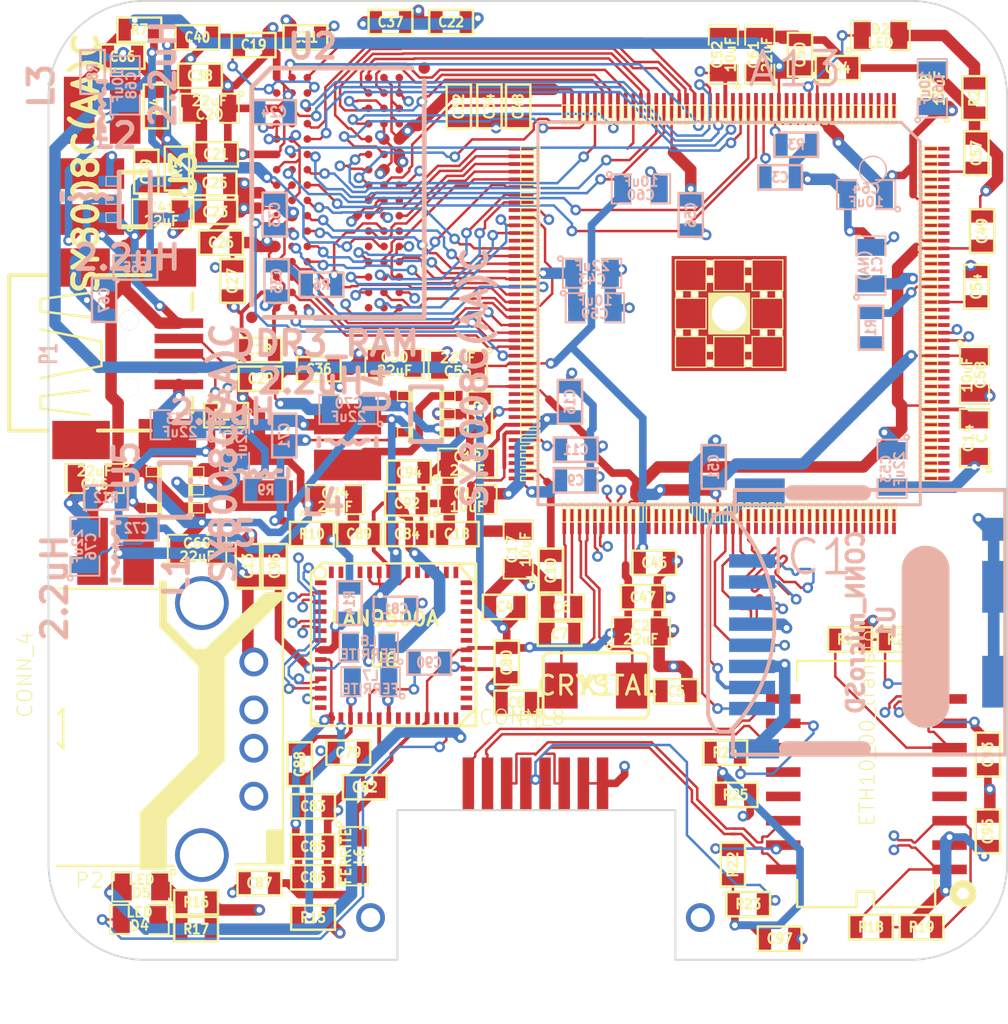
<source format=kicad_pcb>
(kicad_pcb (version 20171130) (host pcbnew "(5.1.12)-1")
  (layers (0 F.Cu signal) (1 In1.Cu signal) (2 In2.Cu signal) (31 B.Cu signal) (34 B.Paste user) (35 F.Paste user) (36 B.SilkS user) (37 F.SilkS user) (38 B.Mask user) (39 F.Mask user) (44 Edge.Cuts user))
  (net 0 "")
  (net 1 "Net-(C1-Pad1)")
  (net 2 GND)
  (net 3 VCC)
  (net 4 "Net-(C3-Pad1)")
  (net 5 "Net-(C6-Pad2)")
  (net 6 "Net-(C7-Pad2)")
  (net 7 "Net-(C9-Pad2)")
  (net 8 "Net-(C10-Pad2)")
  (net 9 "Net-(C11-Pad2)")
  (net 10 3VA)
  (net 11 "Net-(C13-Pad1)")
  (net 12 "Net-(C15-Pad2)")
  (net 13 "Net-(C17-Pad2)")
  (net 14 "Net-(C39-Pad2)")
  (net 15 +5V)
  (net 16 VDD_CPU)
  (net 17 VDD_INT)
  (net 18 "Net-(C65-Pad2)")
  (net 19 "Net-(C71-Pad2)")
  (net 20 "Net-(C72-Pad2)")
  (net 21 VDD33A)
  (net 22 VDDBUSPLL)
  (net 23 VDDCORE)
  (net 24 "Net-(C90-Pad2)")
  (net 25 "Net-(C91-Pad2)")
  (net 26 VDDPLL)
  (net 27 "Net-(C97-Pad2)")
  (net 28 "Net-(D2-Pad1)")
  (net 29 "Net-(D2-Pad2)")
  (net 30 "Net-(D4-Pad1)")
  (net 31 LED1)
  (net 32 "Net-(D5-Pad1)")
  (net 33 LED2)
  (net 34 "Net-(IC1-Pad1)")
  (net 35 "Net-(IC1-Pad2)")
  (net 36 "Net-(IC1-Pad3)")
  (net 37 "Net-(IC1-Pad4)")
  (net 38 "Net-(IC1-Pad5)")
  (net 39 "Net-(IC1-Pad6)")
  (net 40 "Net-(IC1-Pad7)")
  (net 41 "Net-(IC1-Pad8)")
  (net 42 "Net-(IC1-Pad10)")
  (net 43 "Net-(IC1-Pad13)")
  (net 44 "Net-(IC1-Pad14)")
  (net 45 "Net-(IC1-Pad15)")
  (net 46 "Net-(IC1-Pad17)")
  (net 47 DDR3_D04)
  (net 48 DDR3_D06)
  (net 49 DDR3_D02)
  (net 50 DDR3_D00)
  (net 51 DDR3_D11)
  (net 52 DDR3_D09)
  (net 53 DDR3_D13)
  (net 54 DDR3_D15)
  (net 55 DDR3_DM1)
  (net 56 DDR3_DM0)
  (net 57 DDR3_DQS0)
  (net 58 DDR3_DQS1)
  (net 59 DDR3_D12)
  (net 60 DDR3_D08)
  (net 61 DDR3_D14)
  (net 62 DDR3_D10)
  (net 63 DDR3_D01)
  (net 64 DDR3_D03)
  (net 65 DDR3_D07)
  (net 66 DDR3_D05)
  (net 67 DDR3_CK)
  (net 68 DDR3_CK_N)
  (net 69 DDR3_CKE)
  (net 70 DDR3_A10)
  (net 71 DDR3_BA1)
  (net 72 DDR3_A12)
  (net 73 DDR3_A04)
  (net 74 DDR3_A01)
  (net 75 DDR3_A06)
  (net 76 DDR3_A08)
  (net 77 DDR3_A11)
  (net 78 DDR3_A14)
  (net 79 DDR3_RAS)
  (net 80 DDR3_CAS)
  (net 81 DDR3_WE)
  (net 82 DDR3_BA2)
  (net 83 DDR3_BA0)
  (net 84 DDR3_A00)
  (net 85 DDR3_A03)
  (net 86 DDR3_A05)
  (net 87 DDR3_A13)
  (net 88 DDR3_A09)
  (net 89 DDR3_RST)
  (net 90 DDR3_A07)
  (net 91 DDR3_ODT)
  (net 92 "Net-(IC1-Pad74)")
  (net 93 "Net-(IC1-Pad75)")
  (net 94 "Net-(IC1-Pad77)")
  (net 95 "Net-(IC1-Pad78)")
  (net 96 "Net-(IC1-Pad84)")
  (net 97 "Net-(IC1-Pad85)")
  (net 98 "Net-(IC1-Pad86)")
  (net 99 USB_ETH_P)
  (net 100 USB_HOST_P)
  (net 101 "Net-(IC1-Pad99)")
  (net 102 "Net-(IC1-Pad101)")
  (net 103 "Net-(IC1-Pad102)")
  (net 104 "Net-(IC1-Pad103)")
  (net 105 "Net-(IC1-Pad104)")
  (net 106 "Net-(IC1-Pad105)")
  (net 107 "Net-(IC1-Pad106)")
  (net 108 SDC0_D1)
  (net 109 SDC0_D0)
  (net 110 SDC0_CLK)
  (net 111 SDC0_CMD)
  (net 112 SDC0_D3)
  (net 113 SDC0_D2)
  (net 114 "Net-(IC1-Pad114)")
  (net 115 "Net-(IC1-Pad115)")
  (net 116 "Net-(IC1-Pad116)")
  (net 117 "Net-(IC1-Pad117)")
  (net 118 "Net-(IC1-Pad118)")
  (net 119 "Net-(IC1-Pad119)")
  (net 120 "Net-(IC1-Pad120)")
  (net 121 "Net-(IC1-Pad121)")
  (net 122 "Net-(IC1-Pad122)")
  (net 123 "Net-(IC1-Pad123)")
  (net 124 "Net-(IC1-Pad124)")
  (net 125 "Net-(IC1-Pad125)")
  (net 126 "Net-(IC1-Pad126)")
  (net 127 "Net-(IC1-Pad127)")
  (net 128 "Net-(IC1-Pad128)")
  (net 129 "Net-(IC1-Pad130)")
  (net 130 "Net-(IC1-Pad131)")
  (net 131 "Net-(IC1-Pad132)")
  (net 132 "Net-(IC1-Pad133)")
  (net 133 "Net-(IC1-Pad134)")
  (net 134 "Net-(IC1-Pad135)")
  (net 135 "Net-(IC1-Pad136)")
  (net 136 "Net-(IC1-Pad137)")
  (net 137 "Net-(IC1-Pad138)")
  (net 138 "Net-(IC1-Pad139)")
  (net 139 "Net-(IC1-Pad140)")
  (net 140 "Net-(IC1-Pad141)")
  (net 141 "Net-(IC1-Pad143)")
  (net 142 "Net-(IC1-Pad144)")
  (net 143 "Net-(IC1-Pad145)")
  (net 144 "Net-(IC1-Pad146)")
  (net 145 "Net-(IC1-Pad147)")
  (net 146 "Net-(IC1-Pad148)")
  (net 147 "Net-(IC1-Pad150)")
  (net 148 UART1_RX)
  (net 149 UART1_TX)
  (net 150 "Net-(IC1-Pad153)")
  (net 151 "Net-(IC1-Pad154)")
  (net 152 "Net-(IC1-Pad155)")
  (net 153 UBOOT)
  (net 154 "Net-(IC1-Pad158)")
  (net 155 "Net-(IC1-Pad160)")
  (net 156 "Net-(IC1-Pad161)")
  (net 157 "Net-(IC1-Pad162)")
  (net 158 "Net-(IC1-Pad165)")
  (net 159 "Net-(IC1-Pad166)")
  (net 160 "Net-(IC1-Pad167)")
  (net 161 "Net-(IC1-Pad168)")
  (net 162 "Net-(IC1-Pad170)")
  (net 163 "Net-(IC1-Pad171)")
  (net 164 "Net-(IC1-Pad172)")
  (net 165 "Net-(IC1-Pad174)")
  (net 166 "Net-(IC1-Pad175)")
  (net 167 "Net-(IC1-Pad176)")
  (net 168 "Net-(P3-Pad1)")
  (net 169 /Erhernet/TX+)
  (net 170 "Net-(P3-Pad4)")
  (net 171 /Erhernet/TX-)
  (net 172 /Erhernet/RX+)
  (net 173 /Erhernet/RX-)
  (net 174 "Net-(D1-Pad2)")
  (net 175 "Net-(R6-Pad1)")
  (net 176 "Net-(R14-Pad2)")
  (net 177 "Net-(R15-Pad2)")
  (net 178 "Net-(R22-Pad2)")
  (net 179 "Net-(R24-Pad2)")
  (net 180 "Net-(T1-Pad4)")
  (net 181 "Net-(T1-Pad5)")
  (net 182 "Net-(T1-Pad12)")
  (net 183 "Net-(T1-Pad13)")
  (net 184 "Net-(U2-PadJ1)")
  (net 185 "Net-(U2-PadJ9)")
  (net 186 "Net-(U2-PadL1)")
  (net 187 "Net-(U2-PadL9)")
  (net 188 "Net-(U2-PadM7)")
  (net 189 DDR3_A02)
  (net 190 "Net-(U2-PadT7)")
  (net 191 "Net-(U6-Pad1)")
  (net 192 "Net-(U6-Pad34)")
  (net 193 "Net-(U6-Pad36)")
  (net 194 "Net-(U6-Pad22)")
  (net 195 "Net-(U6-Pad23)")
  (net 196 "Net-(U6-Pad14)")
  (net 197 "Net-(U6-Pad26)")
  (net 198 "Net-(U6-Pad29)")
  (net 199 "Net-(U6-Pad30)")
  (net 200 "Net-(U6-Pad31)")
  (net 201 "Net-(U6-Pad32)")
  (net 202 "Net-(U6-Pad37)")
  (net 203 "Net-(U6-Pad38)")
  (net 204 "Net-(U6-Pad39)")
  (net 205 "Net-(U6-Pad40)")
  (net 206 "Net-(U6-Pad41)")
  (net 207 "Net-(U6-Pad42)")
  (net 208 "Net-(U6-Pad43)")
  (net 209 "Net-(U6-Pad44)")
  (net 210 "Net-(U6-Pad45)")
  (net 211 "Net-(U6-Pad46)")
  (net 212 "Net-(U6-Pad47)")
  (net 213 "Net-(U6-Pad53)")
  (net 214 "Net-(U6-Pad54)")
  (net 215 "Net-(U6-Pad55)")
  (net 216 "Net-(U6-Pad56)")
  (net 217 DDR3_DQS0_N)
  (net 218 USB_ETH_N)
  (net 219 "Net-(L2-Pad1)")
  (net 220 "Net-(L4-Pad1)")
  (net 221 "Net-(L5-Pad1)")
  (net 222 TPX_P)
  (net 223 TPX_N)
  (net 224 RPX_N)
  (net 225 RPX_P)
  (net 226 USB_HOST_N)
  (net 227 X1_N)
  (net 228 X1_P)
  (net 229 1V5)
  (net 230 DDR3_DQS1_N)
  (module torbox:H1601CG (layer F.Cu) (at 62.6504 60.845 90)
    (fp_text reference T1 (at 6.996 2.646 90) (layer F.SilkS) (effects (font (size 0.77216 0.77216) (thickness 0.061772)) (justify left bottom)))
    (fp_text value ETH10_00_transfo (at -2.254 0.508 90) (layer F.SilkS) (effects (font (size 0.77216 0.77216) (thickness 0.061772)) (justify left bottom)))
    (pad 1 smd rect (at -4.445 4.3496 180) (size 1.8 0.5) (layers F.Cu F.Paste F.Mask) (net 222 TPX_P))
    (pad 2 smd rect (at -3.175 4.3496 180) (size 1.8 0.5) (layers F.Cu F.Paste F.Mask) (net 3 VCC))
    (pad 3 smd rect (at -1.905 4.3496 180) (size 1.8 0.5) (layers F.Cu F.Paste F.Mask) (net 223 TPX_N))
    (pad 4 smd rect (at -0.635 4.3496 180) (size 1.8 0.5) (layers F.Cu F.Paste F.Mask) (net 180 "Net-(T1-Pad4)"))
    (pad 5 smd rect (at 0.635 4.3496 180) (size 1.8 0.5) (layers F.Cu F.Paste F.Mask) (net 181 "Net-(T1-Pad5)"))
    (pad 6 smd rect (at 1.905 4.3496 180) (size 1.8 0.5) (layers F.Cu F.Paste F.Mask) (net 225 RPX_P))
    (pad 7 smd rect (at 3.175 4.3496 180) (size 1.8 0.5) (layers F.Cu F.Paste F.Mask) (net 3 VCC))
    (pad 8 smd rect (at 4.445 4.3496 180) (size 1.8 0.5) (layers F.Cu F.Paste F.Mask) (net 224 RPX_N))
    (pad 9 smd rect (at 4.445 -4.325 180) (size 1.8 0.5) (layers F.Cu F.Paste F.Mask) (net 173 /Erhernet/RX-))
    (pad 10 smd rect (at 3.175 -4.325 180) (size 1.8 0.5) (layers F.Cu F.Paste F.Mask) (net 179 "Net-(R24-Pad2)"))
    (pad 11 smd rect (at 1.905 -4.325 180) (size 1.8 0.5) (layers F.Cu F.Paste F.Mask) (net 172 /Erhernet/RX+))
    (pad 12 smd rect (at 0.635 -4.325 180) (size 1.8 0.5) (layers F.Cu F.Paste F.Mask) (net 182 "Net-(T1-Pad12)"))
    (pad 13 smd rect (at -0.635 -4.325 180) (size 1.8 0.5) (layers F.Cu F.Paste F.Mask) (net 183 "Net-(T1-Pad13)"))
    (pad 14 smd rect (at -1.905 -4.325 180) (size 1.8 0.5) (layers F.Cu F.Paste F.Mask) (net 171 /Erhernet/TX-))
    (pad 15 smd rect (at -3.175 -4.325 180) (size 1.8 0.5) (layers F.Cu F.Paste F.Mask) (net 178 "Net-(R22-Pad2)"))
    (pad 16 smd rect (at -4.445 -4.325 180) (size 1.8 0.5) (layers F.Cu F.Paste F.Mask) (net 169 /Erhernet/TX+))
  )
  (module opendous:Memory_Card_microSD_DM3CS-SF (layer B.Cu) (at 55.50112 52.4004 90)
    (fp_text reference U1 (at 0 8.19912 90) (layer B.SilkS) (effects (font (size 0.8636 0.8636) (thickness 0.2032)) (justify mirror)))
    (fp_text value CONN_microSD (at 0 6.59892 90) (layer B.SilkS) (effects (font (size 0.8636 0.8636) (thickness 0.2032)) (justify mirror)))
    (pad 1 smd rect (at 3.2004 1.19888 90) (size 0.70104 2.4003) (layers B.Cu B.Paste B.Mask) (net 113 SDC0_D2))
    (pad 2 smd rect (at 2.10058 1.19888 90) (size 0.70104 2.4003) (layers B.Cu B.Paste B.Mask) (net 112 SDC0_D3))
    (pad 3 smd rect (at 1.00076 1.19888 90) (size 0.70104 2.4003) (layers B.Cu B.Paste B.Mask) (net 111 SDC0_CMD))
    (pad 4 smd rect (at -0.09906 1.19888 90) (size 0.70104 2.4003) (layers B.Cu B.Paste B.Mask) (net 3 VCC))
    (pad 5 smd rect (at -1.19888 1.19888 90) (size 0.70104 2.4003) (layers B.Cu B.Paste B.Mask) (net 110 SDC0_CLK))
    (pad 6 smd rect (at -2.30124 1.19888 90) (size 0.70104 2.4003) (layers B.Cu B.Paste B.Mask) (net 2 GND))
    (pad 7 smd rect (at -3.40106 1.19888 90) (size 0.70104 2.4003) (layers B.Cu B.Paste B.Mask) (net 109 SDC0_D0))
    (pad 8 smd rect (at -4.50088 1.19888 90) (size 0.70104 2.4003) (layers B.Cu B.Paste B.Mask) (net 108 SDC0_D1))
    (pad 9 smd rect (at 6.74878 1.6002 90) (size 1.50114 2.60096) (layers B.Cu B.Paste B.Mask) (net 2 GND))
    (pad 9 smd rect (at -6.59892 1.30048 90) (size 1.00076 2.60096) (layers B.Cu B.Paste B.Mask) (net 2 GND))
    (pad 9 smd rect (at 4.84886 13.79982 90) (size 1.19888 1.19888) (layers B.Cu B.Paste B.Mask) (net 2 GND))
    (pad 9 smd rect (at 1.84912 13.79982 90) (size 2.70002 1.19888) (layers B.Cu B.Paste B.Mask) (net 2 GND))
    (pad 9 smd rect (at -3.0988 13.79982 90) (size 2.70002 1.19888) (layers B.Cu B.Paste B.Mask) (net 2 GND))
  )
  (module smd:SM0805 (layer B.Cu) (at 62.9 33.8 90)
    (fp_text reference C1 (at 0 0.3175 90) (layer B.SilkS) (effects (font (size 0.50038 0.50038) (thickness 0.10922)) (justify mirror)))
    (fp_text value "(NA)" (at 0 -0.381 90) (layer B.SilkS) (effects (font (size 0.50038 0.50038) (thickness 0.10922)) (justify mirror)))
    (pad 1 smd rect (at -0.9525 0 90) (size 0.889 1.397) (layers B.Cu B.Paste B.Mask) (net 1 "Net-(C1-Pad1)"))
    (pad 2 smd rect (at 0.9525 0 90) (size 0.889 1.397) (layers B.Cu B.Paste B.Mask) (net 2 GND))
  )
  (module smd:SM0805 (layer F.Cu) (at 50.9 52.9)
    (fp_text reference C2 (at 0 -0.3175) (layer F.SilkS) (effects (font (size 0.50038 0.50038) (thickness 0.10922))))
    (fp_text value 22uF (at 0 0.381) (layer F.SilkS) (effects (font (size 0.50038 0.50038) (thickness 0.10922))))
    (pad 1 smd rect (at -0.9525 0) (size 0.889 1.397) (layers F.Cu F.Paste F.Mask) (net 3 VCC))
    (pad 2 smd rect (at 0.9525 0) (size 0.889 1.397) (layers F.Cu F.Paste F.Mask) (net 2 GND))
  )
  (module smd:SM0603 (layer B.Cu) (at 58.162 29.2)
    (fp_text reference C3 (at 0 0) (layer B.SilkS) (effects (font (size 0.508 0.4572) (thickness 0.1143)) (justify mirror)))
    (fp_text value 100nF hide)
    (pad 1 smd rect (at -0.762 0) (size 0.635 1.143) (layers B.Cu B.Paste B.Mask) (net 4 "Net-(C3-Pad1)"))
    (pad 2 smd rect (at 0.762 0) (size 0.635 1.143) (layers B.Cu B.Paste B.Mask) (net 2 GND))
  )
  (module smd:SM0603 (layer F.Cu) (at 43.8 51.6)
    (fp_text reference C4 (at 0 0) (layer F.SilkS) (effects (font (size 0.508 0.4572) (thickness 0.1143))))
    (fp_text value 100nF hide)
    (pad 1 smd rect (at -0.762 0) (size 0.635 1.143) (layers F.Cu F.Paste F.Mask) (net 2 GND))
    (pad 2 smd rect (at 0.762 0) (size 0.635 1.143) (layers F.Cu F.Paste F.Mask) (net 3 VCC))
  )
  (module smd:SM0603 (layer F.Cu) (at 46.762 51.6)
    (fp_text reference C6 (at 0 0) (layer F.SilkS) (effects (font (size 0.508 0.4572) (thickness 0.1143))))
    (fp_text value 1nF hide)
    (pad 1 smd rect (at -0.762 0) (size 0.635 1.143) (layers F.Cu F.Paste F.Mask) (net 2 GND))
    (pad 2 smd rect (at 0.762 0) (size 0.635 1.143) (layers F.Cu F.Paste F.Mask) (net 5 "Net-(C6-Pad2)"))
  )
  (module smd:SM0603 (layer F.Cu) (at 46.662 53)
    (fp_text reference C7 (at 0 0) (layer F.SilkS) (effects (font (size 0.508 0.4572) (thickness 0.1143))))
    (fp_text value 1nF hide)
    (pad 1 smd rect (at -0.762 0) (size 0.635 1.143) (layers F.Cu F.Paste F.Mask) (net 2 GND))
    (pad 2 smd rect (at 0.762 0) (size 0.635 1.143) (layers F.Cu F.Paste F.Mask) (net 6 "Net-(C7-Pad2)"))
  )
  (module smd:SM0603 (layer B.Cu) (at 47.5 45 180)
    (fp_text reference C9 (at 0 0 180) (layer B.SilkS) (effects (font (size 0.508 0.4572) (thickness 0.1143)) (justify mirror)))
    (fp_text value 1nF hide)
    (pad 1 smd rect (at -0.762 0 180) (size 0.635 1.143) (layers B.Cu B.Paste B.Mask) (net 2 GND))
    (pad 2 smd rect (at 0.762 0 180) (size 0.635 1.143) (layers B.Cu B.Paste B.Mask) (net 7 "Net-(C9-Pad2)"))
  )
  (module smd:SM0603 (layer F.Cu) (at 46.2 49.7 90)
    (fp_text reference C10 (at 0 0 90) (layer F.SilkS) (effects (font (size 0.508 0.4572) (thickness 0.1143))))
    (fp_text value 1nF hide)
    (pad 1 smd rect (at -0.762 0 90) (size 0.635 1.143) (layers F.Cu F.Paste F.Mask) (net 2 GND))
    (pad 2 smd rect (at 0.762 0 90) (size 0.635 1.143) (layers F.Cu F.Paste F.Mask) (net 8 "Net-(C10-Pad2)"))
  )
  (module smd:SM0603 (layer B.Cu) (at 47.5 43.4 180)
    (fp_text reference C11 (at 0 0 180) (layer B.SilkS) (effects (font (size 0.508 0.4572) (thickness 0.1143)) (justify mirror)))
    (fp_text value 1uF hide)
    (pad 1 smd rect (at -0.762 0 180) (size 0.635 1.143) (layers B.Cu B.Paste B.Mask) (net 2 GND))
    (pad 2 smd rect (at 0.762 0 180) (size 0.635 1.143) (layers B.Cu B.Paste B.Mask) (net 9 "Net-(C11-Pad2)"))
  )
  (module smd:SM0805 (layer F.Cu) (at 41.8525 44.1)
    (fp_text reference C12 (at 0 -0.3175) (layer F.SilkS) (effects (font (size 0.50038 0.50038) (thickness 0.10922))))
    (fp_text value 22uF (at 0 0.381) (layer F.SilkS) (effects (font (size 0.50038 0.50038) (thickness 0.10922))))
    (pad 1 smd rect (at -0.9525 0) (size 0.889 1.397) (layers F.Cu F.Paste F.Mask) (net 2 GND))
    (pad 2 smd rect (at 0.9525 0) (size 0.889 1.397) (layers F.Cu F.Paste F.Mask) (net 10 3VA))
  )
  (module smd:SM0603 (layer F.Cu) (at 30.4 49.462 90)
    (fp_text reference C13 (at 0 0 90) (layer F.SilkS) (effects (font (size 0.508 0.4572) (thickness 0.1143))))
    (fp_text value 100nF hide)
    (pad 1 smd rect (at -0.762 0 90) (size 0.635 1.143) (layers F.Cu F.Paste F.Mask) (net 11 "Net-(C13-Pad1)"))
    (pad 2 smd rect (at 0.762 0 90) (size 0.635 1.143) (layers F.Cu F.Paste F.Mask) (net 2 GND))
  )
  (module smd:SM0805 (layer F.Cu) (at 68.3 42.8 90)
    (fp_text reference C14 (at 0 -0.3175 90) (layer F.SilkS) (effects (font (size 0.50038 0.50038) (thickness 0.10922))))
    (fp_text value C (at 0 0.381 90) (layer F.SilkS) (effects (font (size 0.50038 0.50038) (thickness 0.10922))))
    (pad 1 smd rect (at -0.9525 0 90) (size 0.889 1.397) (layers F.Cu F.Paste F.Mask) (net 2 GND))
    (pad 2 smd rect (at 0.9525 0 90) (size 0.889 1.397) (layers F.Cu F.Paste F.Mask) (net 3 VCC))
  )
  (module smd:SM0805 (layer F.Cu) (at 41.8525 46)
    (fp_text reference C15 (at 0 -0.3175) (layer F.SilkS) (effects (font (size 0.50038 0.50038) (thickness 0.10922))))
    (fp_text value 10uF (at 0 0.381) (layer F.SilkS) (effects (font (size 0.50038 0.50038) (thickness 0.10922))))
    (pad 1 smd rect (at -0.9525 0) (size 0.889 1.397) (layers F.Cu F.Paste F.Mask) (net 2 GND))
    (pad 2 smd rect (at 0.9525 0) (size 0.889 1.397) (layers F.Cu F.Paste F.Mask) (net 12 "Net-(C15-Pad2)"))
  )
  (module smd:SM0603 (layer B.Cu) (at 47.2 40.9 270)
    (fp_text reference C16 (at 0 0 270) (layer B.SilkS) (effects (font (size 0.508 0.4572) (thickness 0.1143)) (justify mirror)))
    (fp_text value 100nF hide)
    (pad 1 smd rect (at -0.762 0 270) (size 0.635 1.143) (layers B.Cu B.Paste B.Mask) (net 2 GND))
    (pad 2 smd rect (at 0.762 0 270) (size 0.635 1.143) (layers B.Cu B.Paste B.Mask) (net 12 "Net-(C15-Pad2)"))
  )
  (module smd:SM0805 (layer F.Cu) (at 44.5 48.6 90)
    (fp_text reference C17 (at 0 -0.3175 90) (layer F.SilkS) (effects (font (size 0.50038 0.50038) (thickness 0.10922))))
    (fp_text value 10uF (at 0 0.381 90) (layer F.SilkS) (effects (font (size 0.50038 0.50038) (thickness 0.10922))))
    (pad 1 smd rect (at -0.9525 0 90) (size 0.889 1.397) (layers F.Cu F.Paste F.Mask) (net 2 GND))
    (pad 2 smd rect (at 0.9525 0 90) (size 0.889 1.397) (layers F.Cu F.Paste F.Mask) (net 13 "Net-(C17-Pad2)"))
  )
  (module smd:SM0603 (layer F.Cu) (at 41.3 47.8)
    (fp_text reference C18 (at 0 0) (layer F.SilkS) (effects (font (size 0.508 0.4572) (thickness 0.1143))))
    (fp_text value 100nF hide)
    (pad 1 smd rect (at -0.762 0) (size 0.635 1.143) (layers F.Cu F.Paste F.Mask) (net 2 GND))
    (pad 2 smd rect (at 0.762 0) (size 0.635 1.143) (layers F.Cu F.Paste F.Mask) (net 13 "Net-(C17-Pad2)"))
  )
  (module smd:SM0603 (layer F.Cu) (at 30.7 22.3 180)
    (fp_text reference C19 (at 0 0 180) (layer F.SilkS) (effects (font (size 0.508 0.4572) (thickness 0.1143))))
    (fp_text value 100nF hide)
    (pad 1 smd rect (at -0.762 0 180) (size 0.635 1.143) (layers F.Cu F.Paste F.Mask) (net 229 1V5))
    (pad 2 smd rect (at 0.762 0 180) (size 0.635 1.143) (layers F.Cu F.Paste F.Mask) (net 2 GND))
  )
  (module smd:SM0805 (layer F.Cu) (at 28.4 25.6 180)
    (fp_text reference C20 (at 0 -0.3175 180) (layer F.SilkS) (effects (font (size 0.50038 0.50038) (thickness 0.10922))))
    (fp_text value 22uF (at 0 0.381 180) (layer F.SilkS) (effects (font (size 0.50038 0.50038) (thickness 0.10922))))
    (pad 1 smd rect (at -0.9525 0 180) (size 0.889 1.397) (layers F.Cu F.Paste F.Mask) (net 229 1V5))
    (pad 2 smd rect (at 0.9525 0 180) (size 0.889 1.397) (layers F.Cu F.Paste F.Mask) (net 2 GND))
  )
  (module smd:SM0603 (layer F.Cu) (at 28.738 28 180)
    (fp_text reference C21 (at 0 0 180) (layer F.SilkS) (effects (font (size 0.508 0.4572) (thickness 0.1143))))
    (fp_text value 100nF hide)
    (pad 1 smd rect (at -0.762 0 180) (size 0.635 1.143) (layers F.Cu F.Paste F.Mask) (net 229 1V5))
    (pad 2 smd rect (at 0.762 0 180) (size 0.635 1.143) (layers F.Cu F.Paste F.Mask) (net 2 GND))
  )
  (module smd:SM0603 (layer F.Cu) (at 41 21.1 180)
    (fp_text reference C22 (at 0 0 180) (layer F.SilkS) (effects (font (size 0.508 0.4572) (thickness 0.1143))))
    (fp_text value 100nF hide)
    (pad 1 smd rect (at -0.762 0 180) (size 0.635 1.143) (layers F.Cu F.Paste F.Mask) (net 229 1V5))
    (pad 2 smd rect (at 0.762 0 180) (size 0.635 1.143) (layers F.Cu F.Paste F.Mask) (net 2 GND))
  )
  (module smd:SM0603 (layer F.Cu) (at 28.7 31 180)
    (fp_text reference C23 (at 0 0 180) (layer F.SilkS) (effects (font (size 0.508 0.4572) (thickness 0.1143))))
    (fp_text value 100nF hide)
    (pad 1 smd rect (at -0.762 0 180) (size 0.635 1.143) (layers F.Cu F.Paste F.Mask) (net 229 1V5))
    (pad 2 smd rect (at 0.762 0 180) (size 0.635 1.143) (layers F.Cu F.Paste F.Mask) (net 2 GND))
  )
  (module smd:SM0603 (layer B.Cu) (at 31.762 25.8 180)
    (fp_text reference C24 (at 0 0 180) (layer B.SilkS) (effects (font (size 0.508 0.4572) (thickness 0.1143)) (justify mirror)))
    (fp_text value 100nF hide)
    (pad 1 smd rect (at -0.762 0 180) (size 0.635 1.143) (layers B.Cu B.Paste B.Mask) (net 229 1V5))
    (pad 2 smd rect (at 0.762 0 180) (size 0.635 1.143) (layers B.Cu B.Paste B.Mask) (net 2 GND))
  )
  (module smd:SM0603 (layer F.Cu) (at 28.662 29.5 180)
    (fp_text reference C25 (at 0 0 180) (layer F.SilkS) (effects (font (size 0.508 0.4572) (thickness 0.1143))))
    (fp_text value 100nF hide)
    (pad 1 smd rect (at -0.762 0 180) (size 0.635 1.143) (layers F.Cu F.Paste F.Mask) (net 229 1V5))
    (pad 2 smd rect (at 0.762 0 180) (size 0.635 1.143) (layers F.Cu F.Paste F.Mask) (net 2 GND))
  )
  (module smd:SM0603 (layer F.Cu) (at 29 32.6)
    (fp_text reference C26 (at 0 0) (layer F.SilkS) (effects (font (size 0.508 0.4572) (thickness 0.1143))))
    (fp_text value 100nF hide)
    (pad 1 smd rect (at -0.762 0) (size 0.635 1.143) (layers F.Cu F.Paste F.Mask) (net 229 1V5))
    (pad 2 smd rect (at 0.762 0) (size 0.635 1.143) (layers F.Cu F.Paste F.Mask) (net 2 GND))
  )
  (module smd:SM0603 (layer F.Cu) (at 29.6 34.6 90)
    (fp_text reference C27 (at 0 0 90) (layer F.SilkS) (effects (font (size 0.508 0.4572) (thickness 0.1143))))
    (fp_text value 100nF hide)
    (pad 1 smd rect (at -0.762 0 90) (size 0.635 1.143) (layers F.Cu F.Paste F.Mask) (net 229 1V5))
    (pad 2 smd rect (at 0.762 0 90) (size 0.635 1.143) (layers F.Cu F.Paste F.Mask) (net 2 GND))
  )
  (module smd:SM0603 (layer F.Cu) (at 31 38.2)
    (fp_text reference C28 (at 0 0) (layer F.SilkS) (effects (font (size 0.508 0.4572) (thickness 0.1143))))
    (fp_text value 100nF hide)
    (pad 1 smd rect (at -0.762 0) (size 0.635 1.143) (layers F.Cu F.Paste F.Mask) (net 229 1V5))
    (pad 2 smd rect (at 0.762 0) (size 0.635 1.143) (layers F.Cu F.Paste F.Mask) (net 2 GND))
  )
  (module smd:SM0603 (layer F.Cu) (at 31.062 39.7)
    (fp_text reference C29 (at 0 0) (layer F.SilkS) (effects (font (size 0.508 0.4572) (thickness 0.1143))))
    (fp_text value 100nF hide)
    (pad 1 smd rect (at -0.762 0) (size 0.635 1.143) (layers F.Cu F.Paste F.Mask) (net 229 1V5))
    (pad 2 smd rect (at 0.762 0) (size 0.635 1.143) (layers F.Cu F.Paste F.Mask) (net 2 GND))
  )
  (module smd:SM0805 (layer F.Cu) (at 38.0525 38.9)
    (fp_text reference C30 (at 0 -0.3175) (layer F.SilkS) (effects (font (size 0.50038 0.50038) (thickness 0.10922))))
    (fp_text value 22uF (at 0 0.381) (layer F.SilkS) (effects (font (size 0.50038 0.50038) (thickness 0.10922))))
    (pad 1 smd rect (at -0.9525 0) (size 0.889 1.397) (layers F.Cu F.Paste F.Mask) (net 229 1V5))
    (pad 2 smd rect (at 0.9525 0) (size 0.889 1.397) (layers F.Cu F.Paste F.Mask) (net 2 GND))
  )
  (module smd:SM0603 (layer F.Cu) (at 33.4 21.9)
    (fp_text reference C31 (at 0 0) (layer F.SilkS) (effects (font (size 0.508 0.4572) (thickness 0.1143))))
    (fp_text value 100nF hide)
    (pad 1 smd rect (at -0.762 0) (size 0.635 1.143) (layers F.Cu F.Paste F.Mask) (net 229 1V5))
    (pad 2 smd rect (at 0.762 0) (size 0.635 1.143) (layers F.Cu F.Paste F.Mask) (net 2 GND))
  )
  (module smd:SM0603 (layer F.Cu) (at 41.4 25.5 270)
    (fp_text reference C32 (at 0 0 270) (layer F.SilkS) (effects (font (size 0.508 0.4572) (thickness 0.1143))))
    (fp_text value 100nF hide)
    (pad 1 smd rect (at -0.762 0 270) (size 0.635 1.143) (layers F.Cu F.Paste F.Mask) (net 229 1V5))
    (pad 2 smd rect (at 0.762 0 270) (size 0.635 1.143) (layers F.Cu F.Paste F.Mask) (net 2 GND))
  )
  (module smd:SM0603 (layer B.Cu) (at 31.8 31.138 270)
    (fp_text reference C33 (at 0 0 270) (layer B.SilkS) (effects (font (size 0.508 0.4572) (thickness 0.1143)) (justify mirror)))
    (fp_text value 100nF hide)
    (pad 1 smd rect (at -0.762 0 270) (size 0.635 1.143) (layers B.Cu B.Paste B.Mask) (net 229 1V5))
    (pad 2 smd rect (at 0.762 0 270) (size 0.635 1.143) (layers B.Cu B.Paste B.Mask) (net 2 GND))
  )
  (module smd:SM0603 (layer F.Cu) (at 43 25.5 270)
    (fp_text reference C34 (at 0 0 270) (layer F.SilkS) (effects (font (size 0.508 0.4572) (thickness 0.1143))))
    (fp_text value 100nF hide)
    (pad 1 smd rect (at -0.762 0 270) (size 0.635 1.143) (layers F.Cu F.Paste F.Mask) (net 229 1V5))
    (pad 2 smd rect (at 0.762 0 270) (size 0.635 1.143) (layers F.Cu F.Paste F.Mask) (net 2 GND))
  )
  (module smd:SM0603 (layer B.Cu) (at 31.9 34.6 90)
    (fp_text reference C35 (at 0 0 90) (layer B.SilkS) (effects (font (size 0.508 0.4572) (thickness 0.1143)) (justify mirror)))
    (fp_text value 100nF hide)
    (pad 1 smd rect (at -0.762 0 90) (size 0.635 1.143) (layers B.Cu B.Paste B.Mask) (net 229 1V5))
    (pad 2 smd rect (at 0.762 0 90) (size 0.635 1.143) (layers B.Cu B.Paste B.Mask) (net 2 GND))
  )
  (module smd:SM0603 (layer F.Cu) (at 34.1 39.2 180)
    (fp_text reference C36 (at 0 0 180) (layer F.SilkS) (effects (font (size 0.508 0.4572) (thickness 0.1143))))
    (fp_text value 100nF hide)
    (pad 1 smd rect (at -0.762 0 180) (size 0.635 1.143) (layers F.Cu F.Paste F.Mask) (net 229 1V5))
    (pad 2 smd rect (at 0.762 0 180) (size 0.635 1.143) (layers F.Cu F.Paste F.Mask) (net 2 GND))
  )
  (module smd:SM0603 (layer F.Cu) (at 37.838 21.1)
    (fp_text reference C37 (at 0 0) (layer F.SilkS) (effects (font (size 0.508 0.4572) (thickness 0.1143))))
    (fp_text value 100nF hide)
    (pad 1 smd rect (at -0.762 0) (size 0.635 1.143) (layers F.Cu F.Paste F.Mask) (net 229 1V5))
    (pad 2 smd rect (at 0.762 0) (size 0.635 1.143) (layers F.Cu F.Paste F.Mask) (net 2 GND))
  )
  (module smd:SM0603 (layer F.Cu) (at 27.9 23.9 180)
    (fp_text reference C38 (at 0 0 180) (layer F.SilkS) (effects (font (size 0.508 0.4572) (thickness 0.1143))))
    (fp_text value 100nF hide)
    (pad 1 smd rect (at -0.762 0 180) (size 0.635 1.143) (layers F.Cu F.Paste F.Mask) (net 229 1V5))
    (pad 2 smd rect (at 0.762 0 180) (size 0.635 1.143) (layers F.Cu F.Paste F.Mask) (net 2 GND))
  )
  (module smd:SM0603 (layer F.Cu) (at 25.1 28.9 90)
    (fp_text reference C39 (at 0 0 90) (layer F.SilkS) (effects (font (size 0.508 0.4572) (thickness 0.1143))))
    (fp_text value 100nF hide)
    (pad 1 smd rect (at -0.762 0 90) (size 0.635 1.143) (layers F.Cu F.Paste F.Mask) (net 229 1V5))
    (pad 2 smd rect (at 0.762 0 90) (size 0.635 1.143) (layers F.Cu F.Paste F.Mask) (net 14 "Net-(C39-Pad2)"))
  )
  (module smd:SM0603 (layer F.Cu) (at 27.762 21.9)
    (fp_text reference C40 (at 0 0) (layer F.SilkS) (effects (font (size 0.508 0.4572) (thickness 0.1143))))
    (fp_text value 100nF hide)
    (pad 1 smd rect (at -0.762 0) (size 0.635 1.143) (layers F.Cu F.Paste F.Mask) (net 14 "Net-(C39-Pad2)"))
    (pad 2 smd rect (at 0.762 0) (size 0.635 1.143) (layers F.Cu F.Paste F.Mask) (net 2 GND))
  )
  (module smd:SM0805 (layer F.Cu) (at 25.9 31.1)
    (fp_text reference C41 (at 0 -0.3175) (layer F.SilkS) (effects (font (size 0.50038 0.50038) (thickness 0.10922))))
    (fp_text value 22uF (at 0 0.381) (layer F.SilkS) (effects (font (size 0.50038 0.50038) (thickness 0.10922))))
    (pad 1 smd rect (at -0.9525 0) (size 0.889 1.397) (layers F.Cu F.Paste F.Mask) (net 15 +5V))
    (pad 2 smd rect (at 0.9525 0) (size 0.889 1.397) (layers F.Cu F.Paste F.Mask) (net 2 GND))
  )
  (module smd:SM0603 (layer F.Cu) (at 42.5 41.5 270)
    (fp_text reference C42 (at 0 0 270) (layer F.SilkS) (effects (font (size 0.508 0.4572) (thickness 0.1143))))
    (fp_text value 100nF hide)
    (pad 1 smd rect (at -0.762 0 270) (size 0.635 1.143) (layers F.Cu F.Paste F.Mask) (net 3 VCC))
    (pad 2 smd rect (at 0.762 0 270) (size 0.635 1.143) (layers F.Cu F.Paste F.Mask) (net 2 GND))
  )
  (module smd:SM0805 (layer B.Cu) (at 48.3525 34.2)
    (fp_text reference C43 (at 0 0.3175) (layer B.SilkS) (effects (font (size 0.50038 0.50038) (thickness 0.10922)) (justify mirror)))
    (fp_text value 22uF (at 0 -0.381) (layer B.SilkS) (effects (font (size 0.50038 0.50038) (thickness 0.10922)) (justify mirror)))
    (pad 1 smd rect (at -0.9525 0) (size 0.889 1.397) (layers B.Cu B.Paste B.Mask) (net 229 1V5))
    (pad 2 smd rect (at 0.9525 0) (size 0.889 1.397) (layers B.Cu B.Paste B.Mask) (net 2 GND))
  )
  (module smd:SM0603 (layer F.Cu) (at 61.162 23.5)
    (fp_text reference C44 (at 0 0) (layer F.SilkS) (effects (font (size 0.508 0.4572) (thickness 0.1143))))
    (fp_text value 100nF hide)
    (pad 1 smd rect (at -0.762 0) (size 0.635 1.143) (layers F.Cu F.Paste F.Mask) (net 16 VDD_CPU))
    (pad 2 smd rect (at 0.762 0) (size 0.635 1.143) (layers F.Cu F.Paste F.Mask) (net 2 GND))
  )
  (module smd:SM0603 (layer F.Cu) (at 51.6 49.3)
    (fp_text reference C45 (at 0 0) (layer F.SilkS) (effects (font (size 0.508 0.4572) (thickness 0.1143))))
    (fp_text value 100nF hide)
    (pad 1 smd rect (at -0.762 0) (size 0.635 1.143) (layers F.Cu F.Paste F.Mask) (net 17 VDD_INT))
    (pad 2 smd rect (at 0.762 0) (size 0.635 1.143) (layers F.Cu F.Paste F.Mask) (net 2 GND))
  )
  (module smd:SM0805 (layer F.Cu) (at 22.4 44.9 180)
    (fp_text reference C46 (at 0 -0.3175 180) (layer F.SilkS) (effects (font (size 0.50038 0.50038) (thickness 0.10922))))
    (fp_text value 22uF (at 0 0.381 180) (layer F.SilkS) (effects (font (size 0.50038 0.50038) (thickness 0.10922))))
    (pad 1 smd rect (at -0.9525 0 180) (size 0.889 1.397) (layers F.Cu F.Paste F.Mask) (net 15 +5V))
    (pad 2 smd rect (at 0.9525 0 180) (size 0.889 1.397) (layers F.Cu F.Paste F.Mask) (net 2 GND))
  )
  (module smd:SM0603 (layer F.Cu) (at 51 51.1)
    (fp_text reference C47 (at 0 0) (layer F.SilkS) (effects (font (size 0.508 0.4572) (thickness 0.1143))))
    (fp_text value 100nF hide)
    (pad 1 smd rect (at -0.762 0) (size 0.635 1.143) (layers F.Cu F.Paste F.Mask) (net 3 VCC))
    (pad 2 smd rect (at 0.762 0) (size 0.635 1.143) (layers F.Cu F.Paste F.Mask) (net 2 GND))
  )
  (module smd:SM0603 (layer F.Cu) (at 44.5 25.5 270)
    (fp_text reference C48 (at 0 0 270) (layer F.SilkS) (effects (font (size 0.508 0.4572) (thickness 0.1143))))
    (fp_text value 100nF hide)
    (pad 1 smd rect (at -0.762 0 270) (size 0.635 1.143) (layers F.Cu F.Paste F.Mask) (net 229 1V5))
    (pad 2 smd rect (at 0.762 0 270) (size 0.635 1.143) (layers F.Cu F.Paste F.Mask) (net 2 GND))
  )
  (module smd:SM0603 (layer F.Cu) (at 68.7 32 90)
    (fp_text reference C49 (at 0 0 90) (layer F.SilkS) (effects (font (size 0.508 0.4572) (thickness 0.1143))))
    (fp_text value 100nF hide)
    (pad 1 smd rect (at -0.762 0 90) (size 0.635 1.143) (layers F.Cu F.Paste F.Mask) (net 3 VCC))
    (pad 2 smd rect (at 0.762 0 90) (size 0.635 1.143) (layers F.Cu F.Paste F.Mask) (net 2 GND))
  )
  (module smd:SM0603 (layer F.Cu) (at 59.2 22.8 90)
    (fp_text reference C50 (at 0 0 90) (layer F.SilkS) (effects (font (size 0.508 0.4572) (thickness 0.1143))))
    (fp_text value 100nF hide)
    (pad 1 smd rect (at -0.762 0 90) (size 0.635 1.143) (layers F.Cu F.Paste F.Mask) (net 16 VDD_CPU))
    (pad 2 smd rect (at 0.762 0 90) (size 0.635 1.143) (layers F.Cu F.Paste F.Mask) (net 2 GND))
  )
  (module smd:SM0603 (layer B.Cu) (at 54.7 44.3 90)
    (fp_text reference C51 (at 0 0 90) (layer B.SilkS) (effects (font (size 0.508 0.4572) (thickness 0.1143)) (justify mirror)))
    (fp_text value 100nF hide)
    (pad 1 smd rect (at -0.762 0 90) (size 0.635 1.143) (layers B.Cu B.Paste B.Mask) (net 17 VDD_INT))
    (pad 2 smd rect (at 0.762 0 90) (size 0.635 1.143) (layers B.Cu B.Paste B.Mask) (net 2 GND))
  )
  (module smd:SM0805 (layer F.Cu) (at 55.2 22.8 90)
    (fp_text reference C52 (at 0 -0.3175 90) (layer F.SilkS) (effects (font (size 0.50038 0.50038) (thickness 0.10922))))
    (fp_text value 10uF (at 0 0.381 90) (layer F.SilkS) (effects (font (size 0.50038 0.50038) (thickness 0.10922))))
    (pad 1 smd rect (at -0.9525 0 90) (size 0.889 1.397) (layers F.Cu F.Paste F.Mask) (net 229 1V5))
    (pad 2 smd rect (at 0.9525 0 90) (size 0.889 1.397) (layers F.Cu F.Paste F.Mask) (net 2 GND))
  )
  (module smd:SM0805 (layer B.Cu) (at 64 44.4 270)
    (fp_text reference C53 (at 0 0.3175 270) (layer B.SilkS) (effects (font (size 0.50038 0.50038) (thickness 0.10922)) (justify mirror)))
    (fp_text value 22uF (at 0 -0.381 270) (layer B.SilkS) (effects (font (size 0.50038 0.50038) (thickness 0.10922)) (justify mirror)))
    (pad 1 smd rect (at -0.9525 0 270) (size 0.889 1.397) (layers B.Cu B.Paste B.Mask) (net 3 VCC))
    (pad 2 smd rect (at 0.9525 0 270) (size 0.889 1.397) (layers B.Cu B.Paste B.Mask) (net 2 GND))
  )
  (module smd:SM0603 (layer F.Cu) (at 68.4 34.9 90)
    (fp_text reference C54 (at 0 0 90) (layer F.SilkS) (effects (font (size 0.508 0.4572) (thickness 0.1143))))
    (fp_text value 100nF hide)
    (pad 1 smd rect (at -0.762 0 90) (size 0.635 1.143) (layers F.Cu F.Paste F.Mask) (net 16 VDD_CPU))
    (pad 2 smd rect (at 0.762 0 90) (size 0.635 1.143) (layers F.Cu F.Paste F.Mask) (net 2 GND))
  )
  (module smd:SM0805 (layer F.Cu) (at 41.3525 39 180)
    (fp_text reference C55 (at 0 -0.3175 180) (layer F.SilkS) (effects (font (size 0.50038 0.50038) (thickness 0.10922))))
    (fp_text value 22uF (at 0 0.381 180) (layer F.SilkS) (effects (font (size 0.50038 0.50038) (thickness 0.10922))))
    (pad 1 smd rect (at -0.9525 0 180) (size 0.889 1.397) (layers F.Cu F.Paste F.Mask) (net 17 VDD_INT))
    (pad 2 smd rect (at 0.9525 0 180) (size 0.889 1.397) (layers F.Cu F.Paste F.Mask) (net 2 GND))
  )
  (module smd:SM0603 (layer B.Cu) (at 53.5 31.162 270)
    (fp_text reference C56 (at 0 0 270) (layer B.SilkS) (effects (font (size 0.508 0.4572) (thickness 0.1143)) (justify mirror)))
    (fp_text value 100nF hide)
    (pad 1 smd rect (at -0.762 0 270) (size 0.635 1.143) (layers B.Cu B.Paste B.Mask) (net 229 1V5))
    (pad 2 smd rect (at 0.762 0 270) (size 0.635 1.143) (layers B.Cu B.Paste B.Mask) (net 2 GND))
  )
  (module smd:SM0603 (layer F.Cu) (at 68.4 27.938 90)
    (fp_text reference C57 (at 0 0 90) (layer F.SilkS) (effects (font (size 0.508 0.4572) (thickness 0.1143))))
    (fp_text value 100nF hide)
    (pad 1 smd rect (at -0.762 0 90) (size 0.635 1.143) (layers F.Cu F.Paste F.Mask) (net 16 VDD_CPU))
    (pad 2 smd rect (at 0.762 0 90) (size 0.635 1.143) (layers F.Cu F.Paste F.Mask) (net 2 GND))
  )
  (module smd:SM0805 (layer F.Cu) (at 68.3 39.5 270)
    (fp_text reference C58 (at 0 -0.3175 270) (layer F.SilkS) (effects (font (size 0.50038 0.50038) (thickness 0.10922))))
    (fp_text value 10uF (at 0 0.381 270) (layer F.SilkS) (effects (font (size 0.50038 0.50038) (thickness 0.10922))))
    (pad 1 smd rect (at -0.9525 0 270) (size 0.889 1.397) (layers F.Cu F.Paste F.Mask) (net 17 VDD_INT))
    (pad 2 smd rect (at 0.9525 0 270) (size 0.889 1.397) (layers F.Cu F.Paste F.Mask) (net 2 GND))
  )
  (module smd:SM0805 (layer B.Cu) (at 48.5 36)
    (fp_text reference C59 (at 0 0.3175) (layer B.SilkS) (effects (font (size 0.50038 0.50038) (thickness 0.10922)) (justify mirror)))
    (fp_text value 10uF (at 0 -0.381) (layer B.SilkS) (effects (font (size 0.50038 0.50038) (thickness 0.10922)) (justify mirror)))
    (pad 1 smd rect (at -0.9525 0) (size 0.889 1.397) (layers B.Cu B.Paste B.Mask) (net 229 1V5))
    (pad 2 smd rect (at 0.9525 0) (size 0.889 1.397) (layers B.Cu B.Paste B.Mask) (net 2 GND))
  )
  (module smd:SM0805 (layer B.Cu) (at 50.9 29.8)
    (fp_text reference C60 (at 0 0.3175) (layer B.SilkS) (effects (font (size 0.50038 0.50038) (thickness 0.10922)) (justify mirror)))
    (fp_text value 10uF (at 0 -0.381) (layer B.SilkS) (effects (font (size 0.50038 0.50038) (thickness 0.10922)) (justify mirror)))
    (pad 1 smd rect (at -0.9525 0) (size 0.889 1.397) (layers B.Cu B.Paste B.Mask) (net 17 VDD_INT))
    (pad 2 smd rect (at 0.9525 0) (size 0.889 1.397) (layers B.Cu B.Paste B.Mask) (net 2 GND))
  )
  (module smd:SM0805 (layer F.Cu) (at 57.1 22.8 90)
    (fp_text reference C61 (at 0 -0.3175 90) (layer F.SilkS) (effects (font (size 0.50038 0.50038) (thickness 0.10922))))
    (fp_text value 22uF (at 0 0.381 90) (layer F.SilkS) (effects (font (size 0.50038 0.50038) (thickness 0.10922))))
    (pad 1 smd rect (at -0.9525 0 90) (size 0.889 1.397) (layers F.Cu F.Paste F.Mask) (net 16 VDD_CPU))
    (pad 2 smd rect (at 0.9525 0 90) (size 0.889 1.397) (layers F.Cu F.Paste F.Mask) (net 2 GND))
  )
  (module smd:SM0805 (layer F.Cu) (at 66.1 24.5525 90)
    (fp_text reference C62 (at 0 -0.3175 90) (layer F.SilkS) (effects (font (size 0.50038 0.50038) (thickness 0.10922))))
    (fp_text value 10uF (at 0 0.381 90) (layer F.SilkS) (effects (font (size 0.50038 0.50038) (thickness 0.10922))))
    (pad 1 smd rect (at -0.9525 0 90) (size 0.889 1.397) (layers F.Cu F.Paste F.Mask) (net 16 VDD_CPU))
    (pad 2 smd rect (at 0.9525 0 90) (size 0.889 1.397) (layers F.Cu F.Paste F.Mask) (net 2 GND))
  )
  (module smd:SM0805 (layer B.Cu) (at 66.1 24.5525 90)
    (fp_text reference C63 (at 0 0.3175 90) (layer B.SilkS) (effects (font (size 0.50038 0.50038) (thickness 0.10922)) (justify mirror)))
    (fp_text value 10uF (at 0 -0.381 90) (layer B.SilkS) (effects (font (size 0.50038 0.50038) (thickness 0.10922)) (justify mirror)))
    (pad 1 smd rect (at -0.9525 0 90) (size 0.889 1.397) (layers B.Cu B.Paste B.Mask) (net 16 VDD_CPU))
    (pad 2 smd rect (at 0.9525 0 90) (size 0.889 1.397) (layers B.Cu B.Paste B.Mask) (net 2 GND))
  )
  (module smd:SM0805 (layer B.Cu) (at 62.6475 30.1 180)
    (fp_text reference C64 (at 0 0.3175 180) (layer B.SilkS) (effects (font (size 0.50038 0.50038) (thickness 0.10922)) (justify mirror)))
    (fp_text value 10uF (at 0 -0.381 180) (layer B.SilkS) (effects (font (size 0.50038 0.50038) (thickness 0.10922)) (justify mirror)))
    (pad 1 smd rect (at -0.9525 0 180) (size 0.889 1.397) (layers B.Cu B.Paste B.Mask) (net 16 VDD_CPU))
    (pad 2 smd rect (at 0.9525 0 180) (size 0.889 1.397) (layers B.Cu B.Paste B.Mask) (net 2 GND))
  )
  (module smd:SM0603 (layer B.Cu) (at 24.538 33.9)
    (fp_text reference C65 (at 0 0) (layer B.SilkS) (effects (font (size 0.508 0.4572) (thickness 0.1143)) (justify mirror)))
    (fp_text value 22pF hide)
    (pad 1 smd rect (at -0.762 0) (size 0.635 1.143) (layers B.Cu B.Paste B.Mask) (net 16 VDD_CPU))
    (pad 2 smd rect (at 0.762 0) (size 0.635 1.143) (layers B.Cu B.Paste B.Mask) (net 18 "Net-(C65-Pad2)"))
  )
  (module smd:SM0603 (layer F.Cu) (at 23.862 22.9)
    (fp_text reference C66 (at 0 0) (layer F.SilkS) (effects (font (size 0.508 0.4572) (thickness 0.1143))))
    (fp_text value 22uF hide)
    (pad 1 smd rect (at -0.762 0) (size 0.635 1.143) (layers F.Cu F.Paste F.Mask) (net 16 VDD_CPU))
    (pad 2 smd rect (at 0.762 0) (size 0.635 1.143) (layers F.Cu F.Paste F.Mask) (net 2 GND))
  )
  (module smd:SM0603 (layer B.Cu) (at 22.9 35.6 270)
    (fp_text reference C67 (at 0 0 270) (layer B.SilkS) (effects (font (size 0.508 0.4572) (thickness 0.1143)) (justify mirror)))
    (fp_text value 22uF hide)
    (pad 1 smd rect (at -0.762 0 270) (size 0.635 1.143) (layers B.Cu B.Paste B.Mask) (net 16 VDD_CPU))
    (pad 2 smd rect (at 0.762 0 270) (size 0.635 1.143) (layers B.Cu B.Paste B.Mask) (net 2 GND))
  )
  (module smd:SM0805 (layer B.Cu) (at 24 24.4 90)
    (fp_text reference C68 (at 0 0.3175 90) (layer B.SilkS) (effects (font (size 0.50038 0.50038) (thickness 0.10922)) (justify mirror)))
    (fp_text value 10uF (at 0 -0.381 90) (layer B.SilkS) (effects (font (size 0.50038 0.50038) (thickness 0.10922)) (justify mirror)))
    (pad 1 smd rect (at -0.9525 0 90) (size 0.889 1.397) (layers B.Cu B.Paste B.Mask) (net 17 VDD_INT))
    (pad 2 smd rect (at 0.9525 0 90) (size 0.889 1.397) (layers B.Cu B.Paste B.Mask) (net 2 GND))
  )
  (module smd:SM0805 (layer F.Cu) (at 27.7475 48.6)
    (fp_text reference C69 (at 0 -0.3175) (layer F.SilkS) (effects (font (size 0.50038 0.50038) (thickness 0.10922))))
    (fp_text value 22uF (at 0 0.381) (layer F.SilkS) (effects (font (size 0.50038 0.50038) (thickness 0.10922))))
    (pad 1 smd rect (at -0.9525 0) (size 0.889 1.397) (layers F.Cu F.Paste F.Mask) (net 15 +5V))
    (pad 2 smd rect (at 0.9525 0) (size 0.889 1.397) (layers F.Cu F.Paste F.Mask) (net 2 GND))
  )
  (module smd:SM0805 (layer B.Cu) (at 35.6525 41.3 180)
    (fp_text reference C70 (at 0 0.3175 180) (layer B.SilkS) (effects (font (size 0.50038 0.50038) (thickness 0.10922)) (justify mirror)))
    (fp_text value 22uF (at 0 -0.381 180) (layer B.SilkS) (effects (font (size 0.50038 0.50038) (thickness 0.10922)) (justify mirror)))
    (pad 1 smd rect (at -0.9525 0 180) (size 0.889 1.397) (layers B.Cu B.Paste B.Mask) (net 15 +5V))
    (pad 2 smd rect (at 0.9525 0 180) (size 0.889 1.397) (layers B.Cu B.Paste B.Mask) (net 2 GND))
  )
  (module smd:SM0603 (layer B.Cu) (at 32.3 42.662 270)
    (fp_text reference C71 (at 0 0 270) (layer B.SilkS) (effects (font (size 0.508 0.4572) (thickness 0.1143)) (justify mirror)))
    (fp_text value 22pF hide)
    (pad 1 smd rect (at -0.762 0 270) (size 0.635 1.143) (layers B.Cu B.Paste B.Mask) (net 3 VCC))
    (pad 2 smd rect (at 0.762 0 270) (size 0.635 1.143) (layers B.Cu B.Paste B.Mask) (net 19 "Net-(C71-Pad2)"))
  )
  (module smd:SM0603 (layer B.Cu) (at 24.6 47.5 180)
    (fp_text reference C72 (at 0 0 180) (layer B.SilkS) (effects (font (size 0.508 0.4572) (thickness 0.1143)) (justify mirror)))
    (fp_text value 22pF hide)
    (pad 1 smd rect (at -0.762 0 180) (size 0.635 1.143) (layers B.Cu B.Paste B.Mask) (net 229 1V5))
    (pad 2 smd rect (at 0.762 0 180) (size 0.635 1.143) (layers B.Cu B.Paste B.Mask) (net 20 "Net-(C72-Pad2)"))
  )
  (module smd:SM0805 (layer B.Cu) (at 26.8475 42.1 180)
    (fp_text reference C73 (at 0 0.3175 180) (layer B.SilkS) (effects (font (size 0.50038 0.50038) (thickness 0.10922)) (justify mirror)))
    (fp_text value 22uF (at 0 -0.381 180) (layer B.SilkS) (effects (font (size 0.50038 0.50038) (thickness 0.10922)) (justify mirror)))
    (pad 1 smd rect (at -0.9525 0 180) (size 0.889 1.397) (layers B.Cu B.Paste B.Mask) (net 3 VCC))
    (pad 2 smd rect (at 0.9525 0 180) (size 0.889 1.397) (layers B.Cu B.Paste B.Mask) (net 2 GND))
  )
  (module smd:SM0805 (layer F.Cu) (at 34.9525 46)
    (fp_text reference C74 (at 0 -0.3175) (layer F.SilkS) (effects (font (size 0.50038 0.50038) (thickness 0.10922))))
    (fp_text value 22uF (at 0 0.381) (layer F.SilkS) (effects (font (size 0.50038 0.50038) (thickness 0.10922))))
    (pad 1 smd rect (at -0.9525 0) (size 0.889 1.397) (layers F.Cu F.Paste F.Mask) (net 229 1V5))
    (pad 2 smd rect (at 0.9525 0) (size 0.889 1.397) (layers F.Cu F.Paste F.Mask) (net 2 GND))
  )
  (module smd:SM0805 (layer B.Cu) (at 29.7 43.0525 270)
    (fp_text reference C75 (at 0 0.3175 270) (layer B.SilkS) (effects (font (size 0.50038 0.50038) (thickness 0.10922)) (justify mirror)))
    (fp_text value 22uF (at 0 -0.381 270) (layer B.SilkS) (effects (font (size 0.50038 0.50038) (thickness 0.10922)) (justify mirror)))
    (pad 1 smd rect (at -0.9525 0 270) (size 0.889 1.397) (layers B.Cu B.Paste B.Mask) (net 3 VCC))
    (pad 2 smd rect (at 0.9525 0 270) (size 0.889 1.397) (layers B.Cu B.Paste B.Mask) (net 2 GND))
  )
  (module smd:SM0805 (layer B.Cu) (at 21.9 48.4475 90)
    (fp_text reference C76 (at 0 0.3175 90) (layer B.SilkS) (effects (font (size 0.50038 0.50038) (thickness 0.10922)) (justify mirror)))
    (fp_text value 22uF (at 0 -0.381 90) (layer B.SilkS) (effects (font (size 0.50038 0.50038) (thickness 0.10922)) (justify mirror)))
    (pad 1 smd rect (at -0.9525 0 90) (size 0.889 1.397) (layers B.Cu B.Paste B.Mask) (net 229 1V5))
    (pad 2 smd rect (at 0.9525 0 90) (size 0.889 1.397) (layers B.Cu B.Paste B.Mask) (net 2 GND))
  )
  (module smd:SM0603 (layer F.Cu) (at 35.638 59.2 180)
    (fp_text reference C79 (at 0 0 180) (layer F.SilkS) (effects (font (size 0.508 0.4572) (thickness 0.1143))))
    (fp_text value 100nF hide)
    (pad 1 smd rect (at -0.762 0 180) (size 0.635 1.143) (layers F.Cu F.Paste F.Mask) (net 3 VCC))
    (pad 2 smd rect (at 0.762 0 180) (size 0.635 1.143) (layers F.Cu F.Paste F.Mask) (net 2 GND))
  )
  (module smd:SM0603 (layer F.Cu) (at 43.9 54.5 270)
    (fp_text reference C80 (at 0 0 270) (layer F.SilkS) (effects (font (size 0.508 0.4572) (thickness 0.1143))))
    (fp_text value 100nF hide)
    (pad 1 smd rect (at -0.762 0 270) (size 0.635 1.143) (layers F.Cu F.Paste F.Mask) (net 3 VCC))
    (pad 2 smd rect (at 0.762 0 270) (size 0.635 1.143) (layers F.Cu F.Paste F.Mask) (net 2 GND))
  )
  (module smd:SM0603 (layer B.Cu) (at 38.1 51.7)
    (fp_text reference C81 (at 0 0) (layer B.SilkS) (effects (font (size 0.508 0.4572) (thickness 0.1143)) (justify mirror)))
    (fp_text value 100nF hide)
    (pad 1 smd rect (at -0.762 0) (size 0.635 1.143) (layers B.Cu B.Paste B.Mask) (net 3 VCC))
    (pad 2 smd rect (at 0.762 0) (size 0.635 1.143) (layers B.Cu B.Paste B.Mask) (net 2 GND))
  )
  (module smd:SM0603 (layer F.Cu) (at 36.5 61 180)
    (fp_text reference C82 (at 0 0 180) (layer F.SilkS) (effects (font (size 0.508 0.4572) (thickness 0.1143))))
    (fp_text value 100nF hide)
    (pad 1 smd rect (at -0.762 0 180) (size 0.635 1.143) (layers F.Cu F.Paste F.Mask) (net 3 VCC))
    (pad 2 smd rect (at 0.762 0 180) (size 0.635 1.143) (layers F.Cu F.Paste F.Mask) (net 2 GND))
  )
  (module smd:SM0603 (layer F.Cu) (at 33.8 62)
    (fp_text reference C83 (at 0 0) (layer F.SilkS) (effects (font (size 0.508 0.4572) (thickness 0.1143))))
    (fp_text value 100nF hide)
    (pad 1 smd rect (at -0.762 0) (size 0.635 1.143) (layers F.Cu F.Paste F.Mask) (net 21 VDD33A))
    (pad 2 smd rect (at 0.762 0) (size 0.635 1.143) (layers F.Cu F.Paste F.Mask) (net 2 GND))
  )
  (module smd:SM0603 (layer F.Cu) (at 38.7 47.8)
    (fp_text reference C84 (at 0 0) (layer F.SilkS) (effects (font (size 0.508 0.4572) (thickness 0.1143))))
    (fp_text value 100nF hide)
    (pad 1 smd rect (at -0.762 0) (size 0.635 1.143) (layers F.Cu F.Paste F.Mask) (net 3 VCC))
    (pad 2 smd rect (at 0.762 0) (size 0.635 1.143) (layers F.Cu F.Paste F.Mask) (net 2 GND))
  )
  (module smd:SM0603 (layer F.Cu) (at 33.8 64.1)
    (fp_text reference C85 (at 0 0) (layer F.SilkS) (effects (font (size 0.508 0.4572) (thickness 0.1143))))
    (fp_text value 100nF hide)
    (pad 1 smd rect (at -0.762 0) (size 0.635 1.143) (layers F.Cu F.Paste F.Mask) (net 21 VDD33A))
    (pad 2 smd rect (at 0.762 0) (size 0.635 1.143) (layers F.Cu F.Paste F.Mask) (net 2 GND))
  )
  (module smd:SM0603 (layer F.Cu) (at 33.8 65.7)
    (fp_text reference C86 (at 0 0) (layer F.SilkS) (effects (font (size 0.508 0.4572) (thickness 0.1143))))
    (fp_text value 100nF hide)
    (pad 1 smd rect (at -0.762 0) (size 0.635 1.143) (layers F.Cu F.Paste F.Mask) (net 21 VDD33A))
    (pad 2 smd rect (at 0.762 0) (size 0.635 1.143) (layers F.Cu F.Paste F.Mask) (net 2 GND))
  )
  (module smd:SM0603 (layer F.Cu) (at 31 66 180)
    (fp_text reference C87 (at 0 0 180) (layer F.SilkS) (effects (font (size 0.508 0.4572) (thickness 0.1143))))
    (fp_text value 100nF hide)
    (pad 1 smd rect (at -0.762 0 180) (size 0.635 1.143) (layers F.Cu F.Paste F.Mask) (net 21 VDD33A))
    (pad 2 smd rect (at 0.762 0 180) (size 0.635 1.143) (layers F.Cu F.Paste F.Mask) (net 2 GND))
  )
  (module smd:SM0603 (layer F.Cu) (at 33.1 59.8 270)
    (fp_text reference C88 (at 0 0 270) (layer F.SilkS) (effects (font (size 0.508 0.4572) (thickness 0.1143))))
    (fp_text value 100nF hide)
    (pad 1 smd rect (at -0.762 0 270) (size 0.635 1.143) (layers F.Cu F.Paste F.Mask) (net 22 VDDBUSPLL))
    (pad 2 smd rect (at 0.762 0 270) (size 0.635 1.143) (layers F.Cu F.Paste F.Mask) (net 2 GND))
  )
  (module smd:SM0603 (layer F.Cu) (at 36.2 47.8 180)
    (fp_text reference C89 (at 0 0 180) (layer F.SilkS) (effects (font (size 0.508 0.4572) (thickness 0.1143))))
    (fp_text value 1uF hide)
    (pad 1 smd rect (at -0.762 0 180) (size 0.635 1.143) (layers F.Cu F.Paste F.Mask) (net 23 VDDCORE))
    (pad 2 smd rect (at 0.762 0 180) (size 0.635 1.143) (layers F.Cu F.Paste F.Mask) (net 2 GND))
  )
  (module smd:SM0603 (layer B.Cu) (at 39.862 54.5 180)
    (fp_text reference C90 (at 0 0 180) (layer B.SilkS) (effects (font (size 0.508 0.4572) (thickness 0.1143)) (justify mirror)))
    (fp_text value 10pF hide)
    (pad 1 smd rect (at -0.762 0 180) (size 0.635 1.143) (layers B.Cu B.Paste B.Mask) (net 2 GND))
    (pad 2 smd rect (at 0.762 0 180) (size 0.635 1.143) (layers B.Cu B.Paste B.Mask) (net 24 "Net-(C90-Pad2)"))
  )
  (module smd:SM0603 (layer F.Cu) (at 38.7 46.2)
    (fp_text reference C92 (at 0 0) (layer F.SilkS) (effects (font (size 0.508 0.4572) (thickness 0.1143))))
    (fp_text value 100nF hide)
    (pad 1 smd rect (at -0.762 0) (size 0.635 1.143) (layers F.Cu F.Paste F.Mask) (net 23 VDDCORE))
    (pad 2 smd rect (at 0.762 0) (size 0.635 1.143) (layers F.Cu F.Paste F.Mask) (net 2 GND))
  )
  (module smd:SM0603 (layer F.Cu) (at 69 59.3 90)
    (fp_text reference C93 (at 0 0 90) (layer F.SilkS) (effects (font (size 0.508 0.4572) (thickness 0.1143))))
    (fp_text value 100nF hide)
    (pad 1 smd rect (at -0.762 0 90) (size 0.635 1.143) (layers F.Cu F.Paste F.Mask) (net 2 GND))
    (pad 2 smd rect (at 0.762 0 90) (size 0.635 1.143) (layers F.Cu F.Paste F.Mask) (net 3 VCC))
  )
  (module smd:SM0603 (layer F.Cu) (at 38.8 44.6)
    (fp_text reference C94 (at 0 0) (layer F.SilkS) (effects (font (size 0.508 0.4572) (thickness 0.1143))))
    (fp_text value 100nF hide)
    (pad 1 smd rect (at -0.762 0) (size 0.635 1.143) (layers F.Cu F.Paste F.Mask) (net 23 VDDCORE))
    (pad 2 smd rect (at 0.762 0) (size 0.635 1.143) (layers F.Cu F.Paste F.Mask) (net 2 GND))
  )
  (module smd:SM0603 (layer F.Cu) (at 69 63.3 90)
    (fp_text reference C95 (at 0 0 90) (layer F.SilkS) (effects (font (size 0.508 0.4572) (thickness 0.1143))))
    (fp_text value 100nF hide)
    (pad 1 smd rect (at -0.762 0 90) (size 0.635 1.143) (layers F.Cu F.Paste F.Mask) (net 3 VCC))
    (pad 2 smd rect (at 0.762 0 90) (size 0.635 1.143) (layers F.Cu F.Paste F.Mask) (net 2 GND))
  )
  (module smd:SM0603 (layer F.Cu) (at 31.8 49.462 90)
    (fp_text reference C96 (at 0 0 90) (layer F.SilkS) (effects (font (size 0.508 0.4572) (thickness 0.1143))))
    (fp_text value 100nF hide)
    (pad 1 smd rect (at -0.762 0 90) (size 0.635 1.143) (layers F.Cu F.Paste F.Mask) (net 26 VDDPLL))
    (pad 2 smd rect (at 0.762 0 90) (size 0.635 1.143) (layers F.Cu F.Paste F.Mask) (net 2 GND))
  )
  (module smd:SM0603 (layer F.Cu) (at 58.138 68.9 180)
    (fp_text reference C97 (at 0 0 180) (layer F.SilkS) (effects (font (size 0.508 0.4572) (thickness 0.1143))))
    (fp_text value 1uF hide)
    (pad 1 smd rect (at -0.762 0 180) (size 0.635 1.143) (layers F.Cu F.Paste F.Mask) (net 2 GND))
    (pad 2 smd rect (at 0.762 0 180) (size 0.635 1.143) (layers F.Cu F.Paste F.Mask) (net 27 "Net-(C97-Pad2)"))
  )
  (module smd:SM0805 (layer F.Cu) (at 63.4 21.8)
    (fp_text reference D2 (at 0 -0.3175) (layer F.SilkS) (effects (font (size 0.50038 0.50038) (thickness 0.10922))))
    (fp_text value LED (at 0 0.381) (layer F.SilkS) (effects (font (size 0.50038 0.50038) (thickness 0.10922))))
    (pad 1 smd rect (at -0.9525 0) (size 0.889 1.397) (layers F.Cu F.Paste F.Mask) (net 28 "Net-(D2-Pad1)"))
    (pad 2 smd rect (at 0.9525 0) (size 0.889 1.397) (layers F.Cu F.Paste F.Mask) (net 29 "Net-(D2-Pad2)"))
  )
  (module smd:SM0805 (layer F.Cu) (at 24.7475 67.9 180)
    (fp_text reference D4 (at 0 -0.3175 180) (layer F.SilkS) (effects (font (size 0.50038 0.50038) (thickness 0.10922))))
    (fp_text value LED (at 0 0.381 180) (layer F.SilkS) (effects (font (size 0.50038 0.50038) (thickness 0.10922))))
    (pad 1 smd rect (at -0.9525 0 180) (size 0.889 1.397) (layers F.Cu F.Paste F.Mask) (net 30 "Net-(D4-Pad1)"))
    (pad 2 smd rect (at 0.9525 0 180) (size 0.889 1.397) (layers F.Cu F.Paste F.Mask) (net 31 LED1))
  )
  (module smd:SM0805 (layer F.Cu) (at 24.8475 66.2 180)
    (fp_text reference D5 (at 0 -0.3175 180) (layer F.SilkS) (effects (font (size 0.50038 0.50038) (thickness 0.10922))))
    (fp_text value LED (at 0 0.381 180) (layer F.SilkS) (effects (font (size 0.50038 0.50038) (thickness 0.10922))))
    (pad 1 smd rect (at -0.9525 0 180) (size 0.889 1.397) (layers F.Cu F.Paste F.Mask) (net 32 "Net-(D5-Pad1)"))
    (pad 2 smd rect (at 0.9525 0 180) (size 0.889 1.397) (layers F.Cu F.Paste F.Mask) (net 33 LED2))
  )
  (module A13-OLinuXino-MICRO_Rev_B:TQFP176 (layer F.Cu) (at 55.50178 36.30158 180)
    (fp_text reference IC1 (at -4.29006 -12.7 180) (layer B.SilkS) (effects (font (size 1.778 1.778) (thickness 0.1778))))
    (fp_text value A13 (at -3.44424 12.7508 180) (layer B.SilkS) (effects (font (size 1.778 1.778) (thickness 0.1778))))
    (pad 1 smd rect (at -8.5979 10.84834 180) (size 0.19812 1.29794) (layers F.Cu F.Paste F.Mask) (net 34 "Net-(IC1-Pad1)"))
    (pad 2 smd rect (at -8.19912 10.84834 180) (size 0.19812 1.29794) (layers F.Cu F.Paste F.Mask) (net 35 "Net-(IC1-Pad2)"))
    (pad 3 smd rect (at -7.7978 10.84834 180) (size 0.19812 1.29794) (layers F.Cu F.Paste F.Mask) (net 36 "Net-(IC1-Pad3)"))
    (pad 4 smd rect (at -7.39902 10.84834 180) (size 0.19812 1.29794) (layers F.Cu F.Paste F.Mask) (net 37 "Net-(IC1-Pad4)"))
    (pad 5 smd rect (at -6.9977 10.84834 180) (size 0.19812 1.29794) (layers F.Cu F.Paste F.Mask) (net 38 "Net-(IC1-Pad5)"))
    (pad 6 smd rect (at -6.59892 10.84834 180) (size 0.19812 1.29794) (layers F.Cu F.Paste F.Mask) (net 39 "Net-(IC1-Pad6)"))
    (pad 7 smd rect (at -6.1976 10.84834 180) (size 0.19812 1.29794) (layers F.Cu F.Paste F.Mask) (net 40 "Net-(IC1-Pad7)"))
    (pad 8 smd rect (at -5.79882 10.84834 180) (size 0.19812 1.29794) (layers F.Cu F.Paste F.Mask) (net 41 "Net-(IC1-Pad8)"))
    (pad 9 smd rect (at -5.3975 10.84834 180) (size 0.19812 1.29794) (layers F.Cu F.Paste F.Mask) (net 16 VDD_CPU))
    (pad 10 smd rect (at -4.99872 10.84834 180) (size 0.19812 1.29794) (layers F.Cu F.Paste F.Mask) (net 42 "Net-(IC1-Pad10)"))
    (pad 11 smd rect (at -4.59994 10.84834 180) (size 0.19812 1.29794) (layers F.Cu F.Paste F.Mask) (net 16 VDD_CPU))
    (pad 12 smd rect (at -4.19862 10.84834 180) (size 0.19812 1.29794) (layers F.Cu F.Paste F.Mask) (net 28 "Net-(D2-Pad1)"))
    (pad 13 smd rect (at -3.79984 10.84834 180) (size 0.19812 1.29794) (layers F.Cu F.Paste F.Mask) (net 43 "Net-(IC1-Pad13)"))
    (pad 14 smd rect (at -3.39852 10.84834 180) (size 0.19812 1.29794) (layers F.Cu F.Paste F.Mask) (net 44 "Net-(IC1-Pad14)"))
    (pad 15 smd rect (at -2.99974 10.84834 180) (size 0.19812 1.29794) (layers F.Cu F.Paste F.Mask) (net 45 "Net-(IC1-Pad15)"))
    (pad 16 smd rect (at -2.59842 10.84834 180) (size 0.19812 1.29794) (layers F.Cu F.Paste F.Mask) (net 16 VDD_CPU))
    (pad 17 smd rect (at -2.19964 10.84834 180) (size 0.19812 1.29794) (layers F.Cu F.Paste F.Mask) (net 46 "Net-(IC1-Pad17)"))
    (pad 18 smd rect (at -1.79832 10.84834 180) (size 0.19812 1.29794) (layers F.Cu F.Paste F.Mask) (net 4 "Net-(C3-Pad1)"))
    (pad 19 smd rect (at -1.39954 10.84834 180) (size 0.19812 1.29794) (layers F.Cu F.Paste F.Mask) (net 47 DDR3_D04))
    (pad 20 smd rect (at -0.99822 10.84834 180) (size 0.19812 1.29794) (layers F.Cu F.Paste F.Mask) (net 48 DDR3_D06))
    (pad 21 smd rect (at -0.59944 10.84834 180) (size 0.19812 1.29794) (layers F.Cu F.Paste F.Mask) (net 49 DDR3_D02))
    (pad 22 smd rect (at -0.19812 10.84834 180) (size 0.19812 1.29794) (layers F.Cu F.Paste F.Mask) (net 50 DDR3_D00))
    (pad 23 smd rect (at 0.19812 10.84834 180) (size 0.19812 1.29794) (layers F.Cu F.Paste F.Mask) (net 229 1V5))
    (pad 24 smd rect (at 0.59944 10.84834 180) (size 0.19812 1.29794) (layers F.Cu F.Paste F.Mask) (net 51 DDR3_D11))
    (pad 25 smd rect (at 0.99822 10.84834 180) (size 0.19812 1.29794) (layers F.Cu F.Paste F.Mask) (net 52 DDR3_D09))
    (pad 26 smd rect (at 1.39954 10.84834 180) (size 0.19812 1.29794) (layers F.Cu F.Paste F.Mask) (net 53 DDR3_D13))
    (pad 27 smd rect (at 1.79832 10.84834 180) (size 0.19812 1.29794) (layers F.Cu F.Paste F.Mask) (net 54 DDR3_D15))
    (pad 28 smd rect (at 2.19964 10.84834 180) (size 0.19812 1.29794) (layers F.Cu F.Paste F.Mask) (net 55 DDR3_DM1))
    (pad 29 smd rect (at 2.59842 10.84834 180) (size 0.19812 1.29794) (layers F.Cu F.Paste F.Mask) (net 56 DDR3_DM0))
    (pad 30 smd rect (at 2.99974 10.84834 180) (size 0.19812 1.29794) (layers F.Cu F.Paste F.Mask) (net 229 1V5))
    (pad 31 smd rect (at 3.39852 10.84834 180) (size 0.19812 1.29794) (layers F.Cu F.Paste F.Mask) (net 57 DDR3_DQS0))
    (pad 32 smd rect (at 3.79984 10.84834 180) (size 0.19812 1.29794) (layers F.Cu F.Paste F.Mask) (net 217 DDR3_DQS0_N))
    (pad 33 smd rect (at 4.19862 10.84834 180) (size 0.19812 1.29794) (layers F.Cu F.Paste F.Mask) (net 58 DDR3_DQS1))
    (pad 34 smd rect (at 4.59994 10.84834 180) (size 0.19812 1.29794) (layers F.Cu F.Paste F.Mask) (net 230 DDR3_DQS1_N))
    (pad 35 smd rect (at 4.99872 10.84834 180) (size 0.19812 1.29794) (layers F.Cu F.Paste F.Mask) (net 17 VDD_INT))
    (pad 36 smd rect (at 5.3975 10.84834 180) (size 0.19812 1.29794) (layers F.Cu F.Paste F.Mask) (net 59 DDR3_D12))
    (pad 37 smd rect (at 5.79882 10.84834 180) (size 0.19812 1.29794) (layers F.Cu F.Paste F.Mask) (net 60 DDR3_D08))
    (pad 38 smd rect (at 6.1976 10.84834 180) (size 0.19812 1.29794) (layers F.Cu F.Paste F.Mask) (net 61 DDR3_D14))
    (pad 39 smd rect (at 6.59892 10.84834 180) (size 0.19812 1.29794) (layers F.Cu F.Paste F.Mask) (net 62 DDR3_D10))
    (pad 40 smd rect (at 6.9977 10.84834 180) (size 0.19812 1.29794) (layers F.Cu F.Paste F.Mask) (net 63 DDR3_D01))
    (pad 41 smd rect (at 7.39902 10.84834 180) (size 0.19812 1.29794) (layers F.Cu F.Paste F.Mask) (net 64 DDR3_D03))
    (pad 42 smd rect (at 7.7978 10.84834 180) (size 0.19812 1.29794) (layers F.Cu F.Paste F.Mask) (net 65 DDR3_D07))
    (pad 43 smd rect (at 8.19912 10.84834 180) (size 0.19812 1.29794) (layers F.Cu F.Paste F.Mask) (net 229 1V5))
    (pad 44 smd rect (at 8.5979 10.84834 180) (size 0.19812 1.29794) (layers F.Cu F.Paste F.Mask) (net 66 DDR3_D05))
    (pad 45 smd rect (at 10.84834 8.5979 180) (size 1.29794 0.19812) (layers F.Cu F.Paste F.Mask) (net 67 DDR3_CK))
    (pad 46 smd rect (at 10.84834 8.19912 180) (size 1.29794 0.19812) (layers F.Cu F.Paste F.Mask) (net 68 DDR3_CK_N))
    (pad 47 smd rect (at 10.84834 7.7978 180) (size 1.29794 0.19812) (layers F.Cu F.Paste F.Mask) (net 69 DDR3_CKE))
    (pad 48 smd rect (at 10.84834 7.39902 180) (size 1.29794 0.19812) (layers F.Cu F.Paste F.Mask) (net 70 DDR3_A10))
    (pad 49 smd rect (at 10.84834 6.9977 180) (size 1.29794 0.19812) (layers F.Cu F.Paste F.Mask) (net 71 DDR3_BA1))
    (pad 50 smd rect (at 10.84834 6.59892 180) (size 1.29794 0.19812) (layers F.Cu F.Paste F.Mask) (net 72 DDR3_A12))
    (pad 51 smd rect (at 10.84834 6.1976 180) (size 1.29794 0.19812) (layers F.Cu F.Paste F.Mask) (net 73 DDR3_A04))
    (pad 52 smd rect (at 10.84834 5.79882 180) (size 1.29794 0.19812) (layers F.Cu F.Paste F.Mask) (net 74 DDR3_A01))
    (pad 53 smd rect (at 10.84834 5.3975 180) (size 1.29794 0.19812) (layers F.Cu F.Paste F.Mask) (net 229 1V5))
    (pad 54 smd rect (at 10.84834 4.99872 180) (size 1.29794 0.19812) (layers F.Cu F.Paste F.Mask) (net 75 DDR3_A06))
    (pad 55 smd rect (at 10.84834 4.59994 180) (size 1.29794 0.19812) (layers F.Cu F.Paste F.Mask) (net 76 DDR3_A08))
    (pad 56 smd rect (at 10.84834 4.19862 180) (size 1.29794 0.19812) (layers F.Cu F.Paste F.Mask) (net 77 DDR3_A11))
    (pad 57 smd rect (at 10.84834 3.79984 180) (size 1.29794 0.19812) (layers F.Cu F.Paste F.Mask) (net 78 DDR3_A14))
    (pad 58 smd rect (at 10.84834 3.39852 180) (size 1.29794 0.19812) (layers F.Cu F.Paste F.Mask) (net 79 DDR3_RAS))
    (pad 59 smd rect (at 10.84834 2.99974 180) (size 1.29794 0.19812) (layers F.Cu F.Paste F.Mask) (net 80 DDR3_CAS))
    (pad 60 smd rect (at 10.84834 2.59842 180) (size 1.29794 0.19812) (layers F.Cu F.Paste F.Mask) (net 81 DDR3_WE))
    (pad 61 smd rect (at 10.84834 2.19964 180) (size 1.29794 0.19812) (layers F.Cu F.Paste F.Mask) (net 82 DDR3_BA2))
    (pad 62 smd rect (at 10.84834 1.79832 180) (size 1.29794 0.19812) (layers F.Cu F.Paste F.Mask) (net 229 1V5))
    (pad 63 smd rect (at 10.84834 1.39954 180) (size 1.29794 0.19812) (layers F.Cu F.Paste F.Mask) (net 83 DDR3_BA0))
    (pad 64 smd rect (at 10.84834 0.99822 180) (size 1.29794 0.19812) (layers F.Cu F.Paste F.Mask) (net 84 DDR3_A00))
    (pad 65 smd rect (at 10.84834 0.59944 180) (size 1.29794 0.19812) (layers F.Cu F.Paste F.Mask) (net 85 DDR3_A03))
    (pad 66 smd rect (at 10.84834 0.19812 180) (size 1.29794 0.19812) (layers F.Cu F.Paste F.Mask) (net 75 DDR3_A06))
    (pad 67 smd rect (at 10.84834 -0.19812 180) (size 1.29794 0.19812) (layers F.Cu F.Paste F.Mask) (net 86 DDR3_A05))
    (pad 68 smd rect (at 10.84834 -0.59944 180) (size 1.29794 0.19812) (layers F.Cu F.Paste F.Mask) (net 87 DDR3_A13))
    (pad 69 smd rect (at 10.84834 -0.99822 180) (size 1.29794 0.19812) (layers F.Cu F.Paste F.Mask) (net 88 DDR3_A09))
    (pad 70 smd rect (at 10.84834 -1.39954 180) (size 1.29794 0.19812) (layers F.Cu F.Paste F.Mask) (net 89 DDR3_RST))
    (pad 71 smd rect (at 10.84834 -1.79832 180) (size 1.29794 0.19812) (layers F.Cu F.Paste F.Mask) (net 90 DDR3_A07))
    (pad 72 smd rect (at 10.84834 -2.19964 180) (size 1.29794 0.19812) (layers F.Cu F.Paste F.Mask) (net 91 DDR3_ODT))
    (pad 73 smd rect (at 10.84834 -2.59842 180) (size 1.29794 0.19812) (layers F.Cu F.Paste F.Mask) (net 17 VDD_INT))
    (pad 74 smd rect (at 10.84834 -2.99974 180) (size 1.29794 0.19812) (layers F.Cu F.Paste F.Mask) (net 92 "Net-(IC1-Pad74)"))
    (pad 75 smd rect (at 10.84834 -3.39852 180) (size 1.29794 0.19812) (layers F.Cu F.Paste F.Mask) (net 93 "Net-(IC1-Pad75)"))
    (pad 76 smd rect (at 10.84834 -3.79984 180) (size 1.29794 0.19812) (layers F.Cu F.Paste F.Mask) (net 3 VCC))
    (pad 77 smd rect (at 10.84834 -4.19862 180) (size 1.29794 0.19812) (layers F.Cu F.Paste F.Mask) (net 94 "Net-(IC1-Pad77)"))
    (pad 78 smd rect (at 10.84834 -4.59994 180) (size 1.29794 0.19812) (layers F.Cu F.Paste F.Mask) (net 95 "Net-(IC1-Pad78)"))
    (pad 79 smd rect (at 10.84834 -4.99872 180) (size 1.29794 0.19812) (layers F.Cu F.Paste F.Mask) (net 2 GND))
    (pad 80 smd rect (at 10.84834 -5.3975 180) (size 1.29794 0.19812) (layers F.Cu F.Paste F.Mask) (net 12 "Net-(C15-Pad2)"))
    (pad 81 smd rect (at 10.84834 -5.79882 180) (size 1.29794 0.19812) (layers F.Cu F.Paste F.Mask) (net 10 3VA))
    (pad 82 smd rect (at 10.84834 -6.1976 180) (size 1.29794 0.19812) (layers F.Cu F.Paste F.Mask) (net 13 "Net-(C17-Pad2)"))
    (pad 83 smd rect (at 10.84834 -6.59892 180) (size 1.29794 0.19812) (layers F.Cu F.Paste F.Mask) (net 9 "Net-(C11-Pad2)"))
    (pad 84 smd rect (at 10.84834 -6.9977 180) (size 1.29794 0.19812) (layers F.Cu F.Paste F.Mask) (net 96 "Net-(IC1-Pad84)"))
    (pad 85 smd rect (at 10.84834 -7.39902 180) (size 1.29794 0.19812) (layers F.Cu F.Paste F.Mask) (net 97 "Net-(IC1-Pad85)"))
    (pad 86 smd rect (at 10.84834 -7.7978 180) (size 1.29794 0.19812) (layers F.Cu F.Paste F.Mask) (net 98 "Net-(IC1-Pad86)"))
    (pad 87 smd rect (at 10.84834 -8.19912 180) (size 1.29794 0.19812) (layers F.Cu F.Paste F.Mask) (net 8 "Net-(C10-Pad2)"))
    (pad 88 smd rect (at 10.84834 -8.5979 180) (size 1.29794 0.19812) (layers F.Cu F.Paste F.Mask) (net 7 "Net-(C9-Pad2)"))
    (pad 89 smd rect (at 8.5979 -10.84834 180) (size 0.19812 1.29794) (layers F.Cu F.Paste F.Mask) (net 6 "Net-(C7-Pad2)"))
    (pad 90 smd rect (at 8.19912 -10.84834 180) (size 0.19812 1.29794) (layers F.Cu F.Paste F.Mask) (net 5 "Net-(C6-Pad2)"))
    (pad 91 smd rect (at 7.7978 -10.84834 180) (size 0.19812 1.29794) (layers F.Cu F.Paste F.Mask) (net 228 X1_P))
    (pad 92 smd rect (at 7.39902 -10.84834 180) (size 0.19812 1.29794) (layers F.Cu F.Paste F.Mask) (net 227 X1_N))
    (pad 93 smd rect (at 6.9977 -10.84834 180) (size 0.19812 1.29794) (layers F.Cu F.Paste F.Mask) (net 218 USB_ETH_N))
    (pad 94 smd rect (at 6.59892 -10.84834 180) (size 0.19812 1.29794) (layers F.Cu F.Paste F.Mask) (net 99 USB_ETH_P))
    (pad 95 smd rect (at 6.1976 -10.84834 180) (size 0.19812 1.29794) (layers F.Cu F.Paste F.Mask) (net 226 USB_HOST_N))
    (pad 96 smd rect (at 5.79882 -10.84834 180) (size 0.19812 1.29794) (layers F.Cu F.Paste F.Mask) (net 100 USB_HOST_P))
    (pad 97 smd rect (at 5.3975 -10.84834 180) (size 0.19812 1.29794) (layers F.Cu F.Paste F.Mask) (net 3 VCC))
    (pad 98 smd rect (at 4.99872 -10.84834 180) (size 0.19812 1.29794) (layers F.Cu F.Paste F.Mask) (net 17 VDD_INT))
    (pad 99 smd rect (at 4.59994 -10.84834 180) (size 0.19812 1.29794) (layers F.Cu F.Paste F.Mask) (net 101 "Net-(IC1-Pad99)"))
    (pad 100 smd rect (at 4.19862 -10.84834 180) (size 0.19812 1.29794) (layers F.Cu F.Paste F.Mask) (net 3 VCC))
    (pad 101 smd rect (at 3.79984 -10.84834 180) (size 0.19812 1.29794) (layers F.Cu F.Paste F.Mask) (net 102 "Net-(IC1-Pad101)"))
    (pad 102 smd rect (at 3.39852 -10.84834 180) (size 0.19812 1.29794) (layers F.Cu F.Paste F.Mask) (net 103 "Net-(IC1-Pad102)"))
    (pad 103 smd rect (at 2.99974 -10.84834 180) (size 0.19812 1.29794) (layers F.Cu F.Paste F.Mask) (net 104 "Net-(IC1-Pad103)"))
    (pad 104 smd rect (at 2.59842 -10.84834 180) (size 0.19812 1.29794) (layers F.Cu F.Paste F.Mask) (net 105 "Net-(IC1-Pad104)"))
    (pad 105 smd rect (at 2.19964 -10.84834 180) (size 0.19812 1.29794) (layers F.Cu F.Paste F.Mask) (net 106 "Net-(IC1-Pad105)"))
    (pad 106 smd rect (at 1.79832 -10.84834 180) (size 0.19812 1.29794) (layers F.Cu F.Paste F.Mask) (net 107 "Net-(IC1-Pad106)"))
    (pad 107 smd rect (at 1.39954 -10.84834 180) (size 0.19812 1.29794) (layers F.Cu F.Paste F.Mask) (net 108 SDC0_D1))
    (pad 108 smd rect (at 0.99822 -10.84834 180) (size 0.19812 1.29794) (layers F.Cu F.Paste F.Mask) (net 109 SDC0_D0))
    (pad 109 smd rect (at 0.59944 -10.84834 180) (size 0.19812 1.29794) (layers F.Cu F.Paste F.Mask) (net 17 VDD_INT))
    (pad 110 smd rect (at 0.19812 -10.84834 180) (size 0.19812 1.29794) (layers F.Cu F.Paste F.Mask) (net 110 SDC0_CLK))
    (pad 111 smd rect (at -0.19812 -10.84834 180) (size 0.19812 1.29794) (layers F.Cu F.Paste F.Mask) (net 111 SDC0_CMD))
    (pad 112 smd rect (at -0.59944 -10.84834 180) (size 0.19812 1.29794) (layers F.Cu F.Paste F.Mask) (net 112 SDC0_D3))
    (pad 113 smd rect (at -0.99822 -10.84834 180) (size 0.19812 1.29794) (layers F.Cu F.Paste F.Mask) (net 113 SDC0_D2))
    (pad 114 smd rect (at -1.39954 -10.84834 180) (size 0.19812 1.29794) (layers F.Cu F.Paste F.Mask) (net 114 "Net-(IC1-Pad114)"))
    (pad 115 smd rect (at -1.79832 -10.84834 180) (size 0.19812 1.29794) (layers F.Cu F.Paste F.Mask) (net 115 "Net-(IC1-Pad115)"))
    (pad 116 smd rect (at -2.19964 -10.84834 180) (size 0.19812 1.29794) (layers F.Cu F.Paste F.Mask) (net 116 "Net-(IC1-Pad116)"))
    (pad 117 smd rect (at -2.59842 -10.84834 180) (size 0.19812 1.29794) (layers F.Cu F.Paste F.Mask) (net 117 "Net-(IC1-Pad117)"))
    (pad 118 smd rect (at -2.99974 -10.84834 180) (size 0.19812 1.29794) (layers F.Cu F.Paste F.Mask) (net 118 "Net-(IC1-Pad118)"))
    (pad 119 smd rect (at -3.39852 -10.84834 180) (size 0.19812 1.29794) (layers F.Cu F.Paste F.Mask) (net 119 "Net-(IC1-Pad119)"))
    (pad 120 smd rect (at -3.79984 -10.84834 180) (size 0.19812 1.29794) (layers F.Cu F.Paste F.Mask) (net 120 "Net-(IC1-Pad120)"))
    (pad 121 smd rect (at -4.19862 -10.84834 180) (size 0.19812 1.29794) (layers F.Cu F.Paste F.Mask) (net 121 "Net-(IC1-Pad121)"))
    (pad 122 smd rect (at -4.59994 -10.84834 180) (size 0.19812 1.29794) (layers F.Cu F.Paste F.Mask) (net 122 "Net-(IC1-Pad122)"))
    (pad 123 smd rect (at -4.99872 -10.84834 180) (size 0.19812 1.29794) (layers F.Cu F.Paste F.Mask) (net 123 "Net-(IC1-Pad123)"))
    (pad 124 smd rect (at -5.3975 -10.84834 180) (size 0.19812 1.29794) (layers F.Cu F.Paste F.Mask) (net 124 "Net-(IC1-Pad124)"))
    (pad 125 smd rect (at -5.79882 -10.84834 180) (size 0.19812 1.29794) (layers F.Cu F.Paste F.Mask) (net 125 "Net-(IC1-Pad125)"))
    (pad 126 smd rect (at -6.1976 -10.84834 180) (size 0.19812 1.29794) (layers F.Cu F.Paste F.Mask) (net 126 "Net-(IC1-Pad126)"))
    (pad 127 smd rect (at -6.59892 -10.84834 180) (size 0.19812 1.29794) (layers F.Cu F.Paste F.Mask) (net 127 "Net-(IC1-Pad127)"))
    (pad 128 smd rect (at -6.9977 -10.84834 180) (size 0.19812 1.29794) (layers F.Cu F.Paste F.Mask) (net 128 "Net-(IC1-Pad128)"))
    (pad 129 smd rect (at -7.39902 -10.84834 180) (size 0.19812 1.29794) (layers F.Cu F.Paste F.Mask))
    (pad 130 smd rect (at -7.7978 -10.84834 180) (size 0.19812 1.29794) (layers F.Cu F.Paste F.Mask) (net 129 "Net-(IC1-Pad130)"))
    (pad 131 smd rect (at -8.19912 -10.84834 180) (size 0.19812 1.29794) (layers F.Cu F.Paste F.Mask) (net 130 "Net-(IC1-Pad131)"))
    (pad 132 smd rect (at -8.5979 -10.84834 180) (size 0.19812 1.29794) (layers F.Cu F.Paste F.Mask) (net 131 "Net-(IC1-Pad132)"))
    (pad 133 smd rect (at -10.84834 -8.5979 180) (size 1.29794 0.19812) (layers F.Cu F.Paste F.Mask) (net 132 "Net-(IC1-Pad133)"))
    (pad 134 smd rect (at -10.84834 -8.19912 180) (size 1.29794 0.19812) (layers F.Cu F.Paste F.Mask) (net 133 "Net-(IC1-Pad134)"))
    (pad 135 smd rect (at -10.84834 -7.7978 180) (size 1.29794 0.19812) (layers F.Cu F.Paste F.Mask) (net 134 "Net-(IC1-Pad135)"))
    (pad 136 smd rect (at -10.84834 -7.39902 180) (size 1.29794 0.19812) (layers F.Cu F.Paste F.Mask) (net 135 "Net-(IC1-Pad136)"))
    (pad 137 smd rect (at -10.84834 -6.9977 180) (size 1.29794 0.19812) (layers F.Cu F.Paste F.Mask) (net 136 "Net-(IC1-Pad137)"))
    (pad 138 smd rect (at -10.84834 -6.59892 180) (size 1.29794 0.19812) (layers F.Cu F.Paste F.Mask) (net 137 "Net-(IC1-Pad138)"))
    (pad 139 smd rect (at -10.84834 -6.1976 180) (size 1.29794 0.19812) (layers F.Cu F.Paste F.Mask) (net 138 "Net-(IC1-Pad139)"))
    (pad 140 smd rect (at -10.84834 -5.79882 180) (size 1.29794 0.19812) (layers F.Cu F.Paste F.Mask) (net 139 "Net-(IC1-Pad140)"))
    (pad 141 smd rect (at -10.84834 -5.3975 180) (size 1.29794 0.19812) (layers F.Cu F.Paste F.Mask) (net 140 "Net-(IC1-Pad141)"))
    (pad 142 smd rect (at -10.84834 -4.99872 180) (size 1.29794 0.19812) (layers F.Cu F.Paste F.Mask) (net 3 VCC))
    (pad 143 smd rect (at -10.84834 -4.59994 180) (size 1.29794 0.19812) (layers F.Cu F.Paste F.Mask) (net 141 "Net-(IC1-Pad143)"))
    (pad 144 smd rect (at -10.84834 -4.19862 180) (size 1.29794 0.19812) (layers F.Cu F.Paste F.Mask) (net 142 "Net-(IC1-Pad144)"))
    (pad 145 smd rect (at -10.84834 -3.79984 180) (size 1.29794 0.19812) (layers F.Cu F.Paste F.Mask) (net 143 "Net-(IC1-Pad145)"))
    (pad 146 smd rect (at -10.84834 -3.39852 180) (size 1.29794 0.19812) (layers F.Cu F.Paste F.Mask) (net 144 "Net-(IC1-Pad146)"))
    (pad 147 smd rect (at -10.84834 -2.99974 180) (size 1.29794 0.19812) (layers F.Cu F.Paste F.Mask) (net 145 "Net-(IC1-Pad147)"))
    (pad 148 smd rect (at -10.84834 -2.59842 180) (size 1.29794 0.19812) (layers F.Cu F.Paste F.Mask) (net 146 "Net-(IC1-Pad148)"))
    (pad 149 smd rect (at -10.84834 -2.19964 180) (size 1.29794 0.19812) (layers F.Cu F.Paste F.Mask) (net 17 VDD_INT))
    (pad 150 smd rect (at -10.84834 -1.79832 180) (size 1.29794 0.19812) (layers F.Cu F.Paste F.Mask) (net 147 "Net-(IC1-Pad150)"))
    (pad 151 smd rect (at -10.84834 -1.39954 180) (size 1.29794 0.19812) (layers F.Cu F.Paste F.Mask) (net 148 UART1_RX))
    (pad 152 smd rect (at -10.84834 -0.99822 180) (size 1.29794 0.19812) (layers F.Cu F.Paste F.Mask) (net 149 UART1_TX))
    (pad 153 smd rect (at -10.84834 -0.59944 180) (size 1.29794 0.19812) (layers F.Cu F.Paste F.Mask) (net 150 "Net-(IC1-Pad153)"))
    (pad 154 smd rect (at -10.84834 -0.19812 180) (size 1.29794 0.19812) (layers F.Cu F.Paste F.Mask) (net 151 "Net-(IC1-Pad154)"))
    (pad 155 smd rect (at -10.84834 0.19812 180) (size 1.29794 0.19812) (layers F.Cu F.Paste F.Mask) (net 152 "Net-(IC1-Pad155)"))
    (pad 156 smd rect (at -10.84834 0.59944 180) (size 1.29794 0.19812) (layers F.Cu F.Paste F.Mask) (net 16 VDD_CPU))
    (pad 157 smd rect (at -10.84834 0.99822 180) (size 1.29794 0.19812) (layers F.Cu F.Paste F.Mask) (net 153 UBOOT))
    (pad 158 smd rect (at -10.84834 1.39954 180) (size 1.29794 0.19812) (layers F.Cu F.Paste F.Mask) (net 154 "Net-(IC1-Pad158)"))
    (pad 159 smd rect (at -10.84834 1.79832 180) (size 1.29794 0.19812) (layers F.Cu F.Paste F.Mask) (net 1 "Net-(C1-Pad1)"))
    (pad 160 smd rect (at -10.84834 2.19964 180) (size 1.29794 0.19812) (layers F.Cu F.Paste F.Mask) (net 155 "Net-(IC1-Pad160)"))
    (pad 161 smd rect (at -10.84834 2.59842 180) (size 1.29794 0.19812) (layers F.Cu F.Paste F.Mask) (net 156 "Net-(IC1-Pad161)"))
    (pad 162 smd rect (at -10.84834 2.99974 180) (size 1.29794 0.19812) (layers F.Cu F.Paste F.Mask) (net 157 "Net-(IC1-Pad162)"))
    (pad 163 smd rect (at -10.84834 3.39852 180) (size 1.29794 0.19812) (layers F.Cu F.Paste F.Mask) (net 3 VCC))
    (pad 164 smd rect (at -10.84834 3.79984 180) (size 1.29794 0.19812) (layers F.Cu F.Paste F.Mask) (net 16 VDD_CPU))
    (pad 165 smd rect (at -10.84834 4.19862 180) (size 1.29794 0.19812) (layers F.Cu F.Paste F.Mask) (net 158 "Net-(IC1-Pad165)"))
    (pad 166 smd rect (at -10.84834 4.59994 180) (size 1.29794 0.19812) (layers F.Cu F.Paste F.Mask) (net 159 "Net-(IC1-Pad166)"))
    (pad 167 smd rect (at -10.84834 4.99872 180) (size 1.29794 0.19812) (layers F.Cu F.Paste F.Mask) (net 160 "Net-(IC1-Pad167)"))
    (pad 168 smd rect (at -10.84834 5.3975 180) (size 1.29794 0.19812) (layers F.Cu F.Paste F.Mask) (net 161 "Net-(IC1-Pad168)"))
    (pad 169 smd rect (at -10.84834 5.79882 180) (size 1.29794 0.19812) (layers F.Cu F.Paste F.Mask) (net 16 VDD_CPU))
    (pad 170 smd rect (at -10.84834 6.1976 180) (size 1.29794 0.19812) (layers F.Cu F.Paste F.Mask) (net 162 "Net-(IC1-Pad170)"))
    (pad 171 smd rect (at -10.84834 6.59892 180) (size 1.29794 0.19812) (layers F.Cu F.Paste F.Mask) (net 163 "Net-(IC1-Pad171)"))
    (pad 172 smd rect (at -10.84834 6.9977 180) (size 1.29794 0.19812) (layers F.Cu F.Paste F.Mask) (net 164 "Net-(IC1-Pad172)"))
    (pad 173 smd rect (at -10.84834 7.39902 180) (size 1.29794 0.19812) (layers F.Cu F.Paste F.Mask) (net 16 VDD_CPU))
    (pad 174 smd rect (at -10.84834 7.7978 180) (size 1.29794 0.19812) (layers F.Cu F.Paste F.Mask) (net 165 "Net-(IC1-Pad174)"))
    (pad 175 smd rect (at -10.84834 8.19912 180) (size 1.29794 0.19812) (layers F.Cu F.Paste F.Mask) (net 166 "Net-(IC1-Pad175)"))
    (pad 176 smd rect (at -10.84834 8.5979 180) (size 1.29794 0.19812) (layers F.Cu F.Paste F.Mask) (net 167 "Net-(IC1-Pad176)"))
    (pad GND_ smd rect (at 0 0 180) (size 5.99948 5.99948) (layers F.Cu F.Paste F.Mask))
    (pad P$2 thru_hole rect (at 0 0 180) (size 2.18186 2.18186) (drill 1.79832) (layers F&B.Cu F.Paste F.SilkS F.Mask))
    (pad P$3 thru_hole rect (at -2.59842 0.99822 180) (size 0.4064 0.4064) (drill 0.29972) (layers F&B.Cu F.Paste F.SilkS F.Mask))
    (pad P$4 thru_hole rect (at -1.79832 0.99822 180) (size 0.4064 0.4064) (drill 0.29972) (layers F&B.Cu F.Paste F.SilkS F.Mask))
    (pad P$5 thru_hole rect (at -0.99822 2.59842 180) (size 0.4064 0.4064) (drill 0.29972) (layers F&B.Cu F.Paste F.SilkS F.Mask))
    (pad P$6 thru_hole rect (at -0.99822 1.79832 180) (size 0.4064 0.4064) (drill 0.29972) (layers F&B.Cu F.Paste F.SilkS F.Mask))
    (pad P$7 thru_hole rect (at 0.99822 2.59842 180) (size 0.4064 0.4064) (drill 0.29972) (layers F&B.Cu F.Paste F.SilkS F.Mask))
    (pad P$8 thru_hole rect (at 0.99822 1.79832 180) (size 0.4064 0.4064) (drill 0.29972) (layers F&B.Cu F.Paste F.SilkS F.Mask))
    (pad P$9 thru_hole rect (at 2.59842 0.99822 180) (size 0.4064 0.4064) (drill 0.29972) (layers F&B.Cu F.Paste F.SilkS F.Mask))
    (pad P$10 thru_hole rect (at 1.79832 0.99822 180) (size 0.4064 0.4064) (drill 0.29972) (layers F&B.Cu F.Paste F.SilkS F.Mask))
    (pad P$11 thru_hole rect (at -2.59842 -0.99822 180) (size 0.4064 0.4064) (drill 0.29972) (layers F&B.Cu F.Paste F.SilkS F.Mask))
    (pad P$12 thru_hole rect (at -1.79832 -0.99822 180) (size 0.4064 0.4064) (drill 0.29972) (layers F&B.Cu F.Paste F.SilkS F.Mask))
    (pad P$13 thru_hole rect (at 2.59842 -0.99822 180) (size 0.4064 0.4064) (drill 0.29972) (layers F&B.Cu F.Paste F.SilkS F.Mask))
    (pad P$14 thru_hole rect (at 1.79832 -0.99822 180) (size 0.4064 0.4064) (drill 0.29972) (layers F&B.Cu F.Paste F.SilkS F.Mask))
    (pad P$15 thru_hole rect (at -0.99822 -2.59842 180) (size 0.4064 0.4064) (drill 0.29972) (layers F&B.Cu F.Paste F.SilkS F.Mask))
    (pad P$16 thru_hole rect (at -0.99822 -1.79832 180) (size 0.4064 0.4064) (drill 0.29972) (layers F&B.Cu F.Paste F.SilkS F.Mask))
    (pad P$17 thru_hole rect (at 0.99822 -2.59842 180) (size 0.4064 0.4064) (drill 0.29972) (layers F&B.Cu F.Paste F.SilkS F.Mask))
    (pad P$18 thru_hole rect (at 0.99822 -1.79832 180) (size 0.4064 0.4064) (drill 0.29972) (layers F&B.Cu F.Paste F.SilkS F.Mask))
  )
  (module smd:SM0805 (layer F.Cu) (at 35.9 64.6 270)
    (fp_text reference L6 (at 0 -0.3175 270) (layer F.SilkS) (effects (font (size 0.50038 0.50038) (thickness 0.10922))))
    (fp_text value FERRITE (at 0 0.381 270) (layer F.SilkS) (effects (font (size 0.50038 0.50038) (thickness 0.10922))))
    (pad 1 smd rect (at -0.9525 0 270) (size 0.889 1.397) (layers F.Cu F.Paste F.Mask) (net 3 VCC))
    (pad 2 smd rect (at 0.9525 0 270) (size 0.889 1.397) (layers F.Cu F.Paste F.Mask) (net 21 VDD33A))
  )
  (module smd:SM0805 (layer B.Cu) (at 36.8 55.5 180)
    (fp_text reference L7 (at 0 0.3175 180) (layer B.SilkS) (effects (font (size 0.50038 0.50038) (thickness 0.10922)) (justify mirror)))
    (fp_text value FERRITE (at 0 -0.381 180) (layer B.SilkS) (effects (font (size 0.50038 0.50038) (thickness 0.10922)) (justify mirror)))
    (pad 1 smd rect (at -0.9525 0 180) (size 0.889 1.397) (layers B.Cu B.Paste B.Mask) (net 23 VDDCORE))
    (pad 2 smd rect (at 0.9525 0 180) (size 0.889 1.397) (layers B.Cu B.Paste B.Mask) (net 22 VDDBUSPLL))
  )
  (module smd:SM0805 (layer B.Cu) (at 36.7 53.7 180)
    (fp_text reference L8 (at 0 0.3175 180) (layer B.SilkS) (effects (font (size 0.50038 0.50038) (thickness 0.10922)) (justify mirror)))
    (fp_text value FERRITE (at 0 -0.381 180) (layer B.SilkS) (effects (font (size 0.50038 0.50038) (thickness 0.10922)) (justify mirror)))
    (pad 1 smd rect (at -0.9525 0 180) (size 0.889 1.397) (layers B.Cu B.Paste B.Mask) (net 23 VDDCORE))
    (pad 2 smd rect (at 0.9525 0 180) (size 0.889 1.397) (layers B.Cu B.Paste B.Mask) (net 26 VDDPLL))
  )
  (module USB:CONN_USB_MINI_PIERRE (layer F.Cu) (at 24.2 38.4)
    (fp_text reference P1 (at -4.191 0 90) (layer B.SilkS) (effects (font (size 0.8636 0.5588) (thickness 0.2032))))
    (fp_text value CONN_4 hide)
    (pad 3 smd rect (at 2.60096 0) (size 2.54 0.49784) (layers F.Cu F.Paste F.Mask) (net 148 UART1_RX))
    (pad 2 smd rect (at 2.60096 -0.79756) (size 2.54 0.49784) (layers F.Cu F.Paste F.Mask) (net 149 UART1_TX))
    (pad 4 smd rect (at 2.60096 1.59766) (size 2.54 0.49784) (layers F.Cu F.Paste F.Mask) (net 2 GND))
    (pad 5 smd rect (at -2.5 -4.49834) (size 3 1.99898) (layers F.Cu F.Paste F.Mask))
    (pad 5 smd rect (at 2 -4.49834) (size 3 1.99898) (layers F.Cu F.Paste F.Mask))
    (pad 5 smd rect (at -2.5 4.49834) (size 3 1.99898) (layers F.Cu F.Paste F.Mask))
    (pad 5 smd rect (at 2 4.39928) (size 3 1.99898) (layers F.Cu F.Paste F.Mask))
    (pad 6 smd rect (at 2.54 0.79756) (size 2.032 0.4318) (layers F.Cu F.Paste F.Mask))
    (pad 7 thru_hole circle (at 0 -1.75006) (size 1.016 1.016) (drill 1.016) (layers *.Cu *.SilkS *.Mask))
    (pad 7 np_thru_hole circle (at 0 1.75006) (size 1.016 1.016) (drill 1.016) (layers *.Cu *.SilkS *.Mask))
    (pad 1 smd rect (at 2.60096 -1.59766) (size 2.54 0.49784) (layers F.Cu F.Paste F.Mask) (net 15 +5V))
  )
  (module torbox:USB-A_TH (layer F.Cu) (at 17.72 57.97 270)
    (fp_text reference P2 (at 8.3329 -3.6289) (layer F.SilkS) (effects (font (size 0.77216 0.77216) (thickness 0.061772)) (justify left bottom)))
    (fp_text value CONN_4 (at -5.1351 -0.602 90) (layer F.SilkS) (effects (font (size 0.77216 0.77216) (thickness 0.061772)) (justify right top)))
    (pad 1 thru_hole circle (at -3.5001 -12.9901 270) (size 1.5 1.5) (drill 1) (layers *.Cu *.Mask) (net 11 "Net-(C13-Pad1)"))
    (pad 2 thru_hole circle (at -1 -12.9901 270) (size 1.5 1.5) (drill 1) (layers *.Cu *.Mask) (net 226 USB_HOST_N))
    (pad 3 thru_hole circle (at 1 -12.9901 270) (size 1.5 1.5) (drill 1) (layers *.Cu *.Mask) (net 100 USB_HOST_P))
    (pad 4 thru_hole circle (at 3.5001 -12.9901 270) (size 1.5 1.5) (drill 1) (layers *.Cu *.Mask) (net 2 GND))
    (pad S$1 thru_hole circle (at -6.57 -10.28 270) (size 2.8 2.8) (drill 2.3) (layers *.Cu *.Mask))
    (pad S$2 thru_hole circle (at 6.57 -10.28 270) (size 2.8 2.8) (drill 2.3) (layers *.Cu *.Mask))
  )
  (module torbox:RJ45_LP_RA_SMT (layer F.Cu) (at 45.4 60.8 180)
    (fp_text reference P3 (at 1.001 2.873 180) (layer F.SilkS) (effects (font (size 0.77216 0.77216) (thickness 0.061772)) (justify left bottom)))
    (fp_text value CONN_8 (at 3 3 180) (layer F.SilkS) (effects (font (size 0.77216 0.77216) (thickness 0.061772)) (justify left bottom)))
    (pad 1 smd rect (at -3.5 0 270) (size 2.7 0.6) (layers F.Cu F.Paste F.Mask) (net 168 "Net-(P3-Pad1)"))
    (pad 2 smd rect (at -2.5 0 270) (size 2.7 0.6) (layers F.Cu F.Paste F.Mask) (net 168 "Net-(P3-Pad1)"))
    (pad 3 smd rect (at -1.5 0 270) (size 2.7 0.6) (layers F.Cu F.Paste F.Mask) (net 169 /Erhernet/TX+))
    (pad 4 smd rect (at -0.5 0 270) (size 2.7 0.6) (layers F.Cu F.Paste F.Mask) (net 170 "Net-(P3-Pad4)"))
    (pad 5 smd rect (at 0.5 0 270) (size 2.7 0.6) (layers F.Cu F.Paste F.Mask) (net 170 "Net-(P3-Pad4)"))
    (pad 6 smd rect (at 1.5 0 270) (size 2.7 0.6) (layers F.Cu F.Paste F.Mask) (net 171 /Erhernet/TX-))
    (pad 7 smd rect (at 2.5 0 270) (size 2.7 0.6) (layers F.Cu F.Paste F.Mask) (net 172 /Erhernet/RX+))
    (pad 8 smd rect (at 3.5 0 270) (size 2.7 0.6) (layers F.Cu F.Paste F.Mask) (net 173 /Erhernet/RX-))
    (pad "" np_thru_hole circle (at -6 -0.1 180) (size 1.7 1.7) (drill 1.7) (layers *.Cu))
    (pad "" np_thru_hole circle (at 6 -0.1 180) (size 1.7 1.7) (drill 1.7) (layers *.Cu))
    (pad S$1 thru_hole circle (at -8.6 -7 180) (size 1.5 1.5) (drill 1) (layers *.Cu *.Mask))
    (pad S$2 thru_hole circle (at 8.6 -7 180) (size 1.5 1.5) (drill 1) (layers *.Cu *.Mask))
  )
  (module smd:SM0603 (layer B.Cu) (at 62.9 37.038 90)
    (fp_text reference R1 (at 0 0 90) (layer B.SilkS) (effects (font (size 0.508 0.4572) (thickness 0.1143)) (justify mirror)))
    (fp_text value 47k hide)
    (pad 1 smd rect (at -0.762 0 90) (size 0.635 1.143) (layers B.Cu B.Paste B.Mask) (net 174 "Net-(D1-Pad2)"))
    (pad 2 smd rect (at 0.762 0 90) (size 0.635 1.143) (layers B.Cu B.Paste B.Mask) (net 154 "Net-(IC1-Pad158)"))
  )
  (module smd:SM0603 (layer F.Cu) (at 68.3 25.062 270)
    (fp_text reference R2 (at 0 0 270) (layer F.SilkS) (effects (font (size 0.508 0.4572) (thickness 0.1143))))
    (fp_text value 500R hide)
    (pad 1 smd rect (at -0.762 0 270) (size 0.635 1.143) (layers F.Cu F.Paste F.Mask) (net 29 "Net-(D2-Pad2)"))
    (pad 2 smd rect (at 0.762 0 270) (size 0.635 1.143) (layers F.Cu F.Paste F.Mask) (net 2 GND))
  )
  (module smd:SM0603 (layer B.Cu) (at 59 27.5)
    (fp_text reference R3 (at 0 0) (layer B.SilkS) (effects (font (size 0.508 0.4572) (thickness 0.1143)) (justify mirror)))
    (fp_text value 240R hide)
    (pad 1 smd rect (at -0.762 0) (size 0.635 1.143) (layers B.Cu B.Paste B.Mask) (net 46 "Net-(IC1-Pad17)"))
    (pad 2 smd rect (at 0.762 0) (size 0.635 1.143) (layers B.Cu B.Paste B.Mask) (net 2 GND))
  )
  (module smd:SM0603 (layer F.Cu) (at 25.6 25.5 90)
    (fp_text reference R4 (at 0 0 90) (layer F.SilkS) (effects (font (size 0.508 0.4572) (thickness 0.1143))))
    (fp_text value "1k(1%)" hide)
    (pad 1 smd rect (at -0.762 0 90) (size 0.635 1.143) (layers F.Cu F.Paste F.Mask) (net 14 "Net-(C39-Pad2)"))
    (pad 2 smd rect (at 0.762 0 90) (size 0.635 1.143) (layers F.Cu F.Paste F.Mask) (net 2 GND))
  )
  (module smd:SM0603 (layer F.Cu) (at 26.7 28.738 90)
    (fp_text reference R5 (at 0 0 90) (layer F.SilkS) (effects (font (size 0.508 0.4572) (thickness 0.1143))))
    (fp_text value "1k(1%)" hide)
    (pad 1 smd rect (at -0.762 0 90) (size 0.635 1.143) (layers F.Cu F.Paste F.Mask) (net 229 1V5))
    (pad 2 smd rect (at 0.762 0 90) (size 0.635 1.143) (layers F.Cu F.Paste F.Mask) (net 14 "Net-(C39-Pad2)"))
  )
  (module smd:SM0603 (layer B.Cu) (at 34.238 34.8 180)
    (fp_text reference R6 (at 0 0 180) (layer B.SilkS) (effects (font (size 0.508 0.4572) (thickness 0.1143)) (justify mirror)))
    (fp_text value "240R(1%)" hide)
    (pad 1 smd rect (at -0.762 0 180) (size 0.635 1.143) (layers B.Cu B.Paste B.Mask) (net 175 "Net-(R6-Pad1)"))
    (pad 2 smd rect (at 0.762 0 180) (size 0.635 1.143) (layers B.Cu B.Paste B.Mask) (net 2 GND))
  )
  (module smd:SM0603 (layer F.Cu) (at 24.738 21.5)
    (fp_text reference R7 (at 0 0) (layer F.SilkS) (effects (font (size 0.508 0.4572) (thickness 0.1143))))
    (fp_text value "2k(1%)" hide)
    (pad 1 smd rect (at -0.762 0) (size 0.635 1.143) (layers F.Cu F.Paste F.Mask) (net 16 VDD_CPU))
    (pad 2 smd rect (at 0.762 0) (size 0.635 1.143) (layers F.Cu F.Paste F.Mask) (net 18 "Net-(C65-Pad2)"))
  )
  (module smd:SM0603 (layer B.Cu) (at 22.3 23.7 90)
    (fp_text reference R8 (at 0 0 90) (layer B.SilkS) (effects (font (size 0.508 0.4572) (thickness 0.1143)) (justify mirror)))
    (fp_text value "1.5k(1%)" hide)
    (pad 1 smd rect (at -0.762 0 90) (size 0.635 1.143) (layers B.Cu B.Paste B.Mask) (net 18 "Net-(C65-Pad2)"))
    (pad 2 smd rect (at 0.762 0 90) (size 0.635 1.143) (layers B.Cu B.Paste B.Mask) (net 2 GND))
  )
  (module smd:SM0603 (layer B.Cu) (at 31.338 45.5)
    (fp_text reference R9 (at 0 0) (layer B.SilkS) (effects (font (size 0.508 0.4572) (thickness 0.1143)) (justify mirror)))
    (fp_text value "100k(1%)" hide)
    (pad 1 smd rect (at -0.762 0) (size 0.635 1.143) (layers B.Cu B.Paste B.Mask) (net 3 VCC))
    (pad 2 smd rect (at 0.762 0) (size 0.635 1.143) (layers B.Cu B.Paste B.Mask) (net 19 "Net-(C71-Pad2)"))
  )
  (module smd:SM0603 (layer F.Cu) (at 33.738 47.8)
    (fp_text reference R10 (at 0 0) (layer F.SilkS) (effects (font (size 0.508 0.4572) (thickness 0.1143))))
    (fp_text value "22k(1%)" hide)
    (pad 1 smd rect (at -0.762 0) (size 0.635 1.143) (layers F.Cu F.Paste F.Mask) (net 19 "Net-(C71-Pad2)"))
    (pad 2 smd rect (at 0.762 0) (size 0.635 1.143) (layers F.Cu F.Paste F.Mask) (net 2 GND))
  )
  (module smd:SM0603 (layer F.Cu) (at 29.262 41.6 180)
    (fp_text reference R11 (at 0 0 180) (layer F.SilkS) (effects (font (size 0.508 0.4572) (thickness 0.1143))))
    (fp_text value "4.99k(1%)" hide)
    (pad 1 smd rect (at -0.762 0 180) (size 0.635 1.143) (layers F.Cu F.Paste F.Mask) (net 229 1V5))
    (pad 2 smd rect (at 0.762 0 180) (size 0.635 1.143) (layers F.Cu F.Paste F.Mask) (net 20 "Net-(C72-Pad2)"))
  )
  (module smd:SM0603 (layer B.Cu) (at 23 45.9 180)
    (fp_text reference R12 (at 0 0 180) (layer B.SilkS) (effects (font (size 0.508 0.4572) (thickness 0.1143)) (justify mirror)))
    (fp_text value "3.3k(1%)" hide)
    (pad 1 smd rect (at -0.762 0 180) (size 0.635 1.143) (layers B.Cu B.Paste B.Mask) (net 20 "Net-(C72-Pad2)"))
    (pad 2 smd rect (at 0.762 0 180) (size 0.635 1.143) (layers B.Cu B.Paste B.Mask) (net 2 GND))
  )
  (module smd:SM0603 (layer B.Cu) (at 35.7 51.4 270)
    (fp_text reference R14 (at 0 0 270) (layer B.SilkS) (effects (font (size 0.508 0.4572) (thickness 0.1143)) (justify mirror)))
    (fp_text value R hide)
    (pad 1 smd rect (at -0.762 0 270) (size 0.635 1.143) (layers B.Cu B.Paste B.Mask) (net 2 GND))
    (pad 2 smd rect (at 0.762 0 270) (size 0.635 1.143) (layers B.Cu B.Paste B.Mask) (net 176 "Net-(R14-Pad2)"))
  )
  (module smd:SM0603 (layer F.Cu) (at 33.8 67.8 180)
    (fp_text reference R15 (at 0 0 180) (layer F.SilkS) (effects (font (size 0.508 0.4572) (thickness 0.1143))))
    (fp_text value R hide)
    (pad 1 smd rect (at -0.762 0 180) (size 0.635 1.143) (layers F.Cu F.Paste F.Mask) (net 2 GND))
    (pad 2 smd rect (at 0.762 0 180) (size 0.635 1.143) (layers F.Cu F.Paste F.Mask) (net 177 "Net-(R15-Pad2)"))
  )
  (module smd:SM0603 (layer F.Cu) (at 27.7 67)
    (fp_text reference R16 (at 0 0) (layer F.SilkS) (effects (font (size 0.508 0.4572) (thickness 0.1143))))
    (fp_text value 100R hide)
    (pad 1 smd rect (at -0.762 0) (size 0.635 1.143) (layers F.Cu F.Paste F.Mask) (net 32 "Net-(D5-Pad1)"))
    (pad 2 smd rect (at 0.762 0) (size 0.635 1.143) (layers F.Cu F.Paste F.Mask) (net 3 VCC))
  )
  (module smd:SM0603 (layer F.Cu) (at 27.7 68.4)
    (fp_text reference R17 (at 0 0) (layer F.SilkS) (effects (font (size 0.508 0.4572) (thickness 0.1143))))
    (fp_text value 100R hide)
    (pad 1 smd rect (at -0.762 0) (size 0.635 1.143) (layers F.Cu F.Paste F.Mask) (net 30 "Net-(D4-Pad1)"))
    (pad 2 smd rect (at 0.762 0) (size 0.635 1.143) (layers F.Cu F.Paste F.Mask) (net 3 VCC))
  )
  (module smd:SM0603 (layer F.Cu) (at 62.9 68.3 180)
    (fp_text reference R18 (at 0 0 180) (layer F.SilkS) (effects (font (size 0.508 0.4572) (thickness 0.1143))))
    (fp_text value 50R hide)
    (pad 1 smd rect (at -0.762 0 180) (size 0.635 1.143) (layers F.Cu F.Paste F.Mask) (net 3 VCC))
    (pad 2 smd rect (at 0.762 0 180) (size 0.635 1.143) (layers F.Cu F.Paste F.Mask) (net 222 TPX_P))
  )
  (module smd:SM0603 (layer F.Cu) (at 65.538 68.3)
    (fp_text reference R19 (at 0 0) (layer F.SilkS) (effects (font (size 0.508 0.4572) (thickness 0.1143))))
    (fp_text value 50R hide)
    (pad 1 smd rect (at -0.762 0) (size 0.635 1.143) (layers F.Cu F.Paste F.Mask) (net 3 VCC))
    (pad 2 smd rect (at 0.762 0) (size 0.635 1.143) (layers F.Cu F.Paste F.Mask) (net 223 TPX_N))
  )
  (module smd:SM0603 (layer F.Cu) (at 64.4 53.3 180)
    (fp_text reference R20 (at 0 0 180) (layer F.SilkS) (effects (font (size 0.508 0.4572) (thickness 0.1143))))
    (fp_text value 50R hide)
    (pad 1 smd rect (at -0.762 0 180) (size 0.635 1.143) (layers F.Cu F.Paste F.Mask) (net 224 RPX_N))
    (pad 2 smd rect (at 0.762 0 180) (size 0.635 1.143) (layers F.Cu F.Paste F.Mask) (net 3 VCC))
  )
  (module smd:SM0603 (layer F.Cu) (at 61.8 53.3)
    (fp_text reference R21 (at 0 0) (layer F.SilkS) (effects (font (size 0.508 0.4572) (thickness 0.1143))))
    (fp_text value 50R hide)
    (pad 1 smd rect (at -0.762 0) (size 0.635 1.143) (layers F.Cu F.Paste F.Mask) (net 225 RPX_P))
    (pad 2 smd rect (at 0.762 0) (size 0.635 1.143) (layers F.Cu F.Paste F.Mask) (net 3 VCC))
  )
  (module smd:SM0603 (layer F.Cu) (at 55.7 65.038 90)
    (fp_text reference R22 (at 0 0 90) (layer F.SilkS) (effects (font (size 0.508 0.4572) (thickness 0.1143))))
    (fp_text value 75R hide)
    (pad 1 smd rect (at -0.762 0 90) (size 0.635 1.143) (layers F.Cu F.Paste F.Mask) (net 27 "Net-(C97-Pad2)"))
    (pad 2 smd rect (at 0.762 0 90) (size 0.635 1.143) (layers F.Cu F.Paste F.Mask) (net 178 "Net-(R22-Pad2)"))
  )
  (module smd:SM0603 (layer F.Cu) (at 56.5 67.1)
    (fp_text reference R23 (at 0 0) (layer F.SilkS) (effects (font (size 0.508 0.4572) (thickness 0.1143))))
    (fp_text value 75R hide)
    (pad 1 smd rect (at -0.762 0) (size 0.635 1.143) (layers F.Cu F.Paste F.Mask) (net 27 "Net-(C97-Pad2)"))
    (pad 2 smd rect (at 0.762 0) (size 0.635 1.143) (layers F.Cu F.Paste F.Mask) (net 170 "Net-(P3-Pad4)"))
  )
  (module smd:SM0603 (layer F.Cu) (at 55.3 59.2)
    (fp_text reference R24 (at 0 0) (layer F.SilkS) (effects (font (size 0.508 0.4572) (thickness 0.1143))))
    (fp_text value 75R hide)
    (pad 1 smd rect (at -0.762 0) (size 0.635 1.143) (layers F.Cu F.Paste F.Mask) (net 27 "Net-(C97-Pad2)"))
    (pad 2 smd rect (at 0.762 0) (size 0.635 1.143) (layers F.Cu F.Paste F.Mask) (net 179 "Net-(R24-Pad2)"))
  )
  (module smd:SM0603 (layer F.Cu) (at 55.838 61.4)
    (fp_text reference R25 (at 0 0) (layer F.SilkS) (effects (font (size 0.508 0.4572) (thickness 0.1143))))
    (fp_text value 75R hide)
    (pad 1 smd rect (at -0.762 0) (size 0.635 1.143) (layers F.Cu F.Paste F.Mask) (net 27 "Net-(C97-Pad2)"))
    (pad 2 smd rect (at 0.762 0) (size 0.635 1.143) (layers F.Cu F.Paste F.Mask) (net 168 "Net-(P3-Pad1)"))
  )
  (module A13-OLinuXino-MICRO_Rev_B:FBGA96 (layer F.Cu) (at 35.1 30)
    (fp_text reference U2 (at -1.32334 -7.6327) (layer B.SilkS) (effects (font (size 1.27 1.27) (thickness 0.254))))
    (fp_text value DDR3_RAM (at -0.68834 7.86384) (layer B.SilkS) (effects (font (size 1.27 1.27) (thickness 0.254))))
    (pad A1 smd circle (at -3.19786 -5.99948) (size 0.39878 0.39878) (layers F.Cu F.Paste F.Mask) (net 229 1V5))
    (pad A2 smd circle (at -2.39776 -5.99948) (size 0.39878 0.39878) (layers F.Cu F.Paste F.Mask) (net 53 DDR3_D13))
    (pad A3 smd circle (at -1.59766 -5.99948) (size 0.39878 0.39878) (layers F.Cu F.Paste F.Mask) (net 54 DDR3_D15))
    (pad A7 smd circle (at 1.59766 -5.99948) (size 0.39878 0.39878) (layers F.Cu F.Paste F.Mask) (net 59 DDR3_D12))
    (pad A8 smd circle (at 2.39776 -5.99948) (size 0.39878 0.39878) (layers F.Cu F.Paste F.Mask) (net 229 1V5))
    (pad A9 smd circle (at 3.19786 -5.99948) (size 0.39878 0.39878) (layers F.Cu F.Paste F.Mask) (net 2 GND))
    (pad B1 smd circle (at -3.19786 -5.19938) (size 0.39878 0.39878) (layers F.Cu F.Paste F.Mask) (net 2 GND))
    (pad B2 smd circle (at -2.39776 -5.19938) (size 0.39878 0.39878) (layers F.Cu F.Paste F.Mask) (net 229 1V5))
    (pad B3 smd circle (at -1.59766 -5.19938) (size 0.39878 0.39878) (layers F.Cu F.Paste F.Mask) (net 2 GND))
    (pad B7 smd circle (at 1.59766 -5.19938) (size 0.39878 0.39878) (layers F.Cu F.Paste F.Mask) (net 230 DDR3_DQS1_N))
    (pad B8 smd circle (at 2.39776 -5.19938) (size 0.39878 0.39878) (layers F.Cu F.Paste F.Mask) (net 61 DDR3_D14))
    (pad B9 smd circle (at 3.19786 -5.19938) (size 0.39878 0.39878) (layers F.Cu F.Paste F.Mask) (net 2 GND))
    (pad C1 smd circle (at -3.19786 -4.39928) (size 0.39878 0.39878) (layers F.Cu F.Paste F.Mask) (net 229 1V5))
    (pad C2 smd circle (at -2.39776 -4.39928) (size 0.39878 0.39878) (layers F.Cu F.Paste F.Mask) (net 51 DDR3_D11))
    (pad C3 smd circle (at -1.59766 -4.39928) (size 0.39878 0.39878) (layers F.Cu F.Paste F.Mask) (net 52 DDR3_D09))
    (pad C7 smd circle (at 1.59766 -4.39928) (size 0.39878 0.39878) (layers F.Cu F.Paste F.Mask) (net 58 DDR3_DQS1))
    (pad C8 smd circle (at 2.39776 -4.39928) (size 0.39878 0.39878) (layers F.Cu F.Paste F.Mask) (net 62 DDR3_D10))
    (pad C9 smd circle (at 3.19786 -4.39928) (size 0.39878 0.39878) (layers F.Cu F.Paste F.Mask) (net 229 1V5))
    (pad D1 smd circle (at -3.19786 -3.59918) (size 0.39878 0.39878) (layers F.Cu F.Paste F.Mask) (net 2 GND))
    (pad D2 smd circle (at -2.39776 -3.59918) (size 0.39878 0.39878) (layers F.Cu F.Paste F.Mask) (net 229 1V5))
    (pad D3 smd circle (at -1.59766 -3.59918) (size 0.39878 0.39878) (layers F.Cu F.Paste F.Mask) (net 55 DDR3_DM1))
    (pad D7 smd circle (at 1.59766 -3.59918) (size 0.39878 0.39878) (layers F.Cu F.Paste F.Mask) (net 60 DDR3_D08))
    (pad D8 smd circle (at 2.39776 -3.59918) (size 0.39878 0.39878) (layers F.Cu F.Paste F.Mask) (net 2 GND))
    (pad D9 smd circle (at 3.19786 -3.59918) (size 0.39878 0.39878) (layers F.Cu F.Paste F.Mask) (net 229 1V5))
    (pad E1 smd circle (at -3.19786 -2.79908) (size 0.39878 0.39878) (layers F.Cu F.Paste F.Mask) (net 2 GND))
    (pad E2 smd circle (at -2.39776 -2.79908) (size 0.39878 0.39878) (layers F.Cu F.Paste F.Mask) (net 2 GND))
    (pad E3 smd circle (at -1.59766 -2.79908) (size 0.39878 0.39878) (layers F.Cu F.Paste F.Mask) (net 50 DDR3_D00))
    (pad E7 smd circle (at 1.59766 -2.79908) (size 0.39878 0.39878) (layers F.Cu F.Paste F.Mask) (net 56 DDR3_DM0))
    (pad E8 smd circle (at 2.39776 -2.79908) (size 0.39878 0.39878) (layers F.Cu F.Paste F.Mask) (net 2 GND))
    (pad E9 smd circle (at 3.19786 -2.79908) (size 0.39878 0.39878) (layers F.Cu F.Paste F.Mask) (net 229 1V5))
    (pad F1 smd circle (at -3.19786 -1.99898) (size 0.39878 0.39878) (layers F.Cu F.Paste F.Mask) (net 229 1V5))
    (pad F2 smd circle (at -2.39776 -1.99898) (size 0.39878 0.39878) (layers F.Cu F.Paste F.Mask) (net 49 DDR3_D02))
    (pad F3 smd circle (at -1.59766 -1.99898) (size 0.39878 0.39878) (layers F.Cu F.Paste F.Mask) (net 57 DDR3_DQS0))
    (pad F7 smd circle (at 1.59766 -1.99898) (size 0.39878 0.39878) (layers F.Cu F.Paste F.Mask) (net 63 DDR3_D01))
    (pad F8 smd circle (at 2.39776 -1.99898) (size 0.39878 0.39878) (layers F.Cu F.Paste F.Mask) (net 64 DDR3_D03))
    (pad F9 smd circle (at 3.19786 -1.99898) (size 0.39878 0.39878) (layers F.Cu F.Paste F.Mask) (net 2 GND))
    (pad FID1 smd circle (at -4.49834 6.49986) (size 0.59944 0.59944) (layers F.Cu F.Paste F.Mask))
    (pad FID2 smd circle (at 4.49834 -6.49986) (size 0.59944 0.59944) (layers F.Cu F.Paste F.Mask))
    (pad G1 smd circle (at -3.19786 -1.19888) (size 0.39878 0.39878) (layers F.Cu F.Paste F.Mask) (net 2 GND))
    (pad G2 smd circle (at -2.39776 -1.19888) (size 0.39878 0.39878) (layers F.Cu F.Paste F.Mask) (net 48 DDR3_D06))
    (pad G3 smd circle (at -1.59766 -1.19888) (size 0.39878 0.39878) (layers F.Cu F.Paste F.Mask) (net 217 DDR3_DQS0_N))
    (pad G7 smd circle (at 1.59766 -1.19888) (size 0.39878 0.39878) (layers F.Cu F.Paste F.Mask) (net 229 1V5))
    (pad G8 smd circle (at 2.39776 -1.19888) (size 0.39878 0.39878) (layers F.Cu F.Paste F.Mask) (net 2 GND))
    (pad G9 smd circle (at 3.19786 -1.19888) (size 0.39878 0.39878) (layers F.Cu F.Paste F.Mask) (net 2 GND))
    (pad H1 smd circle (at -3.19786 -0.39878) (size 0.39878 0.39878) (layers F.Cu F.Paste F.Mask) (net 14 "Net-(C39-Pad2)"))
    (pad H2 smd circle (at -2.39776 -0.39878) (size 0.39878 0.39878) (layers F.Cu F.Paste F.Mask) (net 229 1V5))
    (pad H3 smd circle (at -1.59766 -0.39878) (size 0.39878 0.39878) (layers F.Cu F.Paste F.Mask) (net 47 DDR3_D04))
    (pad H7 smd circle (at 1.59766 -0.39878) (size 0.39878 0.39878) (layers F.Cu F.Paste F.Mask) (net 65 DDR3_D07))
    (pad H8 smd circle (at 2.39776 -0.39878) (size 0.39878 0.39878) (layers F.Cu F.Paste F.Mask) (net 66 DDR3_D05))
    (pad H9 smd circle (at 3.19786 -0.39878) (size 0.39878 0.39878) (layers F.Cu F.Paste F.Mask) (net 229 1V5))
    (pad J1 smd circle (at -3.19786 0.39878) (size 0.39878 0.39878) (layers F.Cu F.Paste F.Mask) (net 184 "Net-(U2-PadJ1)"))
    (pad J2 smd circle (at -2.39776 0.39878) (size 0.39878 0.39878) (layers F.Cu F.Paste F.Mask) (net 2 GND))
    (pad J3 smd circle (at -1.59766 0.39878) (size 0.39878 0.39878) (layers F.Cu F.Paste F.Mask) (net 79 DDR3_RAS))
    (pad J7 smd circle (at 1.59766 0.39878) (size 0.39878 0.39878) (layers F.Cu F.Paste F.Mask) (net 67 DDR3_CK))
    (pad J8 smd circle (at 2.39776 0.39878) (size 0.39878 0.39878) (layers F.Cu F.Paste F.Mask) (net 2 GND))
    (pad J9 smd circle (at 3.19786 0.39878) (size 0.39878 0.39878) (layers F.Cu F.Paste F.Mask) (net 185 "Net-(U2-PadJ9)"))
    (pad K1 smd circle (at -3.19786 1.19888) (size 0.39878 0.39878) (layers F.Cu F.Paste F.Mask) (net 91 DDR3_ODT))
    (pad K2 smd circle (at -2.39776 1.19888) (size 0.39878 0.39878) (layers F.Cu F.Paste F.Mask) (net 229 1V5))
    (pad K3 smd circle (at -1.59766 1.19888) (size 0.39878 0.39878) (layers F.Cu F.Paste F.Mask) (net 80 DDR3_CAS))
    (pad K7 smd circle (at 1.59766 1.19888) (size 0.39878 0.39878) (layers F.Cu F.Paste F.Mask) (net 68 DDR3_CK_N))
    (pad K8 smd circle (at 2.39776 1.19888) (size 0.39878 0.39878) (layers F.Cu F.Paste F.Mask) (net 229 1V5))
    (pad K9 smd circle (at 3.19786 1.19888) (size 0.39878 0.39878) (layers F.Cu F.Paste F.Mask) (net 69 DDR3_CKE))
    (pad L1 smd circle (at -3.19786 1.99898) (size 0.39878 0.39878) (layers F.Cu F.Paste F.Mask) (net 186 "Net-(U2-PadL1)"))
    (pad L2 smd circle (at -2.39776 1.99898) (size 0.39878 0.39878) (layers F.Cu F.Paste F.Mask) (net 2 GND))
    (pad L3 smd circle (at -1.59766 1.99898) (size 0.39878 0.39878) (layers F.Cu F.Paste F.Mask) (net 81 DDR3_WE))
    (pad L7 smd circle (at 1.59766 1.99898) (size 0.39878 0.39878) (layers F.Cu F.Paste F.Mask) (net 70 DDR3_A10))
    (pad L8 smd circle (at 2.39776 1.99898) (size 0.39878 0.39878) (layers F.Cu F.Paste F.Mask) (net 175 "Net-(R6-Pad1)"))
    (pad L9 smd circle (at 3.19786 1.99898) (size 0.39878 0.39878) (layers F.Cu F.Paste F.Mask) (net 187 "Net-(U2-PadL9)"))
    (pad M1 smd circle (at -3.19786 2.79908) (size 0.39878 0.39878) (layers F.Cu F.Paste F.Mask) (net 2 GND))
    (pad M2 smd circle (at -2.39776 2.79908) (size 0.39878 0.39878) (layers F.Cu F.Paste F.Mask) (net 83 DDR3_BA0))
    (pad M3 smd circle (at -1.59766 2.79908) (size 0.39878 0.39878) (layers F.Cu F.Paste F.Mask) (net 82 DDR3_BA2))
    (pad M7 smd circle (at 1.59766 2.79908) (size 0.39878 0.39878) (layers F.Cu F.Paste F.Mask) (net 188 "Net-(U2-PadM7)"))
    (pad M8 smd circle (at 2.39776 2.79908) (size 0.39878 0.39878) (layers F.Cu F.Paste F.Mask) (net 14 "Net-(C39-Pad2)"))
    (pad M9 smd circle (at 3.19786 2.79908) (size 0.39878 0.39878) (layers F.Cu F.Paste F.Mask) (net 2 GND))
    (pad N1 smd circle (at -3.19786 3.59918) (size 0.39878 0.39878) (layers F.Cu F.Paste F.Mask) (net 229 1V5))
    (pad N2 smd circle (at -2.39776 3.59918) (size 0.39878 0.39878) (layers F.Cu F.Paste F.Mask) (net 85 DDR3_A03))
    (pad N3 smd circle (at -1.59766 3.59918) (size 0.39878 0.39878) (layers F.Cu F.Paste F.Mask) (net 84 DDR3_A00))
    (pad N7 smd circle (at 1.59766 3.59918) (size 0.39878 0.39878) (layers F.Cu F.Paste F.Mask) (net 72 DDR3_A12))
    (pad N8 smd circle (at 2.39776 3.59918) (size 0.39878 0.39878) (layers F.Cu F.Paste F.Mask) (net 71 DDR3_BA1))
    (pad N9 smd circle (at 3.19786 3.59918) (size 0.39878 0.39878) (layers F.Cu F.Paste F.Mask) (net 229 1V5))
    (pad P1 smd circle (at -3.19786 4.39928) (size 0.39878 0.39878) (layers F.Cu F.Paste F.Mask) (net 2 GND))
    (pad P2 smd circle (at -2.39776 4.39928) (size 0.39878 0.39878) (layers F.Cu F.Paste F.Mask) (net 86 DDR3_A05))
    (pad P3 smd circle (at -1.59766 4.39928) (size 0.39878 0.39878) (layers F.Cu F.Paste F.Mask) (net 189 DDR3_A02))
    (pad P7 smd circle (at 1.59766 4.39928) (size 0.39878 0.39878) (layers F.Cu F.Paste F.Mask) (net 74 DDR3_A01))
    (pad P8 smd circle (at 2.39776 4.39928) (size 0.39878 0.39878) (layers F.Cu F.Paste F.Mask) (net 73 DDR3_A04))
    (pad P9 smd circle (at 3.19786 4.39928) (size 0.39878 0.39878) (layers F.Cu F.Paste F.Mask) (net 2 GND))
    (pad R1 smd circle (at -3.19786 5.19938) (size 0.39878 0.39878) (layers F.Cu F.Paste F.Mask) (net 229 1V5))
    (pad R2 smd circle (at -2.39776 5.19938) (size 0.39878 0.39878) (layers F.Cu F.Paste F.Mask) (net 90 DDR3_A07))
    (pad R3 smd circle (at -1.59766 5.19938) (size 0.39878 0.39878) (layers F.Cu F.Paste F.Mask) (net 88 DDR3_A09))
    (pad R7 smd circle (at 1.59766 5.19938) (size 0.39878 0.39878) (layers F.Cu F.Paste F.Mask) (net 77 DDR3_A11))
    (pad R8 smd circle (at 2.39776 5.19938) (size 0.39878 0.39878) (layers F.Cu F.Paste F.Mask) (net 75 DDR3_A06))
    (pad R9 smd circle (at 3.19786 5.19938) (size 0.39878 0.39878) (layers F.Cu F.Paste F.Mask) (net 229 1V5))
    (pad T1 smd circle (at -3.19786 5.99948) (size 0.39878 0.39878) (layers F.Cu F.Paste F.Mask) (net 2 GND))
    (pad T2 smd circle (at -2.39776 5.99948) (size 0.39878 0.39878) (layers F.Cu F.Paste F.Mask) (net 89 DDR3_RST))
    (pad T3 smd circle (at -1.59766 5.99948) (size 0.39878 0.39878) (layers F.Cu F.Paste F.Mask) (net 87 DDR3_A13))
    (pad T7 smd circle (at 1.59766 5.99948) (size 0.39878 0.39878) (layers F.Cu F.Paste F.Mask) (net 190 "Net-(U2-PadT7)"))
    (pad T8 smd circle (at 2.39776 5.99948) (size 0.39878 0.39878) (layers F.Cu F.Paste F.Mask) (net 76 DDR3_A08))
    (pad T9 smd circle (at 3.19786 5.99948) (size 0.39878 0.39878) (layers F.Cu F.Paste F.Mask) (net 2 GND))
  )
  (module QFN56:QFN48 (layer F.Cu) (at 38 53.6)
    (fp_text reference U6 (at -0.51016 0.78232) (layer F.SilkS) (effects (font (size 0.762 0.762) (thickness 0.127))))
    (fp_text value LAN9500A (at -0.4492 -1.397) (layer F.SilkS) (effects (font (size 0.762 0.762) (thickness 0.1524))))
    (pad 1 smd rect (at -3.79852 -3.25628) (size 0.59944 0.24892) (layers F.Cu F.Paste F.Mask) (net 191 "Net-(U6-Pad1)"))
    (pad 2 smd rect (at -3.79852 -2.7559) (size 0.59944 0.24892) (layers F.Cu F.Paste F.Mask) (net 223 TPX_N))
    (pad 3 smd rect (at -3.79852 -2.25552) (size 0.59944 0.24892) (layers F.Cu F.Paste F.Mask) (net 222 TPX_P))
    (pad 4 smd rect (at -3.79852 -1.75514) (size 0.59944 0.24892) (layers F.Cu F.Paste F.Mask) (net 21 VDD33A))
    (pad 5 smd rect (at -3.79852 -1.2573) (size 0.59944 0.24892) (layers F.Cu F.Paste F.Mask) (net 224 RPX_N))
    (pad 6 smd rect (at -3.79852 -0.75692) (size 0.59944 0.24892) (layers F.Cu F.Paste F.Mask) (net 225 RPX_P))
    (pad 7 smd rect (at -3.79852 -0.25654) (size 0.59944 0.24892) (layers F.Cu F.Paste F.Mask) (net 21 VDD33A))
    (pad 8 smd rect (at -3.79852 0.24384) (size 0.59944 0.24892) (layers F.Cu F.Paste F.Mask) (net 176 "Net-(R14-Pad2)"))
    (pad 9 smd rect (at -3.79852 0.74422) (size 0.59944 0.24892) (layers F.Cu F.Paste F.Mask) (net 21 VDD33A))
    (pad 10 smd rect (at -3.79852 1.2446) (size 0.59944 0.24892) (layers F.Cu F.Paste F.Mask) (net 26 VDDPLL))
    (pad 11 smd rect (at -3.79852 1.74498) (size 0.59944 0.24892) (layers F.Cu F.Paste F.Mask) (net 218 USB_ETH_N))
    (pad 12 smd rect (at -3.79852 2.24282) (size 0.59944 0.24892) (layers F.Cu F.Paste F.Mask) (net 99 USB_ETH_P))
    (pad 39 smd rect (at 3.79852 -1.76022) (size 0.59944 0.24892) (layers F.Cu F.Paste F.Mask) (net 204 "Net-(U6-Pad39)"))
    (pad 40 smd rect (at 3.79852 -2.25806) (size 0.59944 0.24892) (layers F.Cu F.Paste F.Mask) (net 205 "Net-(U6-Pad40)"))
    (pad 41 smd rect (at 3.79852 -2.75844) (size 0.59944 0.24892) (layers F.Cu F.Paste F.Mask) (net 206 "Net-(U6-Pad41)"))
    (pad 42 smd rect (at 3.79852 -3.25882) (size 0.59944 0.24892) (layers F.Cu F.Paste F.Mask) (net 207 "Net-(U6-Pad42)"))
    (pad 19 smd rect (at -1.2493 3.80106) (size 0.24892 0.59944) (layers F.Cu F.Paste F.Mask) (net 24 "Net-(C90-Pad2)"))
    (pad 20 smd rect (at -0.75146 3.80106) (size 0.24892 0.59944) (layers F.Cu F.Paste F.Mask) (net 3 VCC))
    (pad 21 smd rect (at -0.25108 3.80106) (size 0.24892 0.59944) (layers F.Cu F.Paste F.Mask) (net 23 VDDCORE))
    (pad 22 smd rect (at 0.2493 3.80106) (size 0.24892 0.59944) (layers F.Cu F.Paste F.Mask) (net 194 "Net-(U6-Pad22)"))
    (pad 23 smd rect (at 0.74968 3.80106) (size 0.24892 0.59944) (layers F.Cu F.Paste F.Mask) (net 195 "Net-(U6-Pad23)"))
    (pad 24 smd rect (at 1.25006 3.80106) (size 0.24892 0.59944) (layers F.Cu F.Paste F.Mask) (net 3 VCC))
    (pad 25 smd rect (at 1.75044 3.80106) (size 0.24892 0.59944) (layers F.Cu F.Paste F.Mask) (net 3 VCC))
    (pad 26 smd rect (at 2.25082 3.80106) (size 0.24892 0.59944) (layers F.Cu F.Paste F.Mask) (net 197 "Net-(U6-Pad26)"))
    (pad 15 smd rect (at -3.24828 3.80106) (size 0.24892 0.59944) (layers F.Cu F.Paste F.Mask) (net 21 VDD33A))
    (pad 16 smd rect (at -2.7479 3.80106) (size 0.24892 0.59944) (layers F.Cu F.Paste F.Mask) (net 177 "Net-(R15-Pad2)"))
    (pad 17 smd rect (at -2.24752 3.80106) (size 0.24892 0.59944) (layers F.Cu F.Paste F.Mask) (net 22 VDDBUSPLL))
    (pad 18 smd rect (at -1.74968 3.80106) (size 0.24892 0.59944) (layers F.Cu F.Paste F.Mask) (net 25 "Net-(C91-Pad2)"))
    (pad 31 smd rect (at 3.79852 2.24028) (size 0.59944 0.24892) (layers F.Cu F.Paste F.Mask) (net 200 "Net-(U6-Pad31)"))
    (pad 32 smd rect (at 3.80106 1.7399) (size 0.59944 0.24892) (layers F.Cu F.Paste F.Mask) (net 201 "Net-(U6-Pad32)"))
    (pad 33 smd rect (at 3.80106 1.24206) (size 0.59944 0.24892) (layers F.Cu F.Paste F.Mask) (net 2 GND))
    (pad 34 smd rect (at 3.80106 0.74168) (size 0.59944 0.24892) (layers F.Cu F.Paste F.Mask) (net 192 "Net-(U6-Pad34)"))
    (pad 35 smd rect (at 3.80106 0.2413) (size 0.59944 0.24892) (layers F.Cu F.Paste F.Mask) (net 3 VCC))
    (pad 36 smd rect (at 3.80106 -0.25908) (size 0.59944 0.24892) (layers F.Cu F.Paste F.Mask) (net 193 "Net-(U6-Pad36)"))
    (pad 37 smd rect (at 3.80106 -0.75946) (size 0.59944 0.24892) (layers F.Cu F.Paste F.Mask) (net 202 "Net-(U6-Pad37)"))
    (pad 38 smd rect (at 3.80106 -1.25984) (size 0.59944 0.24892) (layers F.Cu F.Paste F.Mask) (net 203 "Net-(U6-Pad38)"))
    (pad 45 smd rect (at 2.25082 -3.80652) (size 0.24892 0.59944) (layers F.Cu F.Paste F.Mask) (net 210 "Net-(U6-Pad45)"))
    (pad 46 smd rect (at 1.75044 -3.80652) (size 0.24892 0.59944) (layers F.Cu F.Paste F.Mask) (net 211 "Net-(U6-Pad46)"))
    (pad 47 smd rect (at 1.25006 -3.80652) (size 0.24892 0.59944) (layers F.Cu F.Paste F.Mask) (net 212 "Net-(U6-Pad47)"))
    (pad 48 smd rect (at 0.75222 -3.80652) (size 0.24892 0.59944) (layers F.Cu F.Paste F.Mask) (net 3 VCC))
    (pad 49 smd rect (at 0.25184 -3.80652) (size 0.24892 0.59944) (layers F.Cu F.Paste F.Mask) (net 3 VCC))
    (pad 50 smd rect (at -0.24854 -3.80652) (size 0.24892 0.59944) (layers F.Cu F.Paste F.Mask) (net 23 VDDCORE))
    (pad 51 smd rect (at -0.74892 -3.80652) (size 0.24892 0.59944) (layers F.Cu F.Paste F.Mask) (net 3 VCC))
    (pad 52 smd rect (at -1.2493 -3.80652) (size 0.24892 0.59944) (layers F.Cu F.Paste F.Mask) (net 3 VCC))
    (pad 53 smd rect (at -1.74968 -3.80652) (size 0.24892 0.59944) (layers F.Cu F.Paste F.Mask) (net 213 "Net-(U6-Pad53)"))
    (pad 54 smd rect (at -2.25006 -3.80652) (size 0.24892 0.59944) (layers F.Cu F.Paste F.Mask) (net 214 "Net-(U6-Pad54)"))
    (pad 55 smd rect (at -2.7479 -3.80652) (size 0.24892 0.59944) (layers F.Cu F.Paste F.Mask) (net 215 "Net-(U6-Pad55)"))
    (pad 56 smd rect (at -3.24828 -3.80652) (size 0.24892 0.59944) (layers F.Cu F.Paste F.Mask) (net 216 "Net-(U6-Pad56)"))
    (pad 13 smd rect (at -3.8 2.75) (size 0.59944 0.24892) (layers F.Cu F.Paste F.Mask) (net 2 GND))
    (pad 14 smd rect (at -3.8 3.25) (size 0.59944 0.24892) (layers F.Cu F.Paste F.Mask) (net 196 "Net-(U6-Pad14)"))
    (pad 27 smd rect (at 2.75 3.8) (size 0.24892 0.59944) (layers F.Cu F.Paste F.Mask) (net 31 LED1))
    (pad 28 smd rect (at 3.25 3.8) (size 0.24892 0.59944) (layers F.Cu F.Paste F.Mask) (net 33 LED2))
    (pad 30 smd rect (at 3.8 2.75) (size 0.59944 0.24892) (layers F.Cu F.Paste F.Mask) (net 199 "Net-(U6-Pad30)"))
    (pad 29 smd rect (at 3.8 3.25) (size 0.59944 0.24892) (layers F.Cu F.Paste F.Mask) (net 198 "Net-(U6-Pad29)"))
    (pad 44 smd rect (at 2.75 -3.8) (size 0.24892 0.59944) (layers F.Cu F.Paste F.Mask) (net 209 "Net-(U6-Pad44)"))
    (pad 43 smd rect (at 3.25 -3.8) (size 0.24892 0.59944) (layers F.Cu F.Paste F.Mask) (net 208 "Net-(U6-Pad43)"))
  )
  (module A13-OLinuXino-MICRO_Rev_B:CD32 (layer F.Cu) (at 23.49888 48.7 270)
    (fp_text reference L1 (at 1.27 -3.175 270) (layer B.SilkS) (effects (font (size 1.27 1.27) (thickness 0.254))))
    (fp_text value 2.2uH (at 1.905 3.175 270) (layer B.SilkS) (effects (font (size 1.27 1.27) (thickness 0.254))))
    (pad 1 smd rect (at 0 -1.19888 270) (size 3.49758 1.59766) (layers F.Cu F.Paste F.Mask) (net 11 "Net-(C13-Pad1)"))
    (pad 2 smd rect (at 0 1.19888 270) (size 3.49758 1.59766) (layers F.Cu F.Paste F.Mask) (net 15 +5V))
  )
  (module A13-OLinuXino-MICRO_Rev_B:CD32 (layer F.Cu) (at 22.2 30.20112)
    (fp_text reference L2 (at 1.27 -3.175) (layer B.SilkS) (effects (font (size 1.27 1.27) (thickness 0.254))))
    (fp_text value 2.2uH (at 1.905 3.175) (layer B.SilkS) (effects (font (size 1.27 1.27) (thickness 0.254))))
    (pad 1 smd rect (at 0 -1.19888) (size 3.49758 1.59766) (layers F.Cu F.Paste F.Mask) (net 219 "Net-(L2-Pad1)"))
    (pad 2 smd rect (at 0 1.19888) (size 3.49758 1.59766) (layers F.Cu F.Paste F.Mask) (net 16 VDD_CPU))
  )
  (module A13-OLinuXino-MICRO_Rev_B:CD32 (layer F.Cu) (at 22.79888 25.7 90)
    (fp_text reference L3 (at 1.27 -3.175 90) (layer B.SilkS) (effects (font (size 1.27 1.27) (thickness 0.254))))
    (fp_text value 2.2uH (at 1.905 3.175 90) (layer B.SilkS) (effects (font (size 1.27 1.27) (thickness 0.254))))
    (pad 1 smd rect (at 0 -1.19888 90) (size 3.49758 1.59766) (layers F.Cu F.Paste F.Mask) (net 16 VDD_CPU))
    (pad 2 smd rect (at 0 1.19888 90) (size 3.49758 1.59766) (layers F.Cu F.Paste F.Mask) (net 17 VDD_INT))
  )
  (module A13-OLinuXino-MICRO_Rev_B:CD32 (layer F.Cu) (at 35.6 43 180)
    (fp_text reference L4 (at 1.27 -3.175 180) (layer B.SilkS) (effects (font (size 1.27 1.27) (thickness 0.254))))
    (fp_text value 2.2uH (at 1.905 3.175 180) (layer B.SilkS) (effects (font (size 1.27 1.27) (thickness 0.254))))
    (pad 1 smd rect (at 0 -1.19888 180) (size 3.49758 1.59766) (layers F.Cu F.Paste F.Mask) (net 220 "Net-(L4-Pad1)"))
    (pad 2 smd rect (at 0 1.19888 180) (size 3.49758 1.59766) (layers F.Cu F.Paste F.Mask) (net 3 VCC))
  )
  (module A13-OLinuXino-MICRO_Rev_B:CD32 (layer F.Cu) (at 31 44.59888 180)
    (fp_text reference L5 (at 1.27 -3.175 180) (layer B.SilkS) (effects (font (size 1.27 1.27) (thickness 0.254))))
    (fp_text value 2.2uH (at 1.905 3.175 180) (layer B.SilkS) (effects (font (size 1.27 1.27) (thickness 0.254))))
    (pad 1 smd rect (at 0 -1.19888 180) (size 3.49758 1.59766) (layers F.Cu F.Paste F.Mask) (net 221 "Net-(L5-Pad1)"))
    (pad 2 smd rect (at 0 1.19888 180) (size 3.49758 1.59766) (layers F.Cu F.Paste F.Mask) (net 229 1V5))
  )
  (module A13-OLinuXino-MICRO_Rev_B:SOT23-5 (layer B.Cu) (at 24.49794 30.35004 90)
    (fp_text reference U3 (at 1.27 2.54 90) (layer F.SilkS) (effects (font (size 1.27 1.27) (thickness 0.254))))
    (fp_text value "SY8008C(AA)C" (at 1.905 -2.54 90) (layer F.SilkS) (effects (font (size 1.27 1.27) (thickness 0.254))))
    (pad 1 smd rect (at -0.94996 -1.29794 90) (size 0.54864 1.19888) (layers B.Cu B.Paste B.Mask) (net 15 +5V))
    (pad 2 smd rect (at 0 -1.29794 90) (size 0.54864 1.19888) (layers B.Cu B.Paste B.Mask) (net 2 GND))
    (pad 3 smd rect (at 0.94996 -1.29794 90) (size 0.54864 1.19888) (layers B.Cu B.Paste B.Mask) (net 219 "Net-(L2-Pad1)"))
    (pad 4 smd rect (at 0.94996 1.29794 90) (size 0.54864 1.19888) (layers B.Cu B.Paste B.Mask) (net 15 +5V))
    (pad 5 smd rect (at -0.94996 1.29794 90) (size 0.54864 1.19888) (layers B.Cu B.Paste B.Mask) (net 18 "Net-(C65-Pad2)"))
  )
  (module A13-OLinuXino-MICRO_Rev_B:SOT23-5 (layer F.Cu) (at 39.70206 41.54996 90)
    (fp_text reference U4 (at 1.27 -2.54 90) (layer B.SilkS) (effects (font (size 1.27 1.27) (thickness 0.254))))
    (fp_text value "SY8008C(AA)C" (at 1.905 2.54 90) (layer B.SilkS) (effects (font (size 1.27 1.27) (thickness 0.254))))
    (pad 1 smd rect (at -0.94996 1.29794 90) (size 0.54864 1.19888) (layers F.Cu F.Paste F.Mask) (net 15 +5V))
    (pad 2 smd rect (at 0 1.29794 90) (size 0.54864 1.19888) (layers F.Cu F.Paste F.Mask) (net 2 GND))
    (pad 3 smd rect (at 0.94996 1.29794 90) (size 0.54864 1.19888) (layers F.Cu F.Paste F.Mask) (net 220 "Net-(L4-Pad1)"))
    (pad 4 smd rect (at 0.94996 -1.29794 90) (size 0.54864 1.19888) (layers F.Cu F.Paste F.Mask) (net 15 +5V))
    (pad 5 smd rect (at -0.94996 -1.29794 90) (size 0.54864 1.19888) (layers F.Cu F.Paste F.Mask) (net 19 "Net-(C71-Pad2)"))
  )
  (module A13-OLinuXino-MICRO_Rev_B:SOT23-5 (layer F.Cu) (at 26.6 45.5 90)
    (fp_text reference U5 (at 1.27 -2.54 90) (layer B.SilkS) (effects (font (size 1.27 1.27) (thickness 0.254))))
    (fp_text value "SY8008C(AA)C" (at 1.905 2.54 90) (layer B.SilkS) (effects (font (size 1.27 1.27) (thickness 0.254))))
    (pad 1 smd rect (at -0.94996 1.29794 90) (size 0.54864 1.19888) (layers F.Cu F.Paste F.Mask) (net 15 +5V))
    (pad 2 smd rect (at 0 1.29794 90) (size 0.54864 1.19888) (layers F.Cu F.Paste F.Mask) (net 2 GND))
    (pad 3 smd rect (at 0.94996 1.29794 90) (size 0.54864 1.19888) (layers F.Cu F.Paste F.Mask) (net 221 "Net-(L5-Pad1)"))
    (pad 4 smd rect (at 0.94996 -1.29794 90) (size 0.54864 1.19888) (layers F.Cu F.Paste F.Mask) (net 15 +5V))
    (pad 5 smd rect (at -0.94996 -1.29794 90) (size 0.54864 1.19888) (layers F.Cu F.Paste F.Mask) (net 20 "Net-(C72-Pad2)"))
  )
  (module xtal24mhz:SMDXTAL24mhz (layer F.Cu) (at 48.6 55.7 180)
    (fp_text reference X1 (at 0 0 180) (layer F.SilkS))
    (fp_text value CRYSTAL (at 0 0 180) (layer F.SilkS))
    (pad 1 smd rect (at -1.85 0 180) (size 1.7 2.4) (layers F.Cu F.Paste F.Mask) (net 227 X1_N))
    (pad 2 smd rect (at 1.85 0 180) (size 1.7 2.4) (layers F.Cu F.Paste F.Mask) (net 228 X1_P))
  )
  (module smd:SM0603 (layer F.Cu) (at 52.738 56 180)
    (fp_text reference C5 (at 0 0 180) (layer F.SilkS) (effects (font (size 0.508 0.4572) (thickness 0.1143))))
    (fp_text value 10pF hide)
    (pad 1 smd rect (at -0.762 0 180) (size 0.635 1.143) (layers F.Cu F.Paste F.Mask) (net 2 GND))
    (pad 2 smd rect (at 0.762 0 180) (size 0.635 1.143) (layers F.Cu F.Paste F.Mask) (net 227 X1_N))
  )
  (module smd:SM0603 (layer F.Cu) (at 44.4 56.6)
    (fp_text reference C8 (at 0 0) (layer F.SilkS) (effects (font (size 0.508 0.4572) (thickness 0.1143))))
    (fp_text value 10pF hide)
    (pad 1 smd rect (at -0.762 0) (size 0.635 1.143) (layers F.Cu F.Paste F.Mask) (net 2 GND))
    (pad 2 smd rect (at 0.762 0) (size 0.635 1.143) (layers F.Cu F.Paste F.Mask) (net 228 X1_P))
  )
  (gr_line (start 20 65) (end 20 25) (layer Edge.Cuts) (width 0.1))
  (gr_arc (start 25 25) (end 20 25) (angle 90) (layer Edge.Cuts) (width 0.1))
  (gr_line (start 65 20) (end 25 20) (layer Edge.Cuts) (width 0.1))
  (gr_line (start 70 25) (end 70 65) (layer Edge.Cuts) (width 0.1))
  (gr_arc (start 65 25) (end 65 20) (angle 90) (layer Edge.Cuts) (width 0.1))
  (gr_line (start 65 70) (end 52.7 70) (layer Edge.Cuts) (width 0.1))
  (gr_arc (start 65 65) (end 70 65) (angle 90) (layer Edge.Cuts) (width 0.1))
  (gr_line (start 25 70) (end 38.2 70) (layer Edge.Cuts) (width 0.1))
  (gr_arc (start 25 65) (end 25 70) (angle 90) (layer Edge.Cuts) (width 0.1))
  (gr_line (start 52.7 62.2) (end 52.7 70) (layer Edge.Cuts) (width 0.1))
  (gr_line (start 38.2 62.2) (end 52.7 62.2) (layer Edge.Cuts) (width 0.1))
  (gr_line (start 38.2 70) (end 38.2 62.2) (layer Edge.Cuts) (width 0.1))
  (segment (start 64.692145 34.47588) (end 65.088124 34.47588) (width 0.6) (layer B.Cu) (net 1))
  (segment (start 64.415525 34.7525) (end 64.692145 34.47588) (width 0.6) (layer B.Cu) (net 1))
  (segment (start 62.9 34.7525) (end 64.415525 34.7525) (width 0.6) (layer B.Cu) (net 1))
  (segment (start 66.35012 34.50326) (end 65.115504 34.50326) (width 0.13) (layer F.Cu) (net 1))
  (via (at 65.088124 34.47588) (size 0.56) (drill 0.3) (layers F.Cu B.Cu) (net 1))
  (segment (start 65.115504 34.50326) (end 65.088124 34.47588) (width 0.13) (layer F.Cu) (net 1))
  (segment (start 37.309416 27.02498) (end 37.32182 27.02498) (width 0.13) (layer F.Cu) (net 2))
  (segment (start 37.32182 27.02498) (end 37.49776 27.20092) (width 0.13) (layer F.Cu) (net 2))
  (segment (start 37.49776 26.40082) (end 37.49776 26.836636) (width 0.13) (layer F.Cu) (net 2))
  (segment (start 37.49776 26.836636) (end 37.309416 27.02498) (width 0.13) (layer F.Cu) (net 2))
  (segment (start 38.29786 28.00102) (end 38.29786 28.283) (width 0.6) (layer F.Cu) (net 2))
  (segment (start 38.29786 28.283) (end 38.40039 28.38553) (width 0.6) (layer F.Cu) (net 2))
  (via (at 38.475527 28.38553) (size 0.56) (drill 0.3) (layers F.Cu B.Cu) (net 2))
  (segment (start 38.40039 28.38553) (end 38.475527 28.38553) (width 0.6) (layer F.Cu) (net 2))
  (via (at 38.780551 25.228725) (size 0.56) (drill 0.3) (layers F.Cu B.Cu) (net 2))
  (segment (start 38.497249 25.097249) (end 38.628725 25.228725) (width 0.13) (layer F.Cu) (net 2))
  (segment (start 38.628725 25.228725) (end 38.780551 25.228725) (width 0.13) (layer F.Cu) (net 2))
  (segment (start 38.725965 25.228725) (end 38.780551 25.228725) (width 0.13) (layer F.Cu) (net 2))
  (segment (start 38.29786 24.80062) (end 38.725965 25.228725) (width 0.13) (layer F.Cu) (net 2))
  (segment (start 43.62692 26.344981) (end 43.346921 26.62498) (width 0.13) (layer F.Cu) (net 2))
  (segment (start 43.709901 26.262) (end 43.62692 26.344981) (width 0.13) (layer F.Cu) (net 2))
  (via (at 43.346921 26.62498) (size 0.56) (drill 0.3) (layers F.Cu B.Cu) (net 2))
  (segment (start 44.5 26.262) (end 43.709901 26.262) (width 0.13) (layer F.Cu) (net 2))
  (via (at 37.309416 27.02498) (size 0.56) (drill 0.3) (layers F.Cu B.Cu) (net 2))
  (segment (start 37.49776 27.20092) (end 37.485356 27.20092) (width 0.6) (layer F.Cu) (net 2))
  (segment (start 48.262 45) (end 48.346716 45.084716) (width 0.4) (layer B.Cu) (net 2))
  (via (at 48.726679 44.804717) (size 0.56) (drill 0.3) (layers F.Cu B.Cu) (net 2))
  (segment (start 48.346716 45.084716) (end 48.44668 45.084716) (width 0.4) (layer B.Cu) (net 2))
  (segment (start 48.44668 45.084716) (end 48.726679 44.804717) (width 0.4) (layer B.Cu) (net 2))
  (segment (start 23.9 22.7) (end 23.9 23.3475) (width 0.6) (layer B.Cu) (net 2))
  (segment (start 23.9 23.3475) (end 24 23.4475) (width 0.6) (layer B.Cu) (net 2))
  (via (at 23.9 22.7) (size 0.56) (drill 0.3) (layers F.Cu B.Cu) (net 2))
  (segment (start 24.624 22.9) (end 24.1 22.9) (width 0.6) (layer F.Cu) (net 2))
  (segment (start 24.1 22.9) (end 23.9 22.7) (width 0.6) (layer F.Cu) (net 2))
  (segment (start 27.414218 23.009782) (end 28.524 21.9) (width 0.4) (layer F.Cu) (net 2))
  (segment (start 27.138 23.9) (end 27.138 23.286) (width 0.6) (layer F.Cu) (net 2))
  (segment (start 27.138 23.286) (end 27.414218 23.009782) (width 0.6) (layer F.Cu) (net 2))
  (via (at 27.414218 23.009782) (size 0.56) (drill 0.3) (layers F.Cu B.Cu) (net 2))
  (segment (start 24.624 23.124) (end 25.4 23.9) (width 0.6) (layer F.Cu) (net 2))
  (segment (start 25.4 23.9) (end 27.138 23.9) (width 0.6) (layer F.Cu) (net 2))
  (segment (start 24.624 22.9) (end 24.624 23.124) (width 0.6) (layer F.Cu) (net 2))
  (segment (start 69.1 61.1) (end 69.1 62.438) (width 0.6) (layer F.Cu) (net 2))
  (segment (start 69.1 62.438) (end 69 62.538) (width 0.6) (layer F.Cu) (net 2))
  (segment (start 34.7 41.3) (end 33.6 41.3) (width 0.6) (layer B.Cu) (net 2))
  (segment (start 33.6 41.3) (end 33.3 41) (width 0.6) (layer B.Cu) (net 2))
  (segment (start 33.3 41) (end 32.1 41) (width 0.6) (layer B.Cu) (net 2))
  (segment (start 43.038 51.6) (end 43.038 51.0145) (width 0.6) (layer F.Cu) (net 2))
  (segment (start 43.038 51.0145) (end 44.5 49.5525) (width 0.6) (layer F.Cu) (net 2))
  (segment (start 64 45.3525) (end 67.2475 45.3525) (width 0.6) (layer B.Cu) (net 2))
  (segment (start 67.2475 45.3525) (end 68.3 44.3) (width 0.6) (layer B.Cu) (net 2))
  (segment (start 43.638 56.6) (end 43.638 56.338) (width 0.6) (layer F.Cu) (net 2))
  (segment (start 43.638 56.338) (end 43.1 55.8) (width 0.6) (layer F.Cu) (net 2))
  (segment (start 43.9 55.262) (end 43.638 55.262) (width 0.6) (layer F.Cu) (net 2))
  (segment (start 43.638 55.262) (end 43.1 55.8) (width 0.6) (layer F.Cu) (net 2))
  (via (at 43.1 55.8) (size 0.56) (drill 0.3) (layers F.Cu B.Cu) (net 2))
  (segment (start 53.3 55.004021) (end 53.3 55.8) (width 0.6) (layer F.Cu) (net 2))
  (segment (start 53.3 55.8) (end 53.5 56) (width 0.6) (layer F.Cu) (net 2))
  (segment (start 52.6 54.7) (end 52.995979 54.7) (width 0.6) (layer F.Cu) (net 2))
  (segment (start 52.995979 54.7) (end 53.3 55.004021) (width 0.6) (layer F.Cu) (net 2))
  (segment (start 58.9 68.9) (end 59.3 68.9) (width 0.6) (layer F.Cu) (net 2))
  (via (at 59.3 68.9) (size 0.56) (drill 0.3) (layers F.Cu B.Cu) (net 2))
  (segment (start 26.8525 31.1) (end 26.8525 31.7475) (width 0.6) (layer F.Cu) (net 2))
  (segment (start 26.8525 31.7475) (end 26.5 32.1) (width 0.6) (layer F.Cu) (net 2))
  (segment (start 26.8525 31.1) (end 27.838 31.1) (width 0.6) (layer F.Cu) (net 2))
  (segment (start 27.838 31.1) (end 27.938 31) (width 0.6) (layer F.Cu) (net 2))
  (segment (start 27.976 28) (end 27.976 26.1285) (width 0.6) (layer F.Cu) (net 2))
  (segment (start 27.976 26.1285) (end 27.4475 25.6) (width 0.6) (layer F.Cu) (net 2))
  (segment (start 27.976 28) (end 27.976 29.424) (width 0.6) (layer F.Cu) (net 2))
  (segment (start 27.976 29.424) (end 27.9 29.5) (width 0.6) (layer F.Cu) (net 2))
  (segment (start 51.8525 54.7) (end 52.6 54.7) (width 0.6) (layer F.Cu) (net 2))
  (via (at 52.6 54.7) (size 0.56) (drill 0.3) (layers F.Cu B.Cu) (net 2))
  (segment (start 51.762 51.1) (end 52.4 51.1) (width 0.6) (layer F.Cu) (net 2))
  (via (at 52.4 51.1) (size 0.56) (drill 0.3) (layers F.Cu B.Cu) (net 2))
  (segment (start 51.8525 52.9) (end 52.5 52.9) (width 0.6) (layer F.Cu) (net 2))
  (segment (start 52.5 52.9) (end 52.6 52.8) (width 0.6) (layer F.Cu) (net 2))
  (via (at 52.6 52.8) (size 0.56) (drill 0.3) (layers F.Cu B.Cu) (net 2))
  (segment (start 52.362 49.3) (end 52.7 49.3) (width 0.6) (layer F.Cu) (net 2))
  (segment (start 52.7 49.3) (end 52.8 49.2) (width 0.6) (layer F.Cu) (net 2))
  (via (at 52.8 49.2) (size 0.56) (drill 0.3) (layers F.Cu B.Cu) (net 2))
  (segment (start 56.8016 58.99932) (end 58.4 57.40092) (width 0.6) (layer B.Cu) (net 2))
  (segment (start 58.4 57.40092) (end 58.4 54.6) (width 0.6) (layer B.Cu) (net 2))
  (segment (start 56.7 54.70164) (end 58.29836 54.70164) (width 0.6) (layer B.Cu) (net 2))
  (segment (start 58.29836 54.70164) (end 58.4 54.6) (width 0.6) (layer B.Cu) (net 2))
  (via (at 58.4 54.6) (size 0.56) (drill 0.3) (layers F.Cu B.Cu) (net 2))
  (segment (start 69.30094 47.55154) (end 69.05154 47.55154) (width 0.6) (layer B.Cu) (net 2))
  (segment (start 69.05154 47.55154) (end 68.5 47) (width 0.6) (layer B.Cu) (net 2))
  (via (at 68.5 47) (size 0.56) (drill 0.3) (layers F.Cu B.Cu) (net 2))
  (segment (start 69.30094 55.4992) (end 69.30094 47.55154) (width 0.6) (layer B.Cu) (net 2))
  (segment (start 69.30094 55.4992) (end 69.30094 50.55128) (width 0.6) (layer B.Cu) (net 2))
  (via (at 40.3 41.5) (size 0.56) (drill 0.3) (layers F.Cu B.Cu) (net 2))
  (segment (start 41 41.54996) (end 40.34996 41.54996) (width 0.6) (layer F.Cu) (net 2))
  (segment (start 40.34996 41.54996) (end 40.3 41.5) (width 0.6) (layer F.Cu) (net 2))
  (segment (start 40.4 39) (end 40.4 38.7) (width 0.6) (layer F.Cu) (net 2))
  (via (at 40.8 38.3) (size 0.56) (drill 0.3) (layers F.Cu B.Cu) (net 2))
  (segment (start 40.4 38.7) (end 40.8 38.3) (width 0.6) (layer F.Cu) (net 2))
  (segment (start 69 60.062) (end 69 61) (width 0.4) (layer F.Cu) (net 2))
  (segment (start 69 61) (end 69.1 61.1) (width 0.4) (layer F.Cu) (net 2))
  (via (at 69.1 61.1) (size 0.56) (drill 0.3) (layers F.Cu B.Cu) (net 2))
  (segment (start 43.9 55.262) (end 43.9 55.6) (width 0.4) (layer F.Cu) (net 2))
  (segment (start 43.9 55.6) (end 43.6 55.9) (width 0.4) (layer F.Cu) (net 2))
  (segment (start 44.5 49.5525) (end 44.5 49.9) (width 0.4) (layer F.Cu) (net 2))
  (segment (start 44.5 49.9) (end 45.1 50.5) (width 0.4) (layer F.Cu) (net 2))
  (via (at 45.1 50.5) (size 0.56) (drill 0.3) (layers F.Cu B.Cu) (net 2))
  (segment (start 46.2 50.462) (end 46.2 52.7) (width 0.4) (layer F.Cu) (net 2))
  (segment (start 46.2 52.7) (end 45.9 53) (width 0.4) (layer F.Cu) (net 2))
  (segment (start 46.2 50.462) (end 46.2 51.4) (width 0.4) (layer F.Cu) (net 2))
  (segment (start 46.2 51.4) (end 46 51.6) (width 0.4) (layer F.Cu) (net 2))
  (segment (start 30.4 48.7) (end 30.581349 48.518651) (width 0.6) (layer F.Cu) (net 2))
  (segment (start 30.581349 48.518651) (end 30.581349 48.21463) (width 0.6) (layer F.Cu) (net 2))
  (segment (start 30.30135 48.09865) (end 30.581349 47.818651) (width 0.6) (layer F.Cu) (net 2))
  (segment (start 29.8 48.6) (end 30.30135 48.09865) (width 0.6) (layer F.Cu) (net 2))
  (segment (start 28.7 48.6) (end 29.8 48.6) (width 0.6) (layer F.Cu) (net 2))
  (segment (start 30.581349 48.21463) (end 30.581349 47.818651) (width 0.6) (layer F.Cu) (net 2))
  (via (at 30.581349 47.818651) (size 0.56) (drill 0.3) (layers F.Cu B.Cu) (net 2))
  (via (at 35.2 68.6) (size 0.56) (drill 0.3) (layers F.Cu B.Cu) (net 2))
  (segment (start 34.562 67.8) (end 34.562 67.962) (width 0.6) (layer F.Cu) (net 2))
  (segment (start 34.562 67.962) (end 35.2 68.6) (width 0.6) (layer F.Cu) (net 2))
  (segment (start 68.3 40.4525) (end 68.9525 40.4525) (width 0.6) (layer F.Cu) (net 2))
  (segment (start 68.9525 40.4525) (end 69.1 40.6) (width 0.6) (layer F.Cu) (net 2))
  (via (at 69.1 40.6) (size 0.56) (drill 0.3) (layers F.Cu B.Cu) (net 2))
  (segment (start 68.3 43.7525) (end 68.3 44.3) (width 0.6) (layer F.Cu) (net 2))
  (via (at 68.3 44.3) (size 0.56) (drill 0.3) (layers F.Cu B.Cu) (net 2))
  (segment (start 54.7 43.538) (end 54.7 43) (width 0.6) (layer B.Cu) (net 2))
  (segment (start 54.7 43) (end 54.8 42.9) (width 0.6) (layer B.Cu) (net 2))
  (via (at 54.8 42.9) (size 0.56) (drill 0.3) (layers F.Cu B.Cu) (net 2))
  (segment (start 53.698499 46.498499) (end 54.20219 47.00219) (width 0.6) (layer B.Cu) (net 2))
  (segment (start 54.20219 47.00219) (end 55.20084 47.00219) (width 0.6) (layer B.Cu) (net 2))
  (segment (start 55.20084 47.00219) (end 56.55141 45.65162) (width 0.6) (layer B.Cu) (net 2))
  (segment (start 56.55141 45.65162) (end 57.10132 45.65162) (width 0.6) (layer B.Cu) (net 2))
  (segment (start 54.7 43.538) (end 54.446 43.538) (width 0.6) (layer B.Cu) (net 2))
  (segment (start 54.446 43.538) (end 53.698499 44.285501) (width 0.6) (layer B.Cu) (net 2))
  (segment (start 53.698499 44.285501) (end 53.698499 46.498499) (width 0.6) (layer B.Cu) (net 2))
  (segment (start 25.895 42.1) (end 25.895 41.505) (width 0.6) (layer B.Cu) (net 2))
  (segment (start 25.895 41.505) (end 26.8 40.6) (width 0.6) (layer B.Cu) (net 2))
  (segment (start 21.9 47.495) (end 21.9 47) (width 0.6) (layer B.Cu) (net 2))
  (segment (start 21.9 47) (end 21.1 46.2) (width 0.6) (layer B.Cu) (net 2))
  (segment (start 29.1495 45.6) (end 27.2 45.6) (width 0.6) (layer B.Cu) (net 2))
  (segment (start 27.2 45.6) (end 26.7 45.1) (width 0.6) (layer B.Cu) (net 2))
  (segment (start 29.7 44.005) (end 29.7 45.0495) (width 0.6) (layer B.Cu) (net 2))
  (segment (start 29.7 45.0495) (end 29.1495 45.6) (width 0.6) (layer B.Cu) (net 2))
  (segment (start 39.3 20.885959) (end 39.3 20.48998) (width 0.6) (layer F.Cu) (net 2))
  (segment (start 39.3 21.0795) (end 39.3 20.885959) (width 0.6) (layer F.Cu) (net 2))
  (segment (start 39.3205 21.1) (end 39.3 21.0795) (width 0.6) (layer F.Cu) (net 2))
  (segment (start 40.238 21.1) (end 39.3205 21.1) (width 0.6) (layer F.Cu) (net 2))
  (segment (start 39.020001 20.769979) (end 39.3 20.48998) (width 0.6) (layer F.Cu) (net 2))
  (segment (start 38.68998 21.1) (end 39.020001 20.769979) (width 0.6) (layer F.Cu) (net 2))
  (segment (start 38.6 21.1) (end 38.68998 21.1) (width 0.6) (layer F.Cu) (net 2))
  (via (at 39.3 20.48998) (size 0.56) (drill 0.3) (layers F.Cu B.Cu) (net 2))
  (segment (start 68.4 34.138) (end 68.4 34.1) (width 0.6) (layer F.Cu) (net 2))
  (segment (start 68.4 34.1) (end 68.1 33.8) (width 0.6) (layer F.Cu) (net 2))
  (via (at 68.1 33.8) (size 0.56) (drill 0.3) (layers F.Cu B.Cu) (net 2))
  (segment (start 69.5 28.022) (end 69.5 29.3) (width 0.6) (layer F.Cu) (net 2))
  (segment (start 69.5 29.3) (end 68.9 29.9) (width 0.6) (layer F.Cu) (net 2))
  (segment (start 68.4 27.176) (end 68.654 27.176) (width 0.6) (layer F.Cu) (net 2))
  (segment (start 68.654 27.176) (end 69.5 28.022) (width 0.6) (layer F.Cu) (net 2))
  (segment (start 66.1 23.624) (end 67.876606 25.400606) (width 0.6) (layer F.Cu) (net 2))
  (segment (start 66.1 23.6) (end 66.1 23.624) (width 0.6) (layer F.Cu) (net 2))
  (segment (start 67.876606 25.400606) (end 68.3 25.824) (width 0.6) (layer F.Cu) (net 2))
  (segment (start 68.3 25.824) (end 68.3 27.076) (width 0.6) (layer F.Cu) (net 2))
  (segment (start 68.3 27.076) (end 68.4 27.176) (width 0.6) (layer F.Cu) (net 2))
  (segment (start 22.9 36.362) (end 22.762 36.362) (width 0.6) (layer B.Cu) (net 2))
  (segment (start 22.762 36.362) (end 22 35.6) (width 0.6) (layer B.Cu) (net 2))
  (segment (start 22 30.5506) (end 22 32.970121) (width 0.4) (layer B.Cu) (net 2))
  (segment (start 21.4 34.9) (end 21.4 33.570121) (width 0.6) (layer B.Cu) (net 2))
  (segment (start 21.4 33.570121) (end 22 32.970121) (width 0.6) (layer B.Cu) (net 2))
  (segment (start 21.720001 35.220001) (end 21.4 34.9) (width 0.6) (layer B.Cu) (net 2))
  (segment (start 22 35.6) (end 21.720001 35.320001) (width 0.6) (layer B.Cu) (net 2))
  (segment (start 21.720001 35.320001) (end 21.720001 35.220001) (width 0.6) (layer B.Cu) (net 2))
  (segment (start 35.905 46) (end 35.905 47.333) (width 0.6) (layer F.Cu) (net 2))
  (segment (start 35.905 47.333) (end 35.438 47.8) (width 0.6) (layer F.Cu) (net 2))
  (segment (start 41.177436 54.717511) (end 41.676511 54.717511) (width 0.13) (layer F.Cu) (net 2))
  (segment (start 41.676511 54.717511) (end 41.80106 54.84206) (width 0.13) (layer F.Cu) (net 2))
  (segment (start 40.624 54.5) (end 40.959925 54.5) (width 0.13) (layer B.Cu) (net 2))
  (segment (start 40.959925 54.5) (end 41.177436 54.717511) (width 0.13) (layer B.Cu) (net 2))
  (via (at 41.177436 54.717511) (size 0.56) (drill 0.3) (layers F.Cu B.Cu) (net 2))
  (segment (start 22.20056 30.35004) (end 22 30.5506) (width 0.4) (layer B.Cu) (net 2))
  (segment (start 23.2 30.35004) (end 22.20056 30.35004) (width 0.4) (layer B.Cu) (net 2))
  (segment (start 22.3 22.938) (end 23.4905 22.938) (width 0.4) (layer B.Cu) (net 2))
  (segment (start 23.4905 22.938) (end 24 23.4475) (width 0.4) (layer B.Cu) (net 2))
  (segment (start 34.562 62) (end 34.562 62.063009) (width 0.4) (layer F.Cu) (net 2))
  (segment (start 34.814971 62.479999) (end 35.09497 62.2) (width 0.4) (layer F.Cu) (net 2))
  (segment (start 34.562 64.1) (end 34.562 62.73297) (width 0.4) (layer F.Cu) (net 2))
  (segment (start 34.698991 62.2) (end 35.09497 62.2) (width 0.4) (layer F.Cu) (net 2))
  (segment (start 34.562 62.73297) (end 34.814971 62.479999) (width 0.4) (layer F.Cu) (net 2))
  (via (at 35.09497 62.2) (size 0.56) (drill 0.3) (layers F.Cu B.Cu) (net 2))
  (segment (start 34.562 62.063009) (end 34.698991 62.2) (width 0.4) (layer F.Cu) (net 2))
  (segment (start 24 23.4475) (end 24 22.8) (width 0.4) (layer B.Cu) (net 2))
  (segment (start 22.238 45.9) (end 21.4 45.9) (width 0.4) (layer B.Cu) (net 2))
  (segment (start 21.4 45.9) (end 21.1 46.2) (width 0.4) (layer B.Cu) (net 2))
  (segment (start 43.5 41.4) (end 43.362 41.4) (width 0.4) (layer F.Cu) (net 2))
  (segment (start 43.362 41.4) (end 42.5 42.262) (width 0.4) (layer F.Cu) (net 2))
  (segment (start 44.65344 41.3003) (end 43.5997 41.3003) (width 0.13) (layer F.Cu) (net 2))
  (segment (start 43.5997 41.3003) (end 43.5 41.4) (width 0.13) (layer F.Cu) (net 2))
  (via (at 43.5 41.4) (size 0.56) (drill 0.3) (layers F.Cu B.Cu) (net 2))
  (segment (start 21.4475 44.9) (end 21.4475 45.8525) (width 0.6) (layer F.Cu) (net 2))
  (segment (start 21.4475 45.8525) (end 21.1 46.2) (width 0.6) (layer F.Cu) (net 2))
  (via (at 21.1 46.2) (size 0.56) (drill 0.3) (layers F.Cu B.Cu) (net 2))
  (segment (start 33.338 39.2) (end 33.338 38.538) (width 0.6) (layer F.Cu) (net 2))
  (via (at 33.1 38.3) (size 0.56) (drill 0.3) (layers F.Cu B.Cu) (net 2))
  (segment (start 33.338 38.538) (end 33.1 38.3) (width 0.6) (layer F.Cu) (net 2))
  (segment (start 27.1 45.5) (end 26.7 45.1) (width 0.6) (layer F.Cu) (net 2))
  (segment (start 27.89794 45.5) (end 27.1 45.5) (width 0.6) (layer F.Cu) (net 2))
  (via (at 26.7 45.1) (size 0.56) (drill 0.3) (layers F.Cu B.Cu) (net 2))
  (segment (start 42.5 42.262) (end 41.977999 42.784001) (width 0.4) (layer F.Cu) (net 2))
  (segment (start 41.977999 42.784001) (end 41.977999 43.514001) (width 0.4) (layer F.Cu) (net 2))
  (segment (start 41.692 43.8) (end 40.8475 43.8) (width 0.4) (layer F.Cu) (net 2))
  (segment (start 41.977999 43.514001) (end 41.692 43.8) (width 0.4) (layer F.Cu) (net 2))
  (segment (start 41 41.54996) (end 41.78796 41.54996) (width 0.4) (layer F.Cu) (net 2))
  (segment (start 41.78796 41.54996) (end 42.5 42.262) (width 0.4) (layer F.Cu) (net 2))
  (via (at 22 35.6) (size 0.56) (drill 0.3) (layers F.Cu B.Cu) (net 2))
  (segment (start 28.524 21.9) (end 29.538 21.9) (width 0.4) (layer F.Cu) (net 2))
  (segment (start 29.538 21.9) (end 29.938 22.3) (width 0.4) (layer F.Cu) (net 2))
  (segment (start 33.55 56.35) (end 33.508045 56.391955) (width 0.13) (layer F.Cu) (net 2))
  (segment (start 34.2 56.35) (end 33.55 56.35) (width 0.13) (layer F.Cu) (net 2))
  (via (at 33.508045 56.391955) (size 0.56) (drill 0.3) (layers F.Cu B.Cu) (net 2))
  (segment (start 35.7 50.638) (end 35.7 49) (width 0.4) (layer B.Cu) (net 2))
  (segment (start 35.7 49) (end 34.8 48.1) (width 0.4) (layer B.Cu) (net 2))
  (segment (start 32 48.538) (end 30.562 48.538) (width 0.4) (layer F.Cu) (net 2))
  (segment (start 30.562 48.538) (end 30.4 48.7) (width 0.4) (layer F.Cu) (net 2))
  (segment (start 30.238 66) (end 30.1 66) (width 0.4) (layer F.Cu) (net 2))
  (segment (start 30.1 66) (end 29.6 66.5) (width 0.4) (layer F.Cu) (net 2))
  (via (at 29.6 66.5) (size 0.56) (drill 0.3) (layers F.Cu B.Cu) (net 2))
  (segment (start 34.562 65.7) (end 34.562 64.1) (width 0.4) (layer F.Cu) (net 2))
  (segment (start 34.562 62) (end 34.738 62) (width 0.4) (layer F.Cu) (net 2))
  (segment (start 34.738 62) (end 35.738 61) (width 0.4) (layer F.Cu) (net 2))
  (segment (start 39.462 47.8) (end 40.538 47.8) (width 0.4) (layer F.Cu) (net 2))
  (segment (start 39.462 46.2) (end 40.7 46.2) (width 0.4) (layer F.Cu) (net 2))
  (segment (start 40.7 46.2) (end 40.9 46) (width 0.4) (layer F.Cu) (net 2))
  (segment (start 39.562 44.6) (end 40.0475 44.6) (width 0.4) (layer F.Cu) (net 2))
  (segment (start 40.0475 44.6) (end 40.8475 43.8) (width 0.4) (layer F.Cu) (net 2))
  (segment (start 39.562 44.6) (end 39.562 46.1) (width 0.2) (layer F.Cu) (net 2))
  (segment (start 39.562 46.1) (end 39.462 46.2) (width 0.2) (layer F.Cu) (net 2))
  (segment (start 39.462 46.2) (end 39.462 47.8) (width 0.2) (layer F.Cu) (net 2))
  (segment (start 35.438 47.8) (end 35.1 47.8) (width 0.2) (layer F.Cu) (net 2))
  (segment (start 35.1 47.8) (end 34.8 48.1) (width 0.2) (layer F.Cu) (net 2))
  (via (at 34.8 48.1) (size 0.56) (drill 0.3) (layers F.Cu B.Cu) (net 2))
  (segment (start 33.1 60.562) (end 33.354 60.562) (width 0.2) (layer F.Cu) (net 2))
  (segment (start 33.354 60.562) (end 34.716 59.2) (width 0.2) (layer F.Cu) (net 2))
  (segment (start 34.716 59.2) (end 34.876 59.2) (width 0.2) (layer F.Cu) (net 2))
  (segment (start 41.80106 54.84206) (end 43.48006 54.84206) (width 0.2) (layer F.Cu) (net 2))
  (segment (start 43.48006 54.84206) (end 43.9 55.262) (width 0.2) (layer F.Cu) (net 2))
  (segment (start 38.862 51.7) (end 39.2 51.7) (width 0.13) (layer B.Cu) (net 2))
  (segment (start 39.2 51.7) (end 39.5 51.4) (width 0.13) (layer B.Cu) (net 2))
  (via (at 39.5 51.4) (size 0.56) (drill 0.3) (layers F.Cu B.Cu) (net 2))
  (segment (start 34.876 59.2) (end 34.3 59.2) (width 0.13) (layer F.Cu) (net 2))
  (segment (start 34.3 59.2) (end 34.2 59.1) (width 0.13) (layer F.Cu) (net 2))
  (via (at 34.2 59.1) (size 0.56) (drill 0.3) (layers F.Cu B.Cu) (net 2))
  (segment (start 63.1 32.6475) (end 63.7525 32.6475) (width 0.13) (layer B.Cu) (net 2))
  (segment (start 63.7525 32.6475) (end 64.1 32.3) (width 0.13) (layer B.Cu) (net 2))
  (via (at 64.1 32.3) (size 0.56) (drill 0.3) (layers F.Cu B.Cu) (net 2))
  (segment (start 58.924 29.2) (end 58.924 28.338) (width 0.6) (layer B.Cu) (net 2))
  (segment (start 58.924 28.338) (end 59.762 27.5) (width 0.6) (layer B.Cu) (net 2))
  (segment (start 59.6 29.3) (end 60.895 29.3) (width 0.6) (layer B.Cu) (net 2))
  (segment (start 60.895 29.3) (end 61.695 30.1) (width 0.6) (layer B.Cu) (net 2))
  (segment (start 58.924 29.2) (end 59.5 29.2) (width 0.6) (layer B.Cu) (net 2))
  (segment (start 59.5 29.2) (end 59.6 29.3) (width 0.6) (layer B.Cu) (net 2))
  (via (at 59.6 29.3) (size 0.56) (drill 0.3) (layers F.Cu B.Cu) (net 2))
  (segment (start 29.6 33.838) (end 28.762 33.838) (width 0.13) (layer F.Cu) (net 2))
  (segment (start 28.762 33.838) (end 28.7 33.9) (width 0.13) (layer F.Cu) (net 2))
  (via (at 28.7 33.9) (size 0.56) (drill 0.3) (layers F.Cu B.Cu) (net 2))
  (segment (start 26.3525 31.9525) (end 26.5 32.1) (width 0.13) (layer F.Cu) (net 2))
  (via (at 26.5 32.1) (size 0.56) (drill 0.3) (layers F.Cu B.Cu) (net 2))
  (segment (start 38.29786 34.39928) (end 38.01588 34.39928) (width 0.13) (layer F.Cu) (net 2))
  (segment (start 37.903469 34.286869) (end 37.903469 33.396536) (width 0.13) (layer F.Cu) (net 2))
  (segment (start 38.01588 34.39928) (end 37.903469 34.286869) (width 0.13) (layer F.Cu) (net 2))
  (segment (start 38.160008 32.936932) (end 38.29786 32.79908) (width 0.13) (layer F.Cu) (net 2))
  (segment (start 37.903469 33.396536) (end 38.160008 33.139997) (width 0.13) (layer F.Cu) (net 2))
  (segment (start 38.160008 33.139997) (end 38.160008 32.936932) (width 0.13) (layer F.Cu) (net 2))
  (segment (start 38.29878 32.8) (end 38.8 32.8) (width 0.13) (layer F.Cu) (net 2))
  (via (at 38.8 32.8) (size 0.56) (drill 0.3) (layers F.Cu B.Cu) (net 2))
  (segment (start 38.79908 32.79908) (end 38.8 32.8) (width 0.13) (layer F.Cu) (net 2))
  (segment (start 38.79908 32.79908) (end 38.29786 32.79908) (width 0.13) (layer F.Cu) (net 2))
  (segment (start 35.5 36) (end 35.5 35.8) (width 0.13) (layer F.Cu) (net 2))
  (segment (start 35.893871 36.393871) (end 35.5 36) (width 0.13) (layer F.Cu) (net 2))
  (via (at 35.5 35.8) (size 0.56) (drill 0.3) (layers F.Cu B.Cu) (net 2))
  (segment (start 38.29786 35.99948) (end 37.903469 36.393871) (width 0.13) (layer F.Cu) (net 2))
  (segment (start 37.903469 36.393871) (end 35.893871 36.393871) (width 0.13) (layer F.Cu) (net 2))
  (segment (start 31.824 39.7) (end 31.824 40.724) (width 0.13) (layer F.Cu) (net 2))
  (segment (start 31.824 40.724) (end 32.1 41) (width 0.13) (layer F.Cu) (net 2))
  (via (at 32.1 41) (size 0.56) (drill 0.3) (layers F.Cu B.Cu) (net 2))
  (segment (start 31.4 32.5) (end 31.4 32.3) (width 0.13) (layer B.Cu) (net 2))
  (segment (start 31.4 32.3) (end 31.8 31.9) (width 0.13) (layer B.Cu) (net 2))
  (via (at 31.4 32.5) (size 0.56) (drill 0.3) (layers F.Cu B.Cu) (net 2))
  (segment (start 31.90214 32.79908) (end 31.69908 32.79908) (width 0.13) (layer F.Cu) (net 2))
  (segment (start 31.69908 32.79908) (end 31.4 32.5) (width 0.13) (layer F.Cu) (net 2))
  (via (at 31.4 32.5) (size 0.56) (drill 0.3) (layers F.Cu B.Cu) (net 2))
  (segment (start 31.8 31.9) (end 32.50274 31.9) (width 0.13) (layer B.Cu) (net 2))
  (segment (start 32.50274 31.9) (end 32.800384 32.197644) (width 0.13) (layer B.Cu) (net 2))
  (segment (start 32.70224 31.99898) (end 32.70224 32.0995) (width 0.13) (layer F.Cu) (net 2))
  (segment (start 32.70224 32.0995) (end 32.800384 32.197644) (width 0.13) (layer F.Cu) (net 2))
  (via (at 32.800384 32.197644) (size 0.56) (drill 0.3) (layers F.Cu B.Cu) (net 2))
  (segment (start 33.096631 27.595311) (end 33.096631 28.22924) (width 0.13) (layer F.Cu) (net 2))
  (segment (start 33.096631 28.22924) (end 33.096631 30.004389) (width 0.13) (layer F.Cu) (net 2))
  (segment (start 32.919142 28.406729) (end 33.096631 28.22924) (width 0.13) (layer F.Cu) (net 2))
  (segment (start 31.90214 28.80112) (end 32.296531 28.406729) (width 0.13) (layer F.Cu) (net 2))
  (segment (start 32.296531 28.406729) (end 32.919142 28.406729) (width 0.13) (layer F.Cu) (net 2))
  (segment (start 36.495511 30.804489) (end 36.168269 31.131731) (width 0.13) (layer F.Cu) (net 2))
  (segment (start 35.8 31.5) (end 36.168269 31.131731) (width 0.4) (layer F.Cu) (net 2))
  (via (at 35.8 31.5) (size 0.56) (drill 0.3) (layers F.Cu B.Cu) (net 2))
  (segment (start 36.895515 30.804489) (end 36.495511 30.804489) (width 0.13) (layer F.Cu) (net 2))
  (segment (start 37.092051 30.607954) (end 36.895515 30.804489) (width 0.13) (layer F.Cu) (net 2))
  (segment (start 37.49776 30.39878) (end 37.21578 30.39878) (width 0.13) (layer F.Cu) (net 2))
  (segment (start 37.21578 30.39878) (end 37.092051 30.522509) (width 0.13) (layer F.Cu) (net 2))
  (segment (start 37.092051 30.522509) (end 37.092051 30.607954) (width 0.13) (layer F.Cu) (net 2))
  (segment (start 31.2 26.6) (end 31.70296 26.6) (width 0.13) (layer F.Cu) (net 2))
  (segment (start 31.70296 26.6) (end 31.90214 26.40082) (width 0.13) (layer F.Cu) (net 2))
  (segment (start 31 25.8) (end 31 26.4) (width 0.13) (layer B.Cu) (net 2))
  (segment (start 31 26.4) (end 31.2 26.6) (width 0.13) (layer B.Cu) (net 2))
  (via (at 31.2 26.6) (size 0.56) (drill 0.3) (layers F.Cu B.Cu) (net 2))
  (segment (start 29.6 23.4) (end 29.6 22.638) (width 0.13) (layer F.Cu) (net 2))
  (segment (start 29.6 22.638) (end 29.938 22.3) (width 0.13) (layer F.Cu) (net 2))
  (segment (start 31.5 24.6) (end 30.8 24.6) (width 0.13) (layer B.Cu) (net 2))
  (segment (start 30.8 24.6) (end 29.6 23.4) (width 0.13) (layer B.Cu) (net 2))
  (via (at 29.6 23.4) (size 0.56) (drill 0.3) (layers F.Cu B.Cu) (net 2))
  (segment (start 34.162 21.9) (end 34.3 21.9) (width 0.13) (layer F.Cu) (net 2))
  (segment (start 34.3 21.9) (end 34.9 21.3) (width 0.13) (layer F.Cu) (net 2))
  (via (at 34.9 21.3) (size 0.56) (drill 0.3) (layers F.Cu B.Cu) (net 2))
  (segment (start 37.49776 28.80112) (end 37.49776 28.80224) (width 0.6) (layer F.Cu) (net 2))
  (segment (start 37.49776 28.80224) (end 37.3 29) (width 0.6) (layer F.Cu) (net 2))
  (via (at 37.3 29) (size 0.56) (drill 0.3) (layers F.Cu B.Cu) (net 2))
  (segment (start 51.8525 54.7) (end 51.8525 52.9) (width 0.6) (layer F.Cu) (net 2))
  (segment (start 61.8 32) (end 62.4525 32) (width 0.4) (layer F.Cu) (net 2))
  (segment (start 62.4525 32) (end 63.1 32.6475) (width 0.4) (layer F.Cu) (net 2))
  (segment (start 61.695 30.1) (end 61.695 31.895) (width 0.4) (layer B.Cu) (net 2))
  (segment (start 61.695 31.895) (end 61.8 32) (width 0.4) (layer B.Cu) (net 2))
  (via (at 61.8 32) (size 0.56) (drill 0.3) (layers F.Cu B.Cu) (net 2))
  (segment (start 48.262 43.4) (end 48.7 43.4) (width 0.4) (layer B.Cu) (net 2))
  (segment (start 48.7 43.4) (end 48.9 43.2) (width 0.4) (layer B.Cu) (net 2))
  (via (at 48.9 43.2) (size 0.56) (drill 0.3) (layers F.Cu B.Cu) (net 2))
  (segment (start 48.262 45) (end 48.262 43.4) (width 0.4) (layer B.Cu) (net 2))
  (segment (start 48.4 42.2905) (end 48.4 41.084) (width 0.4) (layer B.Cu) (net 2))
  (segment (start 48.4 41.084) (end 47.454 40.138) (width 0.4) (layer B.Cu) (net 2))
  (segment (start 47.454 40.138) (end 47.2 40.138) (width 0.4) (layer B.Cu) (net 2))
  (segment (start 48.262 43.4) (end 48.262 42.4285) (width 0.4) (layer B.Cu) (net 2))
  (segment (start 48.262 42.4285) (end 48.4 42.2905) (width 0.4) (layer B.Cu) (net 2))
  (segment (start 47.2 40.138) (end 47.2 39.5) (width 0.4) (layer B.Cu) (net 2))
  (segment (start 47.2 39.5) (end 47.3 39.4) (width 0.4) (layer B.Cu) (net 2))
  (via (at 47.3 39.4) (size 0.56) (drill 0.3) (layers F.Cu B.Cu) (net 2))
  (segment (start 49.4525 36) (end 50.3 36) (width 0.4) (layer B.Cu) (net 2))
  (via (at 50.3 36) (size 0.56) (drill 0.3) (layers F.Cu B.Cu) (net 2))
  (segment (start 49.305 34.2) (end 49.7 34.2) (width 0.4) (layer B.Cu) (net 2))
  (segment (start 49.7 34.2) (end 49.9 34) (width 0.4) (layer B.Cu) (net 2))
  (via (at 49.9 34) (size 0.56) (drill 0.3) (layers F.Cu B.Cu) (net 2))
  (segment (start 51.8525 29.8) (end 51.8525 29.3525) (width 0.4) (layer B.Cu) (net 2))
  (segment (start 51.8525 29.3525) (end 51.4 28.9) (width 0.4) (layer B.Cu) (net 2))
  (via (at 51.4 28.9) (size 0.56) (drill 0.3) (layers F.Cu B.Cu) (net 2))
  (segment (start 53.5 31.924) (end 54.024 31.924) (width 0.4) (layer B.Cu) (net 2))
  (segment (start 54.024 31.924) (end 54.3 32.2) (width 0.4) (layer B.Cu) (net 2))
  (via (at 54.3 32.2) (size 0.56) (drill 0.3) (layers F.Cu B.Cu) (net 2))
  (segment (start 31.9 33.838) (end 32.514 33.838) (width 0.4) (layer B.Cu) (net 2))
  (segment (start 32.514 33.838) (end 33.476 34.8) (width 0.4) (layer B.Cu) (net 2))
  (segment (start 26.80096 39.99766) (end 26.80096 40.59904) (width 0.6) (layer F.Cu) (net 2))
  (via (at 26.8 40.6) (size 0.56) (drill 0.3) (layers F.Cu B.Cu) (net 2))
  (segment (start 26.80096 40.59904) (end 26.8 40.6) (width 0.6) (layer F.Cu) (net 2))
  (segment (start 25.6 24.738) (end 26.3 24.738) (width 0.6) (layer F.Cu) (net 2))
  (segment (start 26.3 24.738) (end 27.138 23.9) (width 0.6) (layer F.Cu) (net 2))
  (segment (start 27.9 29.5) (end 27.9 30.962) (width 0.6) (layer F.Cu) (net 2))
  (segment (start 27.9 30.962) (end 27.938 31) (width 0.6) (layer F.Cu) (net 2))
  (segment (start 27.138 23.9) (end 27.138 25.2905) (width 0.6) (layer F.Cu) (net 2))
  (segment (start 27.138 25.2905) (end 27.4475 25.6) (width 0.6) (layer F.Cu) (net 2))
  (segment (start 33.338 39.2) (end 32.324 39.2) (width 0.6) (layer F.Cu) (net 2))
  (segment (start 32.324 39.2) (end 31.824 39.7) (width 0.6) (layer F.Cu) (net 2))
  (segment (start 43 26.262) (end 44.5 26.262) (width 0.6) (layer F.Cu) (net 2))
  (segment (start 43 26.262) (end 41.4 26.262) (width 0.6) (layer F.Cu) (net 2))
  (segment (start 39 39.1) (end 40.5475 39.1) (width 0.6) (layer F.Cu) (net 2))
  (segment (start 40.5475 39.1) (end 40.6475 39.2) (width 0.6) (layer F.Cu) (net 2))
  (segment (start 31.779999 24.320001) (end 31.5 24.6) (width 0.13) (layer B.Cu) (net 2))
  (segment (start 31.890823 24.209177) (end 31.779999 24.320001) (width 0.13) (layer B.Cu) (net 2))
  (segment (start 33.866447 24.489176) (end 33.586448 24.209177) (width 0.13) (layer B.Cu) (net 2))
  (segment (start 33.586448 24.209177) (end 31.890823 24.209177) (width 0.13) (layer B.Cu) (net 2))
  (segment (start 32.296531 35.605089) (end 32.296531 35.148906) (width 0.13) (layer F.Cu) (net 2))
  (segment (start 31.90214 34.39928) (end 32.296531 34.793671) (width 0.13) (layer F.Cu) (net 2))
  (segment (start 32.296531 34.793671) (end 32.296531 35.148906) (width 0.13) (layer F.Cu) (net 2))
  (segment (start 31.90214 34.39928) (end 31.507749 34.004889) (width 0.13) (layer F.Cu) (net 2))
  (segment (start 31.507749 34.004889) (end 31.507749 33.193471) (width 0.13) (layer F.Cu) (net 2))
  (segment (start 31.507749 33.193471) (end 31.702751 32.998469) (width 0.13) (layer F.Cu) (net 2))
  (segment (start 31.702751 32.998469) (end 31.90214 32.79908) (width 0.13) (layer F.Cu) (net 2))
  (segment (start 31.762 38.2) (end 31.762 39.638) (width 0.6) (layer F.Cu) (net 2))
  (segment (start 31.762 39.638) (end 31.824 39.7) (width 0.6) (layer F.Cu) (net 2))
  (segment (start 29.6 33.838) (end 29.6 32.762) (width 0.2) (layer F.Cu) (net 2))
  (segment (start 29.6 32.762) (end 29.762 32.6) (width 0.2) (layer F.Cu) (net 2))
  (segment (start 46.4 50.662) (end 46.2 50.462) (width 0.6) (layer F.Cu) (net 2))
  (segment (start 40.9 46) (end 40.9 47.438) (width 0.6) (layer F.Cu) (net 2))
  (segment (start 40.9 47.438) (end 40.538 47.8) (width 0.6) (layer F.Cu) (net 2))
  (segment (start 44.5 49.5525) (end 45.2905 49.5525) (width 0.4) (layer F.Cu) (net 2))
  (segment (start 45.2905 49.5525) (end 46.2 50.462) (width 0.4) (layer F.Cu) (net 2))
  (segment (start 40.8475 43.8) (end 40.8475 45.9475) (width 0.6) (layer F.Cu) (net 2))
  (segment (start 40.8475 45.9475) (end 40.9 46) (width 0.6) (layer F.Cu) (net 2))
  (segment (start 42.5 42.262) (end 42.3855 42.262) (width 0.6) (layer F.Cu) (net 2))
  (segment (start 49.305 34.2) (end 49.305 35.8525) (width 0.6) (layer B.Cu) (net 2))
  (segment (start 49.305 35.8525) (end 49.4525 36) (width 0.6) (layer B.Cu) (net 2))
  (segment (start 55.2 21.8475) (end 59.0095 21.8475) (width 0.6) (layer F.Cu) (net 2))
  (segment (start 59.0095 21.8475) (end 59.2 22.038) (width 0.6) (layer F.Cu) (net 2))
  (segment (start 55.2 21.8475) (end 57.1 21.8475) (width 0.6) (layer F.Cu) (net 2))
  (segment (start 51.762 51.1) (end 51.762 52.8095) (width 0.4) (layer F.Cu) (net 2))
  (segment (start 51.762 52.8095) (end 51.8525 52.9) (width 0.4) (layer F.Cu) (net 2))
  (segment (start 52.362 49.538) (end 52.3525 49.538) (width 0.4) (layer F.Cu) (net 2))
  (segment (start 52.3525 49.538) (end 51.762 50.1285) (width 0.4) (layer F.Cu) (net 2))
  (segment (start 51.762 50.1285) (end 51.762 51.1) (width 0.4) (layer F.Cu) (net 2))
  (segment (start 52.362 49.3) (end 52.362 49.538) (width 0.4) (layer F.Cu) (net 2))
  (segment (start 61.924 23.5) (end 66.4475 23.5) (width 0.4) (layer F.Cu) (net 2))
  (segment (start 66.4475 23.5) (end 66.5 23.4475) (width 0.4) (layer F.Cu) (net 2))
  (segment (start 61.924 23.5) (end 60.462 22.038) (width 0.4) (layer F.Cu) (net 2))
  (segment (start 60.462 22.038) (end 59.2 22.038) (width 0.4) (layer F.Cu) (net 2))
  (segment (start 58.2285 22.038) (end 59.2 22.038) (width 0.4) (layer F.Cu) (net 2))
  (segment (start 66.5475 23.495) (end 66.5 23.4475) (width 0.4) (layer F.Cu) (net 2))
  (segment (start 68.6 30.9475) (end 68.6 30.2) (width 0.13) (layer F.Cu) (net 2))
  (segment (start 68.6 30.2) (end 68.9 29.9) (width 0.13) (layer F.Cu) (net 2))
  (via (at 68.9 29.9) (size 0.56) (drill 0.3) (layers F.Cu B.Cu) (net 2))
  (segment (start 31.762 38.2) (end 31.762 36.13962) (width 0.2) (layer F.Cu) (net 2))
  (segment (start 31.762 36.13962) (end 31.90214 35.99948) (width 0.2) (layer F.Cu) (net 2))
  (segment (start 29.762 32.6) (end 30.6795 32.6) (width 0.6) (layer F.Cu) (net 2))
  (segment (start 30.6795 32.6) (end 30.87858 32.79908) (width 0.6) (layer F.Cu) (net 2))
  (segment (start 30.87858 32.79908) (end 31.812839 32.79908) (width 0.6) (layer F.Cu) (net 2))
  (segment (start 37.49776 27.20092) (end 37.49776 26.40082) (width 0.13) (layer F.Cu) (net 2))
  (segment (start 32.9 27) (end 32.9 27.00316) (width 0.13) (layer F.Cu) (net 2))
  (segment (start 32.9 27.00316) (end 32.70224 27.20092) (width 0.13) (layer F.Cu) (net 2))
  (segment (start 31.5 27.2) (end 32.7 27.2) (width 0.13) (layer B.Cu) (net 2))
  (segment (start 32.7 27.2) (end 32.9 27) (width 0.13) (layer B.Cu) (net 2))
  (via (at 32.9 27) (size 0.56) (drill 0.3) (layers F.Cu B.Cu) (net 2))
  (segment (start 31.90214 27.20092) (end 31.50092 27.20092) (width 0.13) (layer F.Cu) (net 2))
  (segment (start 31.50092 27.20092) (end 31.5 27.2) (width 0.13) (layer F.Cu) (net 2))
  (via (at 31.5 27.2) (size 0.56) (drill 0.3) (layers F.Cu B.Cu) (net 2))
  (segment (start 31.5 24.6) (end 31.70152 24.6) (width 0.13) (layer F.Cu) (net 2))
  (segment (start 31.70152 24.6) (end 31.90214 24.80062) (width 0.13) (layer F.Cu) (net 2))
  (via (at 31.5 24.6) (size 0.56) (drill 0.3) (layers F.Cu B.Cu) (net 2))
  (segment (start 33.50234 24.80062) (end 33.555003 24.80062) (width 0.13) (layer F.Cu) (net 2))
  (segment (start 33.555003 24.80062) (end 33.866447 24.489176) (width 0.13) (layer F.Cu) (net 2))
  (via (at 33.866447 24.489176) (size 0.56) (drill 0.3) (layers F.Cu B.Cu) (net 2))
  (segment (start 38.29786 24.00052) (end 38.29786 24.80062) (width 0.13) (layer F.Cu) (net 2))
  (segment (start 37.49776 27.20092) (end 37.892151 27.595311) (width 0.13) (layer F.Cu) (net 2))
  (segment (start 37.892151 27.595311) (end 37.892151 28.406729) (width 0.13) (layer F.Cu) (net 2))
  (segment (start 37.892151 28.406729) (end 37.697149 28.601731) (width 0.13) (layer F.Cu) (net 2))
  (segment (start 37.697149 28.601731) (end 37.49776 28.80112) (width 0.13) (layer F.Cu) (net 2))
  (segment (start 37.49776 27.20092) (end 38.29786 28.00102) (width 0.13) (layer F.Cu) (net 2))
  (segment (start 38.29786 28.00102) (end 38.29786 28.80112) (width 0.13) (layer F.Cu) (net 2))
  (segment (start 31.90214 35.99948) (end 32.296531 35.605089) (width 0.13) (layer F.Cu) (net 2))
  (segment (start 32.70224 27.20092) (end 33.096631 27.595311) (width 0.13) (layer F.Cu) (net 2))
  (segment (start 33.096631 30.004389) (end 32.901629 30.199391) (width 0.13) (layer F.Cu) (net 2))
  (segment (start 32.901629 30.199391) (end 32.70224 30.39878) (width 0.13) (layer F.Cu) (net 2))
  (segment (start 31.90214 27.20092) (end 31.90214 26.40082) (width 0.13) (layer F.Cu) (net 2))
  (segment (start 50.10428 46.37095) (end 50.37523 46.1) (width 0.13) (layer F.Cu) (net 3))
  (segment (start 50.37523 46.1) (end 50.64138 46.1) (width 0.13) (layer F.Cu) (net 3))
  (segment (start 50.10428 47.14992) (end 50.10428 46.37095) (width 0.13) (layer F.Cu) (net 3))
  (segment (start 50.245037 44.618977) (end 50.64138 45.01532) (width 0.4) (layer F.Cu) (net 3))
  (segment (start 49.416175 44.618977) (end 50.245037 44.618977) (width 0.4) (layer F.Cu) (net 3))
  (segment (start 48.289999 42.959009) (end 48.289999 43.492801) (width 0.4) (layer F.Cu) (net 3))
  (segment (start 48.289999 43.492801) (end 49.416175 44.618977) (width 0.4) (layer F.Cu) (net 3))
  (segment (start 46.10143 40.77044) (end 48.289999 42.959009) (width 0.4) (layer F.Cu) (net 3))
  (segment (start 50.64138 45.01532) (end 50.64138 45.45862) (width 0.4) (layer F.Cu) (net 3))
  (segment (start 66.8 66.4) (end 66.8 63.8) (width 0.6) (layer B.Cu) (net 3))
  (segment (start 66.8 63.8) (end 67 63.6) (width 0.6) (layer B.Cu) (net 3))
  (segment (start 64.776 68.3) (end 66.676 66.4) (width 0.6) (layer F.Cu) (net 3))
  (segment (start 66.676 66.4) (end 66.8 66.4) (width 0.6) (layer F.Cu) (net 3))
  (via (at 66.8 66.4) (size 0.56) (drill 0.3) (layers F.Cu B.Cu) (net 3))
  (segment (start 67 64.02) (end 67 63.6) (width 0.6) (layer F.Cu) (net 3))
  (via (at 67 63.6) (size 0.56) (drill 0.3) (layers F.Cu B.Cu) (net 3))
  (segment (start 62.562 53.3) (end 62.562 52.738) (width 0.6) (layer F.Cu) (net 3))
  (segment (start 62.562 52.738) (end 63 52.3) (width 0.6) (layer F.Cu) (net 3))
  (via (at 63 52.3) (size 0.56) (drill 0.3) (layers F.Cu B.Cu) (net 3))
  (segment (start 56.7 52.49946) (end 58.29946 52.49946) (width 0.6) (layer B.Cu) (net 3))
  (segment (start 58.29946 52.49946) (end 58.5 52.7) (width 0.6) (layer B.Cu) (net 3))
  (via (at 58.5 52.7) (size 0.56) (drill 0.3) (layers F.Cu B.Cu) (net 3))
  (segment (start 42.5 51.488359) (end 43.421622 52.409981) (width 0.4) (layer B.Cu) (net 3))
  (via (at 43.701622 52.68998) (size 0.56) (drill 0.3) (layers F.Cu B.Cu) (net 3))
  (segment (start 42.5 41.2) (end 42.5 51.488359) (width 0.4) (layer B.Cu) (net 3))
  (segment (start 43.421622 52.409981) (end 43.701621 52.68998) (width 0.4) (layer B.Cu) (net 3))
  (segment (start 43.98162 52.409981) (end 43.701621 52.68998) (width 0.6) (layer F.Cu) (net 3))
  (segment (start 44.562 51.6) (end 44.562 51.829601) (width 0.6) (layer F.Cu) (net 3))
  (segment (start 44.562 51.829601) (end 43.98162 52.409981) (width 0.6) (layer F.Cu) (net 3))
  (segment (start 43.9 53.738) (end 43.9 52.888359) (width 0.4) (layer F.Cu) (net 3))
  (segment (start 43.9 52.888359) (end 43.701621 52.68998) (width 0.4) (layer F.Cu) (net 3))
  (segment (start 63.6 42.5) (end 64.3 42.5) (width 0.6) (layer F.Cu) (net 3))
  (segment (start 64.3 42.5) (end 64.5 42.3) (width 0.6) (layer F.Cu) (net 3))
  (via (at 63.6 42.5) (size 0.56) (drill 0.3) (layers F.Cu B.Cu) (net 3))
  (segment (start 64 43.4475) (end 64 42.9) (width 0.6) (layer B.Cu) (net 3))
  (segment (start 64 42.9) (end 63.6 42.5) (width 0.6) (layer B.Cu) (net 3))
  (segment (start 50.238 50.1285) (end 50.238 51.1) (width 0.4) (layer F.Cu) (net 3))
  (segment (start 50.10428 49.99478) (end 50.238 50.1285) (width 0.4) (layer F.Cu) (net 3))
  (segment (start 50.10428 49.40428) (end 50.10428 49.99478) (width 0.4) (layer F.Cu) (net 3))
  (segment (start 37.3 50.985022) (end 36.702002 51.58302) (width 0.6) (layer B.Cu) (net 3))
  (segment (start 36.702002 51.58302) (end 36.702002 54.4375) (width 0.6) (layer B.Cu) (net 3))
  (via (at 36.702002 54.4375) (size 0.56) (drill 0.3) (layers F.Cu B.Cu) (net 3))
  (segment (start 38.116906 48.750406) (end 38.116906 50.168116) (width 0.6) (layer B.Cu) (net 3))
  (segment (start 38.116906 50.168116) (end 37.3 50.985022) (width 0.6) (layer B.Cu) (net 3))
  (segment (start 37.3 50.39784) (end 37.3 50.589041) (width 0.13) (layer F.Cu) (net 3))
  (segment (start 37.25108 50.34892) (end 37.3 50.39784) (width 0.13) (layer F.Cu) (net 3))
  (segment (start 37.338 51.7) (end 37.338 50.9985) (width 0.13) (layer B.Cu) (net 3))
  (via (at 37.3 50.985022) (size 0.56) (drill 0.3) (layers F.Cu B.Cu) (net 3))
  (segment (start 37.338 50.9985) (end 37.32452 50.98502) (width 0.13) (layer B.Cu) (net 3))
  (segment (start 37.3 50.589041) (end 37.3 50.98502) (width 0.13) (layer F.Cu) (net 3))
  (segment (start 37.32452 50.98502) (end 37.3 50.98502) (width 0.13) (layer B.Cu) (net 3))
  (segment (start 68.8 64.6) (end 68.8 64.262) (width 0.4) (layer F.Cu) (net 3))
  (segment (start 68.8 64.262) (end 69 64.062) (width 0.4) (layer F.Cu) (net 3))
  (segment (start 67 63.6) (end 67.8 63.6) (width 0.4) (layer B.Cu) (net 3))
  (segment (start 67.8 63.6) (end 68.8 64.6) (width 0.4) (layer B.Cu) (net 3))
  (via (at 68.8 64.6) (size 0.56) (drill 0.3) (layers F.Cu B.Cu) (net 3))
  (segment (start 68.3 57.6) (end 68.3 57.838) (width 0.4) (layer F.Cu) (net 3))
  (segment (start 68.3 57.838) (end 69 58.538) (width 0.4) (layer F.Cu) (net 3))
  (segment (start 29.7 42.1) (end 29.954 42.1) (width 0.4) (layer B.Cu) (net 3))
  (segment (start 29.954 42.1) (end 31.2935 43.4395) (width 0.4) (layer B.Cu) (net 3))
  (segment (start 31.2935 43.4395) (end 31.2935 44.5285) (width 0.4) (layer B.Cu) (net 3))
  (segment (start 31.2935 44.5285) (end 30.576 45.246) (width 0.4) (layer B.Cu) (net 3))
  (segment (start 30.576 45.246) (end 30.576 45.5) (width 0.4) (layer B.Cu) (net 3))
  (segment (start 29.7 42.1) (end 32.1 42.1) (width 0.6) (layer B.Cu) (net 3))
  (segment (start 28.462 67) (end 28.862 67.4) (width 0.6) (layer F.Cu) (net 3))
  (segment (start 28.862 67.4) (end 31 67.4) (width 0.6) (layer F.Cu) (net 3))
  (via (at 31 67.4) (size 0.56) (drill 0.3) (layers F.Cu B.Cu) (net 3))
  (segment (start 64.289999 33.910001) (end 64.289999 40.889999) (width 0.6) (layer F.Cu) (net 3))
  (segment (start 65.3 32.9) (end 64.289999 33.910001) (width 0.6) (layer F.Cu) (net 3))
  (segment (start 64.289999 40.889999) (end 64.5 41.1) (width 0.6) (layer F.Cu) (net 3))
  (segment (start 27.8 42.1) (end 29.7 42.1) (width 0.6) (layer B.Cu) (net 3))
  (segment (start 32.1 42.1) (end 32.3 41.9) (width 0.6) (layer B.Cu) (net 3))
  (segment (start 33.3 42.1) (end 35.30112 42.1) (width 0.6) (layer F.Cu) (net 3))
  (via (at 33.3 42.1) (size 0.56) (drill 0.3) (layers F.Cu B.Cu) (net 3))
  (segment (start 35.30112 42.1) (end 35.6 41.80112) (width 0.6) (layer F.Cu) (net 3))
  (segment (start 32.3 41.9) (end 33.1 41.9) (width 0.6) (layer B.Cu) (net 3))
  (segment (start 33.1 41.9) (end 33.3 42.1) (width 0.6) (layer B.Cu) (net 3))
  (segment (start 28.462 67) (end 28.462 68.4) (width 0.6) (layer F.Cu) (net 3))
  (segment (start 35.6 41.80112) (end 37.885522 41.80112) (width 0.4) (layer F.Cu) (net 3))
  (segment (start 37.885522 41.80112) (end 37.9 41.815598) (width 0.4) (layer F.Cu) (net 3))
  (segment (start 45.1 53.7) (end 48.6 53.7) (width 0.4) (layer B.Cu) (net 3))
  (segment (start 48.6 53.7) (end 49.3 53) (width 0.4) (layer B.Cu) (net 3))
  (via (at 45.1 53.7) (size 0.56) (drill 0.3) (layers F.Cu B.Cu) (net 3))
  (segment (start 43.9 53.738) (end 45.062 53.738) (width 0.4) (layer F.Cu) (net 3))
  (segment (start 45.062 53.738) (end 45.1 53.7) (width 0.4) (layer F.Cu) (net 3))
  (segment (start 42.5 41.2) (end 42.5 40.738) (width 0.4) (layer F.Cu) (net 3))
  (via (at 42.5 41.2) (size 0.56) (drill 0.3) (layers F.Cu B.Cu) (net 3))
  (segment (start 41 43.3) (end 42.5 41.8) (width 0.4) (layer B.Cu) (net 3))
  (segment (start 42.5 41.8) (end 42.5 41.2) (width 0.4) (layer B.Cu) (net 3))
  (segment (start 39.780381 43.3) (end 41 43.3) (width 0.4) (layer B.Cu) (net 3))
  (segment (start 37.9 41.815598) (end 38.295979 41.815598) (width 0.4) (layer B.Cu) (net 3))
  (segment (start 38.295979 41.815598) (end 39.780381 43.3) (width 0.4) (layer B.Cu) (net 3))
  (segment (start 37.9 41.815598) (end 37.9 48.5335) (width 0.4) (layer B.Cu) (net 3))
  (segment (start 37.9 48.5335) (end 38.116906 48.750406) (width 0.4) (layer B.Cu) (net 3))
  (via (at 38.116906 48.750406) (size 0.56) (drill 0.3) (layers F.Cu B.Cu) (net 3))
  (segment (start 35.8 41.80112) (end 37.885522 41.80112) (width 0.4) (layer F.Cu) (net 3))
  (via (at 37.9 41.815598) (size 0.56) (drill 0.3) (layers F.Cu B.Cu) (net 3))
  (segment (start 36 63.8475) (end 36 62.262) (width 0.4) (layer F.Cu) (net 3))
  (segment (start 36 62.262) (end 37.262 61) (width 0.4) (layer F.Cu) (net 3))
  (segment (start 37.938 47.8) (end 37.938 48.5715) (width 0.2) (layer F.Cu) (net 3))
  (segment (start 37.938 48.5715) (end 38.25184 48.88534) (width 0.2) (layer F.Cu) (net 3))
  (segment (start 38.25184 48.88534) (end 38.25184 49.29376) (width 0.2) (layer F.Cu) (net 3))
  (segment (start 38.25184 49.29376) (end 38.25184 49.79348) (width 0.2) (layer F.Cu) (net 3))
  (segment (start 43.9 53.738) (end 41.90436 53.738) (width 0.2) (layer F.Cu) (net 3))
  (segment (start 41.90436 53.738) (end 41.80106 53.8413) (width 0.2) (layer F.Cu) (net 3))
  (segment (start 37.891229 59.259611) (end 38.911992 58.238848) (width 0.2) (layer F.Cu) (net 3))
  (segment (start 37.262 61) (end 37.262 60.2285) (width 0.2) (layer F.Cu) (net 3))
  (segment (start 37.262 60.2285) (end 37.891229 59.599271) (width 0.2) (layer F.Cu) (net 3))
  (segment (start 37.891229 59.599271) (end 37.891229 59.259611) (width 0.2) (layer F.Cu) (net 3))
  (segment (start 38.911992 58.238848) (end 39.25006 57.90078) (width 0.2) (layer F.Cu) (net 3))
  (segment (start 39.75044 57.40106) (end 39.75044 57.57632) (width 0.2) (layer F.Cu) (net 3))
  (segment (start 39.75044 57.57632) (end 39.087912 58.238848) (width 0.2) (layer F.Cu) (net 3))
  (segment (start 39.087912 58.238848) (end 38.911992 58.238848) (width 0.2) (layer F.Cu) (net 3))
  (segment (start 39.25006 57.90078) (end 39.25006 57.40106) (width 0.2) (layer F.Cu) (net 3))
  (segment (start 37.262 61) (end 36.7445 61) (width 0.2) (layer F.Cu) (net 3))
  (segment (start 36.7445 61) (end 36.4 60.6555) (width 0.2) (layer F.Cu) (net 3))
  (segment (start 36.4 60.6555) (end 36.4 59.9715) (width 0.2) (layer F.Cu) (net 3))
  (segment (start 36.4 59.9715) (end 36.4 59.2) (width 0.2) (layer F.Cu) (net 3))
  (segment (start 37.24854 57.40106) (end 37.24854 58.86896) (width 0.2) (layer F.Cu) (net 3))
  (segment (start 37.24854 58.86896) (end 36.9175 59.2) (width 0.2) (layer F.Cu) (net 3))
  (segment (start 36.9175 59.2) (end 36.4 59.2) (width 0.2) (layer F.Cu) (net 3))
  (segment (start 39.75044 57.40106) (end 39.75044 55.4622) (width 0.13) (layer F.Cu) (net 3))
  (segment (start 39.75044 55.4622) (end 41.37134 53.8413) (width 0.13) (layer F.Cu) (net 3))
  (segment (start 41.37134 53.8413) (end 41.80106 53.8413) (width 0.13) (layer F.Cu) (net 3))
  (segment (start 38.32096 50.4) (end 38.75222 49.96874) (width 0.13) (layer F.Cu) (net 3))
  (segment (start 38.75222 49.96874) (end 38.75222 49.79348) (width 0.13) (layer F.Cu) (net 3))
  (segment (start 38.07504 50.4) (end 38.32096 50.4) (width 0.13) (layer F.Cu) (net 3))
  (segment (start 37.05606 50.4) (end 37.2 50.4) (width 0.13) (layer F.Cu) (net 3))
  (segment (start 36.9275 50.4) (end 37.05606 50.4) (width 0.13) (layer F.Cu) (net 3))
  (segment (start 37.05606 50.4) (end 38.07504 50.4) (width 0.13) (layer F.Cu) (net 3))
  (segment (start 38.07504 50.4) (end 38.25184 50.2232) (width 0.13) (layer F.Cu) (net 3))
  (segment (start 38.25184 50.2232) (end 38.25184 49.79348) (width 0.13) (layer F.Cu) (net 3))
  (segment (start 37.2 50.4) (end 37.25108 50.34892) (width 0.13) (layer F.Cu) (net 3))
  (segment (start 37.25108 50.34892) (end 37.25108 49.79348) (width 0.13) (layer F.Cu) (net 3))
  (segment (start 36.7507 49.79348) (end 36.7507 50.2232) (width 0.13) (layer F.Cu) (net 3))
  (segment (start 36.7507 50.2232) (end 36.9275 50.4) (width 0.13) (layer F.Cu) (net 3))
  (segment (start 49.9475 52.9) (end 49.4 52.9) (width 0.4) (layer F.Cu) (net 3))
  (segment (start 49.4 52.9) (end 49.3 53) (width 0.4) (layer F.Cu) (net 3))
  (via (at 49.3 53) (size 0.56) (drill 0.3) (layers F.Cu B.Cu) (net 3))
  (segment (start 66.35012 41.3003) (end 67.7528 41.3003) (width 0.2) (layer F.Cu) (net 3))
  (segment (start 67.7528 41.3003) (end 68.3 41.8475) (width 0.2) (layer F.Cu) (net 3))
  (segment (start 44.65344 40.10142) (end 42.68908 40.10142) (width 0.13) (layer F.Cu) (net 3))
  (segment (start 42.68908 40.10142) (end 42.5 40.2905) (width 0.13) (layer F.Cu) (net 3))
  (segment (start 42.5 40.2905) (end 42.5 40.738) (width 0.13) (layer F.Cu) (net 3))
  (segment (start 44.65344 40.10142) (end 43.87447 40.10142) (width 0.13) (layer F.Cu) (net 3))
  (segment (start 50.238 51.1) (end 50.238 52.6095) (width 0.4) (layer F.Cu) (net 3))
  (segment (start 50.238 52.6095) (end 49.9475 52.9) (width 0.4) (layer F.Cu) (net 3))
  (segment (start 45.43241 40.10142) (end 46.10143 40.77044) (width 0.13) (layer F.Cu) (net 3))
  (segment (start 44.65344 40.10142) (end 45.43241 40.10142) (width 0.13) (layer F.Cu) (net 3))
  (segment (start 62.5 44.3) (end 64.5 42.3) (width 0.6) (layer F.Cu) (net 3))
  (segment (start 64.5 42.3) (end 64.5 41.1) (width 0.6) (layer F.Cu) (net 3))
  (segment (start 51.8 44.3) (end 62.5 44.3) (width 0.6) (layer F.Cu) (net 3))
  (segment (start 50.64138 45.45862) (end 51.8 44.3) (width 0.6) (layer F.Cu) (net 3))
  (segment (start 50.64138 45.75862) (end 50.64138 45.45862) (width 0.6) (layer F.Cu) (net 3))
  (segment (start 50.64138 46.1) (end 51.03221 46.1) (width 0.13) (layer F.Cu) (net 3))
  (segment (start 50.64138 46.1) (end 50.64138 45.75862) (width 0.13) (layer F.Cu) (net 3))
  (segment (start 66.35012 41.3003) (end 65.57115 41.3003) (width 0.13) (layer F.Cu) (net 3))
  (segment (start 65.37085 41.1) (end 64.5 41.1) (width 0.13) (layer F.Cu) (net 3))
  (segment (start 65.57115 41.3003) (end 65.37085 41.1) (width 0.13) (layer F.Cu) (net 3))
  (segment (start 65.56809 32.9) (end 65.3 32.9) (width 0.13) (layer F.Cu) (net 3))
  (segment (start 66.35012 32.90306) (end 65.57115 32.90306) (width 0.13) (layer F.Cu) (net 3))
  (segment (start 65.57115 32.90306) (end 65.56809 32.9) (width 0.13) (layer F.Cu) (net 3))
  (segment (start 50.10428 47.14992) (end 50.10428 49.40428) (width 0.13) (layer F.Cu) (net 3))
  (segment (start 51.03221 46.1) (end 51.30316 46.37095) (width 0.13) (layer F.Cu) (net 3))
  (segment (start 51.30316 46.37095) (end 51.30316 47.14992) (width 0.13) (layer F.Cu) (net 3))
  (segment (start 66.35012 32.90306) (end 68.54944 32.90306) (width 0.13) (layer F.Cu) (net 3))
  (segment (start 68.54944 32.90306) (end 68.6 32.8525) (width 0.13) (layer F.Cu) (net 3))
  (segment (start 64.776 68.3) (end 63.662 68.3) (width 0.13) (layer F.Cu) (net 3))
  (segment (start 68.3 57.6) (end 67.07 57.6) (width 0.13) (layer F.Cu) (net 3))
  (segment (start 67.07 57.6) (end 67 57.67) (width 0.13) (layer F.Cu) (net 3))
  (via (at 68.3 57.6) (size 0.56) (drill 0.3) (layers F.Cu B.Cu) (net 3))
  (segment (start 64.7 55.6) (end 66.7 57.6) (width 0.13) (layer B.Cu) (net 3))
  (segment (start 66.7 57.6) (end 68.3 57.6) (width 0.13) (layer B.Cu) (net 3))
  (segment (start 63.8 55.6) (end 64.7 55.6) (width 0.13) (layer B.Cu) (net 3))
  (via (at 63.8 55.6) (size 0.56) (drill 0.3) (layers F.Cu B.Cu) (net 3))
  (segment (start 63.638 54.71174) (end 63.638 55.438) (width 0.13) (layer F.Cu) (net 3))
  (segment (start 63.638 55.438) (end 63.8 55.6) (width 0.13) (layer F.Cu) (net 3))
  (segment (start 66.35 57.67) (end 67 57.67) (width 0.13) (layer F.Cu) (net 3))
  (segment (start 63.638 53.3) (end 63.638 54.71174) (width 0.13) (layer F.Cu) (net 3))
  (segment (start 63.638 53.3) (end 62.562 53.3) (width 0.13) (layer F.Cu) (net 3))
  (segment (start 57.4 28.2) (end 57.4 29.2) (width 0.13) (layer B.Cu) (net 4))
  (via (at 57.4 28.2) (size 0.56) (drill 0.3) (layers F.Cu B.Cu) (net 4))
  (segment (start 57.3001 25.45324) (end 57.3001 28.1001) (width 0.13) (layer F.Cu) (net 4))
  (segment (start 57.3001 28.1001) (end 57.4 28.2) (width 0.13) (layer F.Cu) (net 4))
  (segment (start 47.315991 51.491991) (end 47.424 51.6) (width 0.13) (layer F.Cu) (net 5))
  (segment (start 47.30266 51.47866) (end 47.315991 51.491991) (width 0.13) (layer F.Cu) (net 5))
  (segment (start 47.30266 47.14992) (end 47.30266 51.47866) (width 0.13) (layer F.Cu) (net 5))
  (segment (start 46.90388 47.14992) (end 46.90388 48.34188) (width 0.13) (layer F.Cu) (net 6))
  (segment (start 46.90388 48.34188) (end 46.966501 48.404501) (width 0.13) (layer F.Cu) (net 6))
  (segment (start 46.966501 48.404501) (end 46.966501 52.288501) (width 0.13) (layer F.Cu) (net 6))
  (segment (start 46.966501 52.288501) (end 47.424 52.746) (width 0.13) (layer F.Cu) (net 6))
  (segment (start 47.424 52.746) (end 47.424 53) (width 0.13) (layer F.Cu) (net 6))
  (segment (start 45.2 45.6) (end 46.138 45.6) (width 0.6) (layer B.Cu) (net 7))
  (segment (start 46.138 45.6) (end 46.738 45) (width 0.6) (layer B.Cu) (net 7))
  (segment (start 44.65344 44.89948) (end 44.65344 45.05344) (width 0.13) (layer F.Cu) (net 7))
  (segment (start 44.65344 45.05344) (end 45.2 45.6) (width 0.13) (layer F.Cu) (net 7))
  (via (at 45.2 45.6) (size 0.56) (drill 0.3) (layers F.Cu B.Cu) (net 7))
  (segment (start 46 45.06829) (end 46.2 45.26829) (width 0.4) (layer F.Cu) (net 8))
  (segment (start 46.2 45.26829) (end 46.2 48.938) (width 0.4) (layer F.Cu) (net 8))
  (segment (start 44.65344 44.5007) (end 45.43241 44.5007) (width 0.13) (layer F.Cu) (net 8))
  (segment (start 45.43241 44.5007) (end 46 45.06829) (width 0.13) (layer F.Cu) (net 8))
  (segment (start 46 43.2) (end 46.538 43.2) (width 0.13) (layer B.Cu) (net 9))
  (segment (start 46.538 43.2) (end 46.738 43.4) (width 0.13) (layer B.Cu) (net 9))
  (segment (start 44.65344 42.9005) (end 45.7005 42.9005) (width 0.13) (layer F.Cu) (net 9))
  (segment (start 45.7005 42.9005) (end 46 43.2) (width 0.13) (layer F.Cu) (net 9))
  (via (at 46 43.2) (size 0.56) (drill 0.3) (layers F.Cu B.Cu) (net 9))
  (segment (start 43.444459 42.854041) (end 42.976475 43.322025) (width 0.2) (layer F.Cu) (net 10))
  (segment (start 42.976475 43.322025) (end 42.7525 43.546) (width 0.2) (layer F.Cu) (net 10))
  (segment (start 42.805 43.4935) (end 42.976475 43.322025) (width 0.13) (layer F.Cu) (net 10))
  (segment (start 42.805 44.1) (end 42.805 43.4935) (width 0.13) (layer F.Cu) (net 10))
  (segment (start 42.7525 43.546) (end 42.7525 43.8) (width 0.2) (layer F.Cu) (net 10))
  (segment (start 43.80447 42.1004) (end 43.444459 42.460411) (width 0.2) (layer F.Cu) (net 10))
  (segment (start 44.65344 42.1004) (end 43.80447 42.1004) (width 0.2) (layer F.Cu) (net 10))
  (segment (start 43.444459 42.460411) (end 43.444459 42.854041) (width 0.2) (layer F.Cu) (net 10))
  (segment (start 30.1 49.8) (end 30.1 49.924) (width 0.6) (layer F.Cu) (net 11))
  (segment (start 30.1 49.924) (end 30.4 50.224) (width 0.6) (layer F.Cu) (net 11))
  (segment (start 23.7 48.8) (end 29.1 48.8) (width 0.6) (layer B.Cu) (net 11))
  (segment (start 29.1 48.8) (end 30.1 49.8) (width 0.6) (layer B.Cu) (net 11))
  (via (at 30.1 49.8) (size 0.56) (drill 0.3) (layers F.Cu B.Cu) (net 11))
  (segment (start 24.69776 48.7) (end 23.8 48.7) (width 0.6) (layer F.Cu) (net 11))
  (segment (start 23.8 48.7) (end 23.7 48.8) (width 0.6) (layer F.Cu) (net 11))
  (via (at 23.7 48.8) (size 0.56) (drill 0.3) (layers F.Cu B.Cu) (net 11))
  (segment (start 30.4 50.224) (end 30.146 50.224) (width 0.6) (layer F.Cu) (net 11))
  (segment (start 30.4 50.224) (end 30.4 54.1598) (width 0.6) (layer F.Cu) (net 11))
  (segment (start 30.4 54.1598) (end 30.7101 54.4699) (width 0.6) (layer F.Cu) (net 11))
  (segment (start 44.248005 45.451995) (end 44 45.7) (width 0.6) (layer B.Cu) (net 12))
  (segment (start 44.6 43.2) (end 44.6 45.1) (width 0.6) (layer B.Cu) (net 12))
  (segment (start 44.6 45.1) (end 44.248005 45.451995) (width 0.6) (layer B.Cu) (net 12))
  (segment (start 46 41.8) (end 44.6 43.2) (width 0.6) (layer B.Cu) (net 12))
  (segment (start 44 45.7) (end 43.105 45.7) (width 0.6) (layer F.Cu) (net 12))
  (segment (start 43.105 45.7) (end 42.805 46) (width 0.6) (layer F.Cu) (net 12))
  (via (at 44 45.7) (size 0.56) (drill 0.3) (layers F.Cu B.Cu) (net 12))
  (segment (start 46 41.8) (end 47.062 41.8) (width 0.6) (layer B.Cu) (net 12))
  (segment (start 47.062 41.8) (end 47.2 41.662) (width 0.6) (layer B.Cu) (net 12))
  (segment (start 44.65344 41.69908) (end 45.89908 41.69908) (width 0.13) (layer F.Cu) (net 12))
  (segment (start 45.89908 41.69908) (end 46 41.8) (width 0.13) (layer F.Cu) (net 12))
  (via (at 46 41.8) (size 0.56) (drill 0.3) (layers F.Cu B.Cu) (net 12))
  (segment (start 42.310998 45) (end 42.992745 45) (width 0.13) (layer F.Cu) (net 13))
  (segment (start 42.992745 45) (end 43.109502 45) (width 0.13) (layer F.Cu) (net 13))
  (segment (start 43.774469 44.825531) (end 43.6 45) (width 0.13) (layer F.Cu) (net 13))
  (segment (start 43.6 45) (end 42.992745 45) (width 0.13) (layer F.Cu) (net 13))
  (segment (start 43.774469 44.215491) (end 43.774469 42.617439) (width 0.2) (layer F.Cu) (net 13))
  (segment (start 43.774469 44.335033) (end 43.774469 44.215491) (width 0.2) (layer F.Cu) (net 13))
  (segment (start 43.774469 44.215491) (end 43.774469 44.825531) (width 0.13) (layer F.Cu) (net 13))
  (segment (start 42.030499 45.506902) (end 42.030499 45.252042) (width 0.4) (layer F.Cu) (net 13))
  (segment (start 42.030499 47.768499) (end 42.030499 45.506902) (width 0.4) (layer F.Cu) (net 13))
  (segment (start 42.030499 45.506902) (end 42.030499 45.280499) (width 0.13) (layer F.Cu) (net 13))
  (segment (start 42.030499 45.280499) (end 42.310998 45) (width 0.13) (layer F.Cu) (net 13))
  (segment (start 44.5 47.6475) (end 42.2145 47.6475) (width 0.6) (layer F.Cu) (net 13))
  (segment (start 42.2145 47.6475) (end 42.062 47.8) (width 0.6) (layer F.Cu) (net 13))
  (segment (start 43.774469 42.617439) (end 43.892728 42.49918) (width 0.2) (layer F.Cu) (net 13))
  (segment (start 43.892728 42.49918) (end 44.65344 42.49918) (width 0.2) (layer F.Cu) (net 13))
  (segment (start 42.062 47.8) (end 42.030499 47.768499) (width 0.4) (layer F.Cu) (net 13))
  (segment (start 35.844714 32.523209) (end 35.564715 32.803208) (width 0.13) (layer F.Cu) (net 14))
  (segment (start 31.795979 29.2) (end 33.3 30.704021) (width 0.13) (layer B.Cu) (net 14))
  (segment (start 33.595021 32.595021) (end 34.960549 32.595021) (width 0.13) (layer B.Cu) (net 14))
  (segment (start 35.963234 32.404689) (end 35.844714 32.523209) (width 0.13) (layer F.Cu) (net 14))
  (segment (start 34.960549 32.595021) (end 35.168736 32.803208) (width 0.13) (layer B.Cu) (net 14))
  (segment (start 35.168736 32.803208) (end 35.564715 32.803208) (width 0.13) (layer B.Cu) (net 14))
  (segment (start 33.3 30.704021) (end 33.3 32.3) (width 0.13) (layer B.Cu) (net 14))
  (segment (start 31.4 29.2) (end 31.795979 29.2) (width 0.13) (layer B.Cu) (net 14))
  (segment (start 36.886969 32.404689) (end 35.963234 32.404689) (width 0.13) (layer F.Cu) (net 14))
  (segment (start 37.28136 32.79908) (end 36.886969 32.404689) (width 0.13) (layer F.Cu) (net 14))
  (segment (start 33.3 32.3) (end 33.595021 32.595021) (width 0.13) (layer B.Cu) (net 14))
  (via (at 35.564715 32.803208) (size 0.56) (drill 0.3) (layers F.Cu B.Cu) (net 14))
  (segment (start 37.49776 32.79908) (end 37.28136 32.79908) (width 0.13) (layer F.Cu) (net 14))
  (segment (start 26.2 27.2) (end 26.2 27.476) (width 0.6) (layer F.Cu) (net 14))
  (segment (start 26.2 27.476) (end 26.7 27.976) (width 0.6) (layer F.Cu) (net 14))
  (segment (start 25.3 28.138) (end 26.538 28.138) (width 0.6) (layer F.Cu) (net 14))
  (segment (start 26.538 28.138) (end 26.7 27.976) (width 0.6) (layer F.Cu) (net 14))
  (segment (start 26.2 26.804021) (end 26.2 22.3) (width 0.4) (layer B.Cu) (net 14))
  (segment (start 26.2 27.2) (end 26.2 26.804021) (width 0.4) (layer B.Cu) (net 14))
  (segment (start 26.2 22.3) (end 26.6 22.3) (width 0.4) (layer F.Cu) (net 14))
  (segment (start 26.6 22.3) (end 27 21.9) (width 0.4) (layer F.Cu) (net 14))
  (via (at 26.2 22.3) (size 0.56) (drill 0.3) (layers F.Cu B.Cu) (net 14))
  (segment (start 25.6 26.262) (end 25.6 26.6) (width 0.6) (layer F.Cu) (net 14))
  (segment (start 25.6 26.6) (end 26.2 27.2) (width 0.6) (layer F.Cu) (net 14))
  (segment (start 27.7 28.7) (end 30.9 28.7) (width 0.6) (layer B.Cu) (net 14))
  (segment (start 30.9 28.7) (end 31.4 29.2) (width 0.6) (layer B.Cu) (net 14))
  (segment (start 27.7 28.7) (end 27.655875 28.655875) (width 0.13) (layer B.Cu) (net 14))
  (segment (start 26.2 27.2) (end 27.655875 28.655875) (width 0.6) (layer B.Cu) (net 14))
  (segment (start 26.2 27.2) (end 26.2 27.838) (width 0.13) (layer F.Cu) (net 14))
  (segment (start 26.2 27.838) (end 26 28.038) (width 0.13) (layer F.Cu) (net 14))
  (via (at 26.2 27.2) (size 0.56) (drill 0.3) (layers F.Cu B.Cu) (net 14))
  (segment (start 31.90214 29.60122) (end 31.80122 29.60122) (width 0.13) (layer F.Cu) (net 14))
  (segment (start 31.80122 29.60122) (end 31.4 29.2) (width 0.13) (layer F.Cu) (net 14))
  (via (at 31.4 29.2) (size 0.56) (drill 0.3) (layers F.Cu B.Cu) (net 14))
  (segment (start 24 32.746) (end 24 33.4518) (width 0.6) (layer F.Cu) (net 15))
  (segment (start 24 33.4518) (end 24 34.746198) (width 0.6) (layer F.Cu) (net 15))
  (segment (start 24.220001 32.820001) (end 24 33.040002) (width 0.4) (layer F.Cu) (net 15))
  (segment (start 24 33.040002) (end 24 33.4518) (width 0.4) (layer F.Cu) (net 15))
  (segment (start 24.5 32.258321) (end 24.220001 32.53832) (width 0.4) (layer F.Cu) (net 15))
  (segment (start 24.220001 32.53832) (end 24.220001 32.820001) (width 0.4) (layer F.Cu) (net 15))
  (segment (start 24.9475 31.1) (end 24.9475 31.810821) (width 0.6) (layer F.Cu) (net 15))
  (segment (start 24.9475 31.810821) (end 24.5 32.258321) (width 0.6) (layer F.Cu) (net 15))
  (segment (start 28 47.2) (end 30.997198 47.2) (width 0.4) (layer B.Cu) (net 15))
  (segment (start 30.997198 47.2) (end 31.507199 47.710001) (width 0.4) (layer B.Cu) (net 15))
  (segment (start 36.605 41.554) (end 36.605 41.3) (width 0.4) (layer B.Cu) (net 15))
  (segment (start 32.63001 47.172792) (end 32.63001 46.40112) (width 0.4) (layer B.Cu) (net 15))
  (segment (start 32.092801 47.710001) (end 32.63001 47.172792) (width 0.4) (layer B.Cu) (net 15))
  (segment (start 31.507199 47.710001) (end 32.092801 47.710001) (width 0.4) (layer B.Cu) (net 15))
  (segment (start 32.63001 46.40112) (end 36.605 41.554) (width 0.4) (layer B.Cu) (net 15))
  (segment (start 24.5 33.27432) (end 24.5 33.328982) (width 0.4) (layer B.Cu) (net 15))
  (segment (start 24.5 32.27488) (end 24.5 33.27432) (width 0.4) (layer B.Cu) (net 15))
  (segment (start 23.52512 31.3) (end 24.5 32.27488) (width 0.4) (layer B.Cu) (net 15))
  (segment (start 23.2 31.3) (end 23.52512 31.3) (width 0.4) (layer B.Cu) (net 15))
  (segment (start 24.5 32.258321) (end 24.5 33.328982) (width 0.4) (layer B.Cu) (net 15))
  (segment (start 24.5 29.69652) (end 24.5 32.258321) (width 0.4) (layer B.Cu) (net 15))
  (via (at 24.5 32.258321) (size 0.56) (drill 0.3) (layers F.Cu B.Cu) (net 15))
  (segment (start 38.5 41.1) (end 36.805 41.1) (width 0.6) (layer B.Cu) (net 15))
  (segment (start 36.805 41.1) (end 36.605 41.3) (width 0.6) (layer B.Cu) (net 15))
  (segment (start 26.795 48.6) (end 26.795 48.405) (width 0.6) (layer F.Cu) (net 15))
  (segment (start 26.795 48.405) (end 28 47.2) (width 0.6) (layer F.Cu) (net 15))
  (segment (start 25.579999 45.579999) (end 25.3 45.3) (width 0.6) (layer B.Cu) (net 15))
  (segment (start 27.2 47.2) (end 25.579999 45.579999) (width 0.6) (layer B.Cu) (net 15))
  (segment (start 28 47.2) (end 27.2 47.2) (width 0.6) (layer B.Cu) (net 15))
  (segment (start 23.630001 45.021209) (end 23.630001 44.445787) (width 0.6) (layer F.Cu) (net 15))
  (segment (start 23.630001 44.445787) (end 23.630001 40.968303) (width 0.6) (layer F.Cu) (net 15))
  (segment (start 27.89794 46.44996) (end 26.949822 46.44996) (width 0.6) (layer F.Cu) (net 15))
  (segment (start 26.949822 46.44996) (end 24.945649 44.445787) (width 0.6) (layer F.Cu) (net 15))
  (segment (start 24.945649 44.445787) (end 23.630001 44.445787) (width 0.6) (layer F.Cu) (net 15))
  (segment (start 25.3 45.3) (end 25.3 44.5521) (width 0.6) (layer F.Cu) (net 15))
  (segment (start 25.3 44.5521) (end 25.30206 44.55004) (width 0.6) (layer F.Cu) (net 15))
  (via (at 25.3 45.3) (size 0.56) (drill 0.3) (layers F.Cu B.Cu) (net 15))
  (via (at 28 47.2) (size 0.56) (drill 0.3) (layers F.Cu B.Cu) (net 15))
  (segment (start 27.89794 46.44996) (end 27.89794 47.09794) (width 0.6) (layer F.Cu) (net 15))
  (segment (start 27.89794 47.09794) (end 28 47.2) (width 0.6) (layer F.Cu) (net 15))
  (segment (start 40.3 42.3) (end 39.7 42.3) (width 0.4) (layer B.Cu) (net 15))
  (segment (start 39.7 42.3) (end 38.5 41.1) (width 0.4) (layer B.Cu) (net 15))
  (segment (start 41 42.49992) (end 40.49992 42.49992) (width 0.4) (layer F.Cu) (net 15))
  (segment (start 40.49992 42.49992) (end 40.3 42.3) (width 0.4) (layer F.Cu) (net 15))
  (via (at 40.3 42.3) (size 0.56) (drill 0.3) (layers F.Cu B.Cu) (net 15))
  (segment (start 38.40412 40.6) (end 38.40412 41.00412) (width 0.4) (layer F.Cu) (net 15))
  (segment (start 38.40412 41.00412) (end 38.5 41.1) (width 0.4) (layer F.Cu) (net 15))
  (via (at 38.5 41.1) (size 0.56) (drill 0.3) (layers F.Cu B.Cu) (net 15))
  (segment (start 24.5 33.328982) (end 24.5 34.6) (width 0.4) (layer B.Cu) (net 15))
  (segment (start 25.8 35.9) (end 25.89862 35.9) (width 0.4) (layer F.Cu) (net 15))
  (segment (start 25.89862 35.9) (end 26.80096 36.80234) (width 0.4) (layer F.Cu) (net 15))
  (via (at 25.8 35.9) (size 0.56) (drill 0.3) (layers F.Cu B.Cu) (net 15))
  (segment (start 24.5 34.6) (end 25.8 35.9) (width 0.4) (layer B.Cu) (net 15))
  (segment (start 25.79588 29.40008) (end 24.79644 29.40008) (width 0.4) (layer B.Cu) (net 15))
  (segment (start 24.79644 29.40008) (end 24.5 29.69652) (width 0.4) (layer B.Cu) (net 15))
  (segment (start 24 34.746198) (end 24 35.02246) (width 0.6) (layer F.Cu) (net 15))
  (segment (start 22.3 48.7) (end 22.3 46.35121) (width 0.6) (layer F.Cu) (net 15))
  (segment (start 22.3 46.35121) (end 23.630001 45.021209) (width 0.6) (layer F.Cu) (net 15))
  (segment (start 23.630001 40.968303) (end 23.261999 40.600301) (width 0.6) (layer F.Cu) (net 15))
  (segment (start 23.261999 40.600301) (end 23.261999 35.484199) (width 0.6) (layer F.Cu) (net 15))
  (segment (start 23.261999 35.484199) (end 24 34.746198) (width 0.6) (layer F.Cu) (net 15))
  (segment (start 24 35.02246) (end 25.77988 36.80234) (width 0.6) (layer F.Cu) (net 15))
  (segment (start 25.77988 36.80234) (end 26.80096 36.80234) (width 0.6) (layer F.Cu) (net 15))
  (segment (start 67.132694 25.71137) (end 66.30637 25.71137) (width 0.6) (layer F.Cu) (net 16))
  (segment (start 66.30637 25.71137) (end 66.1 25.505) (width 0.6) (layer F.Cu) (net 16))
  (via (at 67.132694 25.71137) (size 0.56) (drill 0.3) (layers F.Cu B.Cu) (net 16))
  (segment (start 66.1 25.505) (end 66.94861 25.505) (width 0.6) (layer F.Cu) (net 16))
  (segment (start 66.94861 25.505) (end 67.132462 25.688852) (width 0.6) (layer F.Cu) (net 16))
  (segment (start 22.9 34.838) (end 22.9 34.776) (width 0.6) (layer B.Cu) (net 16))
  (segment (start 22.9 34.776) (end 23.776 33.9) (width 0.6) (layer B.Cu) (net 16))
  (segment (start 22.8 32.2) (end 22.8 32) (width 0.4) (layer F.Cu) (net 16))
  (segment (start 22.8 32) (end 22.2 31.4) (width 0.4) (layer F.Cu) (net 16))
  (via (at 22.8 32.2) (size 0.56) (drill 0.3) (layers F.Cu B.Cu) (net 16))
  (segment (start 21.049969 28.850031) (end 21.049969 32.096189) (width 0.4) (layer B.Cu) (net 16))
  (segment (start 22.5 27.4) (end 21.049969 28.850031) (width 0.4) (layer B.Cu) (net 16))
  (segment (start 21.329968 32.212169) (end 21.049969 32.492168) (width 0.4) (layer F.Cu) (net 16))
  (segment (start 21.049969 32.096189) (end 21.049969 32.492168) (width 0.4) (layer B.Cu) (net 16))
  (segment (start 22.2 31.4) (end 22.142137 31.4) (width 0.4) (layer F.Cu) (net 16))
  (segment (start 22.142137 31.4) (end 21.329968 32.212169) (width 0.4) (layer F.Cu) (net 16))
  (via (at 21.049969 32.492168) (size 0.56) (drill 0.3) (layers F.Cu B.Cu) (net 16))
  (segment (start 23.776 33.9) (end 23.776 33.176) (width 0.4) (layer B.Cu) (net 16))
  (segment (start 23.776 33.176) (end 22.8 32.2) (width 0.4) (layer B.Cu) (net 16))
  (segment (start 57.3525 23.4) (end 58.1131 23.4) (width 0.6) (layer F.Cu) (net 16))
  (segment (start 56.9131 22.2) (end 58.1131 23.4) (width 0.6) (layer B.Cu) (net 16))
  (segment (start 58.1131 23.4) (end 60.3 23.4) (width 0.6) (layer F.Cu) (net 16))
  (segment (start 28 22.2) (end 56.9131 22.2) (width 0.6) (layer B.Cu) (net 16))
  (via (at 58.1131 23.4) (size 0.56) (drill 0.3) (layers F.Cu B.Cu) (net 16))
  (segment (start 26.8 21) (end 28 22.2) (width 0.6) (layer B.Cu) (net 16))
  (segment (start 24.5 21) (end 26.8 21) (width 0.6) (layer B.Cu) (net 16))
  (segment (start 23.976 21.5) (end 24 21.5) (width 0.4) (layer F.Cu) (net 16))
  (segment (start 24 21.5) (end 24.5 21) (width 0.4) (layer F.Cu) (net 16))
  (via (at 24.5 21) (size 0.56) (drill 0.3) (layers F.Cu B.Cu) (net 16))
  (segment (start 23.1 22.9) (end 23.1 22.376) (width 0.4) (layer F.Cu) (net 16))
  (segment (start 23.1 22.376) (end 23.976 21.5) (width 0.4) (layer F.Cu) (net 16))
  (segment (start 21.6 25.7) (end 21.6 24.4) (width 0.4) (layer F.Cu) (net 16))
  (segment (start 21.6 24.4) (end 23.1 22.9) (width 0.4) (layer F.Cu) (net 16))
  (segment (start 21.6 25.7) (end 21.6 26.5) (width 0.4) (layer F.Cu) (net 16))
  (segment (start 21.6 26.5) (end 22.5 27.4) (width 0.4) (layer F.Cu) (net 16))
  (via (at 22.5 27.4) (size 0.56) (drill 0.3) (layers F.Cu B.Cu) (net 16))
  (segment (start 61.2 27.1) (end 60.963216 26.863216) (width 0.6) (layer F.Cu) (net 16))
  (segment (start 60.963216 26.863216) (end 60.7 26.6) (width 0.6) (layer F.Cu) (net 16))
  (segment (start 60.10172 25.45324) (end 60.10172 26.23221) (width 0.13) (layer F.Cu) (net 16))
  (segment (start 60.10172 26.23221) (end 60.732726 26.863216) (width 0.13) (layer F.Cu) (net 16))
  (segment (start 60.732726 26.863216) (end 60.963216 26.863216) (width 0.13) (layer F.Cu) (net 16))
  (segment (start 60.89928 25.45324) (end 60.89928 26.40072) (width 0.13) (layer F.Cu) (net 16))
  (segment (start 60.89928 26.40072) (end 60.7 26.6) (width 0.13) (layer F.Cu) (net 16))
  (via (at 61.2 27.4) (size 0.56) (drill 0.3) (layers F.Cu B.Cu) (net 16))
  (segment (start 61.2 27.4) (end 61.2 27.1) (width 0.6) (layer F.Cu) (net 16))
  (segment (start 63.6 30.1) (end 63.6 29.8) (width 0.6) (layer B.Cu) (net 16))
  (segment (start 63.6 29.8) (end 61.2 27.4) (width 0.6) (layer B.Cu) (net 16))
  (segment (start 57.1 23.7525) (end 59.0095 23.7525) (width 0.6) (layer F.Cu) (net 16))
  (segment (start 59.0095 23.7525) (end 59.2 23.562) (width 0.6) (layer F.Cu) (net 16))
  (segment (start 65.1 27.046) (end 65.1 28.580229) (width 0.4) (layer F.Cu) (net 16))
  (segment (start 65.1 28.580229) (end 65.1 30.1) (width 0.4) (layer F.Cu) (net 16))
  (segment (start 64 29.1) (end 64.580229 29.1) (width 0.4) (layer F.Cu) (net 16))
  (segment (start 64.580229 29.1) (end 65.1 28.580229) (width 0.4) (layer F.Cu) (net 16))
  (via (at 64 29.1) (size 0.56) (drill 0.3) (layers F.Cu B.Cu) (net 16))
  (segment (start 63.6 30.1) (end 63.6 29.5) (width 0.4) (layer B.Cu) (net 16))
  (segment (start 63.6 29.5) (end 64 29.1) (width 0.4) (layer B.Cu) (net 16))
  (segment (start 66.746 25.4) (end 66.146 26) (width 0.4) (layer F.Cu) (net 16))
  (segment (start 66.5475 25.4) (end 66.5 25.3525) (width 0.4) (layer F.Cu) (net 16))
  (segment (start 65.506149 30.567761) (end 65.506149 30.506149) (width 0.13) (layer F.Cu) (net 16))
  (segment (start 65.506149 30.506149) (end 65.1 30.1) (width 0.13) (layer F.Cu) (net 16))
  (segment (start 66.146 26) (end 65.1 27.046) (width 0.4) (layer F.Cu) (net 16))
  (segment (start 66.35012 30.50276) (end 65.57115 30.50276) (width 0.13) (layer F.Cu) (net 16))
  (segment (start 65.57115 30.50276) (end 65.506149 30.567761) (width 0.13) (layer F.Cu) (net 16))
  (segment (start 65.506149 30.567761) (end 65.506149 32.358021) (width 0.13) (layer F.Cu) (net 16))
  (segment (start 65.506149 32.358021) (end 65.649868 32.50174) (width 0.13) (layer F.Cu) (net 16))
  (segment (start 65.649868 32.50174) (end 66.35012 32.50174) (width 0.13) (layer F.Cu) (net 16))
  (segment (start 65.57115 30.50276) (end 65.506149 30.437759) (width 0.13) (layer F.Cu) (net 16))
  (segment (start 65.506149 30.437759) (end 65.506149 28.967561) (width 0.13) (layer F.Cu) (net 16))
  (segment (start 65.506149 28.967561) (end 65.57115 28.90256) (width 0.13) (layer F.Cu) (net 16))
  (segment (start 65.57115 28.90256) (end 66.35012 28.90256) (width 0.13) (layer F.Cu) (net 16))
  (segment (start 66.35012 28.90256) (end 68.19744 28.90256) (width 0.13) (layer F.Cu) (net 16))
  (segment (start 68.19744 28.90256) (end 68.4 28.7) (width 0.13) (layer F.Cu) (net 16))
  (segment (start 66.35012 35.70214) (end 68.50214 35.70214) (width 0.13) (layer F.Cu) (net 16))
  (segment (start 68.50214 35.70214) (end 68.6 35.8) (width 0.13) (layer F.Cu) (net 16))
  (segment (start 57.3525 23.4) (end 57.927 23.4) (width 0.13) (layer F.Cu) (net 16))
  (segment (start 57.927 23.4) (end 58.1002 23.5732) (width 0.13) (layer F.Cu) (net 16))
  (segment (start 58.1002 23.5732) (end 58.1002 24.67427) (width 0.13) (layer F.Cu) (net 16))
  (segment (start 58.1002 24.67427) (end 58.1002 25.45324) (width 0.13) (layer F.Cu) (net 16))
  (segment (start 60.3 23.4) (end 60.4 23.5) (width 0.6) (layer F.Cu) (net 16))
  (segment (start 57.3525 23.4) (end 59.038 23.4) (width 0.6) (layer F.Cu) (net 16))
  (segment (start 59.038 23.4) (end 59.2 23.562) (width 0.6) (layer F.Cu) (net 16))
  (segment (start 60.26951 26.4) (end 60.371856 26.4) (width 0.13) (layer F.Cu) (net 16))
  (segment (start 60.371856 26.4) (end 60.73149 26.4) (width 0.13) (layer F.Cu) (net 16))
  (segment (start 58.1002 25.45324) (end 58.1002 26.23221) (width 0.13) (layer F.Cu) (net 16))
  (segment (start 58.1002 26.23221) (end 58.26799 26.4) (width 0.13) (layer F.Cu) (net 16))
  (segment (start 58.26799 26.4) (end 60.371856 26.4) (width 0.13) (layer F.Cu) (net 16))
  (segment (start 58.1 25.45304) (end 58.1002 25.45324) (width 0.13) (layer F.Cu) (net 16))
  (segment (start 60.1 23.8) (end 60.4 23.5) (width 0.13) (layer F.Cu) (net 16))
  (segment (start 60.73149 26.4) (end 60.89928 26.23221) (width 0.13) (layer F.Cu) (net 16))
  (segment (start 60.89928 26.23221) (end 60.89928 25.45324) (width 0.13) (layer F.Cu) (net 16))
  (segment (start 60.10172 26.23221) (end 60.26951 26.4) (width 0.13) (layer F.Cu) (net 16))
  (segment (start 60.10172 25.45324) (end 60.10172 23.79828) (width 0.13) (layer F.Cu) (net 16))
  (segment (start 60.10172 23.79828) (end 60.4 23.5) (width 0.13) (layer F.Cu) (net 16))
  (segment (start 51.9 45.5) (end 54.6 45.5) (width 0.6) (layer F.Cu) (net 17))
  (segment (start 54.6 45.5) (end 54.8 45.7) (width 0.6) (layer F.Cu) (net 17))
  (segment (start 51 45.732592) (end 51 41.764646) (width 0.4) (layer B.Cu) (net 17))
  (segment (start 51 48.5) (end 51 45.732592) (width 0.4) (layer B.Cu) (net 17))
  (segment (start 51 45.732592) (end 51.667408 45.732592) (width 0.6) (layer B.Cu) (net 17))
  (segment (start 51.667408 45.732592) (end 51.9 45.5) (width 0.6) (layer B.Cu) (net 17))
  (via (at 51.9 45.5) (size 0.56) (drill 0.3) (layers F.Cu B.Cu) (net 17))
  (segment (start 54.7 45.062) (end 54.954 45.062) (width 0.6) (layer B.Cu) (net 17))
  (segment (start 54.954 45.062) (end 55.8715 44.1445) (width 0.6) (layer B.Cu) (net 17))
  (segment (start 55.8715 44.1445) (end 59.3555 44.1445) (width 0.6) (layer B.Cu) (net 17))
  (segment (start 59.996531 43.503469) (end 65 38.5) (width 0.6) (layer B.Cu) (net 17))
  (segment (start 59.3555 44.1445) (end 59.996531 43.503469) (width 0.6) (layer B.Cu) (net 17))
  (segment (start 66.35012 38.50122) (end 65.00122 38.50122) (width 0.13) (layer F.Cu) (net 17))
  (segment (start 65.00122 38.50122) (end 65 38.5) (width 0.13) (layer F.Cu) (net 17))
  (via (at 65 38.5) (size 0.56) (drill 0.3) (layers F.Cu B.Cu) (net 17))
  (segment (start 48.322001 36.962501) (end 47.259928 38.024574) (width 0.4) (layer B.Cu) (net 17))
  (via (at 51 48.5) (size 0.56) (drill 0.3) (layers F.Cu B.Cu) (net 17))
  (segment (start 47.259928 38.024574) (end 46.384502 38.9) (width 0.4) (layer B.Cu) (net 17))
  (segment (start 51 41.764646) (end 47.259928 38.024574) (width 0.4) (layer B.Cu) (net 17))
  (segment (start 50.838 49.3) (end 50.838 48.662) (width 0.4) (layer F.Cu) (net 17))
  (segment (start 50.838 48.662) (end 51 48.5) (width 0.4) (layer F.Cu) (net 17))
  (segment (start 24 25.3525) (end 22.7015 25.3525) (width 0.6) (layer B.Cu) (net 17))
  (segment (start 22.7015 25.3525) (end 20.339968 27.714032) (width 0.6) (layer B.Cu) (net 17))
  (segment (start 20.339968 27.714032) (end 20.339968 36.839968) (width 0.6) (layer B.Cu) (net 17))
  (segment (start 20.339968 36.839968) (end 22.6 39.1) (width 0.6) (layer B.Cu) (net 17))
  (segment (start 22.6 39.1) (end 41.304021 39.1) (width 0.6) (layer B.Cu) (net 17))
  (segment (start 41.304021 39.1) (end 41.7 39.1) (width 0.6) (layer B.Cu) (net 17))
  (segment (start 41.7 39.1) (end 42.205 39.1) (width 0.6) (layer F.Cu) (net 17))
  (segment (start 42.205 39.1) (end 42.305 39) (width 0.6) (layer F.Cu) (net 17))
  (via (at 41.7 39.1) (size 0.56) (drill 0.3) (layers F.Cu B.Cu) (net 17))
  (segment (start 23.1 26.1) (end 23.59776 26.1) (width 0.4) (layer F.Cu) (net 17))
  (segment (start 23.59776 26.1) (end 23.99776 25.7) (width 0.4) (layer F.Cu) (net 17))
  (via (at 23.1 26.1) (size 0.56) (drill 0.3) (layers F.Cu B.Cu) (net 17))
  (segment (start 24 25.3525) (end 23.8475 25.3525) (width 0.4) (layer B.Cu) (net 17))
  (segment (start 23.8475 25.3525) (end 23.1 26.1) (width 0.4) (layer B.Cu) (net 17))
  (segment (start 44.003002 38.9) (end 43.871115 39.031887) (width 0.13) (layer F.Cu) (net 17))
  (segment (start 44.65344 38.9) (end 44.003002 38.9) (width 0.13) (layer F.Cu) (net 17))
  (segment (start 43.871115 39.031887) (end 43.068113 39.031887) (width 0.13) (layer F.Cu) (net 17))
  (segment (start 44.65344 38.9) (end 46.2 38.9) (width 0.13) (layer F.Cu) (net 17))
  (segment (start 49.9475 29.8) (end 49.9475 30.054) (width 0.4) (layer B.Cu) (net 17))
  (segment (start 49.9475 30.054) (end 48.322001 31.679499) (width 0.4) (layer B.Cu) (net 17))
  (segment (start 48.322001 31.679499) (end 48.322001 36.962501) (width 0.4) (layer B.Cu) (net 17))
  (segment (start 46.384502 38.9) (end 46.2 38.9) (width 0.4) (layer B.Cu) (net 17))
  (via (at 46.2 38.9) (size 0.56) (drill 0.3) (layers F.Cu B.Cu) (net 17))
  (segment (start 50.50306 25.45324) (end 50.50306 27.39694) (width 0.13) (layer F.Cu) (net 17))
  (segment (start 50.50306 27.39694) (end 50.2 27.7) (width 0.13) (layer F.Cu) (net 17))
  (segment (start 66.35012 38.50122) (end 68.14872 38.50122) (width 0.13) (layer F.Cu) (net 17))
  (segment (start 68.14872 38.50122) (end 68.4475 38.8) (width 0.13) (layer F.Cu) (net 17))
  (segment (start 43.068113 39.031887) (end 42.720613 39.031887) (width 0.13) (layer F.Cu) (net 17))
  (segment (start 42.720613 39.031887) (end 42.5525 39.2) (width 0.13) (layer F.Cu) (net 17))
  (segment (start 54.90234 47.14992) (end 54.90234 45.80234) (width 0.13) (layer F.Cu) (net 17))
  (segment (start 54.90234 45.80234) (end 54.8 45.7) (width 0.13) (layer F.Cu) (net 17))
  (segment (start 54.7 45.062) (end 54.7 45.6) (width 0.4) (layer B.Cu) (net 17))
  (segment (start 54.7 45.6) (end 54.8 45.7) (width 0.4) (layer B.Cu) (net 17))
  (via (at 54.8 45.7) (size 0.56) (drill 0.3) (layers F.Cu B.Cu) (net 17))
  (segment (start 50.50306 47.14992) (end 50.50306 48.96506) (width 0.13) (layer F.Cu) (net 17))
  (segment (start 50.50306 48.96506) (end 50.838 49.3) (width 0.13) (layer F.Cu) (net 17))
  (segment (start 25.3 33.9) (end 25.3 31.79588) (width 0.4) (layer B.Cu) (net 18))
  (segment (start 25.3 31.79588) (end 25.79588 31.3) (width 0.4) (layer B.Cu) (net 18))
  (segment (start 25.4 22.7) (end 25.4 23.805175) (width 0.4) (layer B.Cu) (net 18))
  (segment (start 24.743175 24.462) (end 25.4 23.805175) (width 0.4) (layer B.Cu) (net 18))
  (segment (start 25.4 23.805175) (end 25.4 27.3) (width 0.4) (layer B.Cu) (net 18))
  (segment (start 22.3 24.462) (end 24.743175 24.462) (width 0.4) (layer B.Cu) (net 18))
  (segment (start 27.8 30.6) (end 27.1 31.3) (width 0.4) (layer B.Cu) (net 18))
  (segment (start 27.1 31.3) (end 25.79588 31.3) (width 0.4) (layer B.Cu) (net 18))
  (segment (start 27.8 29.7) (end 27.8 30.6) (width 0.4) (layer B.Cu) (net 18))
  (segment (start 25.4 27.3) (end 27.8 29.7) (width 0.4) (layer B.Cu) (net 18))
  (segment (start 25.5 21.5) (end 25.5 22.6) (width 0.4) (layer F.Cu) (net 18))
  (segment (start 25.5 22.6) (end 25.4 22.7) (width 0.4) (layer F.Cu) (net 18))
  (via (at 25.4 22.7) (size 0.56) (drill 0.3) (layers F.Cu B.Cu) (net 18))
  (segment (start 31.8 47.1) (end 32.276 47.1) (width 0.4) (layer F.Cu) (net 19))
  (segment (start 32.276 47.1) (end 32.976 47.8) (width 0.4) (layer F.Cu) (net 19))
  (segment (start 32.1 45.5) (end 32.1 46.8) (width 0.4) (layer B.Cu) (net 19))
  (segment (start 32.1 46.8) (end 31.8 47.1) (width 0.4) (layer B.Cu) (net 19))
  (via (at 31.8 47.1) (size 0.56) (drill 0.3) (layers F.Cu B.Cu) (net 19))
  (segment (start 32.1 45.5) (end 32.1 43.624) (width 0.4) (layer B.Cu) (net 19))
  (segment (start 32.1 43.624) (end 32.3 43.424) (width 0.4) (layer B.Cu) (net 19))
  (segment (start 33.4 42.9) (end 32.824 42.9) (width 0.6) (layer B.Cu) (net 19))
  (segment (start 32.824 42.9) (end 32.3 43.424) (width 0.6) (layer B.Cu) (net 19))
  (segment (start 38.40412 42.49992) (end 38.079 42.49992) (width 0.13) (layer F.Cu) (net 19))
  (segment (start 38.079 42.49992) (end 37.67892 42.9) (width 0.13) (layer F.Cu) (net 19))
  (segment (start 37.67892 42.9) (end 33.4 42.9) (width 0.13) (layer F.Cu) (net 19))
  (via (at 33.4 42.9) (size 0.56) (drill 0.3) (layers F.Cu B.Cu) (net 19))
  (segment (start 23.662 47.7) (end 23.662 46) (width 0.4) (layer B.Cu) (net 20))
  (segment (start 23.662 46) (end 23.762 45.9) (width 0.4) (layer B.Cu) (net 20))
  (segment (start 25.4 43.5) (end 24.4 44.5) (width 0.4) (layer B.Cu) (net 20))
  (segment (start 24.4 44.5) (end 24.4 46.1) (width 0.4) (layer B.Cu) (net 20))
  (segment (start 28.2 43.5) (end 25.4 43.5) (width 0.4) (layer B.Cu) (net 20))
  (segment (start 28.5 41.6) (end 28.5 43.2) (width 0.4) (layer F.Cu) (net 20))
  (segment (start 28.5 43.2) (end 28.2 43.5) (width 0.4) (layer F.Cu) (net 20))
  (via (at 28.2 43.5) (size 0.56) (drill 0.3) (layers F.Cu B.Cu) (net 20))
  (segment (start 24.4 46.1) (end 23.962 46.1) (width 0.4) (layer B.Cu) (net 20))
  (segment (start 23.962 46.1) (end 23.762 45.9) (width 0.4) (layer B.Cu) (net 20))
  (via (at 24.4 46.1) (size 0.56) (drill 0.3) (layers F.Cu B.Cu) (net 20))
  (segment (start 25.30206 46.44996) (end 24.74996 46.44996) (width 0.4) (layer F.Cu) (net 20))
  (segment (start 24.74996 46.44996) (end 24.4 46.1) (width 0.4) (layer F.Cu) (net 20))
  (segment (start 35.9 65.5525) (end 35.9 66.397) (width 0.4) (layer F.Cu) (net 21))
  (segment (start 35.9 66.397) (end 35.695499 66.601501) (width 0.4) (layer F.Cu) (net 21))
  (segment (start 32.4795 66) (end 31.762 66) (width 0.4) (layer F.Cu) (net 21))
  (segment (start 35.695499 66.601501) (end 33.081001 66.601501) (width 0.4) (layer F.Cu) (net 21))
  (segment (start 33.081001 66.601501) (end 32.4795 66) (width 0.4) (layer F.Cu) (net 21))
  (segment (start 31.762 66) (end 32.738 66) (width 0.4) (layer F.Cu) (net 21))
  (segment (start 32.738 66) (end 33.038 65.7) (width 0.4) (layer F.Cu) (net 21))
  (segment (start 33.038 64.1) (end 33.038 65.7) (width 0.4) (layer F.Cu) (net 21))
  (segment (start 32.9 62.9) (end 32.9 63.962) (width 0.4) (layer F.Cu) (net 21))
  (segment (start 32.9 63.962) (end 33.038 64.1) (width 0.4) (layer F.Cu) (net 21))
  (segment (start 32.9 62.9) (end 32.9 62.138) (width 0.4) (layer F.Cu) (net 21))
  (segment (start 32.9 62.138) (end 33.038 62) (width 0.4) (layer F.Cu) (net 21))
  (segment (start 34.4 57.6) (end 32.9 59.1) (width 0.4) (layer B.Cu) (net 21))
  (segment (start 32.9 59.1) (end 32.9 62.9) (width 0.4) (layer B.Cu) (net 21))
  (via (at 32.9 62.9) (size 0.56) (drill 0.3) (layers F.Cu B.Cu) (net 21))
  (segment (start 34.4 57.5) (end 34.4 57.6) (width 0.4) (layer B.Cu) (net 21))
  (segment (start 34.75172 57.40106) (end 34.49894 57.40106) (width 0.4) (layer F.Cu) (net 21))
  (segment (start 34.49894 57.40106) (end 34.4 57.5) (width 0.4) (layer F.Cu) (net 21))
  (via (at 34.4 57.5) (size 0.56) (drill 0.3) (layers F.Cu B.Cu) (net 21))
  (segment (start 34.75172 57.40106) (end 34.75172 54.46474) (width 0.13) (layer F.Cu) (net 21))
  (segment (start 34.75172 54.46474) (end 34.6312 54.34422) (width 0.13) (layer F.Cu) (net 21))
  (segment (start 34.6312 54.34422) (end 34.20148 54.34422) (width 0.13) (layer F.Cu) (net 21))
  (segment (start 35.75248 57.40106) (end 35.75248 56.5225) (width 0.2) (layer F.Cu) (net 22))
  (segment (start 35.75248 56.5225) (end 35.8 56.47498) (width 0.2) (layer F.Cu) (net 22))
  (segment (start 35.8475 55.5) (end 35.8475 56.42748) (width 0.2) (layer B.Cu) (net 22))
  (segment (start 35.8475 56.42748) (end 35.8 56.47498) (width 0.2) (layer B.Cu) (net 22))
  (via (at 35.8 56.47498) (size 0.56) (drill 0.3) (layers F.Cu B.Cu) (net 22))
  (segment (start 33.354 59.038) (end 33.1 59.038) (width 0.2) (layer F.Cu) (net 22))
  (segment (start 35.495804 58.376941) (end 34.015059 58.376941) (width 0.2) (layer F.Cu) (net 22))
  (segment (start 35.7621 58.110645) (end 35.495804 58.376941) (width 0.2) (layer F.Cu) (net 22))
  (segment (start 35.7621 57.41068) (end 35.7621 58.110645) (width 0.2) (layer F.Cu) (net 22))
  (segment (start 34.015059 58.376941) (end 33.354 59.038) (width 0.2) (layer F.Cu) (net 22))
  (segment (start 35.75248 57.40106) (end 35.7621 57.41068) (width 0.2) (layer F.Cu) (net 22))
  (segment (start 39.379999 49.074979) (end 39.1 48.79498) (width 0.6) (layer B.Cu) (net 23))
  (segment (start 40.4 50.09498) (end 39.379999 49.074979) (width 0.6) (layer B.Cu) (net 23))
  (segment (start 38.4 53.7) (end 40.4 51.7) (width 0.6) (layer B.Cu) (net 23))
  (segment (start 37.6525 53.7) (end 38.4 53.7) (width 0.6) (layer B.Cu) (net 23))
  (segment (start 38.5 46.698998) (end 38.814499 47.013497) (width 0.4) (layer F.Cu) (net 23))
  (segment (start 38.814499 47.013497) (end 38.814499 48.509479) (width 0.4) (layer F.Cu) (net 23))
  (segment (start 38.814499 48.509479) (end 38.820001 48.514981) (width 0.4) (layer F.Cu) (net 23))
  (segment (start 38.820001 48.514981) (end 39.1 48.79498) (width 0.4) (layer F.Cu) (net 23))
  (via (at 39.1 48.79498) (size 0.56) (drill 0.3) (layers F.Cu B.Cu) (net 23))
  (segment (start 40.4 51.7) (end 40.4 50.09498) (width 0.6) (layer B.Cu) (net 23))
  (segment (start 37.938 46.2) (end 38.001002 46.2) (width 0.6) (layer F.Cu) (net 23))
  (segment (start 38.001002 46.2) (end 38.5 46.698998) (width 0.6) (layer F.Cu) (net 23))
  (segment (start 37.7 56.47498) (end 37.7 53.7475) (width 0.6) (layer B.Cu) (net 23))
  (segment (start 37.7 53.7475) (end 37.6525 53.7) (width 0.6) (layer B.Cu) (net 23))
  (segment (start 37.74892 56.5239) (end 37.7 56.47498) (width 0.2) (layer F.Cu) (net 23))
  (segment (start 37.7525 55.5) (end 37.7525 56.42248) (width 0.2) (layer B.Cu) (net 23))
  (segment (start 37.7525 56.42248) (end 37.7 56.47498) (width 0.2) (layer B.Cu) (net 23))
  (segment (start 37.74892 57.40106) (end 37.74892 56.5239) (width 0.2) (layer F.Cu) (net 23))
  (via (at 37.7 56.47498) (size 0.56) (drill 0.3) (layers F.Cu B.Cu) (net 23))
  (segment (start 37.6525 53.7) (end 37.6525 55.4) (width 0.4) (layer B.Cu) (net 23))
  (segment (start 37.6525 55.4) (end 37.7525 55.5) (width 0.4) (layer B.Cu) (net 23))
  (segment (start 38.038 44.6) (end 38.038 46.1) (width 0.2) (layer F.Cu) (net 23))
  (segment (start 38.038 46.1) (end 37.938 46.2) (width 0.2) (layer F.Cu) (net 23))
  (segment (start 37.938 46.2) (end 37.4205 46.2) (width 0.2) (layer F.Cu) (net 23))
  (segment (start 37.4205 46.2) (end 36.962 46.6585) (width 0.2) (layer F.Cu) (net 23))
  (segment (start 36.962 46.6585) (end 36.962 47.0285) (width 0.2) (layer F.Cu) (net 23))
  (segment (start 36.962 47.0285) (end 36.962 47.8) (width 0.2) (layer F.Cu) (net 23))
  (segment (start 36.962 47.8) (end 36.962 48.666218) (width 0.2) (layer F.Cu) (net 23))
  (segment (start 36.962 48.666218) (end 37.75146 49.455678) (width 0.2) (layer F.Cu) (net 23))
  (segment (start 37.75146 49.455678) (end 37.75146 49.79348) (width 0.2) (layer F.Cu) (net 23))
  (segment (start 39.1 55.854841) (end 39.058652 55.896189) (width 0.13) (layer B.Cu) (net 24))
  (segment (start 37.003811 55.896189) (end 38.662673 55.896189) (width 0.13) (layer F.Cu) (net 24))
  (segment (start 38.662673 55.896189) (end 39.058652 55.896189) (width 0.13) (layer F.Cu) (net 24))
  (segment (start 39.1 54.5) (end 39.1 55.854841) (width 0.13) (layer B.Cu) (net 24))
  (segment (start 36.7507 57.40106) (end 36.7507 56.1493) (width 0.13) (layer F.Cu) (net 24))
  (segment (start 36.7507 56.1493) (end 37.003811 55.896189) (width 0.13) (layer F.Cu) (net 24))
  (via (at 39.058652 55.896189) (size 0.56) (drill 0.3) (layers F.Cu B.Cu) (net 24))
  (segment (start 33.6 54.8) (end 32 53.2) (width 0.4) (layer F.Cu) (net 26))
  (segment (start 32 53.2) (end 32 50.062) (width 0.4) (layer F.Cu) (net 26))
  (segment (start 33.6 54.8) (end 34.9015 54.8) (width 0.13) (layer B.Cu) (net 26))
  (segment (start 34.9015 54.8) (end 35.7475 53.954) (width 0.13) (layer B.Cu) (net 26))
  (segment (start 35.7475 53.954) (end 35.7475 53.7) (width 0.13) (layer B.Cu) (net 26))
  (segment (start 34.20148 54.8446) (end 33.6446 54.8446) (width 0.13) (layer F.Cu) (net 26))
  (segment (start 33.6446 54.8446) (end 33.6 54.8) (width 0.13) (layer F.Cu) (net 26))
  (via (at 33.6 54.8) (size 0.56) (drill 0.3) (layers F.Cu B.Cu) (net 26))
  (segment (start 55.076 60.312537) (end 55.160997 60.22754) (width 0.4) (layer F.Cu) (net 27))
  (segment (start 55.076 61.4) (end 55.076 60.312537) (width 0.4) (layer F.Cu) (net 27))
  (segment (start 59.2 64.266543) (end 55.440996 60.507539) (width 0.4) (layer B.Cu) (net 27))
  (segment (start 58.1 68.2) (end 59.2 67.1) (width 0.4) (layer B.Cu) (net 27))
  (segment (start 55.8 68.2) (end 58.1 68.2) (width 0.4) (layer B.Cu) (net 27))
  (segment (start 55.160997 60.076997) (end 55.160997 60.22754) (width 0.13) (layer F.Cu) (net 27))
  (segment (start 54.538 59.454) (end 55.160997 60.076997) (width 0.13) (layer F.Cu) (net 27))
  (segment (start 59.2 67.1) (end 59.2 64.266543) (width 0.4) (layer B.Cu) (net 27))
  (segment (start 55.440996 60.507539) (end 55.160997 60.22754) (width 0.4) (layer B.Cu) (net 27))
  (segment (start 54.538 59.2) (end 54.538 59.454) (width 0.13) (layer F.Cu) (net 27))
  (via (at 55.160997 60.22754) (size 0.56) (drill 0.3) (layers F.Cu B.Cu) (net 27))
  (segment (start 55.8 68.2) (end 56.676 68.2) (width 0.4) (layer F.Cu) (net 27))
  (segment (start 56.676 68.2) (end 57.376 68.9) (width 0.4) (layer F.Cu) (net 27))
  (segment (start 55.8 68.2) (end 55.8 67.162) (width 0.4) (layer F.Cu) (net 27))
  (segment (start 55.8 67.162) (end 55.738 67.1) (width 0.4) (layer F.Cu) (net 27))
  (via (at 55.8 68.2) (size 0.56) (drill 0.3) (layers F.Cu B.Cu) (net 27))
  (segment (start 55.7 65.8) (end 55.7 67.062) (width 0.13) (layer F.Cu) (net 27))
  (segment (start 55.7 67.062) (end 55.738 67.1) (width 0.13) (layer F.Cu) (net 27))
  (segment (start 61.4 21.8) (end 62.4475 21.8) (width 0.13) (layer F.Cu) (net 28))
  (segment (start 59.625349 24.461304) (end 61.4 22.686653) (width 0.13) (layer B.Cu) (net 28))
  (segment (start 61.4 22.686653) (end 61.4 21.8) (width 0.13) (layer B.Cu) (net 28))
  (via (at 61.4 21.8) (size 0.56) (drill 0.3) (layers F.Cu B.Cu) (net 28))
  (segment (start 59.7004 25.45324) (end 59.7004 24.536355) (width 0.13) (layer F.Cu) (net 28))
  (segment (start 59.7004 24.536355) (end 59.625349 24.461304) (width 0.13) (layer F.Cu) (net 28))
  (via (at 59.625349 24.461304) (size 0.56) (drill 0.3) (layers F.Cu B.Cu) (net 28))
  (segment (start 64.3525 21.8) (end 66.7175 21.8) (width 0.6) (layer F.Cu) (net 29))
  (segment (start 66.7175 21.8) (end 68.3 23.3825) (width 0.6) (layer F.Cu) (net 29))
  (segment (start 68.3 23.3825) (end 68.3 24.3) (width 0.6) (layer F.Cu) (net 29))
  (segment (start 25.7 67.9) (end 26.2 68.4) (width 0.6) (layer F.Cu) (net 30))
  (segment (start 26.2 68.4) (end 26.938 68.4) (width 0.6) (layer F.Cu) (net 30))
  (segment (start 40.4 58.9) (end 38.3 58.9) (width 0.13) (layer B.Cu) (net 31))
  (segment (start 38.3 58.9) (end 36.401361 60.798639) (width 0.13) (layer B.Cu) (net 31))
  (segment (start 36.401361 60.798639) (end 36.401361 66.695637) (width 0.13) (layer B.Cu) (net 31))
  (segment (start 36.401361 66.695637) (end 34.196998 68.9) (width 0.13) (layer B.Cu) (net 31))
  (segment (start 34.196998 68.9) (end 23.8 68.9) (width 0.13) (layer B.Cu) (net 31))
  (segment (start 23.8 68.9) (end 22.8 67.9) (width 0.13) (layer B.Cu) (net 31))
  (segment (start 22.8 67.9) (end 23.795 67.9) (width 0.13) (layer F.Cu) (net 31))
  (via (at 22.8 67.9) (size 0.56) (drill 0.3) (layers F.Cu B.Cu) (net 31))
  (segment (start 40.75 57.4) (end 40.75 58.55) (width 0.13) (layer F.Cu) (net 31))
  (segment (start 40.75 58.55) (end 40.4 58.9) (width 0.13) (layer F.Cu) (net 31))
  (via (at 40.4 58.9) (size 0.56) (drill 0.3) (layers F.Cu B.Cu) (net 31))
  (segment (start 25.8 66.2) (end 26.138 66.2) (width 0.6) (layer F.Cu) (net 32))
  (segment (start 26.138 66.2) (end 26.938 67) (width 0.6) (layer F.Cu) (net 32))
  (segment (start 41.220001 58.120001) (end 41.5 58.4) (width 0.6) (layer B.Cu) (net 33))
  (segment (start 35.80499 66.591959) (end 35.80499 60.594961) (width 0.6) (layer B.Cu) (net 33))
  (segment (start 33.991959 68.40499) (end 35.80499 66.591959) (width 0.6) (layer B.Cu) (net 33))
  (segment (start 23.2 66.5) (end 25.10499 68.40499) (width 0.6) (layer B.Cu) (net 33))
  (segment (start 25.10499 68.40499) (end 33.991959 68.40499) (width 0.6) (layer B.Cu) (net 33))
  (segment (start 35.80499 60.594961) (end 38.27995 58.120001) (width 0.6) (layer B.Cu) (net 33))
  (segment (start 38.27995 58.120001) (end 41.220001 58.120001) (width 0.6) (layer B.Cu) (net 33))
  (segment (start 41.25 57.4) (end 41.25 58.15) (width 0.13) (layer F.Cu) (net 33))
  (segment (start 41.25 58.15) (end 41.5 58.4) (width 0.13) (layer F.Cu) (net 33))
  (via (at 41.5 58.4) (size 0.56) (drill 0.3) (layers F.Cu B.Cu) (net 33))
  (segment (start 23.895 66.2) (end 23.5 66.2) (width 0.6) (layer F.Cu) (net 33))
  (segment (start 23.5 66.2) (end 23.2 66.5) (width 0.6) (layer F.Cu) (net 33))
  (via (at 23.2 66.5) (size 0.56) (drill 0.3) (layers F.Cu B.Cu) (net 33))
  (segment (start 57.9 26.8) (end 57.9 26.404021) (width 0.13) (layer F.Cu) (net 46))
  (segment (start 57.9 26.404021) (end 57.70142 26.205441) (width 0.13) (layer F.Cu) (net 46))
  (segment (start 57.70142 26.205441) (end 57.70142 25.45324) (width 0.13) (layer F.Cu) (net 46))
  (segment (start 58.238 27.5) (end 58.238 27.138) (width 0.13) (layer B.Cu) (net 46))
  (segment (start 58.238 27.138) (end 57.9 26.8) (width 0.13) (layer B.Cu) (net 46))
  (via (at 57.9 26.8) (size 0.56) (drill 0.3) (layers F.Cu B.Cu) (net 46))
  (segment (start 56.90132 25.45324) (end 56.90132 28.166389) (width 0.13) (layer F.Cu) (net 47))
  (segment (start 56.90132 28.166389) (end 53.067709 32) (width 0.13) (layer F.Cu) (net 47))
  (segment (start 53.067709 32) (end 47.695979 32) (width 0.13) (layer F.Cu) (net 47))
  (segment (start 47.695979 32) (end 47.3 32) (width 0.13) (layer F.Cu) (net 47))
  (segment (start 37.361302 30.565496) (end 37.186772 30.740026) (width 0.13) (layer B.Cu) (net 47))
  (segment (start 46.360968 30.664989) (end 39.806951 30.664989) (width 0.13) (layer B.Cu) (net 47))
  (segment (start 37.186772 30.740026) (end 35.230881 30.740026) (width 0.13) (layer B.Cu) (net 47))
  (segment (start 35.230881 30.740026) (end 35.060706 30.569851) (width 0.13) (layer B.Cu) (net 47))
  (segment (start 39.707458 30.565496) (end 37.361302 30.565496) (width 0.13) (layer B.Cu) (net 47))
  (segment (start 39.806951 30.664989) (end 39.707458 30.565496) (width 0.13) (layer B.Cu) (net 47))
  (segment (start 47.3 32) (end 47.3 31.604021) (width 0.13) (layer B.Cu) (net 47))
  (segment (start 34.780707 30.289852) (end 35.060706 30.569851) (width 0.13) (layer F.Cu) (net 47))
  (segment (start 47.3 31.604021) (end 46.360968 30.664989) (width 0.13) (layer B.Cu) (net 47))
  (segment (start 34.092075 29.60122) (end 34.780707 30.289852) (width 0.13) (layer F.Cu) (net 47))
  (segment (start 33.50234 29.60122) (end 34.092075 29.60122) (width 0.13) (layer F.Cu) (net 47))
  (via (at 35.060706 30.569851) (size 0.56) (drill 0.3) (layers F.Cu B.Cu) (net 47))
  (via (at 47.3 32) (size 0.56) (drill 0.3) (layers F.Cu B.Cu) (net 47))
  (segment (start 53.8 30.9) (end 47.895979 30.9) (width 0.13) (layer F.Cu) (net 48))
  (segment (start 47.895979 30.9) (end 47.5 30.9) (width 0.13) (layer F.Cu) (net 48))
  (segment (start 56.5 25.45324) (end 56.5 28.2) (width 0.13) (layer F.Cu) (net 48))
  (segment (start 56.5 28.2) (end 53.8 30.9) (width 0.13) (layer F.Cu) (net 48))
  (segment (start 33.574516 30.074516) (end 32.779999 29.279999) (width 0.13) (layer B.Cu) (net 48))
  (segment (start 35.237151 30.074516) (end 33.574516 30.074516) (width 0.13) (layer B.Cu) (net 48))
  (segment (start 36.744846 30.480016) (end 35.64265 30.480016) (width 0.13) (layer B.Cu) (net 48))
  (segment (start 36.94488 30.279982) (end 36.744846 30.480016) (width 0.13) (layer B.Cu) (net 48))
  (segment (start 32.779999 29.279999) (end 32.5 29) (width 0.13) (layer B.Cu) (net 48))
  (segment (start 35.64265 30.480016) (end 35.237151 30.074516) (width 0.13) (layer B.Cu) (net 48))
  (segment (start 46.879982 30.279982) (end 36.94488 30.279982) (width 0.13) (layer B.Cu) (net 48))
  (segment (start 47.5 30.9) (end 46.879982 30.279982) (width 0.13) (layer B.Cu) (net 48))
  (segment (start 32.5 29) (end 32.50336 29) (width 0.13) (layer F.Cu) (net 48))
  (segment (start 32.50336 29) (end 32.70224 28.80112) (width 0.13) (layer F.Cu) (net 48))
  (via (at 32.5 29) (size 0.56) (drill 0.3) (layers F.Cu B.Cu) (net 48))
  (via (at 47.5 30.9) (size 0.56) (drill 0.3) (layers F.Cu B.Cu) (net 48))
  (segment (start 55.4 27.4) (end 55 27.8) (width 0.13) (layer B.Cu) (net 49))
  (segment (start 51.192103 27.6505) (end 33.146829 27.6505) (width 0.13) (layer B.Cu) (net 49))
  (segment (start 55 27.8) (end 52.464031 27.8) (width 0.13) (layer B.Cu) (net 49))
  (segment (start 52.464031 27.8) (end 52.314531 27.6505) (width 0.13) (layer B.Cu) (net 49))
  (segment (start 52.314531 27.6505) (end 51.192103 27.6505) (width 0.13) (layer B.Cu) (net 49))
  (segment (start 55.6 27.4) (end 55.4 27.4) (width 0.13) (layer B.Cu) (net 49))
  (via (at 55.6 27.4) (size 0.56) (drill 0.3) (layers F.Cu B.Cu) (net 49))
  (segment (start 56.10122 25.45324) (end 56.10122 26.89878) (width 0.13) (layer F.Cu) (net 49))
  (segment (start 56.10122 26.89878) (end 55.6 27.4) (width 0.13) (layer F.Cu) (net 49))
  (segment (start 33.146829 27.6505) (end 32.995702 27.801627) (width 0.13) (layer B.Cu) (net 49))
  (segment (start 32.995702 27.801627) (end 32.599723 27.801627) (width 0.13) (layer B.Cu) (net 49))
  (segment (start 32.599723 27.801627) (end 32.599723 27.898503) (width 0.13) (layer F.Cu) (net 49))
  (segment (start 32.599723 27.898503) (end 32.70224 28.00102) (width 0.13) (layer F.Cu) (net 49))
  (via (at 32.599723 27.801627) (size 0.56) (drill 0.3) (layers F.Cu B.Cu) (net 49))
  (segment (start 35.446291 24.753713) (end 34.482121 25.717883) (width 0.13) (layer B.Cu) (net 50))
  (segment (start 49.785453 24.753713) (end 35.446291 24.753713) (width 0.13) (layer B.Cu) (net 50))
  (segment (start 34.482121 25.717883) (end 34.482121 26.497136) (width 0.13) (layer B.Cu) (net 50))
  (segment (start 52.57173 27.53999) (end 49.785453 24.753713) (width 0.13) (layer B.Cu) (net 50))
  (segment (start 34.482121 26.497136) (end 34.482121 26.893115) (width 0.13) (layer B.Cu) (net 50))
  (segment (start 55.6 26.7) (end 54.76001 27.53999) (width 0.13) (layer B.Cu) (net 50))
  (segment (start 54.76001 27.53999) (end 52.57173 27.53999) (width 0.13) (layer B.Cu) (net 50))
  (via (at 55.6 26.7) (size 0.56) (drill 0.3) (layers F.Cu B.Cu) (net 50))
  (segment (start 55.6999 25.45324) (end 55.6999 26.6001) (width 0.13) (layer F.Cu) (net 50))
  (segment (start 55.6999 26.6001) (end 55.6 26.7) (width 0.13) (layer F.Cu) (net 50))
  (segment (start 34.202122 27.173114) (end 34.482121 26.893115) (width 0.13) (layer F.Cu) (net 50))
  (segment (start 34.174316 27.20092) (end 34.202122 27.173114) (width 0.13) (layer F.Cu) (net 50))
  (segment (start 33.50234 27.20092) (end 34.174316 27.20092) (width 0.13) (layer F.Cu) (net 50))
  (via (at 34.482121 26.893115) (size 0.56) (drill 0.3) (layers F.Cu B.Cu) (net 50))
  (segment (start 35.080474 24.493703) (end 33.965439 25.608738) (width 0.13) (layer B.Cu) (net 51))
  (segment (start 54.543195 27.27998) (end 52.679429 27.27998) (width 0.13) (layer B.Cu) (net 51))
  (segment (start 54.945397 26.877778) (end 54.543195 27.27998) (width 0.13) (layer B.Cu) (net 51))
  (segment (start 49.893152 24.493703) (end 35.080474 24.493703) (width 0.13) (layer B.Cu) (net 51))
  (segment (start 54.945397 26.481799) (end 54.945397 26.877778) (width 0.13) (layer B.Cu) (net 51))
  (segment (start 52.679429 27.27998) (end 49.893152 24.493703) (width 0.13) (layer B.Cu) (net 51))
  (segment (start 33.965439 25.608738) (end 33.965439 26.004717) (width 0.13) (layer B.Cu) (net 51))
  (segment (start 54.90234 25.45324) (end 54.90234 26.438742) (width 0.13) (layer F.Cu) (net 51))
  (segment (start 54.90234 26.438742) (end 54.945397 26.481799) (width 0.13) (layer F.Cu) (net 51))
  (via (at 54.945397 26.481799) (size 0.56) (drill 0.3) (layers F.Cu B.Cu) (net 51))
  (segment (start 33.096631 25.995111) (end 33.955833 25.995111) (width 0.13) (layer F.Cu) (net 51))
  (segment (start 32.70224 25.60072) (end 33.096631 25.995111) (width 0.13) (layer F.Cu) (net 51))
  (segment (start 33.955833 25.995111) (end 33.965439 26.004717) (width 0.13) (layer F.Cu) (net 51))
  (via (at 33.965439 26.004717) (size 0.56) (drill 0.3) (layers F.Cu B.Cu) (net 51))
  (segment (start 33.795754 25.401318) (end 33.399775 25.401318) (width 0.13) (layer B.Cu) (net 52))
  (segment (start 54.470396 24.873181) (end 54.470396 26.661896) (width 0.13) (layer B.Cu) (net 52))
  (segment (start 54.112322 27.01997) (end 52.787128 27.01997) (width 0.13) (layer B.Cu) (net 52))
  (segment (start 50.000851 24.233693) (end 34.963379 24.233693) (width 0.13) (layer B.Cu) (net 52))
  (segment (start 52.787128 27.01997) (end 50.000851 24.233693) (width 0.13) (layer B.Cu) (net 52))
  (segment (start 53.958665 24.36145) (end 54.470396 24.873181) (width 0.13) (layer B.Cu) (net 52))
  (segment (start 34.963379 24.233693) (end 33.795754 25.401318) (width 0.13) (layer B.Cu) (net 52))
  (segment (start 54.470396 26.661896) (end 54.112322 27.01997) (width 0.13) (layer B.Cu) (net 52))
  (via (at 53.958665 24.36145) (size 0.56) (drill 0.3) (layers F.Cu B.Cu) (net 52))
  (segment (start 54.50356 25.45324) (end 54.50356 24.550062) (width 0.13) (layer F.Cu) (net 52))
  (segment (start 54.50356 24.550062) (end 54.314948 24.36145) (width 0.13) (layer F.Cu) (net 52))
  (segment (start 54.314948 24.36145) (end 53.958665 24.36145) (width 0.13) (layer F.Cu) (net 52))
  (segment (start 54.50356 25.45324) (end 54.575001 25.524681) (width 0.13) (layer F.Cu) (net 52))
  (segment (start 33.399775 25.401318) (end 33.399775 25.498155) (width 0.13) (layer F.Cu) (net 52))
  (segment (start 33.399775 25.498155) (end 33.50234 25.60072) (width 0.13) (layer F.Cu) (net 52))
  (via (at 33.399775 25.401318) (size 0.56) (drill 0.3) (layers F.Cu B.Cu) (net 52))
  (segment (start 50.831352 23.3) (end 53.416047 25.884695) (width 0.13) (layer B.Cu) (net 53))
  (segment (start 53.416047 25.884695) (end 53.524789 25.993437) (width 0.13) (layer B.Cu) (net 53))
  (segment (start 53.900105 26.50043) (end 53.900105 26.368753) (width 0.13) (layer B.Cu) (net 53))
  (segment (start 53.900105 26.368753) (end 53.416047 25.884695) (width 0.13) (layer B.Cu) (net 53))
  (via (at 53.900105 26.50043) (size 0.56) (drill 0.3) (layers F.Cu B.Cu) (net 53))
  (segment (start 53.995382 26.46403) (end 53.936505 26.46403) (width 0.13) (layer F.Cu) (net 53))
  (segment (start 53.936505 26.46403) (end 53.900105 26.50043) (width 0.13) (layer F.Cu) (net 53))
  (via (at 53.900105 26.50043) (size 0.56) (drill 0.3) (layers F.Cu B.Cu) (net 53))
  (segment (start 32.6 23.3) (end 50.831352 23.3) (width 0.13) (layer B.Cu) (net 53))
  (segment (start 53.524789 25.993437) (end 53.715383 26.184031) (width 0.13) (layer B.Cu) (net 53))
  (segment (start 53.669646 26.138294) (end 53.524789 25.993437) (width 0.13) (layer B.Cu) (net 53))
  (segment (start 54.10224 25.45324) (end 54.10224 26.357172) (width 0.13) (layer F.Cu) (net 53))
  (segment (start 53.715383 26.184031) (end 53.995382 26.46403) (width 0.13) (layer B.Cu) (net 53))
  (segment (start 54.10224 26.357172) (end 53.995382 26.46403) (width 0.13) (layer F.Cu) (net 53))
  (segment (start 54.10224 25.45324) (end 54.10224 26.23221) (width 0.13) (layer F.Cu) (net 53))
  (segment (start 32.6 23.3) (end 32.6 23.89828) (width 0.13) (layer F.Cu) (net 53))
  (segment (start 32.6 23.89828) (end 32.70224 24.00052) (width 0.13) (layer F.Cu) (net 53))
  (via (at 32.6 23.3) (size 0.56) (drill 0.3) (layers F.Cu B.Cu) (net 53))
  (segment (start 53.483664 24.488085) (end 53.483664 24.589451) (width 0.13) (layer F.Cu) (net 54))
  (segment (start 35.5429 21.95996) (end 50.955539 21.95996) (width 0.13) (layer F.Cu) (net 54))
  (segment (start 33.50234 24.00052) (end 35.5429 21.95996) (width 0.13) (layer F.Cu) (net 54))
  (segment (start 53.70346 24.809247) (end 53.70346 25.45324) (width 0.13) (layer F.Cu) (net 54))
  (segment (start 50.955539 21.95996) (end 53.483664 24.488085) (width 0.13) (layer F.Cu) (net 54))
  (segment (start 53.483664 24.589451) (end 53.70346 24.809247) (width 0.13) (layer F.Cu) (net 54))
  (segment (start 34.44044 26.225076) (end 34.065307 26.600209) (width 0.13) (layer F.Cu) (net 55))
  (segment (start 34.44044 24.504924) (end 34.44044 26.225076) (width 0.13) (layer F.Cu) (net 55))
  (segment (start 38.290811 22.21997) (end 38.266762 22.244019) (width 0.13) (layer F.Cu) (net 55))
  (segment (start 50.549572 23.185265) (end 49.584279 22.21997) (width 0.13) (layer F.Cu) (net 55))
  (segment (start 53.223654 24.595784) (end 51.813135 23.185265) (width 0.13) (layer F.Cu) (net 55))
  (segment (start 53.223654 25.374754) (end 53.223654 24.595784) (width 0.13) (layer F.Cu) (net 55))
  (segment (start 53.30214 25.45324) (end 53.223654 25.374754) (width 0.13) (layer F.Cu) (net 55))
  (segment (start 34.065307 26.600209) (end 33.701729 26.600209) (width 0.13) (layer F.Cu) (net 55))
  (segment (start 51.813135 23.185265) (end 50.549572 23.185265) (width 0.13) (layer F.Cu) (net 55))
  (segment (start 36.701345 22.244019) (end 34.44044 24.504924) (width 0.13) (layer F.Cu) (net 55))
  (segment (start 38.266762 22.244019) (end 36.701345 22.244019) (width 0.13) (layer F.Cu) (net 55))
  (segment (start 33.701729 26.600209) (end 33.50234 26.40082) (width 0.13) (layer F.Cu) (net 55))
  (segment (start 49.584279 22.21997) (end 38.290811 22.21997) (width 0.13) (layer F.Cu) (net 55))
  (segment (start 35.77846 26.652736) (end 36.326644 27.20092) (width 0.13) (layer F.Cu) (net 56))
  (segment (start 38.39851 22.47998) (end 38.374461 22.504029) (width 0.13) (layer F.Cu) (net 56))
  (segment (start 34.952184 24.360889) (end 34.952184 25.955304) (width 0.13) (layer F.Cu) (net 56))
  (segment (start 49.476579 22.47998) (end 38.39851 22.47998) (width 0.13) (layer F.Cu) (net 56))
  (segment (start 36.809044 22.504029) (end 34.952184 24.360889) (width 0.13) (layer F.Cu) (net 56))
  (segment (start 52.90336 24.67427) (end 51.734819 23.505729) (width 0.13) (layer F.Cu) (net 56))
  (segment (start 36.326644 27.20092) (end 36.41568 27.20092) (width 0.13) (layer F.Cu) (net 56))
  (segment (start 35.649616 26.652736) (end 35.77846 26.652736) (width 0.13) (layer F.Cu) (net 56))
  (segment (start 50.502327 23.505729) (end 49.476579 22.47998) (width 0.13) (layer F.Cu) (net 56))
  (segment (start 52.90336 25.45324) (end 52.90336 24.67427) (width 0.13) (layer F.Cu) (net 56))
  (segment (start 38.374461 22.504029) (end 36.809044 22.504029) (width 0.13) (layer F.Cu) (net 56))
  (segment (start 34.952184 25.955304) (end 35.649616 26.652736) (width 0.13) (layer F.Cu) (net 56))
  (segment (start 36.41568 27.20092) (end 36.69766 27.20092) (width 0.13) (layer F.Cu) (net 56))
  (segment (start 51.734819 23.505729) (end 50.502327 23.505729) (width 0.13) (layer F.Cu) (net 56))
  (segment (start 33.919166 29.222168) (end 33.919166 28.521499) (width 0.13) (layer B.Cu) (net 57))
  (segment (start 34.511504 29.814506) (end 33.919166 29.222168) (width 0.13) (layer B.Cu) (net 57))
  (segment (start 36.637147 30.220006) (end 35.750349 30.220006) (width 0.13) (layer B.Cu) (net 57))
  (segment (start 48.8 29.3) (end 48.080028 30.019972) (width 0.13) (layer B.Cu) (net 57))
  (via (at 33.919165 28.12552) (size 0.56) (drill 0.3) (layers F.Cu B.Cu) (net 57))
  (segment (start 35.344849 29.814506) (end 34.511504 29.814506) (width 0.13) (layer B.Cu) (net 57))
  (segment (start 35.750349 30.220006) (end 35.344849 29.814506) (width 0.13) (layer B.Cu) (net 57))
  (segment (start 33.794666 28.00102) (end 33.919166 28.12552) (width 0.13) (layer F.Cu) (net 57))
  (segment (start 48.080028 30.019972) (end 36.837181 30.019972) (width 0.13) (layer B.Cu) (net 57))
  (segment (start 36.837181 30.019972) (end 36.637147 30.220006) (width 0.13) (layer B.Cu) (net 57))
  (segment (start 33.50234 28.00102) (end 33.794666 28.00102) (width 0.13) (layer F.Cu) (net 57))
  (segment (start 33.919166 28.521499) (end 33.919166 28.12552) (width 0.13) (layer B.Cu) (net 57))
  (segment (start 49.195979 29.3) (end 48.8 29.3) (width 0.13) (layer F.Cu) (net 57))
  (segment (start 52.10326 26.867451) (end 49.670711 29.3) (width 0.13) (layer F.Cu) (net 57))
  (segment (start 52.10326 25.45324) (end 52.10326 26.867451) (width 0.13) (layer F.Cu) (net 57))
  (segment (start 49.670711 29.3) (end 49.195979 29.3) (width 0.13) (layer F.Cu) (net 57))
  (via (at 48.8 29.3) (size 0.56) (drill 0.3) (layers F.Cu B.Cu) (net 57))
  (segment (start 38.48216 22.764039) (end 38.506209 22.73999) (width 0.13) (layer F.Cu) (net 58))
  (segment (start 51.30316 24.67427) (end 51.30316 25.45324) (width 0.13) (layer F.Cu) (net 58))
  (segment (start 36.916743 22.764039) (end 38.48216 22.764039) (width 0.13) (layer F.Cu) (net 58))
  (segment (start 35.212194 24.468588) (end 36.916743 22.764039) (width 0.13) (layer F.Cu) (net 58))
  (segment (start 49.36888 22.73999) (end 51.30316 24.67427) (width 0.13) (layer F.Cu) (net 58))
  (segment (start 36.69766 25.60072) (end 36.41568 25.60072) (width 0.13) (layer F.Cu) (net 58))
  (segment (start 36.41568 25.60072) (end 36.312666 25.703734) (width 0.13) (layer F.Cu) (net 58))
  (segment (start 36.312666 25.703734) (end 35.459194 25.703734) (width 0.13) (layer F.Cu) (net 58))
  (segment (start 35.459194 25.703734) (end 35.212194 25.456734) (width 0.13) (layer F.Cu) (net 58))
  (segment (start 35.212194 25.456734) (end 35.212194 24.468588) (width 0.13) (layer F.Cu) (net 58))
  (segment (start 38.506209 22.73999) (end 49.36888 22.73999) (width 0.13) (layer F.Cu) (net 58))
  (segment (start 40.405761 23.594239) (end 49.024249 23.594239) (width 0.13) (layer F.Cu) (net 59))
  (segment (start 50.10428 24.67427) (end 50.10428 25.45324) (width 0.13) (layer F.Cu) (net 59))
  (segment (start 39.360873 23.994861) (end 40.005139 23.994861) (width 0.13) (layer F.Cu) (net 59))
  (segment (start 38.650071 23.284059) (end 39.360873 23.994861) (width 0.13) (layer F.Cu) (net 59))
  (segment (start 37.132141 23.284059) (end 38.650071 23.284059) (width 0.13) (layer F.Cu) (net 59))
  (segment (start 49.024249 23.594239) (end 50.10428 24.67427) (width 0.13) (layer F.Cu) (net 59))
  (segment (start 36.69766 23.71854) (end 37.132141 23.284059) (width 0.13) (layer F.Cu) (net 59))
  (segment (start 36.69766 24.00052) (end 36.69766 23.71854) (width 0.13) (layer F.Cu) (net 59))
  (segment (start 40.005139 23.994861) (end 40.405761 23.594239) (width 0.13) (layer F.Cu) (net 59))
  (segment (start 48.7291 25.889969) (end 43.011221 25.889969) (width 0.13) (layer B.Cu) (net 60))
  (segment (start 36.099683 26.40082) (end 35.877617 26.178754) (width 0.13) (layer F.Cu) (net 60))
  (segment (start 42.937454 25.963736) (end 36.488614 25.963736) (width 0.13) (layer B.Cu) (net 60))
  (segment (start 36.69766 26.40082) (end 36.099683 26.40082) (width 0.13) (layer F.Cu) (net 60))
  (segment (start 36.273596 26.178754) (end 35.877617 26.178754) (width 0.13) (layer B.Cu) (net 60))
  (segment (start 36.488614 25.963736) (end 36.273596 26.178754) (width 0.13) (layer B.Cu) (net 60))
  (segment (start 49.464111 26.62498) (end 48.7291 25.889969) (width 0.13) (layer B.Cu) (net 60))
  (segment (start 43.011221 25.889969) (end 42.937454 25.963736) (width 0.13) (layer B.Cu) (net 60))
  (via (at 35.877616 26.178754) (size 0.56) (drill 0.3) (layers F.Cu B.Cu) (net 60))
  (segment (start 49.70296 26.386131) (end 49.464111 26.62498) (width 0.13) (layer F.Cu) (net 60))
  (segment (start 49.70296 25.45324) (end 49.70296 26.386131) (width 0.13) (layer F.Cu) (net 60))
  (via (at 49.464111 26.62498) (size 0.56) (drill 0.3) (layers F.Cu B.Cu) (net 60))
  (segment (start 37.359193 23.544069) (end 38.436493 23.544069) (width 0.13) (layer F.Cu) (net 61))
  (segment (start 49.30418 24.67427) (end 49.30418 25.45324) (width 0.13) (layer F.Cu) (net 61))
  (segment (start 48.484159 23.854249) (end 49.30418 24.67427) (width 0.13) (layer F.Cu) (net 61))
  (segment (start 37.49776 24.80062) (end 37.103369 24.406229) (width 0.13) (layer F.Cu) (net 61))
  (segment (start 40.112838 24.254871) (end 40.51346 23.854249) (width 0.13) (layer F.Cu) (net 61))
  (segment (start 40.51346 23.854249) (end 48.484159 23.854249) (width 0.13) (layer F.Cu) (net 61))
  (segment (start 39.147295 24.254871) (end 40.112838 24.254871) (width 0.13) (layer F.Cu) (net 61))
  (segment (start 37.103369 23.799893) (end 37.359193 23.544069) (width 0.13) (layer F.Cu) (net 61))
  (segment (start 37.103369 24.406229) (end 37.103369 23.799893) (width 0.13) (layer F.Cu) (net 61))
  (segment (start 38.436493 23.544069) (end 39.147295 24.254871) (width 0.13) (layer F.Cu) (net 61))
  (segment (start 36.162188 25.703726) (end 35.967194 25.508732) (width 0.13) (layer B.Cu) (net 62))
  (segment (start 36.083174 25.228733) (end 35.687195 25.228733) (width 0.13) (layer F.Cu) (net 62))
  (segment (start 37.49776 25.60072) (end 37.092051 25.195011) (width 0.13) (layer F.Cu) (net 62))
  (segment (start 39.013983 25.703726) (end 36.162188 25.703726) (width 0.13) (layer B.Cu) (net 62))
  (via (at 39.47031 25.247399) (size 0.56) (drill 0.3) (layers F.Cu B.Cu) (net 62))
  (segment (start 37.092051 25.195011) (end 36.116896 25.195011) (width 0.13) (layer F.Cu) (net 62))
  (segment (start 39.47031 25.247399) (end 39.013983 25.703726) (width 0.13) (layer B.Cu) (net 62))
  (segment (start 36.116896 25.195011) (end 36.083174 25.228733) (width 0.13) (layer F.Cu) (net 62))
  (segment (start 48.90286 25.45324) (end 48.90286 24.67427) (width 0.13) (layer F.Cu) (net 62))
  (segment (start 48.342849 24.114259) (end 40.684472 24.114259) (width 0.13) (layer F.Cu) (net 62))
  (segment (start 40.684472 24.114259) (end 39.831331 24.9674) (width 0.13) (layer F.Cu) (net 62))
  (segment (start 39.750309 24.9674) (end 39.47031 25.247399) (width 0.13) (layer F.Cu) (net 62))
  (segment (start 39.831331 24.9674) (end 39.750309 24.9674) (width 0.13) (layer F.Cu) (net 62))
  (segment (start 35.967194 25.508732) (end 35.687195 25.228733) (width 0.13) (layer B.Cu) (net 62))
  (segment (start 48.90286 24.67427) (end 48.342849 24.114259) (width 0.13) (layer F.Cu) (net 62))
  (via (at 35.687195 25.228733) (size 0.56) (drill 0.3) (layers F.Cu B.Cu) (net 62))
  (segment (start 48.194596 27.845521) (end 47.914597 28.12552) (width 0.13) (layer F.Cu) (net 63))
  (segment (start 48.50408 25.45324) (end 48.50408 27.536037) (width 0.13) (layer F.Cu) (net 63))
  (segment (start 36.421749 29.699986) (end 36.621783 29.499952) (width 0.13) (layer B.Cu) (net 63))
  (segment (start 35.965747 29.699986) (end 36.421749 29.699986) (width 0.13) (layer B.Cu) (net 63))
  (segment (start 47.634598 28.405519) (end 47.914597 28.12552) (width 0.13) (layer B.Cu) (net 63))
  (segment (start 35.712705 29.446944) (end 35.965747 29.699986) (width 0.13) (layer B.Cu) (net 63))
  (segment (start 46.540165 29.499952) (end 47.634598 28.405519) (width 0.13) (layer B.Cu) (net 63))
  (via (at 47.914597 28.12552) (size 0.56) (drill 0.3) (layers F.Cu B.Cu) (net 63))
  (segment (start 48.50408 27.536037) (end 48.194596 27.845521) (width 0.13) (layer F.Cu) (net 63))
  (segment (start 35.712705 28.554964) (end 35.712705 29.446944) (width 0.13) (layer B.Cu) (net 63))
  (segment (start 35.992704 28.274965) (end 35.712705 28.554964) (width 0.13) (layer B.Cu) (net 63))
  (segment (start 36.621783 29.499952) (end 46.540165 29.499952) (width 0.13) (layer B.Cu) (net 63))
  (segment (start 35.720001 28.779999) (end 35.712705 28.772703) (width 0.13) (layer B.Cu) (net 63))
  (segment (start 35.712705 28.554963) (end 35.992704 28.274964) (width 0.13) (layer B.Cu) (net 63))
  (segment (start 36.69766 28.00102) (end 36.266649 28.00102) (width 0.13) (layer F.Cu) (net 63))
  (segment (start 35.712705 28.772703) (end 35.712705 28.554963) (width 0.13) (layer B.Cu) (net 63))
  (via (at 35.992704 28.274965) (size 0.56) (drill 0.3) (layers F.Cu B.Cu) (net 63))
  (segment (start 36.266649 28.00102) (end 35.992704 28.274965) (width 0.13) (layer F.Cu) (net 63))
  (via (at 35.423739 27.070616) (size 0.56) (drill 0.3) (layers F.Cu B.Cu) (net 64))
  (segment (start 43.11892 26.149979) (end 42.990576 26.278323) (width 0.13) (layer B.Cu) (net 64))
  (segment (start 35.703738 27.350615) (end 35.423739 27.070616) (width 0.13) (layer F.Cu) (net 64))
  (segment (start 36.77938 26.278323) (end 35.987087 27.070616) (width 0.13) (layer B.Cu) (net 64))
  (segment (start 45.313833 26.149979) (end 43.11892 26.149979) (width 0.13) (layer B.Cu) (net 64))
  (segment (start 37.092051 27.595311) (end 35.948434 27.595311) (width 0.13) (layer F.Cu) (net 64))
  (segment (start 42.990576 26.278323) (end 36.77938 26.278323) (width 0.13) (layer B.Cu) (net 64))
  (segment (start 37.49776 28.00102) (end 37.092051 27.595311) (width 0.13) (layer F.Cu) (net 64))
  (segment (start 45.788834 26.62498) (end 45.313833 26.149979) (width 0.13) (layer B.Cu) (net 64))
  (segment (start 35.948434 27.595311) (end 35.703738 27.350615) (width 0.13) (layer F.Cu) (net 64))
  (segment (start 35.819718 27.070616) (end 35.423739 27.070616) (width 0.13) (layer B.Cu) (net 64))
  (segment (start 35.987087 27.070616) (end 35.819718 27.070616) (width 0.13) (layer B.Cu) (net 64))
  (segment (start 47.70999 26.62498) (end 46.184813 26.62498) (width 0.13) (layer F.Cu) (net 64))
  (via (at 45.788834 26.62498) (size 0.56) (drill 0.3) (layers F.Cu B.Cu) (net 64))
  (segment (start 48.10276 26.23221) (end 47.70999 26.62498) (width 0.13) (layer F.Cu) (net 64))
  (segment (start 48.10276 25.45324) (end 48.10276 26.23221) (width 0.13) (layer F.Cu) (net 64))
  (segment (start 46.184813 26.62498) (end 45.788834 26.62498) (width 0.13) (layer F.Cu) (net 64))
  (segment (start 36.193748 29.224985) (end 37.508223 27.91051) (width 0.13) (layer B.Cu) (net 65))
  (via (at 41.193354 28.12552) (size 0.56) (drill 0.3) (layers F.Cu B.Cu) (net 65))
  (segment (start 41.473353 27.845521) (end 41.193354 28.12552) (width 0.13) (layer F.Cu) (net 65))
  (segment (start 40.797375 28.12552) (end 41.193354 28.12552) (width 0.13) (layer B.Cu) (net 65))
  (segment (start 47.70398 25.45324) (end 47.70398 26.23221) (width 0.13) (layer F.Cu) (net 65))
  (segment (start 45.313833 26.396979) (end 45.313833 26.711384) (width 0.13) (layer F.Cu) (net 65))
  (segment (start 46.166416 26.29956) (end 46.016835 26.149979) (width 0.13) (layer F.Cu) (net 65))
  (segment (start 45.313833 26.711384) (end 44.805091 27.220126) (width 0.13) (layer F.Cu) (net 65))
  (segment (start 37.508223 27.91051) (end 40.582365 27.91051) (width 0.13) (layer B.Cu) (net 65))
  (segment (start 46.016835 26.149979) (end 45.560833 26.149979) (width 0.13) (layer F.Cu) (net 65))
  (segment (start 47.70398 26.23221) (end 47.63663 26.29956) (width 0.13) (layer F.Cu) (net 65))
  (segment (start 42.098748 27.220126) (end 41.473353 27.845521) (width 0.13) (layer F.Cu) (net 65))
  (segment (start 45.560833 26.149979) (end 45.313833 26.396979) (width 0.13) (layer F.Cu) (net 65))
  (segment (start 44.805091 27.220126) (end 42.098748 27.220126) (width 0.13) (layer F.Cu) (net 65))
  (segment (start 40.582365 27.91051) (end 40.797375 28.12552) (width 0.13) (layer B.Cu) (net 65))
  (segment (start 47.63663 26.29956) (end 46.166416 26.29956) (width 0.13) (layer F.Cu) (net 65))
  (segment (start 36.69766 29.60122) (end 36.321425 29.224985) (width 0.13) (layer F.Cu) (net 65))
  (via (at 36.193748 29.224985) (size 0.56) (drill 0.3) (layers F.Cu B.Cu) (net 65))
  (segment (start 36.321425 29.224985) (end 36.193748 29.224985) (width 0.13) (layer F.Cu) (net 65))
  (segment (start 38.824999 28.736107) (end 38.824999 28.857681) (width 0.13) (layer F.Cu) (net 66))
  (segment (start 37.697149 29.401831) (end 37.49776 29.60122) (width 0.13) (layer F.Cu) (net 66))
  (segment (start 37.892151 29.206829) (end 37.697149 29.401831) (width 0.13) (layer F.Cu) (net 66))
  (segment (start 41.008838 25.45324) (end 38.970537 27.491541) (width 0.13) (layer F.Cu) (net 66))
  (segment (start 38.475851 29.206829) (end 37.892151 29.206829) (width 0.13) (layer F.Cu) (net 66))
  (segment (start 38.824999 28.857681) (end 38.475851 29.206829) (width 0.13) (layer F.Cu) (net 66))
  (segment (start 46.90388 25.45324) (end 41.008838 25.45324) (width 0.13) (layer F.Cu) (net 66))
  (segment (start 38.970537 27.491541) (end 38.970537 28.590569) (width 0.13) (layer F.Cu) (net 66))
  (segment (start 38.970537 28.590569) (end 38.824999 28.736107) (width 0.13) (layer F.Cu) (net 66))
  (segment (start 40.302961 28.600521) (end 38.899093 30.004389) (width 0.13) (layer F.Cu) (net 67))
  (segment (start 41.421355 28.600521) (end 40.302961 28.600521) (width 0.13) (layer F.Cu) (net 67))
  (segment (start 37.092051 30.004389) (end 36.897049 30.199391) (width 0.13) (layer F.Cu) (net 67))
  (segment (start 42.318196 27.70368) (end 41.421355 28.600521) (width 0.13) (layer F.Cu) (net 67))
  (segment (start 44.65344 27.70368) (end 42.318196 27.70368) (width 0.13) (layer F.Cu) (net 67))
  (segment (start 36.897049 30.199391) (end 36.69766 30.39878) (width 0.13) (layer F.Cu) (net 67))
  (segment (start 38.899093 30.004389) (end 37.092051 30.004389) (width 0.13) (layer F.Cu) (net 67))
  (segment (start 40.419809 28.860531) (end 38.475851 30.804489) (width 0.13) (layer F.Cu) (net 68))
  (segment (start 42.287125 28.10246) (end 41.529054 28.860531) (width 0.13) (layer F.Cu) (net 68))
  (segment (start 37.263225 30.804489) (end 36.868834 31.19888) (width 0.13) (layer F.Cu) (net 68))
  (segment (start 36.868834 31.19888) (end 36.69766 31.19888) (width 0.13) (layer F.Cu) (net 68))
  (segment (start 38.475851 30.804489) (end 37.263225 30.804489) (width 0.13) (layer F.Cu) (net 68))
  (segment (start 41.529054 28.860531) (end 40.419809 28.860531) (width 0.13) (layer F.Cu) (net 68))
  (segment (start 44.65344 28.10246) (end 42.287125 28.10246) (width 0.13) (layer F.Cu) (net 68))
  (segment (start 38.57984 31.19888) (end 38.29786 31.19888) (width 0.13) (layer F.Cu) (net 69))
  (segment (start 40.779459 29.120541) (end 38.70112 31.19888) (width 0.13) (layer F.Cu) (net 69))
  (segment (start 38.70112 31.19888) (end 38.57984 31.19888) (width 0.13) (layer F.Cu) (net 69))
  (segment (start 44.65344 28.50378) (end 42.253514 28.50378) (width 0.13) (layer F.Cu) (net 69))
  (segment (start 42.253514 28.50378) (end 41.636753 29.120541) (width 0.13) (layer F.Cu) (net 69))
  (segment (start 41.636753 29.120541) (end 40.779459 29.120541) (width 0.13) (layer F.Cu) (net 69))
  (segment (start 36.848968 31.99898) (end 36.69766 31.99898) (width 0.13) (layer F.Cu) (net 70))
  (segment (start 37.892151 31.809671) (end 37.892151 32.188289) (width 0.13) (layer F.Cu) (net 70))
  (segment (start 37.892151 32.188289) (end 37.687069 32.393371) (width 0.13) (layer F.Cu) (net 70))
  (segment (start 41.744452 29.380551) (end 40.887157 29.380551) (width 0.13) (layer F.Cu) (net 70))
  (segment (start 38.097233 31.604589) (end 37.892151 31.809671) (width 0.13) (layer F.Cu) (net 70))
  (segment (start 38.663119 31.604589) (end 38.097233 31.604589) (width 0.13) (layer F.Cu) (net 70))
  (segment (start 42.222442 28.90256) (end 41.744452 29.380551) (width 0.13) (layer F.Cu) (net 70))
  (segment (start 44.65344 28.90256) (end 42.222442 28.90256) (width 0.13) (layer F.Cu) (net 70))
  (segment (start 37.687069 32.393371) (end 37.243359 32.393371) (width 0.13) (layer F.Cu) (net 70))
  (segment (start 40.887157 29.380551) (end 38.663119 31.604589) (width 0.13) (layer F.Cu) (net 70))
  (segment (start 37.243359 32.393371) (end 36.848968 31.99898) (width 0.13) (layer F.Cu) (net 70))
  (segment (start 37.9 33.032297) (end 37.49776 33.434537) (width 0.13) (layer F.Cu) (net 71))
  (segment (start 38.108551 32.404689) (end 37.9 32.61324) (width 0.13) (layer F.Cu) (net 71))
  (segment (start 38.475851 32.404689) (end 38.108551 32.404689) (width 0.13) (layer F.Cu) (net 71))
  (segment (start 37.49776 33.434537) (end 37.49776 33.59918) (width 0.13) (layer F.Cu) (net 71))
  (segment (start 37.9 32.61324) (end 37.9 33.032297) (width 0.13) (layer F.Cu) (net 71))
  (segment (start 44.65344 29.30388) (end 42.188832 29.30388) (width 0.13) (layer F.Cu) (net 71))
  (segment (start 41.852151 29.640561) (end 41.239979 29.640561) (width 0.13) (layer F.Cu) (net 71))
  (segment (start 42.188832 29.30388) (end 41.852151 29.640561) (width 0.13) (layer F.Cu) (net 71))
  (segment (start 41.239979 29.640561) (end 38.475851 32.404689) (width 0.13) (layer F.Cu) (net 71))
  (segment (start 36.216803 33.118323) (end 36.17857 33.118323) (width 0.13) (layer F.Cu) (net 72))
  (via (at 36.17857 33.118323) (size 0.56) (drill 0.3) (layers F.Cu B.Cu) (net 72))
  (segment (start 40.155669 32.762207) (end 40.155669 32.561039) (width 0.13) (layer B.Cu) (net 72))
  (segment (start 43.87447 29.70266) (end 43.77181 29.6) (width 0.13) (layer F.Cu) (net 72))
  (segment (start 38.53699 33.239992) (end 38.571999 33.275001) (width 0.13) (layer B.Cu) (net 72))
  (segment (start 40.435668 32.28104) (end 40.155669 32.561039) (width 0.13) (layer F.Cu) (net 72))
  (segment (start 44.65344 29.70266) (end 43.87447 29.70266) (width 0.13) (layer F.Cu) (net 72))
  (segment (start 39.642875 33.275001) (end 40.155669 32.762207) (width 0.13) (layer B.Cu) (net 72))
  (segment (start 36.17857 33.118323) (end 36.574549 33.118323) (width 0.13) (layer B.Cu) (net 72))
  (segment (start 36.574549 33.118323) (end 36.696218 33.239992) (width 0.13) (layer B.Cu) (net 72))
  (segment (start 43.77181 29.6) (end 43.116708 29.6) (width 0.13) (layer F.Cu) (net 72))
  (segment (start 36.696218 33.239992) (end 38.53699 33.239992) (width 0.13) (layer B.Cu) (net 72))
  (via (at 40.155669 32.561039) (size 0.56) (drill 0.3) (layers F.Cu B.Cu) (net 72))
  (segment (start 38.571999 33.275001) (end 39.642875 33.275001) (width 0.13) (layer B.Cu) (net 72))
  (segment (start 43.116708 29.6) (end 40.435668 32.28104) (width 0.13) (layer F.Cu) (net 72))
  (segment (start 36.69766 33.59918) (end 36.216803 33.118323) (width 0.13) (layer F.Cu) (net 72))
  (segment (start 41.8 33.2) (end 40.495021 34.504979) (width 0.13) (layer B.Cu) (net 73))
  (segment (start 40.495021 34.504979) (end 37.915317 34.504979) (width 0.13) (layer B.Cu) (net 73))
  (segment (start 37.915317 34.504979) (end 37.691467 34.281129) (width 0.13) (layer B.Cu) (net 73))
  (segment (start 37.691467 34.281129) (end 37.295488 34.281129) (width 0.13) (layer B.Cu) (net 73))
  (segment (start 41.8 32.1) (end 41.8 33.2) (width 0.13) (layer B.Cu) (net 73))
  (segment (start 37.295488 34.281129) (end 37.379609 34.281129) (width 0.13) (layer F.Cu) (net 73))
  (via (at 37.295488 34.281129) (size 0.56) (drill 0.3) (layers F.Cu B.Cu) (net 73))
  (segment (start 37.379609 34.281129) (end 37.49776 34.39928) (width 0.13) (layer F.Cu) (net 73))
  (via (at 41.8 32.1) (size 0.56) (drill 0.3) (layers F.Cu B.Cu) (net 73))
  (segment (start 44.65344 30.10398) (end 43.79602 30.10398) (width 0.13) (layer F.Cu) (net 73))
  (segment (start 43.79602 30.10398) (end 41.8 32.1) (width 0.13) (layer F.Cu) (net 73))
  (segment (start 36.142042 34.764989) (end 36.054265 34.677212) (width 0.13) (layer B.Cu) (net 74))
  (segment (start 42.489916 32.111515) (end 42.489916 33.213086) (width 0.13) (layer B.Cu) (net 74))
  (segment (start 35.776333 34.39928) (end 35.774266 34.397213) (width 0.13) (layer F.Cu) (net 74))
  (segment (start 42.489916 33.213086) (end 40.938013 34.764989) (width 0.13) (layer B.Cu) (net 74))
  (segment (start 36.69766 34.39928) (end 35.776333 34.39928) (width 0.13) (layer F.Cu) (net 74))
  (via (at 35.774266 34.397213) (size 0.56) (drill 0.3) (layers F.Cu B.Cu) (net 74))
  (segment (start 36.054265 34.677212) (end 35.774266 34.397213) (width 0.13) (layer B.Cu) (net 74))
  (segment (start 40.938013 34.764989) (end 36.142042 34.764989) (width 0.13) (layer B.Cu) (net 74))
  (segment (start 42.769915 31.497793) (end 42.769915 31.831516) (width 0.13) (layer F.Cu) (net 74))
  (segment (start 42.769915 31.831516) (end 42.489916 32.111515) (width 0.13) (layer F.Cu) (net 74))
  (segment (start 44.65344 30.50276) (end 43.764948 30.50276) (width 0.13) (layer F.Cu) (net 74))
  (segment (start 43.764948 30.50276) (end 42.769915 31.497793) (width 0.13) (layer F.Cu) (net 74))
  (via (at 42.489915 32.111515) (size 0.56) (drill 0.3) (layers F.Cu B.Cu) (net 74))
  (segment (start 37.697149 35.398769) (end 37.49776 35.19938) (width 0.13) (layer F.Cu) (net 75))
  (segment (start 37.892151 35.593771) (end 37.697149 35.398769) (width 0.13) (layer F.Cu) (net 75))
  (segment (start 39.328001 35.975001) (end 38.871999 35.975001) (width 0.13) (layer F.Cu) (net 75))
  (segment (start 43.881745 36.10346) (end 43.272754 35.494469) (width 0.13) (layer F.Cu) (net 75))
  (segment (start 38.490769 35.593771) (end 37.892151 35.593771) (width 0.13) (layer F.Cu) (net 75))
  (segment (start 39.782 35.521002) (end 39.328001 35.975001) (width 0.13) (layer F.Cu) (net 75))
  (segment (start 44.65344 36.10346) (end 43.881745 36.10346) (width 0.13) (layer F.Cu) (net 75))
  (segment (start 43.272754 35.494469) (end 42.601354 35.494469) (width 0.13) (layer F.Cu) (net 75))
  (segment (start 42.574821 35.521002) (end 39.782 35.521002) (width 0.13) (layer F.Cu) (net 75))
  (segment (start 42.601354 35.494469) (end 42.574821 35.521002) (width 0.13) (layer F.Cu) (net 75))
  (segment (start 38.871999 35.975001) (end 38.490769 35.593771) (width 0.13) (layer F.Cu) (net 75))
  (segment (start 45.43241 36.10346) (end 44.65344 36.10346) (width 0.13) (layer F.Cu) (net 75))
  (segment (start 45.9 33.596998) (end 46.275001 33.971999) (width 0.13) (layer F.Cu) (net 75))
  (segment (start 46.275001 35.260869) (end 45.43241 36.10346) (width 0.13) (layer F.Cu) (net 75))
  (segment (start 45.9 31.875001) (end 45.9 33.596998) (width 0.13) (layer F.Cu) (net 75))
  (segment (start 46.275001 33.971999) (end 46.275001 35.260869) (width 0.13) (layer F.Cu) (net 75))
  (segment (start 44.65344 31.30286) (end 45.327859 31.30286) (width 0.13) (layer F.Cu) (net 75))
  (segment (start 45.327859 31.30286) (end 45.9 31.875001) (width 0.13) (layer F.Cu) (net 75))
  (segment (start 37.878696 35.975001) (end 37.669847 35.766152) (width 0.13) (layer B.Cu) (net 76))
  (segment (start 40.463419 35.975001) (end 37.878696 35.975001) (width 0.13) (layer B.Cu) (net 76))
  (segment (start 43.874467 31.679999) (end 43.874467 32.563953) (width 0.13) (layer B.Cu) (net 76))
  (segment (start 37.669847 35.766152) (end 37.273868 35.766152) (width 0.13) (layer B.Cu) (net 76))
  (segment (start 43.874467 32.563953) (end 40.463419 35.975001) (width 0.13) (layer B.Cu) (net 76))
  (segment (start 43.594468 31.4) (end 43.874467 31.679999) (width 0.13) (layer B.Cu) (net 76))
  (segment (start 37.273868 35.766152) (end 37.273868 35.775588) (width 0.13) (layer F.Cu) (net 76))
  (segment (start 37.273868 35.775588) (end 37.49776 35.99948) (width 0.13) (layer F.Cu) (net 76))
  (via (at 37.273868 35.766152) (size 0.56) (drill 0.3) (layers F.Cu B.Cu) (net 76))
  (via (at 43.594468 31.4) (size 0.56) (drill 0.3) (layers F.Cu B.Cu) (net 76))
  (segment (start 44.65344 31.70164) (end 43.896108 31.70164) (width 0.13) (layer F.Cu) (net 76))
  (segment (start 43.896108 31.70164) (end 43.594468 31.4) (width 0.13) (layer F.Cu) (net 76))
  (segment (start 36.300389 35.066889) (end 36.02039 35.346888) (width 0.13) (layer B.Cu) (net 77))
  (segment (start 36.342279 35.024999) (end 36.300389 35.066889) (width 0.13) (layer B.Cu) (net 77))
  (segment (start 36.69766 35.19938) (end 36.167898 35.19938) (width 0.13) (layer F.Cu) (net 77))
  (segment (start 41.045712 35.024999) (end 36.342279 35.024999) (width 0.13) (layer B.Cu) (net 77))
  (segment (start 43.172295 32.898416) (end 41.045712 35.024999) (width 0.13) (layer B.Cu) (net 77))
  (segment (start 43.172295 32.213869) (end 43.172295 32.898416) (width 0.13) (layer B.Cu) (net 77))
  (via (at 36.020391 35.346888) (size 0.56) (drill 0.3) (layers F.Cu B.Cu) (net 77))
  (segment (start 36.167898 35.19938) (end 36.02039 35.346888) (width 0.13) (layer F.Cu) (net 77))
  (segment (start 43.283204 32.10296) (end 43.172295 32.213869) (width 0.13) (layer F.Cu) (net 77))
  (segment (start 44.65344 32.10296) (end 43.283204 32.10296) (width 0.13) (layer F.Cu) (net 77))
  (via (at 43.172294 32.213869) (size 0.56) (drill 0.3) (layers F.Cu B.Cu) (net 77))
  (segment (start 35.288707 31.044852) (end 35.30856 31.024999) (width 0.13) (layer B.Cu) (net 79))
  (segment (start 34.832705 31.044852) (end 35.288707 31.044852) (width 0.13) (layer B.Cu) (net 79))
  (segment (start 34.11002 30.768499) (end 34.556352 30.768499) (width 0.13) (layer B.Cu) (net 79))
  (segment (start 40.902836 32.128583) (end 41.182835 32.408582) (width 0.13) (layer B.Cu) (net 79))
  (segment (start 39.599759 30.825506) (end 40.902836 32.128583) (width 0.13) (layer B.Cu) (net 79))
  (segment (start 34.556352 30.768499) (end 34.832705 31.044852) (width 0.13) (layer B.Cu) (net 79))
  (segment (start 35.30856 31.024999) (end 37.269508 31.024999) (width 0.13) (layer B.Cu) (net 79))
  (segment (start 37.269508 31.024999) (end 37.469001 30.825506) (width 0.13) (layer B.Cu) (net 79))
  (segment (start 37.469001 30.825506) (end 39.599759 30.825506) (width 0.13) (layer B.Cu) (net 79))
  (segment (start 33.872059 30.768499) (end 34.11002 30.768499) (width 0.13) (layer F.Cu) (net 79))
  (via (at 34.11002 30.768499) (size 0.56) (drill 0.3) (layers F.Cu B.Cu) (net 79))
  (segment (start 33.50234 30.39878) (end 33.872059 30.768499) (width 0.13) (layer F.Cu) (net 79))
  (segment (start 41.991583 32.688581) (end 41.462834 32.688581) (width 0.13) (layer F.Cu) (net 79))
  (segment (start 44.65344 32.90306) (end 42.206062 32.90306) (width 0.13) (layer F.Cu) (net 79))
  (segment (start 41.462834 32.688581) (end 41.182835 32.408582) (width 0.13) (layer F.Cu) (net 79))
  (segment (start 42.206062 32.90306) (end 41.991583 32.688581) (width 0.13) (layer F.Cu) (net 79))
  (via (at 41.182835 32.408582) (size 0.56) (drill 0.3) (layers F.Cu B.Cu) (net 79))
  (segment (start 40.272633 31.975001) (end 34.875224 31.975001) (width 0.13) (layer B.Cu) (net 80))
  (segment (start 40.63067 32.333038) (end 40.272633 31.975001) (width 0.13) (layer B.Cu) (net 80))
  (segment (start 40.63067 32.80569) (end 40.63067 32.333038) (width 0.13) (layer B.Cu) (net 80))
  (segment (start 41.02498 33.2) (end 40.63067 32.80569) (width 0.13) (layer B.Cu) (net 80))
  (segment (start 34.875224 31.975001) (end 34.604539 31.704316) (width 0.13) (layer B.Cu) (net 80))
  (segment (start 34.604539 31.704316) (end 34.32454 31.424317) (width 0.13) (layer B.Cu) (net 80))
  (segment (start 33.928561 31.424317) (end 34.32454 31.424317) (width 0.13) (layer F.Cu) (net 80))
  (segment (start 33.727777 31.424317) (end 33.928561 31.424317) (width 0.13) (layer F.Cu) (net 80))
  (segment (start 33.50234 31.19888) (end 33.727777 31.424317) (width 0.13) (layer F.Cu) (net 80))
  (via (at 34.32454 31.424318) (size 0.56) (drill 0.3) (layers F.Cu B.Cu) (net 80))
  (segment (start 42.028001 33.675001) (end 41.571999 33.675001) (width 0.13) (layer F.Cu) (net 80))
  (segment (start 44.65344 33.30184) (end 42.401162 33.30184) (width 0.13) (layer F.Cu) (net 80))
  (segment (start 42.401162 33.30184) (end 42.028001 33.675001) (width 0.13) (layer F.Cu) (net 80))
  (segment (start 41.096998 33.2) (end 41.02498 33.2) (width 0.13) (layer F.Cu) (net 80))
  (segment (start 41.571999 33.675001) (end 41.096998 33.2) (width 0.13) (layer F.Cu) (net 80))
  (via (at 41.02498 33.2) (size 0.56) (drill 0.3) (layers F.Cu B.Cu) (net 80))
  (segment (start 39.082733 32.324999) (end 39.206305 32.448571) (width 0.13) (layer B.Cu) (net 81))
  (segment (start 38.571999 32.324999) (end 39.082733 32.324999) (width 0.13) (layer B.Cu) (net 81))
  (segment (start 38.561987 32.335011) (end 38.571999 32.324999) (width 0.13) (layer B.Cu) (net 81))
  (segment (start 35.79952 32.335011) (end 38.561987 32.335011) (width 0.13) (layer B.Cu) (net 81))
  (segment (start 34.785887 32.328207) (end 35.792716 32.328207) (width 0.13) (layer B.Cu) (net 81))
  (segment (start 34.550816 32.093136) (end 34.785887 32.328207) (width 0.13) (layer B.Cu) (net 81))
  (segment (start 34.154837 32.093136) (end 34.550816 32.093136) (width 0.13) (layer B.Cu) (net 81))
  (segment (start 35.792716 32.328207) (end 35.79952 32.335011) (width 0.13) (layer B.Cu) (net 81))
  (segment (start 39.206305 32.448571) (end 39.486304 32.72857) (width 0.13) (layer B.Cu) (net 81))
  (segment (start 42.367551 33.70316) (end 42.1357 33.935011) (width 0.13) (layer F.Cu) (net 81))
  (via (at 39.486304 32.72857) (size 0.56) (drill 0.3) (layers F.Cu B.Cu) (net 81))
  (segment (start 39.910855 33.153121) (end 39.766303 33.008569) (width 0.13) (layer F.Cu) (net 81))
  (segment (start 40.998526 33.935011) (end 40.216636 33.153121) (width 0.13) (layer F.Cu) (net 81))
  (segment (start 42.1357 33.935011) (end 40.998526 33.935011) (width 0.13) (layer F.Cu) (net 81))
  (segment (start 44.65344 33.70316) (end 42.367551 33.70316) (width 0.13) (layer F.Cu) (net 81))
  (segment (start 39.766303 33.008569) (end 39.486304 32.72857) (width 0.13) (layer F.Cu) (net 81))
  (segment (start 40.216636 33.153121) (end 39.910855 33.153121) (width 0.13) (layer F.Cu) (net 81))
  (segment (start 33.50234 31.99898) (end 34.060681 31.99898) (width 0.13) (layer F.Cu) (net 81))
  (via (at 34.154837 32.093136) (size 0.56) (drill 0.3) (layers F.Cu B.Cu) (net 81))
  (segment (start 34.060681 31.99898) (end 34.154837 32.093136) (width 0.13) (layer F.Cu) (net 81))
  (segment (start 34.047 32.808735) (end 34.326999 33.088734) (width 0.13) (layer F.Cu) (net 82))
  (segment (start 34.606998 33.368733) (end 34.326999 33.088734) (width 0.13) (layer B.Cu) (net 82))
  (segment (start 35.906677 33.593324) (end 35.682086 33.368733) (width 0.13) (layer B.Cu) (net 82))
  (segment (start 33.50234 32.79908) (end 34.037345 32.79908) (width 0.13) (layer F.Cu) (net 82))
  (segment (start 35.682086 33.368733) (end 34.606998 33.368733) (width 0.13) (layer B.Cu) (net 82))
  (via (at 34.326999 33.088734) (size 0.56) (drill 0.3) (layers F.Cu B.Cu) (net 82))
  (segment (start 34.037345 32.79908) (end 34.047 32.808735) (width 0.13) (layer F.Cu) (net 82))
  (segment (start 39.519492 33.554958) (end 37.854958 33.554958) (width 0.13) (layer B.Cu) (net 82))
  (segment (start 37.846118 33.546118) (end 36.453777 33.546118) (width 0.13) (layer B.Cu) (net 82))
  (segment (start 39.988635 33.628122) (end 39.592656 33.628122) (width 0.13) (layer B.Cu) (net 82))
  (segment (start 37.854958 33.554958) (end 37.846118 33.546118) (width 0.13) (layer B.Cu) (net 82))
  (segment (start 39.592656 33.628122) (end 39.519492 33.554958) (width 0.13) (layer B.Cu) (net 82))
  (segment (start 35.906677 33.593324) (end 35.9 33.6) (width 0.13) (layer B.Cu) (net 82))
  (segment (start 36.453777 33.546118) (end 36.399895 33.6) (width 0.13) (layer B.Cu) (net 82))
  (segment (start 36.399895 33.6) (end 35.9 33.6) (width 0.13) (layer B.Cu) (net 82))
  (segment (start 36.453777 33.546118) (end 36.406571 33.593324) (width 0.13) (layer B.Cu) (net 82))
  (segment (start 36.406571 33.593324) (end 35.906677 33.593324) (width 0.13) (layer B.Cu) (net 82))
  (segment (start 40.555534 34.195021) (end 39.988635 33.628122) (width 0.13) (layer F.Cu) (net 82))
  (via (at 39.988635 33.628122) (size 0.56) (drill 0.3) (layers F.Cu B.Cu) (net 82))
  (segment (start 42.243399 34.195021) (end 40.555534 34.195021) (width 0.13) (layer F.Cu) (net 82))
  (segment (start 42.33648 34.10194) (end 42.243399 34.195021) (width 0.13) (layer F.Cu) (net 82))
  (segment (start 44.65344 34.10194) (end 42.33648 34.10194) (width 0.13) (layer F.Cu) (net 82))
  (segment (start 42.489976 34.910024) (end 45.404021 34.910024) (width 0.13) (layer B.Cu) (net 83))
  (segment (start 33.179999 33.179999) (end 33.179999 33.333736) (width 0.13) (layer B.Cu) (net 83))
  (segment (start 41.1 36.3) (end 42.489976 34.910024) (width 0.13) (layer B.Cu) (net 83))
  (segment (start 45.404021 34.910024) (end 45.8 34.910024) (width 0.13) (layer B.Cu) (net 83))
  (segment (start 33.179999 33.333736) (end 34.1 34.253737) (width 0.13) (layer B.Cu) (net 83))
  (segment (start 34.1 35.284504) (end 35.115496 36.3) (width 0.13) (layer B.Cu) (net 83))
  (segment (start 35.115496 36.3) (end 41.1 36.3) (width 0.13) (layer B.Cu) (net 83))
  (segment (start 32.9 32.9) (end 33.179999 33.179999) (width 0.13) (layer B.Cu) (net 83))
  (segment (start 34.1 34.253737) (end 34.1 35.284504) (width 0.13) (layer B.Cu) (net 83))
  (segment (start 45.79796 34.90204) (end 45.8 34.90408) (width 0.13) (layer F.Cu) (net 83))
  (segment (start 45.79202 34.90204) (end 45.8 34.91002) (width 0.13) (layer F.Cu) (net 83))
  (segment (start 44.65344 34.90204) (end 45.79202 34.90204) (width 0.13) (layer F.Cu) (net 83))
  (segment (start 42.5 34.9) (end 45.78998 34.9) (width 0.13) (layer B.Cu) (net 83))
  (segment (start 45.8 34.90408) (end 45.8 34.910024) (width 0.13) (layer F.Cu) (net 83))
  (segment (start 45.78998 34.9) (end 45.8 34.91002) (width 0.13) (layer B.Cu) (net 83))
  (via (at 45.8 34.910026) (size 0.56) (drill 0.3) (layers F.Cu B.Cu) (net 83))
  (segment (start 32.9 32.9) (end 32.80316 32.9) (width 0.13) (layer F.Cu) (net 83))
  (segment (start 32.80316 32.9) (end 32.70224 32.79908) (width 0.13) (layer F.Cu) (net 83))
  (via (at 32.9 32.9) (size 0.56) (drill 0.3) (layers F.Cu B.Cu) (net 83))
  (segment (start 34.719209 33.778736) (end 34.32323 33.778736) (width 0.13) (layer B.Cu) (net 84))
  (segment (start 35.402789 33.778736) (end 34.719209 33.778736) (width 0.13) (layer B.Cu) (net 84))
  (segment (start 35.546265 33.922212) (end 35.402789 33.778736) (width 0.13) (layer B.Cu) (net 84))
  (segment (start 36.561476 33.806128) (end 36.445392 33.922212) (width 0.13) (layer B.Cu) (net 84))
  (segment (start 38.964664 34.029959) (end 37.96225 34.029959) (width 0.13) (layer B.Cu) (net 84))
  (segment (start 36.445392 33.922212) (end 35.546265 33.922212) (width 0.13) (layer B.Cu) (net 84))
  (segment (start 37.738419 33.806128) (end 36.561476 33.806128) (width 0.13) (layer B.Cu) (net 84))
  (segment (start 37.96225 34.029959) (end 37.738419 33.806128) (width 0.13) (layer B.Cu) (net 84))
  (segment (start 34.143674 33.59918) (end 34.32323 33.778736) (width 0.13) (layer F.Cu) (net 84))
  (segment (start 33.50234 33.59918) (end 34.143674 33.59918) (width 0.13) (layer F.Cu) (net 84))
  (via (at 34.32323 33.778736) (size 0.56) (drill 0.3) (layers F.Cu B.Cu) (net 84))
  (segment (start 44.65344 35.30336) (end 43.87447 35.30336) (width 0.13) (layer F.Cu) (net 84))
  (segment (start 39.244663 34.309958) (end 38.964664 34.029959) (width 0.13) (layer F.Cu) (net 84))
  (segment (start 39.649746 34.715041) (end 39.244663 34.309958) (width 0.13) (layer F.Cu) (net 84))
  (segment (start 43.286151 34.715041) (end 39.649746 34.715041) (width 0.13) (layer F.Cu) (net 84))
  (segment (start 43.87447 35.30336) (end 43.286151 34.715041) (width 0.13) (layer F.Cu) (net 84))
  (via (at 38.964664 34.029959) (size 0.56) (drill 0.3) (layers F.Cu B.Cu) (net 84))
  (segment (start 33.096631 33.993571) (end 32.901629 33.798569) (width 0.13) (layer F.Cu) (net 85))
  (segment (start 38.772698 34.804989) (end 36.169697 34.804989) (width 0.13) (layer F.Cu) (net 85))
  (segment (start 34.75576 34.923468) (end 33.825863 33.993571) (width 0.13) (layer F.Cu) (net 85))
  (segment (start 35.740808 34.923468) (end 34.75576 34.923468) (width 0.13) (layer F.Cu) (net 85))
  (segment (start 35.792389 34.871887) (end 35.740808 34.923468) (width 0.13) (layer F.Cu) (net 85))
  (segment (start 36.102799 34.871887) (end 35.792389 34.871887) (width 0.13) (layer F.Cu) (net 85))
  (segment (start 36.169697 34.804989) (end 36.102799 34.871887) (width 0.13) (layer F.Cu) (net 85))
  (segment (start 38.94276 34.975051) (end 38.772698 34.804989) (width 0.13) (layer F.Cu) (net 85))
  (segment (start 43.121045 34.975051) (end 38.94276 34.975051) (width 0.13) (layer F.Cu) (net 85))
  (segment (start 43.848134 35.70214) (end 43.121045 34.975051) (width 0.13) (layer F.Cu) (net 85))
  (segment (start 32.901629 33.798569) (end 32.70224 33.59918) (width 0.13) (layer F.Cu) (net 85))
  (segment (start 33.825863 33.993571) (end 33.096631 33.993571) (width 0.13) (layer F.Cu) (net 85))
  (segment (start 44.65344 35.70214) (end 43.848134 35.70214) (width 0.13) (layer F.Cu) (net 85))
  (segment (start 35.615496 36.8) (end 34.824999 36.009503) (width 0.13) (layer F.Cu) (net 86))
  (segment (start 42.709053 35.754479) (end 42.433554 36.029978) (width 0.13) (layer F.Cu) (net 86))
  (segment (start 32.901629 34.598669) (end 32.70224 34.39928) (width 0.13) (layer F.Cu) (net 86))
  (segment (start 42.433554 36.029978) (end 41.7643 36.029978) (width 0.13) (layer F.Cu) (net 86))
  (segment (start 34.824999 35.872351) (end 33.757637 34.804989) (width 0.13) (layer F.Cu) (net 86))
  (segment (start 33.107949 34.804989) (end 32.901629 34.598669) (width 0.13) (layer F.Cu) (net 86))
  (segment (start 44.65344 36.4997) (end 43.910276 36.4997) (width 0.13) (layer F.Cu) (net 86))
  (segment (start 34.824999 36.009503) (end 34.824999 35.872351) (width 0.13) (layer F.Cu) (net 86))
  (segment (start 43.910276 36.4997) (end 43.165055 35.754479) (width 0.13) (layer F.Cu) (net 86))
  (segment (start 40.994278 36.8) (end 35.615496 36.8) (width 0.13) (layer F.Cu) (net 86))
  (segment (start 41.7643 36.029978) (end 40.994278 36.8) (width 0.13) (layer F.Cu) (net 86))
  (segment (start 43.165055 35.754479) (end 42.709053 35.754479) (width 0.13) (layer F.Cu) (net 86))
  (segment (start 33.757637 34.804989) (end 33.107949 34.804989) (width 0.13) (layer F.Cu) (net 86))
  (segment (start 42.541075 36.22948) (end 42.937054 36.22948) (width 0.13) (layer B.Cu) (net 87))
  (segment (start 33.896979 36.596979) (end 41.565008 36.596979) (width 0.13) (layer B.Cu) (net 87))
  (segment (start 41.932507 36.22948) (end 42.541075 36.22948) (width 0.13) (layer B.Cu) (net 87))
  (segment (start 41.565008 36.596979) (end 41.932507 36.22948) (width 0.13) (layer B.Cu) (net 87))
  (segment (start 44.65344 36.90102) (end 43.608594 36.90102) (width 0.13) (layer F.Cu) (net 87))
  (segment (start 43.608594 36.90102) (end 43.217053 36.509479) (width 0.13) (layer F.Cu) (net 87))
  (segment (start 33.7 36.4) (end 33.896979 36.596979) (width 0.13) (layer B.Cu) (net 87))
  (segment (start 43.217053 36.509479) (end 42.937054 36.22948) (width 0.13) (layer F.Cu) (net 87))
  (via (at 42.937054 36.22948) (size 0.56) (drill 0.3) (layers F.Cu B.Cu) (net 87))
  (segment (start 33.7 36.4) (end 33.7 36.19714) (width 0.13) (layer F.Cu) (net 87))
  (segment (start 33.7 36.19714) (end 33.50234 35.99948) (width 0.13) (layer F.Cu) (net 87))
  (via (at 33.6 36.22499) (size 0.56) (drill 0.3) (layers F.Cu B.Cu) (net 87))
  (segment (start 33.647167 35.19938) (end 33.50234 35.19938) (width 0.13) (layer F.Cu) (net 88))
  (segment (start 41.101977 37.06001) (end 35.507797 37.06001) (width 0.13) (layer F.Cu) (net 88))
  (segment (start 41.871999 36.289988) (end 41.101977 37.06001) (width 0.13) (layer F.Cu) (net 88))
  (segment (start 43.277822 37.2998) (end 42.575001 36.596979) (width 0.13) (layer F.Cu) (net 88))
  (segment (start 42.328001 36.289988) (end 41.871999 36.289988) (width 0.13) (layer F.Cu) (net 88))
  (segment (start 42.575001 36.596979) (end 42.575001 36.536988) (width 0.13) (layer F.Cu) (net 88))
  (segment (start 35.507797 37.06001) (end 33.647167 35.19938) (width 0.13) (layer F.Cu) (net 88))
  (segment (start 44.65344 37.2998) (end 43.277822 37.2998) (width 0.13) (layer F.Cu) (net 88))
  (segment (start 42.575001 36.536988) (end 42.328001 36.289988) (width 0.13) (layer F.Cu) (net 88))
  (segment (start 43.036131 37.70112) (end 42.379999 37.044988) (width 0.13) (layer F.Cu) (net 89))
  (segment (start 32.9 36.7) (end 33.179999 36.979999) (width 0.13) (layer B.Cu) (net 89))
  (segment (start 44.65344 37.70112) (end 43.036131 37.70112) (width 0.13) (layer F.Cu) (net 89))
  (segment (start 41.88499 36.979999) (end 42.1 36.764989) (width 0.13) (layer B.Cu) (net 89))
  (segment (start 33.179999 36.979999) (end 41.88499 36.979999) (width 0.13) (layer B.Cu) (net 89))
  (segment (start 42.379999 37.044988) (end 42.1 36.764989) (width 0.13) (layer F.Cu) (net 89))
  (via (at 42.1 36.764989) (size 0.56) (drill 0.3) (layers F.Cu B.Cu) (net 89))
  (segment (start 32.9 36.7) (end 32.9 36.19724) (width 0.13) (layer F.Cu) (net 89))
  (segment (start 32.9 36.19724) (end 32.70224 35.99948) (width 0.13) (layer F.Cu) (net 89))
  (via (at 32.9 36.7) (size 0.56) (drill 0.3) (layers F.Cu B.Cu) (net 89))
  (segment (start 32.70224 35.19938) (end 33.096631 35.593771) (width 0.13) (layer F.Cu) (net 90))
  (segment (start 33.096631 35.593771) (end 33.673849 35.593771) (width 0.13) (layer F.Cu) (net 90))
  (segment (start 33.673849 35.593771) (end 35.527609 37.447531) (width 0.13) (layer F.Cu) (net 90))
  (segment (start 35.527609 37.447531) (end 42.312806 37.447531) (width 0.13) (layer F.Cu) (net 90))
  (segment (start 42.312806 37.447531) (end 42.965175 38.0999) (width 0.13) (layer F.Cu) (net 90))
  (segment (start 42.965175 38.0999) (end 43.397098 38.0999) (width 0.13) (layer F.Cu) (net 90))
  (segment (start 43.397098 38.0999) (end 43.471999 38.024999) (width 0.13) (layer F.Cu) (net 90))
  (segment (start 43.471999 38.024999) (end 44.578539 38.024999) (width 0.13) (layer F.Cu) (net 90))
  (segment (start 44.578539 38.024999) (end 44.65344 38.0999) (width 0.13) (layer F.Cu) (net 90))
  (segment (start 30.8 31.6) (end 30.8 36.3) (width 0.13) (layer B.Cu) (net 91))
  (segment (start 42.440009 37.240009) (end 42.541008 37.341008) (width 0.13) (layer B.Cu) (net 91))
  (segment (start 32.424999 36.928001) (end 32.671999 37.175001) (width 0.13) (layer B.Cu) (net 91))
  (segment (start 30.8 36.3) (end 31.428001 36.928001) (width 0.13) (layer B.Cu) (net 91))
  (segment (start 31.428001 36.928001) (end 32.424999 36.928001) (width 0.13) (layer B.Cu) (net 91))
  (segment (start 32.671999 37.175001) (end 33.007292 37.175001) (width 0.13) (layer B.Cu) (net 91))
  (segment (start 33.007292 37.175001) (end 33.0723 37.240009) (width 0.13) (layer B.Cu) (net 91))
  (segment (start 33.0723 37.240009) (end 42.440009 37.240009) (width 0.13) (layer B.Cu) (net 91))
  (segment (start 42.541008 37.341008) (end 43.7 38.5) (width 0.13) (layer B.Cu) (net 91))
  (segment (start 30.8 31.6) (end 31.50102 31.6) (width 0.13) (layer F.Cu) (net 91))
  (segment (start 31.50102 31.6) (end 31.90214 31.19888) (width 0.13) (layer F.Cu) (net 91))
  (via (at 30.8 31.6) (size 0.56) (drill 0.3) (layers F.Cu B.Cu) (net 91))
  (via (at 43.7 38.5) (size 0.56) (drill 0.3) (layers F.Cu B.Cu) (net 91))
  (segment (start 44.65344 38.50122) (end 43.70122 38.50122) (width 0.13) (layer F.Cu) (net 91))
  (segment (start 43.70122 38.50122) (end 43.7 38.5) (width 0.13) (layer F.Cu) (net 91))
  (segment (start 32.538371 55.861629) (end 32.704541 55.695459) (width 0.13) (layer F.Cu) (net 99))
  (segment (start 32.704541 55.695459) (end 32.851902 55.84282) (width 0.13) (layer F.Cu) (net 99))
  (segment (start 32.851902 55.84282) (end 33.97364 55.84282) (width 0.13) (layer F.Cu) (net 99))
  (segment (start 33.97364 55.84282) (end 34.20148 55.84282) (width 0.13) (layer F.Cu) (net 99))
  (via (at 32.538371 55.861629) (size 0.56) (drill 0.3) (layers F.Cu B.Cu) (net 99))
  (segment (start 32.265 54.644082) (end 32.265 55.255918) (width 0.13) (layer B.Cu) (net 99))
  (segment (start 32.265 55.255918) (end 32.538371 55.529289) (width 0.13) (layer B.Cu) (net 99))
  (segment (start 32.538371 55.529289) (end 32.538371 55.861629) (width 0.13) (layer B.Cu) (net 99))
  (segment (start 33.044082 53.865) (end 32.265 54.644082) (width 0.13) (layer B.Cu) (net 99))
  (segment (start 33.344082 53.865) (end 33.044082 53.865) (width 0.13) (layer B.Cu) (net 99))
  (segment (start 33.865 53.344082) (end 33.344082 53.865) (width 0.13) (layer B.Cu) (net 99))
  (segment (start 33.865 51.055918) (end 33.865 53.344082) (width 0.13) (layer B.Cu) (net 99))
  (segment (start 33.038371 49.038371) (end 33.038371 50.229289) (width 0.13) (layer B.Cu) (net 99))
  (segment (start 33.038371 50.229289) (end 33.865 51.055918) (width 0.13) (layer B.Cu) (net 99))
  (via (at 33.038371 49.038371) (size 0.56) (drill 0.3) (layers F.Cu B.Cu) (net 99))
  (via (at 49.161629 48.441263) (size 0.56) (drill 0.3) (layers F.Cu B.Cu) (net 99))
  (segment (start 48.798141 47.954891) (end 48.774079 47.978953) (width 0.13) (layer F.Cu) (net 99))
  (segment (start 48.774079 48.386053) (end 48.829289 48.441263) (width 0.13) (layer F.Cu) (net 99))
  (segment (start 48.90286 47.14992) (end 48.798141 47.254639) (width 0.13) (layer F.Cu) (net 99))
  (segment (start 48.798141 47.254639) (end 48.798141 47.954891) (width 0.13) (layer F.Cu) (net 99))
  (segment (start 48.774079 47.978953) (end 48.774079 48.386053) (width 0.13) (layer F.Cu) (net 99))
  (segment (start 48.829289 48.441263) (end 49.161629 48.441263) (width 0.13) (layer F.Cu) (net 99))
  (segment (start 49.87 45.5) (end 49.87 45.895979) (width 0.13) (layer F.Cu) (net 100))
  (segment (start 49.87 45.895979) (end 49.70296 46.063019) (width 0.13) (layer F.Cu) (net 100))
  (segment (start 49.70296 46.37095) (end 49.70296 47.14992) (width 0.13) (layer F.Cu) (net 100))
  (segment (start 49.70296 46.063019) (end 49.70296 46.37095) (width 0.13) (layer F.Cu) (net 100))
  (via (at 49.87 45.5) (size 0.56) (drill 0.3) (layers F.Cu B.Cu) (net 100))
  (segment (start 54.9 56.9) (end 54.10224 56.10224) (width 0.13) (layer F.Cu) (net 108))
  (segment (start 54.10224 56.10224) (end 54.10224 47.14992) (width 0.13) (layer F.Cu) (net 108))
  (segment (start 56.89906 56.90208) (end 54.90208 56.90208) (width 0.13) (layer B.Cu) (net 108))
  (segment (start 54.90208 56.90208) (end 54.9 56.9) (width 0.13) (layer B.Cu) (net 108))
  (via (at 54.9 56.9) (size 0.56) (drill 0.3) (layers F.Cu B.Cu) (net 108))
  (segment (start 55.04717 54.8) (end 54.9 54.8) (width 0.13) (layer B.Cu) (net 109))
  (segment (start 56.7 55.80146) (end 55.29985 55.80146) (width 0.2) (layer B.Cu) (net 109))
  (segment (start 55.29985 55.80146) (end 54.9 55.40161) (width 0.2) (layer B.Cu) (net 109))
  (segment (start 54.9 55.40161) (end 54.9 55.09501) (width 0.2) (layer B.Cu) (net 109))
  (segment (start 54.9 54.8) (end 54.50356 54.40356) (width 0.13) (layer F.Cu) (net 109))
  (segment (start 54.50356 54.40356) (end 54.50356 47.14992) (width 0.13) (layer F.Cu) (net 109))
  (via (at 54.9 54.8) (size 0.56) (drill 0.3) (layers F.Cu B.Cu) (net 109))
  (segment (start 55.30366 47.14992) (end 55.30366 48.69634) (width 0.13) (layer F.Cu) (net 110))
  (segment (start 55.30366 48.69634) (end 54.76357 49.23643) (width 0.13) (layer F.Cu) (net 110))
  (segment (start 54.76357 49.23643) (end 54.76357 52.56357) (width 0.13) (layer F.Cu) (net 110))
  (segment (start 54.76357 52.56357) (end 55.8 53.6) (width 0.13) (layer F.Cu) (net 110))
  (segment (start 55.8 53.6) (end 58.4 53.6) (width 0.13) (layer F.Cu) (net 110))
  (segment (start 56.7 53.59928) (end 58.39928 53.59928) (width 0.13) (layer B.Cu) (net 110))
  (segment (start 58.39928 53.59928) (end 58.4 53.6) (width 0.13) (layer B.Cu) (net 110))
  (via (at 58.4 53.6) (size 0.56) (drill 0.3) (layers F.Cu B.Cu) (net 110))
  (segment (start 55.75109 53.5) (end 55.75109 53.47931) (width 0.13) (layer B.Cu) (net 110))
  (segment (start 56.7 53.59928) (end 55.85037 53.59928) (width 0.13) (layer B.Cu) (net 110))
  (segment (start 56.89906 53.60008) (end 56.04943 53.60008) (width 0.13) (layer B.Cu) (net 110))
  (segment (start 56.884469 52.667274) (end 56.90822 52.643523) (width 0.13) (layer F.Cu) (net 111))
  (segment (start 55.6999 47.14992) (end 55.6999 48.9001) (width 0.13) (layer F.Cu) (net 111))
  (segment (start 55.6999 48.9001) (end 55.16001 49.43999) (width 0.13) (layer F.Cu) (net 111))
  (segment (start 57.20822 51.056477) (end 57.226091 51.084918) (width 0.13) (layer F.Cu) (net 111))
  (segment (start 56.725863 52.685145) (end 56.757567 52.696239) (width 0.13) (layer F.Cu) (net 111))
  (segment (start 56.490946 51.7) (end 56.524324 51.70376) (width 0.13) (layer F.Cu) (net 111))
  (segment (start 55.16001 49.43999) (end 55.16001 50.757456) (width 0.13) (layer F.Cu) (net 111))
  (segment (start 55.16001 50.757456) (end 56.102554 51.7) (width 0.13) (layer F.Cu) (net 111))
  (segment (start 56.102554 51.7) (end 56.490946 51.7) (width 0.13) (layer F.Cu) (net 111))
  (segment (start 57.2558 51.615083) (end 57.273671 51.643524) (width 0.13) (layer F.Cu) (net 111))
  (segment (start 57.794697 51.7) (end 58.3 51.7) (width 0.13) (layer F.Cu) (net 111))
  (segment (start 56.524324 51.70376) (end 56.556028 51.714854) (width 0.13) (layer F.Cu) (net 111))
  (segment (start 56.637185 51.816621) (end 56.640946 51.85) (width 0.13) (layer F.Cu) (net 111))
  (segment (start 56.640946 51.85) (end 56.640946 52.55) (width 0.13) (layer F.Cu) (net 111))
  (segment (start 57.057567 51.003761) (end 57.090946 51) (width 0.13) (layer F.Cu) (net 111))
  (segment (start 56.556028 51.714854) (end 56.584469 51.732725) (width 0.13) (layer F.Cu) (net 111))
  (segment (start 56.584469 51.732725) (end 56.60822 51.756476) (width 0.13) (layer F.Cu) (net 111))
  (segment (start 57.325863 51.685146) (end 57.357567 51.69624) (width 0.13) (layer F.Cu) (net 111))
  (segment (start 56.856028 52.685145) (end 56.884469 52.667274) (width 0.13) (layer F.Cu) (net 111))
  (segment (start 56.944706 51.116622) (end 56.9558 51.084918) (width 0.13) (layer F.Cu) (net 111))
  (segment (start 56.60822 51.756476) (end 56.626091 51.784917) (width 0.13) (layer F.Cu) (net 111))
  (segment (start 57.025863 51.014855) (end 57.057567 51.003761) (width 0.13) (layer F.Cu) (net 111))
  (segment (start 56.626091 51.784917) (end 56.637185 51.816621) (width 0.13) (layer F.Cu) (net 111))
  (segment (start 56.640946 52.55) (end 56.644706 52.583378) (width 0.13) (layer F.Cu) (net 111))
  (segment (start 56.824324 52.696239) (end 56.856028 52.685145) (width 0.13) (layer F.Cu) (net 111))
  (segment (start 56.644706 52.583378) (end 56.6558 52.615082) (width 0.13) (layer F.Cu) (net 111))
  (segment (start 56.6558 52.615082) (end 56.673671 52.643523) (width 0.13) (layer F.Cu) (net 111))
  (segment (start 56.940946 52.55) (end 56.940946 51.15) (width 0.13) (layer F.Cu) (net 111))
  (segment (start 56.697422 52.667274) (end 56.725863 52.685145) (width 0.13) (layer F.Cu) (net 111))
  (segment (start 56.673671 52.643523) (end 56.697422 52.667274) (width 0.13) (layer F.Cu) (net 111))
  (segment (start 57.240946 51.15) (end 57.240946 51.55) (width 0.13) (layer F.Cu) (net 111))
  (segment (start 56.926091 52.615082) (end 56.937185 52.583378) (width 0.13) (layer F.Cu) (net 111))
  (segment (start 56.790946 52.7) (end 56.824324 52.696239) (width 0.13) (layer F.Cu) (net 111))
  (segment (start 56.9558 51.084918) (end 56.973671 51.056477) (width 0.13) (layer F.Cu) (net 111))
  (segment (start 56.757567 52.696239) (end 56.790946 52.7) (width 0.13) (layer F.Cu) (net 111))
  (segment (start 56.90822 52.643523) (end 56.926091 52.615082) (width 0.13) (layer F.Cu) (net 111))
  (segment (start 57.156028 51.014855) (end 57.184469 51.032726) (width 0.13) (layer F.Cu) (net 111))
  (segment (start 56.937185 52.583378) (end 56.940946 52.55) (width 0.13) (layer F.Cu) (net 111))
  (segment (start 56.940946 51.15) (end 56.944706 51.116622) (width 0.13) (layer F.Cu) (net 111))
  (segment (start 56.973671 51.056477) (end 56.997422 51.032726) (width 0.13) (layer F.Cu) (net 111))
  (segment (start 56.997422 51.032726) (end 57.025863 51.014855) (width 0.13) (layer F.Cu) (net 111))
  (segment (start 57.090946 51) (end 57.124324 51.003761) (width 0.13) (layer F.Cu) (net 111))
  (segment (start 57.124324 51.003761) (end 57.156028 51.014855) (width 0.13) (layer F.Cu) (net 111))
  (segment (start 57.390946 51.7) (end 57.794697 51.7) (width 0.13) (layer F.Cu) (net 111))
  (segment (start 57.184469 51.032726) (end 57.20822 51.056477) (width 0.13) (layer F.Cu) (net 111))
  (segment (start 57.226091 51.084918) (end 57.237185 51.116622) (width 0.13) (layer F.Cu) (net 111))
  (segment (start 57.237185 51.116622) (end 57.240946 51.15) (width 0.13) (layer F.Cu) (net 111))
  (segment (start 57.240946 51.55) (end 57.244706 51.583379) (width 0.13) (layer F.Cu) (net 111))
  (segment (start 57.244706 51.583379) (end 57.2558 51.615083) (width 0.13) (layer F.Cu) (net 111))
  (segment (start 57.273671 51.643524) (end 57.297422 51.667275) (width 0.13) (layer F.Cu) (net 111))
  (segment (start 57.297422 51.667275) (end 57.325863 51.685146) (width 0.13) (layer F.Cu) (net 111))
  (segment (start 57.357567 51.69624) (end 57.390946 51.7) (width 0.13) (layer F.Cu) (net 111))
  (segment (start 56.7 51.39964) (end 58.03015 51.39964) (width 0.13) (layer B.Cu) (net 111))
  (segment (start 58.03015 51.39964) (end 58.3 51.66949) (width 0.13) (layer B.Cu) (net 111))
  (segment (start 58.3 51.66949) (end 58.3 51.7) (width 0.13) (layer B.Cu) (net 111))
  (via (at 58.3 51.7) (size 0.56) (drill 0.3) (layers F.Cu B.Cu) (net 111))
  (segment (start 56.89906 51.40044) (end 55.56891 51.40044) (width 0.13) (layer B.Cu) (net 111))
  (segment (start 56.268685 50.268321) (end 56.283259 50.298584) (width 0.13) (layer F.Cu) (net 112))
  (segment (start 57.423894 49.761486) (end 57.428877 49.783317) (width 0.13) (layer F.Cu) (net 112))
  (segment (start 56.10122 47.14992) (end 56.10122 48.70765) (width 0.13) (layer F.Cu) (net 112))
  (segment (start 56.10122 48.70765) (end 56.799177 49.405607) (width 0.13) (layer F.Cu) (net 112))
  (segment (start 56.799177 49.405607) (end 56.820119 49.431868) (width 0.13) (layer F.Cu) (net 112))
  (segment (start 57.311997 49.63913) (end 57.329505 49.653092) (width 0.13) (layer F.Cu) (net 112))
  (segment (start 56.692947 50.593499) (end 56.685473 50.626247) (width 0.13) (layer F.Cu) (net 112))
  (segment (start 56.842167 49.528467) (end 56.834693 49.561214) (width 0.13) (layer F.Cu) (net 112))
  (segment (start 56.360726 50.360361) (end 56.393473 50.367835) (width 0.13) (layer F.Cu) (net 112))
  (segment (start 57.205591 49.63913) (end 57.225767 49.629415) (width 0.13) (layer F.Cu) (net 112))
  (segment (start 56.820119 49.431868) (end 56.834693 49.462131) (width 0.13) (layer F.Cu) (net 112))
  (segment (start 56.834693 49.462131) (end 56.842167 49.494878) (width 0.13) (layer F.Cu) (net 112))
  (segment (start 57.736259 50.063392) (end 57.753767 50.077354) (width 0.13) (layer F.Cu) (net 112))
  (segment (start 56.728464 50.749107) (end 56.754725 50.770049) (width 0.13) (layer F.Cu) (net 112))
  (segment (start 56.820119 49.591477) (end 56.799177 49.617739) (width 0.13) (layer F.Cu) (net 112))
  (segment (start 57.400215 49.865224) (end 56.728464 50.536975) (width 0.13) (layer F.Cu) (net 112))
  (segment (start 56.842167 49.494878) (end 56.842167 49.528467) (width 0.13) (layer F.Cu) (net 112))
  (segment (start 56.707521 50.722846) (end 56.728464 50.749107) (width 0.13) (layer F.Cu) (net 112))
  (segment (start 56.304202 50.324845) (end 56.330463 50.345787) (width 0.13) (layer F.Cu) (net 112))
  (segment (start 57.247598 49.624432) (end 57.26999 49.624431) (width 0.13) (layer F.Cu) (net 112))
  (segment (start 56.834693 49.561214) (end 56.820119 49.591477) (width 0.13) (layer F.Cu) (net 112))
  (segment (start 56.799177 49.617739) (end 56.304202 50.112713) (width 0.13) (layer F.Cu) (net 112))
  (segment (start 56.304202 50.112713) (end 56.283259 50.138974) (width 0.13) (layer F.Cu) (net 112))
  (segment (start 56.283259 50.138974) (end 56.268685 50.169237) (width 0.13) (layer F.Cu) (net 112))
  (segment (start 56.268685 50.169237) (end 56.261211 50.201985) (width 0.13) (layer F.Cu) (net 112))
  (segment (start 56.692947 50.692583) (end 56.707521 50.722846) (width 0.13) (layer F.Cu) (net 112))
  (segment (start 56.261211 50.201985) (end 56.261211 50.235574) (width 0.13) (layer F.Cu) (net 112))
  (segment (start 56.283259 50.298584) (end 56.304202 50.324845) (width 0.13) (layer F.Cu) (net 112))
  (segment (start 58.596414 50.920001) (end 58.720001 50.920001) (width 0.13) (layer F.Cu) (net 112))
  (segment (start 57.428877 49.783317) (end 57.428876 49.805709) (width 0.13) (layer F.Cu) (net 112))
  (segment (start 56.261211 50.235574) (end 56.268685 50.268321) (width 0.13) (layer F.Cu) (net 112))
  (segment (start 57.428876 49.805709) (end 57.423894 49.827542) (width 0.13) (layer F.Cu) (net 112))
  (segment (start 56.427062 50.367835) (end 56.459809 50.360361) (width 0.13) (layer F.Cu) (net 112))
  (segment (start 56.330463 50.345787) (end 56.360726 50.360361) (width 0.13) (layer F.Cu) (net 112))
  (segment (start 56.393473 50.367835) (end 56.427062 50.367835) (width 0.13) (layer F.Cu) (net 112))
  (segment (start 57.650029 50.053677) (end 57.67186 50.048694) (width 0.13) (layer F.Cu) (net 112))
  (segment (start 58.720001 50.920001) (end 59 51.2) (width 0.13) (layer F.Cu) (net 112))
  (segment (start 56.459809 50.360361) (end 56.490072 50.345787) (width 0.13) (layer F.Cu) (net 112))
  (segment (start 56.707521 50.563236) (end 56.692947 50.593499) (width 0.13) (layer F.Cu) (net 112))
  (segment (start 56.490072 50.345787) (end 56.516334 50.324845) (width 0.13) (layer F.Cu) (net 112))
  (segment (start 56.516334 50.324845) (end 57.188085 49.653094) (width 0.13) (layer F.Cu) (net 112))
  (segment (start 57.423894 49.827542) (end 57.414177 49.847716) (width 0.13) (layer F.Cu) (net 112))
  (segment (start 56.685473 50.626247) (end 56.685473 50.659836) (width 0.13) (layer F.Cu) (net 112))
  (segment (start 57.188085 49.653094) (end 57.205591 49.63913) (width 0.13) (layer F.Cu) (net 112))
  (segment (start 57.225767 49.629415) (end 57.247598 49.624432) (width 0.13) (layer F.Cu) (net 112))
  (segment (start 56.851324 50.792097) (end 56.884071 50.784623) (width 0.13) (layer F.Cu) (net 112))
  (segment (start 56.940596 50.749107) (end 57.612347 50.077356) (width 0.13) (layer F.Cu) (net 112))
  (segment (start 56.685473 50.659836) (end 56.692947 50.692583) (width 0.13) (layer F.Cu) (net 112))
  (segment (start 57.26999 49.624431) (end 57.291823 49.629415) (width 0.13) (layer F.Cu) (net 112))
  (segment (start 57.67186 50.048694) (end 57.694252 50.048693) (width 0.13) (layer F.Cu) (net 112))
  (segment (start 57.716085 50.053677) (end 57.736259 50.063392) (width 0.13) (layer F.Cu) (net 112))
  (segment (start 57.291823 49.629415) (end 57.311997 49.63913) (width 0.13) (layer F.Cu) (net 112))
  (segment (start 57.329505 49.653092) (end 57.400215 49.723802) (width 0.13) (layer F.Cu) (net 112))
  (segment (start 57.400215 49.723802) (end 57.414177 49.74131) (width 0.13) (layer F.Cu) (net 112))
  (segment (start 57.414177 49.74131) (end 57.423894 49.761486) (width 0.13) (layer F.Cu) (net 112))
  (segment (start 57.414177 49.847716) (end 57.400215 49.865224) (width 0.13) (layer F.Cu) (net 112))
  (segment (start 57.629853 50.063392) (end 57.650029 50.053677) (width 0.13) (layer F.Cu) (net 112))
  (segment (start 56.728464 50.536975) (end 56.707521 50.563236) (width 0.13) (layer F.Cu) (net 112))
  (segment (start 56.754725 50.770049) (end 56.784988 50.784623) (width 0.13) (layer F.Cu) (net 112))
  (segment (start 56.784988 50.784623) (end 56.817735 50.792097) (width 0.13) (layer F.Cu) (net 112))
  (segment (start 56.817735 50.792097) (end 56.851324 50.792097) (width 0.13) (layer F.Cu) (net 112))
  (segment (start 56.884071 50.784623) (end 56.914334 50.770049) (width 0.13) (layer F.Cu) (net 112))
  (segment (start 56.914334 50.770049) (end 56.940596 50.749107) (width 0.13) (layer F.Cu) (net 112))
  (segment (start 57.612347 50.077356) (end 57.629853 50.063392) (width 0.13) (layer F.Cu) (net 112))
  (segment (start 57.694252 50.048693) (end 57.716085 50.053677) (width 0.13) (layer F.Cu) (net 112))
  (segment (start 57.753767 50.077354) (end 58.596414 50.920001) (width 0.13) (layer F.Cu) (net 112))
  (segment (start 56.7 50.29982) (end 58.09982 50.29982) (width 0.13) (layer B.Cu) (net 112))
  (segment (start 58.09982 50.29982) (end 59 51.2) (width 0.13) (layer B.Cu) (net 112))
  (via (at 59 51.2) (size 0.56) (drill 0.3) (layers F.Cu B.Cu) (net 112))
  (segment (start 57.521186 50.523595) (end 57.917165 50.523595) (width 0.13) (layer B.Cu) (net 112))
  (segment (start 56.923775 50.523595) (end 57.521186 50.523595) (width 0.13) (layer B.Cu) (net 112))
  (segment (start 56.7 50.29982) (end 56.923775 50.523595) (width 0.13) (layer B.Cu) (net 112))
  (segment (start 56.89906 50.30062) (end 56.813555 50.215115) (width 0.13) (layer B.Cu) (net 112))
  (segment (start 56.813555 50.215115) (end 56.031009 50.215115) (width 0.13) (layer B.Cu) (net 112))
  (segment (start 55.63503 50.23326) (end 55.63503 50.215112) (width 0.13) (layer B.Cu) (net 112))
  (segment (start 55.56829 50.3) (end 55.63503 50.23326) (width 0.13) (layer B.Cu) (net 112))
  (segment (start 56.031009 50.215115) (end 55.63503 50.215115) (width 0.13) (layer B.Cu) (net 112))
  (segment (start 59.129904 49.706949) (end 59.147775 49.678508) (width 0.13) (layer B.Cu) (net 113))
  (segment (start 58.373693 49.543543) (end 58.452182 49.622032) (width 0.13) (layer B.Cu) (net 113))
  (segment (start 58.800195 49.706949) (end 58.811289 49.738653) (width 0.13) (layer B.Cu) (net 113))
  (segment (start 58.452182 49.622032) (end 58.66505 49.622032) (width 0.13) (layer B.Cu) (net 113))
  (segment (start 58.66505 49.622032) (end 58.698428 49.625792) (width 0.13) (layer B.Cu) (net 113))
  (segment (start 58.899967 49.909665) (end 58.931671 49.920759) (width 0.13) (layer B.Cu) (net 113))
  (segment (start 59.100195 49.839602) (end 59.111289 49.807898) (width 0.13) (layer B.Cu) (net 113))
  (segment (start 59.058573 49.891794) (end 59.082324 49.868043) (width 0.13) (layer B.Cu) (net 113))
  (segment (start 58.698428 49.625792) (end 58.730132 49.636886) (width 0.13) (layer B.Cu) (net 113))
  (segment (start 59.030132 49.909665) (end 59.058573 49.891794) (width 0.13) (layer B.Cu) (net 113))
  (segment (start 58.758573 49.654757) (end 58.782324 49.678508) (width 0.13) (layer B.Cu) (net 113))
  (segment (start 58.81881 49.807898) (end 58.829904 49.839602) (width 0.13) (layer B.Cu) (net 113))
  (segment (start 58.730132 49.636886) (end 58.758573 49.654757) (width 0.13) (layer B.Cu) (net 113))
  (segment (start 59.199967 49.636886) (end 59.231671 49.625792) (width 0.13) (layer B.Cu) (net 113))
  (segment (start 58.829904 49.839602) (end 58.847775 49.868043) (width 0.13) (layer B.Cu) (net 113))
  (segment (start 59.722032 49.622032) (end 59.9 49.8) (width 0.13) (layer B.Cu) (net 113))
  (segment (start 58.782324 49.678508) (end 58.800195 49.706949) (width 0.13) (layer B.Cu) (net 113))
  (segment (start 58.811289 49.738653) (end 58.81505 49.772032) (width 0.13) (layer B.Cu) (net 113))
  (segment (start 58.81505 49.772032) (end 58.81505 49.77452) (width 0.13) (layer B.Cu) (net 113))
  (segment (start 58.81505 49.77452) (end 58.81881 49.807898) (width 0.13) (layer B.Cu) (net 113))
  (segment (start 59.26505 49.622032) (end 59.722032 49.622032) (width 0.13) (layer B.Cu) (net 113))
  (segment (start 58.847775 49.868043) (end 58.871526 49.891794) (width 0.13) (layer B.Cu) (net 113))
  (segment (start 59.082324 49.868043) (end 59.100195 49.839602) (width 0.13) (layer B.Cu) (net 113))
  (segment (start 58.871526 49.891794) (end 58.899967 49.909665) (width 0.13) (layer B.Cu) (net 113))
  (segment (start 58.931671 49.920759) (end 58.96505 49.92452) (width 0.13) (layer B.Cu) (net 113))
  (segment (start 58.998428 49.920759) (end 59.030132 49.909665) (width 0.13) (layer B.Cu) (net 113))
  (segment (start 58.96505 49.92452) (end 58.998428 49.920759) (width 0.13) (layer B.Cu) (net 113))
  (segment (start 59.9 50.3) (end 59.6 50.6) (width 0.13) (layer B.Cu) (net 113))
  (segment (start 59.111289 49.807898) (end 59.11505 49.77452) (width 0.13) (layer B.Cu) (net 113))
  (segment (start 59.147775 49.678508) (end 59.171526 49.654757) (width 0.13) (layer B.Cu) (net 113))
  (segment (start 59.11505 49.77452) (end 59.11505 49.772032) (width 0.13) (layer B.Cu) (net 113))
  (segment (start 59.231671 49.625792) (end 59.26505 49.622032) (width 0.13) (layer B.Cu) (net 113))
  (segment (start 59.11505 49.772032) (end 59.11881 49.738653) (width 0.13) (layer B.Cu) (net 113))
  (segment (start 59.11881 49.738653) (end 59.129904 49.706949) (width 0.13) (layer B.Cu) (net 113))
  (segment (start 59.171526 49.654757) (end 59.199967 49.636886) (width 0.13) (layer B.Cu) (net 113))
  (segment (start 59.9 49.8) (end 59.9 50.3) (width 0.13) (layer B.Cu) (net 113))
  (segment (start 58.03015 49.2) (end 58.373693 49.543543) (width 0.13) (layer B.Cu) (net 113))
  (segment (start 58.373693 49.543543) (end 58.410936 49.580786) (width 0.13) (layer B.Cu) (net 113))
  (segment (start 56.7 49.2) (end 58.03015 49.2) (width 0.13) (layer B.Cu) (net 113))
  (segment (start 58.36535 50.3) (end 58.945525 50.3) (width 0.13) (layer F.Cu) (net 113))
  (segment (start 59.6 50.6) (end 59.245525 50.6) (width 0.13) (layer F.Cu) (net 113))
  (segment (start 59.245525 50.6) (end 58.945525 50.3) (width 0.13) (layer F.Cu) (net 113))
  (via (at 59.6 50.6) (size 0.56) (drill 0.3) (layers F.Cu B.Cu) (net 113))
  (segment (start 56.5 47.14992) (end 56.5 48.104021) (width 0.13) (layer F.Cu) (net 113))
  (segment (start 57.329377 49.051894) (end 57.824351 48.55692) (width 0.13) (layer F.Cu) (net 113))
  (segment (start 57.567767 49.497098) (end 57.598031 49.511673) (width 0.13) (layer F.Cu) (net 113))
  (segment (start 56.95443 48.892626) (end 56.964146 48.912801) (width 0.13) (layer F.Cu) (net 113))
  (segment (start 58.503735 49.070453) (end 58.503734 49.104041) (width 0.13) (layer F.Cu) (net 113))
  (segment (start 56.5 48.104021) (end 56.7 48.304021) (width 0.13) (layer F.Cu) (net 113))
  (segment (start 57.753639 49.476157) (end 58.248612 48.981181) (width 0.13) (layer F.Cu) (net 113))
  (segment (start 57.114918 49.252349) (end 57.135093 49.242633) (width 0.13) (layer F.Cu) (net 113))
  (segment (start 56.7 48.304021) (end 56.7 48.63465) (width 0.13) (layer F.Cu) (net 113))
  (segment (start 57.913622 48.513928) (end 57.94721 48.513927) (width 0.13) (layer F.Cu) (net 113))
  (segment (start 56.7 48.63465) (end 56.940469 48.875119) (width 0.13) (layer F.Cu) (net 113))
  (segment (start 56.916791 49.120278) (end 56.926507 49.140453) (width 0.13) (layer F.Cu) (net 113))
  (segment (start 56.940469 48.875119) (end 56.95443 48.892626) (width 0.13) (layer F.Cu) (net 113))
  (segment (start 56.964146 48.912801) (end 56.969129 48.934633) (width 0.13) (layer F.Cu) (net 113))
  (segment (start 56.911808 49.098447) (end 56.916791 49.120278) (width 0.13) (layer F.Cu) (net 113))
  (segment (start 56.969129 48.934633) (end 56.969129 48.957026) (width 0.13) (layer F.Cu) (net 113))
  (segment (start 58.057424 48.58318) (end 58.071997 48.613442) (width 0.13) (layer F.Cu) (net 113))
  (segment (start 56.926507 49.034047) (end 56.916791 49.054222) (width 0.13) (layer F.Cu) (net 113))
  (segment (start 56.969129 48.957026) (end 56.964146 48.978857) (width 0.13) (layer F.Cu) (net 113))
  (segment (start 58.071997 48.613442) (end 58.079472 48.64619) (width 0.13) (layer F.Cu) (net 113))
  (segment (start 56.911808 49.076054) (end 56.911808 49.098447) (width 0.13) (layer F.Cu) (net 113))
  (segment (start 56.964146 48.978857) (end 56.95443 48.999032) (width 0.13) (layer F.Cu) (net 113))
  (segment (start 57.505989 49.419632) (end 57.520564 49.449896) (width 0.13) (layer F.Cu) (net 113))
  (segment (start 56.95443 48.999032) (end 56.926507 49.034047) (width 0.13) (layer F.Cu) (net 113))
  (segment (start 56.916791 49.054222) (end 56.911808 49.076054) (width 0.13) (layer F.Cu) (net 113))
  (segment (start 56.926507 49.140453) (end 56.940469 49.157961) (width 0.13) (layer F.Cu) (net 113))
  (segment (start 57.498515 49.353296) (end 57.498516 49.386886) (width 0.13) (layer F.Cu) (net 113))
  (segment (start 56.940469 49.157961) (end 57.011179 49.228671) (width 0.13) (layer F.Cu) (net 113))
  (segment (start 57.011179 49.228671) (end 57.028687 49.242633) (width 0.13) (layer F.Cu) (net 113))
  (segment (start 57.630777 49.519146) (end 57.664367 49.519147) (width 0.13) (layer F.Cu) (net 113))
  (segment (start 58.481686 49.167051) (end 58.460744 49.193313) (width 0.13) (layer F.Cu) (net 113))
  (segment (start 58.371473 48.93819) (end 58.404221 48.945665) (width 0.13) (layer F.Cu) (net 113))
  (segment (start 57.94721 48.513927) (end 57.979958 48.521402) (width 0.13) (layer F.Cu) (net 113))
  (segment (start 57.028687 49.242633) (end 57.048862 49.252349) (width 0.13) (layer F.Cu) (net 113))
  (segment (start 57.598031 49.511673) (end 57.630777 49.519146) (width 0.13) (layer F.Cu) (net 113))
  (segment (start 57.048862 49.252349) (end 57.070693 49.257332) (width 0.13) (layer F.Cu) (net 113))
  (segment (start 58.079471 48.679778) (end 58.071998 48.712526) (width 0.13) (layer F.Cu) (net 113))
  (segment (start 57.070693 49.257332) (end 57.093086 49.257332) (width 0.13) (layer F.Cu) (net 113))
  (segment (start 58.404221 48.945665) (end 58.434483 48.960238) (width 0.13) (layer F.Cu) (net 113))
  (segment (start 57.697113 49.511672) (end 57.727377 49.497099) (width 0.13) (layer F.Cu) (net 113))
  (segment (start 58.036481 48.556918) (end 58.057424 48.58318) (width 0.13) (layer F.Cu) (net 113))
  (segment (start 58.079472 48.64619) (end 58.079471 48.679778) (width 0.13) (layer F.Cu) (net 113))
  (segment (start 57.152601 49.228671) (end 57.329377 49.051894) (width 0.13) (layer F.Cu) (net 113))
  (segment (start 57.727377 49.497099) (end 57.753639 49.476157) (width 0.13) (layer F.Cu) (net 113))
  (segment (start 57.85061 48.535975) (end 57.880874 48.521402) (width 0.13) (layer F.Cu) (net 113))
  (segment (start 57.093086 49.257332) (end 57.114918 49.252349) (width 0.13) (layer F.Cu) (net 113))
  (segment (start 57.541507 49.264025) (end 57.520564 49.290286) (width 0.13) (layer F.Cu) (net 113))
  (segment (start 57.135093 49.242633) (end 57.152601 49.228671) (width 0.13) (layer F.Cu) (net 113))
  (segment (start 57.498516 49.386886) (end 57.505989 49.419632) (width 0.13) (layer F.Cu) (net 113))
  (segment (start 57.824351 48.55692) (end 57.85061 48.535975) (width 0.13) (layer F.Cu) (net 113))
  (segment (start 58.337885 48.938191) (end 58.371473 48.93819) (width 0.13) (layer F.Cu) (net 113))
  (segment (start 57.880874 48.521402) (end 57.913622 48.513928) (width 0.13) (layer F.Cu) (net 113))
  (segment (start 57.979958 48.521402) (end 58.01022 48.535975) (width 0.13) (layer F.Cu) (net 113))
  (segment (start 58.434483 48.960238) (end 58.460744 48.981181) (width 0.13) (layer F.Cu) (net 113))
  (segment (start 58.01022 48.535975) (end 58.036481 48.556918) (width 0.13) (layer F.Cu) (net 113))
  (segment (start 58.071998 48.712526) (end 58.057423 48.742788) (width 0.13) (layer F.Cu) (net 113))
  (segment (start 58.057423 48.742788) (end 58.036481 48.76905) (width 0.13) (layer F.Cu) (net 113))
  (segment (start 58.460744 49.193313) (end 57.96577 49.688288) (width 0.13) (layer F.Cu) (net 113))
  (segment (start 58.036481 48.76905) (end 57.541507 49.264025) (width 0.13) (layer F.Cu) (net 113))
  (segment (start 57.505989 49.320548) (end 57.498515 49.353296) (width 0.13) (layer F.Cu) (net 113))
  (segment (start 57.520564 49.290286) (end 57.505989 49.320548) (width 0.13) (layer F.Cu) (net 113))
  (segment (start 57.930252 49.744811) (end 57.922778 49.777559) (width 0.13) (layer F.Cu) (net 113))
  (segment (start 57.520564 49.449896) (end 57.541507 49.476157) (width 0.13) (layer F.Cu) (net 113))
  (segment (start 57.541507 49.476157) (end 57.567767 49.497098) (width 0.13) (layer F.Cu) (net 113))
  (segment (start 57.664367 49.519147) (end 57.697113 49.511672) (width 0.13) (layer F.Cu) (net 113))
  (segment (start 58.248612 48.981181) (end 58.274873 48.960238) (width 0.13) (layer F.Cu) (net 113))
  (segment (start 58.274873 48.960238) (end 58.305137 48.945665) (width 0.13) (layer F.Cu) (net 113))
  (segment (start 58.305137 48.945665) (end 58.337885 48.938191) (width 0.13) (layer F.Cu) (net 113))
  (segment (start 57.96577 49.688288) (end 57.944827 49.714549) (width 0.13) (layer F.Cu) (net 113))
  (segment (start 58.460744 48.981181) (end 58.481687 49.007443) (width 0.13) (layer F.Cu) (net 113))
  (segment (start 58.481687 49.007443) (end 58.49626 49.037705) (width 0.13) (layer F.Cu) (net 113))
  (segment (start 58.49626 49.037705) (end 58.503735 49.070453) (width 0.13) (layer F.Cu) (net 113))
  (segment (start 58.503734 49.104041) (end 58.496261 49.136789) (width 0.13) (layer F.Cu) (net 113))
  (segment (start 58.496261 49.136789) (end 58.481686 49.167051) (width 0.13) (layer F.Cu) (net 113))
  (segment (start 57.944827 49.714549) (end 57.930252 49.744811) (width 0.13) (layer F.Cu) (net 113))
  (segment (start 57.922778 49.777559) (end 57.922779 49.811149) (width 0.13) (layer F.Cu) (net 113))
  (segment (start 57.922779 49.811149) (end 57.930252 49.843895) (width 0.13) (layer F.Cu) (net 113))
  (segment (start 57.930252 49.843895) (end 57.944827 49.874159) (width 0.13) (layer F.Cu) (net 113))
  (segment (start 57.944827 49.874159) (end 57.965771 49.900421) (width 0.13) (layer F.Cu) (net 113))
  (segment (start 57.965771 49.900421) (end 58.36535 50.3) (width 0.13) (layer F.Cu) (net 113))
  (segment (start 56.89906 49.2008) (end 56.89906 48.89906) (width 0.13) (layer B.Cu) (net 113))
  (segment (start 27.82204 38.4) (end 28.7 39.27796) (width 0.13) (layer F.Cu) (net 148))
  (segment (start 28.7 39.27796) (end 28.7 40.4) (width 0.13) (layer F.Cu) (net 148))
  (segment (start 26.80096 38.4) (end 27.82204 38.4) (width 0.13) (layer F.Cu) (net 148))
  (via (at 28.7 40.4) (size 0.56) (drill 0.3) (layers F.Cu B.Cu) (net 148))
  (segment (start 66.35012 37.70112) (end 67.79888 37.70112) (width 0.13) (layer F.Cu) (net 148))
  (segment (start 67.79888 37.70112) (end 68 37.5) (width 0.13) (layer F.Cu) (net 148))
  (via (at 68 37.5) (size 0.56) (drill 0.3) (layers F.Cu B.Cu) (net 148))
  (segment (start 29.354603 39.135003) (end 29.354603 39.78582) (width 0.13) (layer F.Cu) (net 149))
  (segment (start 27.82204 37.60244) (end 29.354603 39.135003) (width 0.13) (layer F.Cu) (net 149))
  (segment (start 26.80096 37.60244) (end 27.82204 37.60244) (width 0.13) (layer F.Cu) (net 149))
  (segment (start 29.354603 39.78582) (end 29.354603 40.181799) (width 0.13) (layer F.Cu) (net 149))
  (via (at 29.354603 40.181799) (size 0.56) (drill 0.3) (layers F.Cu B.Cu) (net 149))
  (segment (start 66.35012 37.2998) (end 67.217689 37.2998) (width 0.13) (layer F.Cu) (net 149))
  (segment (start 67.217689 37.2998) (end 67.388201 37.129288) (width 0.13) (layer F.Cu) (net 149))
  (via (at 67.388201 37.129288) (size 0.56) (drill 0.3) (layers F.Cu B.Cu) (net 149))
  (segment (start 65 35.2) (end 63.924 36.276) (width 0.4) (layer B.Cu) (net 154))
  (segment (start 63.924 36.276) (end 62.9 36.276) (width 0.4) (layer B.Cu) (net 154))
  (via (at 65 35.2) (size 0.56) (drill 0.3) (layers F.Cu B.Cu) (net 154))
  (segment (start 66.35012 34.90204) (end 65.29796 34.90204) (width 0.13) (layer F.Cu) (net 154))
  (segment (start 65.29796 34.90204) (end 65 35.2) (width 0.13) (layer F.Cu) (net 154))
  (via (at 50.047342 59.90502) (size 0.56) (drill 0.3) (layers F.Cu B.Cu) (net 168))
  (segment (start 49.6 60.8) (end 50.047342 60.352658) (width 0.4) (layer F.Cu) (net 168))
  (segment (start 48.9 60.8) (end 49.6 60.8) (width 0.4) (layer F.Cu) (net 168))
  (segment (start 50.047342 60.300999) (end 50.047342 59.90502) (width 0.4) (layer F.Cu) (net 168))
  (segment (start 50.047342 60.352658) (end 50.047342 60.300999) (width 0.4) (layer F.Cu) (net 168))
  (segment (start 56.6 61.4) (end 56.6 62.3715) (width 0.4) (layer F.Cu) (net 168))
  (segment (start 56.462026 62.509474) (end 56.22502 62.509474) (width 0.4) (layer F.Cu) (net 168))
  (via (at 56.22502 62.509474) (size 0.56) (drill 0.3) (layers F.Cu B.Cu) (net 168))
  (segment (start 56.6 62.3715) (end 56.462026 62.509474) (width 0.4) (layer F.Cu) (net 168))
  (segment (start 47.9 60.8) (end 48.9 60.8) (width 0.13) (layer F.Cu) (net 168))
  (segment (start 55.851773 63.44) (end 56.142012 63.44) (width 0.13) (layer F.Cu) (net 169))
  (segment (start 55.642012 63.44) (end 55.851773 63.44) (width 0.13) (layer F.Cu) (net 169))
  (segment (start 55.242012 63.44) (end 55.573925 63.44) (width 0.13) (layer F.Cu) (net 169))
  (segment (start 55.573925 63.44) (end 55.8 63.44) (width 0.13) (layer F.Cu) (net 169))
  (segment (start 55.851773 63.44) (end 55.573925 63.44) (width 0.13) (layer F.Cu) (net 169))
  (segment (start 53.56 61.757988) (end 55.242012 63.44) (width 0.13) (layer F.Cu) (net 169))
  (segment (start 53.56 61.157988) (end 53.56 61.757988) (width 0.13) (layer F.Cu) (net 169))
  (segment (start 46.157988 58.94) (end 51.342012 58.94) (width 0.13) (layer F.Cu) (net 169))
  (segment (start 46.9 60.8) (end 46.395001 60.8) (width 0.13) (layer F.Cu) (net 169))
  (segment (start 46.395001 60.8) (end 46.395001 59.293999) (width 0.13) (layer F.Cu) (net 169))
  (segment (start 46.395001 59.293999) (end 46.356001 59.254999) (width 0.13) (layer F.Cu) (net 169))
  (segment (start 46.356001 59.254999) (end 45.842989 59.254999) (width 0.13) (layer F.Cu) (net 169))
  (segment (start 45.842989 59.254999) (end 46.157988 58.94) (width 0.13) (layer F.Cu) (net 169))
  (segment (start 51.342012 58.94) (end 53.56 61.157988) (width 0.13) (layer F.Cu) (net 169))
  (segment (start 56.142012 63.44) (end 56.862011 64.159999) (width 0.13) (layer F.Cu) (net 169))
  (segment (start 56.862011 64.159999) (end 57.195399 64.159999) (width 0.13) (layer F.Cu) (net 169))
  (segment (start 57.269399 64.465001) (end 57.500401 64.465001) (width 0.13) (layer F.Cu) (net 169))
  (segment (start 57.195399 64.159999) (end 57.230399 64.194999) (width 0.13) (layer F.Cu) (net 169))
  (segment (start 57.230399 64.194999) (end 57.230399 64.426001) (width 0.13) (layer F.Cu) (net 169))
  (segment (start 57.230399 64.426001) (end 57.269399 64.465001) (width 0.13) (layer F.Cu) (net 169))
  (segment (start 57.500401 64.465001) (end 58.3254 65.29) (width 0.13) (layer F.Cu) (net 169))
  (segment (start 45.4 60.6) (end 45.7 60.6) (width 0.13) (layer F.Cu) (net 170))
  (segment (start 45.7 60.6) (end 45.9 60.8) (width 0.13) (layer F.Cu) (net 170))
  (segment (start 45.4 60.6) (end 45.1 60.6) (width 0.13) (layer F.Cu) (net 170))
  (segment (start 45.1 60.6) (end 44.9 60.8) (width 0.13) (layer F.Cu) (net 170))
  (via (at 45.4 60.6) (size 0.56) (drill 0.3) (layers F.Cu B.Cu) (net 170))
  (segment (start 46.3 58.8) (end 45.4 59.7) (width 0.13) (layer B.Cu) (net 170))
  (segment (start 45.4 59.7) (end 45.4 60.6) (width 0.13) (layer B.Cu) (net 170))
  (segment (start 52.4 58.8) (end 46.3 58.8) (width 0.13) (layer B.Cu) (net 170))
  (via (at 57.9 66.9) (size 0.56) (drill 0.3) (layers F.Cu B.Cu) (net 170))
  (segment (start 53.3 59.7) (end 52.4 58.8) (width 0.13) (layer B.Cu) (net 170))
  (segment (start 53.3 63.5) (end 53.3 59.7) (width 0.13) (layer B.Cu) (net 170))
  (segment (start 55.9 66.1) (end 53.3 63.5) (width 0.13) (layer B.Cu) (net 170))
  (segment (start 57.1 66.1) (end 55.9 66.1) (width 0.13) (layer B.Cu) (net 170))
  (segment (start 57.9 66.9) (end 57.1 66.1) (width 0.13) (layer B.Cu) (net 170))
  (segment (start 57.262 67.1) (end 57.7 67.1) (width 0.13) (layer F.Cu) (net 170))
  (segment (start 57.7 67.1) (end 57.9 66.9) (width 0.13) (layer F.Cu) (net 170))
  (segment (start 55.357988 63.16) (end 55.8 63.16) (width 0.13) (layer F.Cu) (net 171))
  (segment (start 53.84 61.642012) (end 55.357988 63.16) (width 0.13) (layer F.Cu) (net 171))
  (segment (start 53.84 61.042012) (end 53.84 61.642012) (width 0.13) (layer F.Cu) (net 171))
  (segment (start 43.9 60.8) (end 44.404999 60.8) (width 0.13) (layer F.Cu) (net 171))
  (segment (start 44.404999 60.8) (end 44.404999 59.293999) (width 0.13) (layer F.Cu) (net 171))
  (segment (start 45.395001 59.293999) (end 45.395001 59.307011) (width 0.13) (layer F.Cu) (net 171))
  (segment (start 44.443999 59.254999) (end 45.356001 59.254999) (width 0.13) (layer F.Cu) (net 171))
  (segment (start 44.404999 59.293999) (end 44.443999 59.254999) (width 0.13) (layer F.Cu) (net 171))
  (segment (start 45.356001 59.254999) (end 45.395001 59.293999) (width 0.13) (layer F.Cu) (net 171))
  (segment (start 45.395001 59.307011) (end 46.042012 58.66) (width 0.13) (layer F.Cu) (net 171))
  (segment (start 46.042012 58.66) (end 51.457988 58.66) (width 0.13) (layer F.Cu) (net 171))
  (segment (start 51.457988 58.66) (end 53.84 61.042012) (width 0.13) (layer F.Cu) (net 171))
  (segment (start 57.500401 63.574999) (end 58.3254 62.75) (width 0.13) (layer F.Cu) (net 171))
  (segment (start 56.257988 63.16) (end 56.977989 63.880001) (width 0.13) (layer F.Cu) (net 171))
  (segment (start 56.977989 63.880001) (end 57.195399 63.880001) (width 0.13) (layer F.Cu) (net 171))
  (segment (start 57.269399 63.574999) (end 57.500401 63.574999) (width 0.13) (layer F.Cu) (net 171))
  (segment (start 57.195399 63.880001) (end 57.230399 63.845001) (width 0.13) (layer F.Cu) (net 171))
  (segment (start 57.230399 63.845001) (end 57.230399 63.613999) (width 0.13) (layer F.Cu) (net 171))
  (segment (start 57.230399 63.613999) (end 57.269399 63.574999) (width 0.13) (layer F.Cu) (net 171))
  (segment (start 55.757988 63.16) (end 56.257988 63.16) (width 0.13) (layer F.Cu) (net 171))
  (segment (start 42.89 59.31) (end 42.89 60.79) (width 0.13) (layer F.Cu) (net 172))
  (segment (start 42.89 60.79) (end 42.9 60.8) (width 0.13) (layer F.Cu) (net 172))
  (segment (start 42.834156 59.063832) (end 43.657988 58.24) (width 0.13) (layer F.Cu) (net 172))
  (segment (start 42.9 59.32) (end 42.89 59.31) (width 0.13) (layer F.Cu) (net 172))
  (segment (start 42.89 59.31) (end 42.834156 59.254156) (width 0.13) (layer F.Cu) (net 172))
  (segment (start 42.834156 59.254156) (end 42.834156 59.063832) (width 0.13) (layer F.Cu) (net 172))
  (segment (start 55.857988 58.24) (end 56.287988 57.81) (width 0.13) (layer F.Cu) (net 172))
  (segment (start 56.287988 57.81) (end 56.5454 57.81) (width 0.13) (layer F.Cu) (net 172))
  (segment (start 56.5454 57.81) (end 57.6754 58.94) (width 0.13) (layer F.Cu) (net 172))
  (segment (start 57.6754 58.94) (end 58.3254 58.94) (width 0.13) (layer F.Cu) (net 172))
  (segment (start 43.657988 58.24) (end 55.857988 58.24) (width 0.13) (layer F.Cu) (net 172))
  (segment (start 41.9 60.8) (end 41.9 59.75) (width 0.13) (layer F.Cu) (net 173))
  (segment (start 41.9 59.75) (end 42.26 59.39) (width 0.13) (layer F.Cu) (net 173))
  (segment (start 42.26 59.39) (end 42.26 59.242012) (width 0.13) (layer F.Cu) (net 173))
  (segment (start 55.742012 57.96) (end 56.172012 57.53) (width 0.13) (layer F.Cu) (net 173))
  (segment (start 42.26 59.242012) (end 43.542012 57.96) (width 0.13) (layer F.Cu) (net 173))
  (segment (start 43.542012 57.96) (end 55.742012 57.96) (width 0.13) (layer F.Cu) (net 173))
  (segment (start 56.172012 57.53) (end 56.5454 57.53) (width 0.13) (layer F.Cu) (net 173))
  (segment (start 56.5454 57.53) (end 57.6754 56.4) (width 0.13) (layer F.Cu) (net 173))
  (segment (start 57.6754 56.4) (end 58.3254 56.4) (width 0.13) (layer F.Cu) (net 173))
  (segment (start 34.9 33.904021) (end 34.9 34.3) (width 0.13) (layer F.Cu) (net 175))
  (segment (start 36.398413 31.604589) (end 35.928001 32.075001) (width 0.13) (layer F.Cu) (net 175))
  (segment (start 35.928001 32.075001) (end 35.521997 32.075001) (width 0.13) (layer F.Cu) (net 175))
  (segment (start 37.103369 31.604589) (end 36.398413 31.604589) (width 0.13) (layer F.Cu) (net 175))
  (segment (start 35.521997 32.075001) (end 34.9 32.696998) (width 0.13) (layer F.Cu) (net 175))
  (segment (start 34.9 32.696998) (end 34.9 33.904021) (width 0.13) (layer F.Cu) (net 175))
  (segment (start 37.49776 31.99898) (end 37.103369 31.604589) (width 0.13) (layer F.Cu) (net 175))
  (segment (start 35 34.8) (end 35 34.4) (width 0.13) (layer B.Cu) (net 175))
  (segment (start 35 34.4) (end 34.9 34.3) (width 0.13) (layer B.Cu) (net 175))
  (via (at 34.9 34.3) (size 0.56) (drill 0.3) (layers F.Cu B.Cu) (net 175))
  (segment (start 34.963857 52.614713) (end 35.247287 52.614713) (width 0.4) (layer B.Cu) (net 176))
  (segment (start 35.247287 52.614713) (end 35.7 52.162) (width 0.4) (layer B.Cu) (net 176))
  (segment (start 34.20148 53.84384) (end 34.719282 53.84384) (width 0.4) (layer F.Cu) (net 176))
  (segment (start 34.719282 53.84384) (end 34.963857 53.599265) (width 0.4) (layer F.Cu) (net 176))
  (segment (start 34.963857 53.599265) (end 34.963857 52.614713) (width 0.4) (layer F.Cu) (net 176))
  (via (at 34.963857 52.614713) (size 0.56) (drill 0.3) (layers F.Cu B.Cu) (net 176))
  (segment (start 33.6 67.298991) (end 33.6 67.69497) (width 0.4) (layer B.Cu) (net 177))
  (via (at 33.6 67.69497) (size 0.56) (drill 0.3) (layers F.Cu B.Cu) (net 177))
  (segment (start 33.6 60.6) (end 33.6 67.298991) (width 0.4) (layer B.Cu) (net 177))
  (segment (start 35.252099 58.947901) (end 33.6 60.6) (width 0.4) (layer B.Cu) (net 177))
  (segment (start 35.252099 57.864441) (end 35.252099 58.947901) (width 0.4) (layer B.Cu) (net 177))
  (segment (start 35.2521 57.40106) (end 35.2521 57.86444) (width 0.13) (layer F.Cu) (net 177))
  (segment (start 35.2521 57.86444) (end 35.252099 57.864441) (width 0.13) (layer F.Cu) (net 177))
  (via (at 35.252099 57.864441) (size 0.56) (drill 0.3) (layers F.Cu B.Cu) (net 177))
  (segment (start 57.924091 64.202769) (end 58.095871 64.374549) (width 0.13) (layer B.Cu) (net 178))
  (segment (start 58.37587 64.09455) (end 58.095871 64.374549) (width 0.13) (layer F.Cu) (net 178))
  (segment (start 58.3254 64.02) (end 58.37587 64.07047) (width 0.13) (layer F.Cu) (net 178))
  (via (at 57.954983 64.233662) (size 0.56) (drill 0.3) (layers F.Cu B.Cu) (net 178))
  (segment (start 58.37587 64.07047) (end 58.37587 64.09455) (width 0.13) (layer F.Cu) (net 178))
  (segment (start 54.798861 64.202769) (end 57.924091 64.202769) (width 0.13) (layer B.Cu) (net 178))
  (segment (start 55.7 64.276) (end 54.872092 64.276) (width 0.13) (layer F.Cu) (net 178))
  (via (at 54.798861 64.202769) (size 0.56) (drill 0.3) (layers F.Cu B.Cu) (net 178))
  (segment (start 54.872092 64.276) (end 54.798861 64.202769) (width 0.13) (layer F.Cu) (net 178))
  (segment (start 57.795979 60.3) (end 56.1 60.3) (width 0.13) (layer B.Cu) (net 179))
  (segment (start 59.9 58.195979) (end 57.795979 60.3) (width 0.13) (layer B.Cu) (net 179))
  (segment (start 56.1 60.3) (end 56.1 59.238) (width 0.13) (layer F.Cu) (net 179))
  (segment (start 56.1 59.238) (end 56.062 59.2) (width 0.13) (layer F.Cu) (net 179))
  (via (at 56.1 60.3) (size 0.56) (drill 0.3) (layers F.Cu B.Cu) (net 179))
  (segment (start 59.9 57.8) (end 59.9 58.195979) (width 0.13) (layer B.Cu) (net 179))
  (segment (start 58.3254 57.67) (end 59.77 57.67) (width 0.13) (layer F.Cu) (net 179))
  (segment (start 59.77 57.67) (end 59.9 57.8) (width 0.13) (layer F.Cu) (net 179))
  (via (at 59.9 57.8) (size 0.56) (drill 0.3) (layers F.Cu B.Cu) (net 179))
  (segment (start 34.898052 29) (end 34.795979 29) (width 0.13) (layer B.Cu) (net 217))
  (segment (start 36.729483 29.759961) (end 36.529448 29.959996) (width 0.13) (layer B.Cu) (net 217))
  (segment (start 47.640039 29.759961) (end 36.729483 29.759961) (width 0.13) (layer B.Cu) (net 217))
  (segment (start 34.795979 29) (end 34.4 29) (width 0.13) (layer B.Cu) (net 217))
  (segment (start 49.1 28.3) (end 47.640039 29.759961) (width 0.13) (layer B.Cu) (net 217))
  (segment (start 35.858048 29.959996) (end 34.898052 29) (width 0.13) (layer B.Cu) (net 217))
  (segment (start 36.529448 29.959996) (end 35.858048 29.959996) (width 0.13) (layer B.Cu) (net 217))
  (segment (start 51.70194 26.901062) (end 50.303002 28.3) (width 0.13) (layer F.Cu) (net 217))
  (segment (start 49.495979 28.3) (end 49.1 28.3) (width 0.13) (layer F.Cu) (net 217))
  (segment (start 50.303002 28.3) (end 49.495979 28.3) (width 0.13) (layer F.Cu) (net 217))
  (segment (start 51.70194 25.45324) (end 51.70194 26.901062) (width 0.13) (layer F.Cu) (net 217))
  (segment (start 34.4 29) (end 33.70122 29) (width 0.13) (layer F.Cu) (net 217))
  (segment (start 33.70122 29) (end 33.50234 28.80112) (width 0.13) (layer F.Cu) (net 217))
  (via (at 34.4 29) (size 0.56) (drill 0.3) (layers F.Cu B.Cu) (net 217))
  (via (at 49.1 28.3) (size 0.56) (drill 0.3) (layers F.Cu B.Cu) (net 217))
  (segment (start 32.895459 55.504541) (end 32.963739 55.572821) (width 0.13) (layer F.Cu) (net 218))
  (segment (start 33.696297 55.572821) (end 33.745759 55.523359) (width 0.13) (layer F.Cu) (net 218))
  (segment (start 33.745759 55.523359) (end 34.023101 55.523359) (width 0.13) (layer F.Cu) (net 218))
  (segment (start 33.061629 55.338371) (end 32.895459 55.504541) (width 0.13) (layer F.Cu) (net 218))
  (segment (start 32.963739 55.572821) (end 33.696297 55.572821) (width 0.13) (layer F.Cu) (net 218))
  (segment (start 34.023101 55.523359) (end 34.20148 55.34498) (width 0.13) (layer F.Cu) (net 218))
  (segment (start 32.535 54.755918) (end 32.535 55.144082) (width 0.13) (layer B.Cu) (net 218))
  (via (at 33.061629 55.338371) (size 0.56) (drill 0.3) (layers F.Cu B.Cu) (net 218))
  (segment (start 32.535 55.144082) (end 32.729289 55.338371) (width 0.13) (layer B.Cu) (net 218))
  (segment (start 32.729289 55.338371) (end 33.061629 55.338371) (width 0.13) (layer B.Cu) (net 218))
  (segment (start 33.155918 54.135) (end 32.535 54.755918) (width 0.13) (layer B.Cu) (net 218))
  (segment (start 33.455918 54.135) (end 33.155918 54.135) (width 0.13) (layer B.Cu) (net 218))
  (segment (start 34.135 53.455918) (end 33.455918 54.135) (width 0.13) (layer B.Cu) (net 218))
  (segment (start 34.135 50.944082) (end 34.135 53.455918) (width 0.13) (layer B.Cu) (net 218))
  (segment (start 33.30837 50.117452) (end 34.135 50.944082) (width 0.13) (layer B.Cu) (net 218))
  (segment (start 33.561629 49.561629) (end 33.30837 49.814888) (width 0.13) (layer B.Cu) (net 218))
  (segment (start 33.30837 49.814888) (end 33.30837 50.117452) (width 0.13) (layer B.Cu) (net 218))
  (via (at 33.561629 49.561629) (size 0.56) (drill 0.3) (layers F.Cu B.Cu) (net 218))
  (via (at 48.638371 48.964521) (size 0.56) (drill 0.3) (layers F.Cu B.Cu) (net 218))
  (segment (start 48.50408 47.14992) (end 48.50408 48.49789) (width 0.13) (layer F.Cu) (net 218))
  (segment (start 48.50408 48.49789) (end 48.638371 48.632181) (width 0.13) (layer F.Cu) (net 218))
  (segment (start 48.638371 48.632181) (end 48.638371 48.964521) (width 0.13) (layer F.Cu) (net 218))
  (segment (start 23.538 29.562) (end 23.5 29.6) (width 0.4) (layer F.Cu) (net 219))
  (segment (start 23.3 28.1) (end 23.10224 28.1) (width 0.4) (layer F.Cu) (net 219))
  (segment (start 23.10224 28.1) (end 22.2 29.00224) (width 0.4) (layer F.Cu) (net 219))
  (via (at 23.3 28.1) (size 0.56) (drill 0.3) (layers F.Cu B.Cu) (net 219))
  (segment (start 23.2 29.40008) (end 23.2 28.2) (width 0.4) (layer B.Cu) (net 219))
  (segment (start 23.2 28.2) (end 23.3 28.1) (width 0.4) (layer B.Cu) (net 219))
  (segment (start 38.871802 43.5) (end 36.49888 43.5) (width 0.4) (layer F.Cu) (net 220))
  (segment (start 41 40.6) (end 40.00056 40.6) (width 0.4) (layer F.Cu) (net 220))
  (segment (start 39.333561 43.038241) (end 38.871802 43.5) (width 0.4) (layer F.Cu) (net 220))
  (segment (start 39.333561 41.266999) (end 39.333561 43.038241) (width 0.4) (layer F.Cu) (net 220))
  (segment (start 40.00056 40.6) (end 39.333561 41.266999) (width 0.4) (layer F.Cu) (net 220))
  (segment (start 36.49888 43.5) (end 35.8 44.19888) (width 0.4) (layer F.Cu) (net 220))
  (segment (start 27.89794 44.55004) (end 28.04905 44.39893) (width 0.6) (layer F.Cu) (net 221))
  (segment (start 28.04905 44.39893) (end 28.65121 44.39893) (width 0.6) (layer F.Cu) (net 221))
  (segment (start 28.65121 44.39893) (end 30.05004 45.79776) (width 0.6) (layer F.Cu) (net 221))
  (segment (start 30.05004 45.79776) (end 31 45.79776) (width 0.6) (layer F.Cu) (net 221))
  (segment (start 33.308899 51.22929) (end 33.259387 51.278802) (width 0.13) (layer F.Cu) (net 222))
  (segment (start 33.63671 51.22929) (end 33.308899 51.22929) (width 0.13) (layer F.Cu) (net 222))
  (segment (start 33.7519 51.34448) (end 33.63671 51.22929) (width 0.13) (layer F.Cu) (net 222))
  (segment (start 33.259387 51.278802) (end 33.259387 51.611142) (width 0.13) (layer F.Cu) (net 222))
  (segment (start 34.20148 51.34448) (end 33.7519 51.34448) (width 0.13) (layer F.Cu) (net 222))
  (via (at 33.259387 51.611142) (size 0.56) (drill 0.3) (layers F.Cu B.Cu) (net 222))
  (segment (start 64.899999 64.034999) (end 65.02 64.155) (width 0.13) (layer F.Cu) (net 222))
  (segment (start 65.02 64.155) (end 65.215 64.155) (width 0.13) (layer F.Cu) (net 222))
  (segment (start 65.215 64.155) (end 66.35 65.29) (width 0.13) (layer F.Cu) (net 222))
  (segment (start 64.1 64.27) (end 64.335001 64.034999) (width 0.13) (layer F.Cu) (net 222))
  (segment (start 64.335001 64.034999) (end 64.899999 64.034999) (width 0.13) (layer F.Cu) (net 222))
  (via (at 64.1 64.27) (size 0.56) (drill 0.3) (layers F.Cu B.Cu) (net 222))
  (segment (start 67 65.29) (end 64.894 65.29) (width 0.13) (layer F.Cu) (net 222))
  (segment (start 64.894 65.29) (end 62.138 68.046) (width 0.13) (layer F.Cu) (net 222))
  (segment (start 62.138 68.046) (end 62.138 68.3) (width 0.13) (layer F.Cu) (net 222))
  (segment (start 65.131834 63.885) (end 65.215 63.885) (width 0.13) (layer F.Cu) (net 223))
  (segment (start 64.1 63.53) (end 64.335001 63.765001) (width 0.13) (layer F.Cu) (net 223))
  (segment (start 64.335001 63.765001) (end 65.011835 63.765001) (width 0.13) (layer F.Cu) (net 223))
  (segment (start 65.215 63.885) (end 66.35 62.75) (width 0.13) (layer F.Cu) (net 223))
  (segment (start 65.011835 63.765001) (end 65.131834 63.885) (width 0.13) (layer F.Cu) (net 223))
  (via (at 64.1 63.53) (size 0.56) (drill 0.3) (layers F.Cu B.Cu) (net 223))
  (via (at 32.736129 51.087884) (size 0.56) (drill 0.3) (layers F.Cu B.Cu) (net 223))
  (segment (start 34.20148 50.8441) (end 33.7519 50.8441) (width 0.13) (layer F.Cu) (net 223))
  (segment (start 33.7519 50.8441) (end 33.63671 50.95929) (width 0.13) (layer F.Cu) (net 223))
  (segment (start 33.63671 50.95929) (end 33.197063 50.95929) (width 0.13) (layer F.Cu) (net 223))
  (segment (start 33.197063 50.95929) (end 33.068469 51.087884) (width 0.13) (layer F.Cu) (net 223))
  (segment (start 33.068469 51.087884) (end 32.736129 51.087884) (width 0.13) (layer F.Cu) (net 223))
  (segment (start 67.65 62.75) (end 67 62.75) (width 0.13) (layer F.Cu) (net 223))
  (segment (start 66.3 68.3) (end 66.7475 68.3) (width 0.13) (layer F.Cu) (net 223))
  (segment (start 66.7475 68.3) (end 68.095001 66.952499) (width 0.13) (layer F.Cu) (net 223))
  (segment (start 68.095001 66.952499) (end 68.095001 63.195001) (width 0.13) (layer F.Cu) (net 223))
  (segment (start 68.095001 63.195001) (end 67.65 62.75) (width 0.13) (layer F.Cu) (net 223))
  (segment (start 65.864999 57.535001) (end 65.904999 57.495001) (width 0.13) (layer F.Cu) (net 224))
  (segment (start 63.63 57.1) (end 63.865001 56.864999) (width 0.13) (layer F.Cu) (net 224))
  (segment (start 65.904999 57.263999) (end 65.943999 57.224999) (width 0.13) (layer F.Cu) (net 224))
  (segment (start 63.865001 56.864999) (end 63.865001 56.644081) (width 0.13) (layer F.Cu) (net 224))
  (segment (start 63.865001 56.644081) (end 64.244082 56.265) (width 0.13) (layer F.Cu) (net 224))
  (segment (start 65.525919 57.535001) (end 65.864999 57.535001) (width 0.13) (layer F.Cu) (net 224))
  (segment (start 65.943999 57.224999) (end 66.175001 57.224999) (width 0.13) (layer F.Cu) (net 224))
  (segment (start 64.244082 56.265) (end 64.755918 56.265) (width 0.13) (layer F.Cu) (net 224))
  (segment (start 64.755918 56.265) (end 65.235 56.744082) (width 0.13) (layer F.Cu) (net 224))
  (segment (start 65.235 56.744082) (end 65.235 57.244082) (width 0.13) (layer F.Cu) (net 224))
  (segment (start 65.235 57.244082) (end 65.525919 57.535001) (width 0.13) (layer F.Cu) (net 224))
  (segment (start 66.175001 57.224999) (end 67 56.4) (width 0.13) (layer F.Cu) (net 224))
  (segment (start 65.904999 57.495001) (end 65.904999 57.263999) (width 0.13) (layer F.Cu) (net 224))
  (via (at 63.63 57.1) (size 0.56) (drill 0.3) (layers F.Cu B.Cu) (net 224))
  (via (at 32.736565 52.428912) (size 0.56) (drill 0.3) (layers F.Cu B.Cu) (net 224))
  (segment (start 33.155117 52.3427) (end 33.068905 52.428912) (width 0.13) (layer F.Cu) (net 224))
  (segment (start 34.20148 52.3427) (end 33.155117 52.3427) (width 0.13) (layer F.Cu) (net 224))
  (segment (start 33.068905 52.428912) (end 32.736565 52.428912) (width 0.13) (layer F.Cu) (net 224))
  (segment (start 67 56.4) (end 66.35 56.4) (width 0.13) (layer F.Cu) (net 224))
  (segment (start 66.35 56.4) (end 65.162 55.212) (width 0.13) (layer F.Cu) (net 224))
  (segment (start 65.162 55.212) (end 65.162 53.3) (width 0.13) (layer F.Cu) (net 224))
  (segment (start 65.864999 57.804999) (end 65.904999 57.844999) (width 0.13) (layer F.Cu) (net 225))
  (segment (start 64.355918 56.535) (end 64.644082 56.535) (width 0.13) (layer F.Cu) (net 225))
  (segment (start 66.175001 58.115001) (end 67 58.94) (width 0.13) (layer F.Cu) (net 225))
  (segment (start 64.37 57.1) (end 64.134999 56.864999) (width 0.13) (layer F.Cu) (net 225))
  (segment (start 64.134999 56.864999) (end 64.134999 56.755919) (width 0.13) (layer F.Cu) (net 225))
  (segment (start 64.965 56.855918) (end 64.965 57.355918) (width 0.13) (layer F.Cu) (net 225))
  (segment (start 64.134999 56.755919) (end 64.355918 56.535) (width 0.13) (layer F.Cu) (net 225))
  (segment (start 64.644082 56.535) (end 64.965 56.855918) (width 0.13) (layer F.Cu) (net 225))
  (segment (start 64.965 57.355918) (end 65.414081 57.804999) (width 0.13) (layer F.Cu) (net 225))
  (segment (start 65.414081 57.804999) (end 65.864999 57.804999) (width 0.13) (layer F.Cu) (net 225))
  (segment (start 65.904999 57.844999) (end 65.904999 58.076001) (width 0.13) (layer F.Cu) (net 225))
  (segment (start 65.904999 58.076001) (end 65.943999 58.115001) (width 0.13) (layer F.Cu) (net 225))
  (segment (start 65.943999 58.115001) (end 66.175001 58.115001) (width 0.13) (layer F.Cu) (net 225))
  (segment (start 61.038 53.3) (end 61.038 55.225773) (width 0.13) (layer F.Cu) (net 225))
  (segment (start 64.752227 58.94) (end 65.97 58.94) (width 0.13) (layer F.Cu) (net 225))
  (via (at 64.37 57.1) (size 0.56) (drill 0.3) (layers F.Cu B.Cu) (net 225))
  (segment (start 61.038 55.225773) (end 64.752227 58.94) (width 0.13) (layer F.Cu) (net 225))
  (segment (start 65.97 58.94) (end 67 58.94) (width 0.13) (layer F.Cu) (net 225))
  (via (at 33.259823 52.95217) (size 0.56) (drill 0.3) (layers F.Cu B.Cu) (net 225))
  (segment (start 34.20148 52.84308) (end 34.020561 52.662161) (width 0.13) (layer F.Cu) (net 225))
  (segment (start 34.020561 52.662161) (end 33.745759 52.662161) (width 0.13) (layer F.Cu) (net 225))
  (segment (start 33.745759 52.662161) (end 33.696297 52.612699) (width 0.13) (layer F.Cu) (net 225))
  (segment (start 33.696297 52.612699) (end 33.266954 52.612699) (width 0.13) (layer F.Cu) (net 225))
  (segment (start 33.259823 52.61983) (end 33.259823 52.95217) (width 0.13) (layer F.Cu) (net 225))
  (segment (start 33.266954 52.612699) (end 33.259823 52.61983) (width 0.13) (layer F.Cu) (net 225))
  (segment (start 66.17 58.94) (end 67 58.94) (width 0.13) (layer F.Cu) (net 225))
  (segment (start 67 58.94) (end 66.35 58.94) (width 0.13) (layer F.Cu) (net 225))
  (segment (start 49.13 45.5) (end 49.13 45.895979) (width 0.13) (layer F.Cu) (net 226))
  (segment (start 49.13 45.895979) (end 49.30418 46.070159) (width 0.13) (layer F.Cu) (net 226))
  (segment (start 49.30418 46.070159) (end 49.30418 46.37095) (width 0.13) (layer F.Cu) (net 226))
  (segment (start 49.30418 46.37095) (end 49.30418 47.14992) (width 0.13) (layer F.Cu) (net 226))
  (via (at 49.13 45.5) (size 0.56) (drill 0.3) (layers F.Cu B.Cu) (net 226))
  (segment (start 50.343501 53.793501) (end 50.45 53.9) (width 0.13) (layer F.Cu) (net 227))
  (segment (start 48.03837 48.187765) (end 48.03837 49.947452) (width 0.13) (layer F.Cu) (net 227))
  (segment (start 49.346999 53.793501) (end 50.343501 53.793501) (width 0.13) (layer F.Cu) (net 227))
  (segment (start 48.735 53.181502) (end 49.346999 53.793501) (width 0.13) (layer F.Cu) (net 227))
  (segment (start 48.03837 49.947452) (end 48.735 50.644082) (width 0.13) (layer F.Cu) (net 227))
  (segment (start 48.10276 47.14992) (end 48.10276 48.123375) (width 0.13) (layer F.Cu) (net 227))
  (segment (start 48.10276 48.123375) (end 48.03837 48.187765) (width 0.13) (layer F.Cu) (net 227))
  (segment (start 48.735 50.644082) (end 48.735 53.181502) (width 0.13) (layer F.Cu) (net 227))
  (segment (start 50.45 53.9) (end 50.45 55.7) (width 0.13) (layer F.Cu) (net 227))
  (segment (start 51.976 56) (end 50.75 56) (width 0.13) (layer F.Cu) (net 227))
  (segment (start 50.75 56) (end 50.45 55.7) (width 0.13) (layer F.Cu) (net 227))
  (segment (start 46.75 53.9) (end 46.75 55.7) (width 0.13) (layer F.Cu) (net 228))
  (segment (start 48.465 53.199002) (end 47.897501 53.766501) (width 0.13) (layer F.Cu) (net 228))
  (segment (start 46.883499 53.766501) (end 46.75 53.9) (width 0.13) (layer F.Cu) (net 228))
  (segment (start 47.70398 47.14992) (end 47.70398 48.123375) (width 0.13) (layer F.Cu) (net 228))
  (segment (start 47.70398 48.123375) (end 47.76837 48.187765) (width 0.13) (layer F.Cu) (net 228))
  (segment (start 47.76837 48.187765) (end 47.76837 50.059288) (width 0.13) (layer F.Cu) (net 228))
  (segment (start 47.76837 50.059288) (end 48.465 50.755918) (width 0.13) (layer F.Cu) (net 228))
  (segment (start 48.465 50.755918) (end 48.465 53.199002) (width 0.13) (layer F.Cu) (net 228))
  (segment (start 47.897501 53.766501) (end 46.883499 53.766501) (width 0.13) (layer F.Cu) (net 228))
  (segment (start 45.162 56.6) (end 45.85 56.6) (width 0.6) (layer F.Cu) (net 228))
  (segment (start 45.85 56.6) (end 46.75 55.7) (width 0.6) (layer F.Cu) (net 228))
  (segment (start 54.064092 23.7525) (end 53.983477 23.671885) (width 0.13) (layer F.Cu) (net 229))
  (segment (start 55.2 23.7525) (end 54.064092 23.7525) (width 0.13) (layer F.Cu) (net 229))
  (via (at 53.983477 23.671885) (size 0.56) (drill 0.3) (layers F.Cu B.Cu) (net 229))
  (segment (start 39.078256 29.14501) (end 39.358255 28.865011) (width 0.13) (layer F.Cu) (net 229))
  (segment (start 38.622046 29.60122) (end 39.078256 29.14501) (width 0.13) (layer F.Cu) (net 229))
  (segment (start 38.29786 29.60122) (end 38.622046 29.60122) (width 0.13) (layer F.Cu) (net 229))
  (via (at 39.358255 28.865011) (size 0.56) (drill 0.3) (layers F.Cu B.Cu) (net 229))
  (segment (start 41.15276 24.609269) (end 39.269619 26.49241) (width 0.6) (layer F.Cu) (net 229))
  (segment (start 39.269619 26.49241) (end 39.00637 26.49241) (width 0.6) (layer F.Cu) (net 229))
  (segment (start 46.338065 24.609269) (end 41.15276 24.609269) (width 0.6) (layer F.Cu) (net 229))
  (segment (start 39.00637 26.49241) (end 38.726371 26.772409) (width 0.6) (layer F.Cu) (net 229))
  (segment (start 36.41568 28.80112) (end 36.364526 28.749966) (width 0.13) (layer F.Cu) (net 229))
  (segment (start 36.69766 28.80112) (end 36.41568 28.80112) (width 0.13) (layer F.Cu) (net 229))
  (segment (start 35.595979 28.6) (end 35.2 28.6) (width 0.13) (layer F.Cu) (net 229))
  (segment (start 36.364526 28.749966) (end 35.745945 28.749966) (width 0.13) (layer F.Cu) (net 229))
  (segment (start 35.745945 28.749966) (end 35.595979 28.6) (width 0.13) (layer F.Cu) (net 229))
  (segment (start 26.7 29.5) (end 27.1 29.9) (width 0.6) (layer F.Cu) (net 229))
  (via (at 27.1 29.9) (size 0.56) (drill 0.3) (layers F.Cu B.Cu) (net 229))
  (segment (start 26.8 29.7) (end 26.804504 29.700284) (width 0.6) (layer F.Cu) (net 229))
  (segment (start 26.7 29.59578) (end 26.804504 29.700284) (width 0.6) (layer F.Cu) (net 229))
  (segment (start 26.804504 29.700284) (end 25.138 29.7) (width 0.6) (layer F.Cu) (net 229))
  (segment (start 26.7 29.5) (end 26.7 29.59578) (width 0.6) (layer F.Cu) (net 229))
  (segment (start 25.138 29.7) (end 25.1 29.662) (width 0.6) (layer F.Cu) (net 229))
  (segment (start 25.1 29.662) (end 26.538 29.662) (width 0.6) (layer F.Cu) (net 229))
  (segment (start 26.538 29.662) (end 26.7 29.5) (width 0.6) (layer F.Cu) (net 229))
  (segment (start 33.550139 46.637096) (end 33.550139 46.241117) (width 0.4) (layer B.Cu) (net 229))
  (segment (start 33.550139 47.00221) (end 33.550139 46.637096) (width 0.4) (layer B.Cu) (net 229))
  (segment (start 31.952349 48.6) (end 33.550139 47.00221) (width 0.4) (layer B.Cu) (net 229))
  (segment (start 31.94996 43.4) (end 33.14879 44.59883) (width 0.4) (layer F.Cu) (net 229))
  (segment (start 30.5 48.6) (end 31.952349 48.6) (width 0.4) (layer B.Cu) (net 229))
  (segment (start 26.5795 48) (end 29.9 48) (width 0.4) (layer B.Cu) (net 229))
  (via (at 33.550139 46.241117) (size 0.56) (drill 0.3) (layers F.Cu B.Cu) (net 229))
  (segment (start 26.0795 47.5) (end 26.5795 48) (width 0.4) (layer B.Cu) (net 229))
  (segment (start 25.362 47.5) (end 26.0795 47.5) (width 0.4) (layer B.Cu) (net 229))
  (segment (start 33.27014 45.961118) (end 33.550139 46.241117) (width 0.4) (layer F.Cu) (net 229))
  (segment (start 34 46) (end 33.961118 45.961118) (width 0.6) (layer F.Cu) (net 229))
  (segment (start 33.14879 45.839768) (end 33.27014 45.961118) (width 0.4) (layer F.Cu) (net 229))
  (segment (start 33.961118 45.961118) (end 33.830138 45.961118) (width 0.6) (layer F.Cu) (net 229))
  (segment (start 33.830138 45.961118) (end 33.550139 46.241117) (width 0.6) (layer F.Cu) (net 229))
  (segment (start 31 43.4) (end 31.94996 43.4) (width 0.4) (layer F.Cu) (net 229))
  (segment (start 29.9 48) (end 30.5 48.6) (width 0.4) (layer B.Cu) (net 229))
  (segment (start 33.14879 44.59883) (end 33.14879 45.839768) (width 0.4) (layer F.Cu) (net 229))
  (segment (start 23.099951 48.7) (end 22.854 48.7) (width 0.13) (layer B.Cu) (net 229))
  (segment (start 22.854 48.7) (end 22.154 49.4) (width 0.13) (layer B.Cu) (net 229))
  (segment (start 22.154 49.4) (end 21.9 49.4) (width 0.13) (layer B.Cu) (net 229))
  (segment (start 25.362 47.5) (end 25.362 47.754) (width 0.13) (layer B.Cu) (net 229))
  (segment (start 25.362 47.754) (end 24.81101 48.30499) (width 0.13) (layer B.Cu) (net 229))
  (segment (start 24.81101 48.30499) (end 23.494961 48.30499) (width 0.13) (layer B.Cu) (net 229))
  (segment (start 23.494961 48.30499) (end 23.099951 48.7) (width 0.13) (layer B.Cu) (net 229))
  (segment (start 42.4 20.9) (end 41.962 20.9) (width 0.6) (layer F.Cu) (net 229))
  (segment (start 41.962 20.9) (end 41.762 21.1) (width 0.6) (layer F.Cu) (net 229))
  (segment (start 36.4 21.2) (end 42.1 21.2) (width 0.6) (layer B.Cu) (net 229))
  (segment (start 42.1 21.2) (end 42.4 20.9) (width 0.6) (layer B.Cu) (net 229))
  (via (at 42.4 20.9) (size 0.56) (drill 0.3) (layers F.Cu B.Cu) (net 229))
  (segment (start 36.91002 39.1) (end 36.479999 38.669979) (width 0.13) (layer F.Cu) (net 229))
  (segment (start 36.479999 38.669979) (end 36.2 38.38998) (width 0.13) (layer F.Cu) (net 229))
  (segment (start 35.7795 39.2) (end 36.2 38.7795) (width 0.6) (layer F.Cu) (net 229))
  (segment (start 34.862 39.2) (end 35.7795 39.2) (width 0.6) (layer F.Cu) (net 229))
  (via (at 35.2 40.11002) (size 0.56) (drill 0.3) (layers F.Cu B.Cu) (net 229))
  (segment (start 36.2 38.7795) (end 36.2 38.38998) (width 0.6) (layer F.Cu) (net 229))
  (segment (start 34.862 39.77202) (end 34.920001 39.830021) (width 0.6) (layer F.Cu) (net 229))
  (segment (start 37.095 39.1) (end 36.91002 39.1) (width 0.13) (layer F.Cu) (net 229))
  (segment (start 34.862 39.2) (end 34.862 39.77202) (width 0.6) (layer F.Cu) (net 229))
  (segment (start 34.920001 39.830021) (end 35.2 40.11002) (width 0.6) (layer F.Cu) (net 229))
  (via (at 36.2 38.38998) (size 0.56) (drill 0.3) (layers F.Cu B.Cu) (net 229))
  (segment (start 30.12898 40.691122) (end 30.12898 41.49502) (width 0.4) (layer F.Cu) (net 229))
  (segment (start 30.12898 41.49502) (end 30.024 41.6) (width 0.4) (layer F.Cu) (net 229))
  (segment (start 31 43.4) (end 31 41.562142) (width 0.6) (layer F.Cu) (net 229))
  (segment (start 31 41.562142) (end 30.12898 40.691122) (width 0.6) (layer F.Cu) (net 229))
  (segment (start 26.3 29.5) (end 26.2 29.5) (width 0.4) (layer F.Cu) (net 229))
  (segment (start 26.662 29.562) (end 26.8 29.7) (width 0.4) (layer F.Cu) (net 229))
  (segment (start 40.889511 24.609269) (end 38.756361 26.742419) (width 0.13) (layer F.Cu) (net 229))
  (via (at 38.726371 26.772409) (size 0.56) (drill 0.3) (layers F.Cu B.Cu) (net 229))
  (segment (start 38.756361 26.742419) (end 38.497249 27.001531) (width 0.13) (layer F.Cu) (net 229))
  (segment (start 38.756361 26.742419) (end 38.726371 26.772409) (width 0.13) (layer F.Cu) (net 229))
  (segment (start 38.726371 26.772409) (end 38.29786 27.20092) (width 0.6) (layer F.Cu) (net 229))
  (via (at 37.697002 31.300507) (size 0.56) (drill 0.3) (layers F.Cu B.Cu) (net 229))
  (segment (start 37.49776 31.19888) (end 37.595375 31.19888) (width 0.13) (layer F.Cu) (net 229))
  (segment (start 37.595375 31.19888) (end 37.697002 31.300507) (width 0.13) (layer F.Cu) (net 229))
  (via (at 35.2 28.6) (size 0.56) (drill 0.3) (layers F.Cu B.Cu) (net 229))
  (segment (start 31.462 22.695979) (end 31.462 22.3) (width 0.4) (layer F.Cu) (net 229))
  (segment (start 29.3525 24.4095) (end 29.748479 24.4095) (width 0.4) (layer F.Cu) (net 229))
  (segment (start 29.748479 24.4095) (end 31.462 22.695979) (width 0.4) (layer F.Cu) (net 229))
  (segment (start 45.60408 30.90408) (end 46.1 31.4) (width 0.13) (layer F.Cu) (net 229))
  (via (at 46.1 31.4) (size 0.56) (drill 0.3) (layers F.Cu B.Cu) (net 229))
  (segment (start 44.65344 30.90408) (end 45.60408 30.90408) (width 0.13) (layer F.Cu) (net 229))
  (segment (start 30.12898 40.295143) (end 30.12898 40.691122) (width 0.6) (layer F.Cu) (net 229))
  (via (at 30.12898 40.691122) (size 0.56) (drill 0.3) (layers F.Cu B.Cu) (net 229))
  (segment (start 30.12898 39.87102) (end 30.12898 40.295143) (width 0.6) (layer F.Cu) (net 229))
  (segment (start 30.3 39.7) (end 30.12898 39.87102) (width 0.6) (layer F.Cu) (net 229))
  (segment (start 29.740664 27.98998) (end 30.136643 27.98998) (width 0.6) (layer F.Cu) (net 229))
  (segment (start 31.90214 28.00102) (end 30.147683 28.00102) (width 0.4) (layer F.Cu) (net 229))
  (segment (start 29.5 28) (end 29.51002 27.98998) (width 0.6) (layer F.Cu) (net 229))
  (segment (start 30.147683 28.00102) (end 30.136643 27.98998) (width 0.4) (layer F.Cu) (net 229))
  (via (at 30.136643 27.98998) (size 0.56) (drill 0.3) (layers F.Cu B.Cu) (net 229))
  (segment (start 29.51002 27.98998) (end 29.740664 27.98998) (width 0.6) (layer F.Cu) (net 229))
  (segment (start 29.424 29.5) (end 29.433405 29.509405) (width 0.6) (layer F.Cu) (net 229))
  (segment (start 29.433405 29.509405) (end 29.833564 29.509405) (width 0.6) (layer F.Cu) (net 229))
  (via (at 30.229543 29.509405) (size 0.56) (drill 0.3) (layers F.Cu B.Cu) (net 229))
  (segment (start 29.833564 29.509405) (end 30.229543 29.509405) (width 0.6) (layer F.Cu) (net 229))
  (segment (start 28.662 23.9) (end 28.843 23.9) (width 0.6) (layer F.Cu) (net 229))
  (segment (start 28.843 23.9) (end 29.3525 24.4095) (width 0.6) (layer F.Cu) (net 229))
  (segment (start 37.076 21.1) (end 36.5 21.1) (width 0.6) (layer F.Cu) (net 229))
  (segment (start 36.5 21.1) (end 36.4 21.2) (width 0.6) (layer F.Cu) (net 229))
  (via (at 36.4 21.2) (size 0.56) (drill 0.3) (layers F.Cu B.Cu) (net 229))
  (segment (start 32.638 21.9) (end 32.638 21.238) (width 0.6) (layer F.Cu) (net 229))
  (segment (start 32.638 21.238) (end 32.4 21) (width 0.6) (layer F.Cu) (net 229))
  (via (at 32.4 21) (size 0.56) (drill 0.3) (layers F.Cu B.Cu) (net 229))
  (segment (start 31.462 22.3) (end 31.462 21.638) (width 0.6) (layer F.Cu) (net 229))
  (segment (start 31.462 21.638) (end 31.7 21.4) (width 0.6) (layer F.Cu) (net 229))
  (via (at 31.7 21.4) (size 0.56) (drill 0.3) (layers F.Cu B.Cu) (net 229))
  (segment (start 29.3525 25.6) (end 29.3525 24.4095) (width 0.6) (layer F.Cu) (net 229))
  (via (at 29.3525 24.4095) (size 0.56) (drill 0.3) (layers F.Cu B.Cu) (net 229))
  (segment (start 28.238 32.6) (end 28.238 32.478) (width 0.6) (layer F.Cu) (net 229))
  (segment (start 28.238 32.478) (end 29.462 31.254) (width 0.6) (layer F.Cu) (net 229))
  (segment (start 29.462 31.254) (end 29.462 31) (width 0.6) (layer F.Cu) (net 229))
  (segment (start 29.462 31) (end 30 31) (width 0.6) (layer F.Cu) (net 229))
  (segment (start 30 31) (end 30.195511 30.804489) (width 0.6) (layer F.Cu) (net 229))
  (via (at 30.195511 30.804489) (size 0.56) (drill 0.3) (layers F.Cu B.Cu) (net 229))
  (segment (start 29.680285 35.959785) (end 29.966093 36.245593) (width 0.2) (layer F.Cu) (net 229))
  (segment (start 29.6 35.362) (end 29.6 35.8795) (width 0.6) (layer F.Cu) (net 229))
  (segment (start 29.6 35.8795) (end 29.680285 35.959785) (width 0.6) (layer F.Cu) (net 229))
  (via (at 29.680285 35.959785) (size 0.56) (drill 0.3) (layers F.Cu B.Cu) (net 229))
  (segment (start 43 24.738) (end 41.4 24.738) (width 0.6) (layer F.Cu) (net 229))
  (segment (start 44.5 24.738) (end 43 24.738) (width 0.6) (layer F.Cu) (net 229))
  (segment (start 38.29786 35.19938) (end 38.79938 35.19938) (width 0.13) (layer F.Cu) (net 229))
  (via (at 39.1 35.5) (size 0.56) (drill 0.3) (layers F.Cu B.Cu) (net 229))
  (segment (start 38.79938 35.19938) (end 39.1 35.5) (width 0.13) (layer F.Cu) (net 229))
  (segment (start 32.499743 24.91991) (end 32.58295 24.91991) (width 0.13) (layer F.Cu) (net 229))
  (segment (start 32.58295 24.91991) (end 32.70224 24.80062) (width 0.13) (layer F.Cu) (net 229))
  (via (at 32.499743 24.91991) (size 0.56) (drill 0.3) (layers F.Cu B.Cu) (net 229))
  (segment (start 32.524 25.8) (end 32.524 24.944167) (width 0.13) (layer B.Cu) (net 229))
  (segment (start 32.524 24.944167) (end 32.499743 24.91991) (width 0.13) (layer B.Cu) (net 229))
  (segment (start 31.304366 35.881054) (end 31.304366 35.797154) (width 0.2) (layer F.Cu) (net 229))
  (segment (start 31.304366 35.797154) (end 31.90214 35.19938) (width 0.2) (layer F.Cu) (net 229))
  (segment (start 31.9 35.362) (end 31.82342 35.362) (width 0.6) (layer B.Cu) (net 229))
  (segment (start 31.82342 35.362) (end 31.304366 35.881054) (width 0.6) (layer B.Cu) (net 229))
  (via (at 31.304366 35.881054) (size 0.56) (drill 0.3) (layers F.Cu B.Cu) (net 229))
  (segment (start 32.772145 31.028171) (end 32.452171 31.028171) (width 0.6) (layer B.Cu) (net 229))
  (segment (start 32.452171 31.028171) (end 31.8 30.376) (width 0.6) (layer B.Cu) (net 229))
  (via (at 32.772145 31.028171) (size 0.56) (drill 0.3) (layers F.Cu B.Cu) (net 229))
  (segment (start 32.70224 31.19888) (end 32.70224 31.098076) (width 0.6) (layer F.Cu) (net 229))
  (segment (start 32.70224 31.098076) (end 32.772145 31.028171) (width 0.6) (layer F.Cu) (net 229))
  (segment (start 32.638 21.9) (end 31.862 21.9) (width 0.6) (layer F.Cu) (net 229))
  (segment (start 31.862 21.9) (end 31.462 22.3) (width 0.6) (layer F.Cu) (net 229))
  (segment (start 30.238 38.2) (end 30.238 39.638) (width 0.6) (layer F.Cu) (net 229))
  (segment (start 30.238 39.638) (end 30.3 39.7) (width 0.6) (layer F.Cu) (net 229))
  (segment (start 29.966093 36.245593) (end 30.071939 36.245593) (width 0.2) (layer F.Cu) (net 229))
  (segment (start 31.90214 35.19938) (end 31.118152 35.19938) (width 0.2) (layer F.Cu) (net 229))
  (segment (start 31.118152 35.19938) (end 30.071939 36.245593) (width 0.2) (layer F.Cu) (net 229))
  (segment (start 30.071939 36.245593) (end 30.071939 37.262439) (width 0.2) (layer F.Cu) (net 229))
  (segment (start 30.071939 37.262439) (end 30.238 37.4285) (width 0.2) (layer F.Cu) (net 229))
  (segment (start 30.238 37.4285) (end 30.238 38.2) (width 0.2) (layer F.Cu) (net 229))
  (segment (start 30.204389 30.004389) (end 30.204389 30.795611) (width 0.6) (layer F.Cu) (net 229))
  (segment (start 30.204389 30.795611) (end 30.195511 30.804489) (width 0.6) (layer F.Cu) (net 229))
  (segment (start 32.307849 30.804489) (end 30.976393 30.804489) (width 0.13) (layer F.Cu) (net 229))
  (segment (start 30.976393 30.804489) (end 30.105011 30.804489) (width 0.13) (layer F.Cu) (net 229))
  (segment (start 30.195511 30.804489) (end 30.976393 30.804489) (width 0.6) (layer F.Cu) (net 229))
  (segment (start 29.9095 31) (end 30 31) (width 0.6) (layer F.Cu) (net 229))
  (segment (start 29.462 31) (end 29.9095 31) (width 0.6) (layer F.Cu) (net 229))
  (segment (start 29.9095 31) (end 30.105011 30.804489) (width 0.6) (layer F.Cu) (net 229))
  (segment (start 32.293991 30.004389) (end 31.043838 30.004389) (width 0.13) (layer F.Cu) (net 229))
  (segment (start 29.7 29.5) (end 30.204389 30.004389) (width 0.6) (layer F.Cu) (net 229))
  (segment (start 30.204389 30.004389) (end 31.043838 30.004389) (width 0.6) (layer F.Cu) (net 229))
  (segment (start 29.424 29.5) (end 29.7 29.5) (width 0.6) (layer F.Cu) (net 229))
  (segment (start 32.70224 31.19888) (end 32.307849 30.804489) (width 0.13) (layer F.Cu) (net 229))
  (segment (start 32.296531 30.006929) (end 32.293991 30.004389) (width 0.13) (layer F.Cu) (net 229))
  (segment (start 31.90214 25.60072) (end 29.35322 25.60072) (width 0.4) (layer F.Cu) (net 229))
  (segment (start 29.35322 25.60072) (end 29.3525 25.6) (width 0.4) (layer F.Cu) (net 229))
  (segment (start 29.5 28) (end 29.5 30.862) (width 0.4) (layer F.Cu) (net 229))
  (segment (start 29.5 30.862) (end 29.462 30.9) (width 0.4) (layer F.Cu) (net 229))
  (segment (start 29.3525 25.6) (end 29.3525 27.8525) (width 0.4) (layer F.Cu) (net 229))
  (segment (start 29.3525 27.8525) (end 29.5 28) (width 0.4) (layer F.Cu) (net 229))
  (segment (start 31.90214 24.00052) (end 31.90214 22.74014) (width 0.4) (layer F.Cu) (net 229))
  (segment (start 31.90214 22.74014) (end 31.462 22.3) (width 0.4) (layer F.Cu) (net 229))
  (segment (start 47.4 34.2) (end 47.4 35.8525) (width 0.6) (layer B.Cu) (net 229))
  (segment (start 47.4 35.8525) (end 47.5475 36) (width 0.6) (layer B.Cu) (net 229))
  (segment (start 52.50204 25.45324) (end 52.50204 27.80204) (width 0.13) (layer F.Cu) (net 229))
  (segment (start 52.50204 27.80204) (end 52.6 27.9) (width 0.13) (layer F.Cu) (net 229))
  (segment (start 53.5 28.8) (end 52.6 27.9) (width 0.6) (layer F.Cu) (net 229))
  (segment (start 53.5 29.8) (end 53.5 28.8) (width 0.6) (layer F.Cu) (net 229))
  (segment (start 53.5 30.4) (end 53.5 29.8) (width 0.6) (layer B.Cu) (net 229))
  (via (at 53.5 29.8) (size 0.56) (drill 0.3) (layers F.Cu B.Cu) (net 229))
  (segment (start 55.30366 25.45324) (end 55.30366 23.85616) (width 0.2) (layer F.Cu) (net 229))
  (segment (start 55.30366 23.85616) (end 55.2 23.7525) (width 0.2) (layer F.Cu) (net 229))
  (segment (start 46.338065 24.609269) (end 40.889511 24.609269) (width 0.13) (layer F.Cu) (net 229))
  (segment (start 47.237659 24.609269) (end 46.338065 24.609269) (width 0.13) (layer F.Cu) (net 229))
  (segment (start 45.8 34.2) (end 47.4 34.2) (width 0.6) (layer B.Cu) (net 229))
  (via (at 45.8 34.2) (size 0.56) (drill 0.3) (layers F.Cu B.Cu) (net 229))
  (segment (start 44.65344 34.50326) (end 45.49674 34.50326) (width 0.13) (layer F.Cu) (net 229))
  (segment (start 45.49674 34.50326) (end 45.8 34.2) (width 0.13) (layer F.Cu) (net 229))
  (segment (start 43.87447 34.50326) (end 43.826241 34.455031) (width 0.13) (layer F.Cu) (net 229))
  (segment (start 38.497249 33.399791) (end 38.29786 33.59918) (width 0.13) (layer F.Cu) (net 229))
  (segment (start 39.513634 33.603968) (end 39.309457 33.399791) (width 0.13) (layer F.Cu) (net 229))
  (segment (start 39.513634 33.856123) (end 39.513634 33.603968) (width 0.13) (layer F.Cu) (net 229))
  (segment (start 40.112542 34.455031) (end 39.513634 33.856123) (width 0.13) (layer F.Cu) (net 229))
  (segment (start 44.65344 34.50326) (end 43.87447 34.50326) (width 0.13) (layer F.Cu) (net 229))
  (segment (start 43.826241 34.455031) (end 40.112542 34.455031) (width 0.13) (layer F.Cu) (net 229))
  (segment (start 39.309457 33.399791) (end 38.497249 33.399791) (width 0.13) (layer F.Cu) (net 229))
  (segment (start 32.70224 31.19888) (end 32.296531 30.793171) (width 0.13) (layer F.Cu) (net 229))
  (segment (start 32.296531 30.793171) (end 32.296531 30.006929) (width 0.13) (layer F.Cu) (net 229))
  (segment (start 32.296531 30.006929) (end 32.70224 29.60122) (width 0.13) (layer F.Cu) (net 229))
  (segment (start 31.90214 33.59918) (end 32.307849 33.193471) (width 0.13) (layer F.Cu) (net 229))
  (segment (start 32.307849 33.193471) (end 32.307849 31.593271) (width 0.13) (layer F.Cu) (net 229))
  (segment (start 32.307849 31.593271) (end 32.502851 31.398269) (width 0.13) (layer F.Cu) (net 229))
  (segment (start 32.502851 31.398269) (end 32.70224 31.19888) (width 0.13) (layer F.Cu) (net 229))
  (segment (start 32.101529 27.801631) (end 31.90214 28.00102) (width 0.13) (layer F.Cu) (net 229))
  (segment (start 32.101529 27.596819) (end 32.101529 27.801631) (width 0.13) (layer F.Cu) (net 229))
  (segment (start 32.296531 27.401817) (end 32.101529 27.596819) (width 0.13) (layer F.Cu) (net 229))
  (segment (start 32.296531 25.995111) (end 32.296531 27.401817) (width 0.13) (layer F.Cu) (net 229))
  (segment (start 31.90214 25.60072) (end 32.296531 25.995111) (width 0.13) (layer F.Cu) (net 229))
  (segment (start 31.90214 25.60072) (end 32.70224 26.40082) (width 0.13) (layer F.Cu) (net 229))
  (segment (start 31.90214 24.00052) (end 32.296531 24.394911) (width 0.13) (layer F.Cu) (net 229))
  (segment (start 32.296531 24.394911) (end 32.296531 25.206329) (width 0.13) (layer F.Cu) (net 229))
  (segment (start 32.296531 25.206329) (end 32.101529 25.401331) (width 0.13) (layer F.Cu) (net 229))
  (segment (start 32.101529 25.401331) (end 31.90214 25.60072) (width 0.13) (layer F.Cu) (net 229))
  (segment (start 31.90214 24.00052) (end 32.70224 24.80062) (width 0.13) (layer F.Cu) (net 229))
  (segment (start 37.49776 24.00052) (end 37.892151 24.394911) (width 0.13) (layer F.Cu) (net 229))
  (segment (start 37.892151 24.394911) (end 37.892151 26.795211) (width 0.13) (layer F.Cu) (net 229))
  (segment (start 37.892151 26.795211) (end 38.098471 27.001531) (width 0.13) (layer F.Cu) (net 229))
  (segment (start 38.098471 27.001531) (end 38.29786 27.20092) (width 0.13) (layer F.Cu) (net 229))
  (segment (start 37.892151 24.394911) (end 37.892151 25.995111) (width 0.13) (layer F.Cu) (net 229))
  (segment (start 37.892151 25.995111) (end 38.098471 26.201431) (width 0.13) (layer F.Cu) (net 229))
  (segment (start 38.098471 26.201431) (end 38.29786 26.40082) (width 0.13) (layer F.Cu) (net 229))
  (segment (start 37.892151 24.394911) (end 37.892151 25.195011) (width 0.13) (layer F.Cu) (net 229))
  (segment (start 37.892151 25.195011) (end 38.098471 25.401331) (width 0.13) (layer F.Cu) (net 229))
  (segment (start 38.098471 25.401331) (end 38.29786 25.60072) (width 0.13) (layer F.Cu) (net 229))
  (segment (start 47.30266 25.45324) (end 47.30266 24.67427) (width 0.13) (layer F.Cu) (net 229))
  (segment (start 47.30266 24.67427) (end 47.237659 24.609269) (width 0.13) (layer F.Cu) (net 229))
  (segment (start 38.497249 27.001531) (end 38.29786 27.20092) (width 0.13) (layer F.Cu) (net 229))
  (segment (start 36.303269 24.406229) (end 36.303269 23.745222) (width 0.13) (layer F.Cu) (net 230))
  (segment (start 39.1 23) (end 49.22757 23) (width 0.13) (layer F.Cu) (net 230))
  (segment (start 39.075951 23.024049) (end 39.1 23) (width 0.13) (layer F.Cu) (net 230))
  (segment (start 36.69766 24.80062) (end 36.303269 24.406229) (width 0.13) (layer F.Cu) (net 230))
  (segment (start 37.024442 23.024049) (end 39.075951 23.024049) (width 0.13) (layer F.Cu) (net 230))
  (segment (start 50.90184 24.67427) (end 50.90184 25.45324) (width 0.13) (layer F.Cu) (net 230))
  (segment (start 49.22757 23) (end 50.90184 24.67427) (width 0.13) (layer F.Cu) (net 230))
  (segment (start 36.303269 23.745222) (end 37.024442 23.024049) (width 0.13) (layer F.Cu) (net 230))
)
</source>
